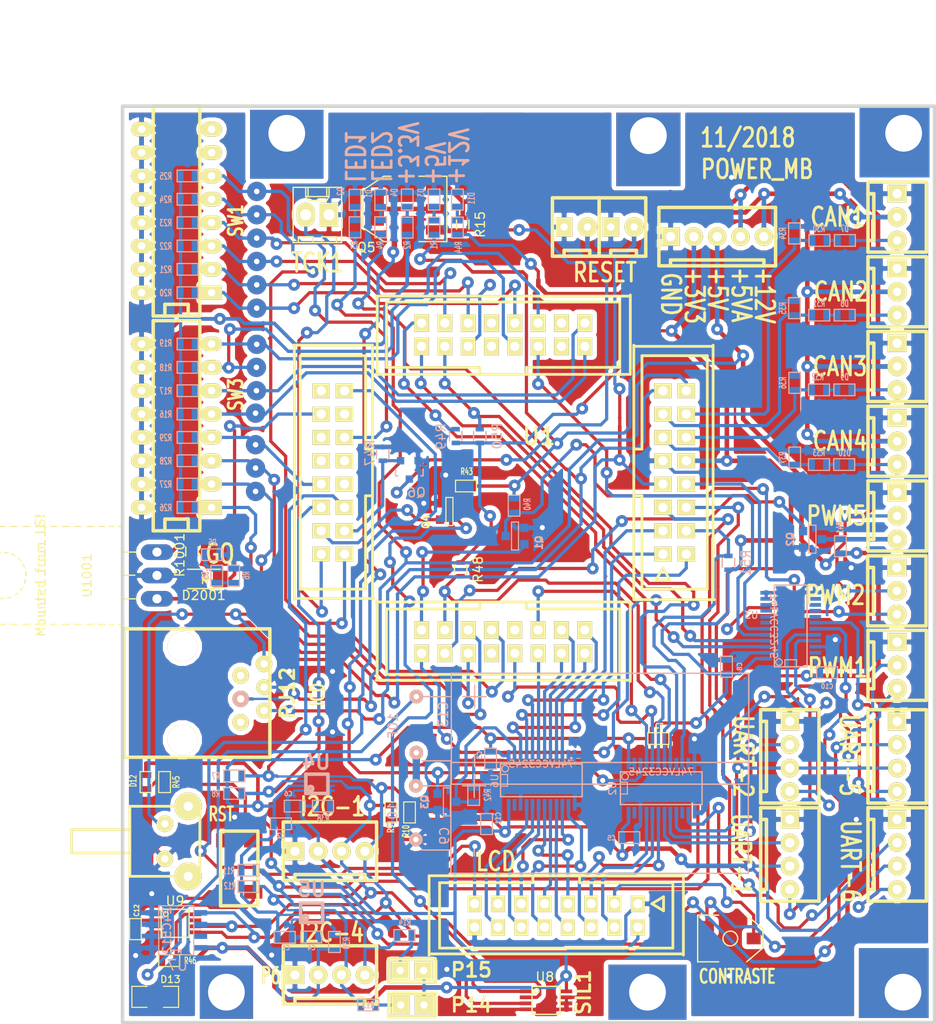
<source format=kicad_pcb>
(kicad_pcb (version 20171130) (host pcbnew 5.0.2+dfsg1-1~bpo9+1)
  (title_block (title ELECTRONICAL_MAIN_BOARD_32) (date 2017-08-09) (rev "V 1-41") (company "CYBERNETIQUE EN NORD") (comment 1 F4DEB))
  (layers (0 Dessus signal hide) (31 Dessous signal hide) (34 B.Paste user) (35 F.Paste user) (36 B.SilkS user) (37 F.SilkS user) (38 B.Mask user hide) (39 F.Mask user hide) (44 Edge.Cuts user))
  (net 0 "")
  (net 1 +12V)
  (net 2 +5V)
  (net 3 /5vto3v3/D0)
  (net 4 /5vto3v3/D1)
  (net 5 /5vto3v3/D2)
  (net 6 /5vto3v3/D3)
  (net 7 /5vto3v3/D4)
  (net 8 /5vto3v3/D5)
  (net 9 /5vto3v3/D6)
  (net 10 /5vto3v3/D7)
  (net 11 /5vto3v3/E)
  (net 12 /5vto3v3/OC1)
  (net 13 /5vto3v3/OC1-5V)
  (net 14 /5vto3v3/OC2)
  (net 15 /5vto3v3/OC2-5V)
  (net 16 /5vto3v3/OC5)
  (net 17 /5vto3v3/OC5-5V)
  (net 18 /5vto3v3/RS)
  (net 19 /5vto3v3/RW)
  (net 20 /5vto3v3/SCL1)
  (net 21 /5vto3v3/SCL4)
  (net 22 /5vto3v3/SCL4-5V)
  (net 23 /5vto3v3/SDA1)
  (net 24 /5vto3v3/SDA4)
  (net 25 /5vto3v3/SDA4-5V)
  (net 26 /5vto3v3/U1RX)
  (net 27 /5vto3v3/U1RX-5V)
  (net 28 /5vto3v3/U1TX)
  (net 29 /5vto3v3/U1TX-5V)
  (net 30 /5vto3v3/U2RX)
  (net 31 /5vto3v3/U2RX-5V)
  (net 32 /5vto3v3/U2TX)
  (net 33 /5vto3v3/U2TX-5V)
  (net 34 /5vto3v3/U5RX)
  (net 35 /5vto3v3/U5RX-5V)
  (net 36 /5vto3v3/U5TX)
  (net 37 /5vto3v3/U5TX-5V)
  (net 38 /5vto3v3/U6RX)
  (net 39 /5vto3v3/U6RX-5V)
  (net 40 /5vto3v3/U6TX)
  (net 41 /5vto3v3/U6TX-5V)
  (net 42 /BD0)
  (net 43 /BD1)
  (net 44 /BD2)
  (net 45 /BD3)
  (net 46 /BD4)
  (net 47 /BD5)
  (net 48 /BD6)
  (net 49 /BD7)
  (net 50 /PIC32/CAN1)
  (net 51 /PIC32/CAN2)
  (net 52 /PIC32/CAN3)
  (net 53 /PIC32/CAN4)
  (net 54 /PIC32/GO)
  (net 55 /PIC32/LED1)
  (net 56 /PIC32/LED2)
  (net 57 /PIC32/PGEC1)
  (net 58 /PIC32/PGED1)
  (net 59 /PIC32/RST)
  (net 60 /PIC32/SW0)
  (net 61 /PIC32/SW1)
  (net 62 /PIC32/SW10)
  (net 63 /PIC32/SW11)
  (net 64 /PIC32/SW12)
  (net 65 /PIC32/SW13)
  (net 66 /PIC32/SW2)
  (net 67 /PIC32/SW3)
  (net 68 /PIC32/SW4)
  (net 69 /PIC32/SW5)
  (net 70 /PIC32/SW6)
  (net 71 /PIC32/SW7)
  (net 72 /PIC32/SW8)
  (net 73 /PIC32/SW9)
  (net 74 GND)
  (net 75 +3V3)
  (net 76 "Net-(C13-Pad2)")
  (net 77 "Net-(C12-Pad1)")
  (net 78 "Net-(C13-Pad1)")
  (net 79 "Net-(D3-Pad1)")
  (net 80 "Net-(D4-Pad1)")
  (net 81 "Net-(D5-Pad2)")
  (net 82 "Net-(D7-Pad2)")
  (net 83 "Net-(D8-Pad2)")
  (net 84 "Net-(D9-Pad2)")
  (net 85 "Net-(D10-Pad2)")
  (net 86 "Net-(D11-Pad1)")
  (net 87 "Net-(D12-Pad2)")
  (net 88 "Net-(D13-Pad2)")
  (net 89 "Net-(J2-Pad1)")
  (net 90 "Net-(J3-Pad1)")
  (net 91 "Net-(J4-Pad1)")
  (net 92 "Net-(J5-Pad6)")
  (net 93 "Net-(J5-Pad8)")
  (net 94 "Net-(J5-Pad7)")
  (net 95 "Net-(J6-Pad1)")
  (net 96 "Net-(J7-Pad1)")
  (net 97 +5VA)
  (net 98 "Net-(P14-Pad1)")
  (net 99 "Net-(P15-Pad1)")
  (net 100 "Net-(Q3-Pad3)")
  (net 101 "Net-(Q6-Pad1)")
  (net 102 "Net-(Q5-Pad1)")
  (net 103 "Net-(R30-Pad2)")
  (net 104 "Net-(R31-Pad2)")
  (net 105 "Net-(R32-Pad2)")
  (net 106 "Net-(R33-Pad2)")
  (net 107 "Net-(R38-Pad2)")
  (net 108 "Net-(R39-Pad2)")
  (net 109 "Net-(R45-Pad2)")
  (net 110 "Net-(SW1-Pad7)")
  (net 111 "Net-(SW1-Pad8)")
  (net 112 "Net-(U1-Pad34)")
  (net 113 "Net-(U1-Pad35)")
  (net 114 "Net-(U1-Pad38)")
  (net 115 "Net-(U1-Pad41)")
  (net 116 /PIC32/T1CK)
  (net 117 "Net-(U1-Pad25)")
  (net 118 "Net-(U1-Pad26)")
  (net 119 "Net-(U1-Pad19)")
  (net 120 "Net-(U1-Pad20)")
  (net 121 "Net-(U1-Pad57)")
  (net 122 "Net-(U1-Pad56)")
  (net 123 "Net-(U2-Pad9)")
  (net 124 "Net-(U2-Pad15)")
  (net 125 "Net-(U2-Pad23)")
  (net 126 "Net-(U3-Pad7)")
  (net 127 "Net-(U3-Pad8)")
  (net 128 "Net-(U3-Pad9)")
  (net 129 "Net-(U3-Pad10)")
  (net 130 "Net-(U3-Pad14)")
  (net 131 "Net-(U3-Pad15)")
  (net 132 "Net-(U3-Pad16)")
  (net 133 "Net-(U3-Pad17)")
  (net 134 "Net-(U3-Pad23)")
  (net 135 "Net-(U6-Pad23)")
  (net 136 "Net-(U7-Pad7)")
  (net 137 "Net-(U9-Pad1)")
  (net 138 "Net-(U9-Pad3)")
  (net 139 "Net-(U9-Pad7)")
  (net 140 /CONT)
  (net 141 /BRS)
  (net 142 /BRW)
  (net 143 /BE)
  (net 144 /RETRO)
  (net 145 /SCL1-5V)
  (net 146 /SDA1-5V)
  (net 147 "Net-(U1-Pad40)")
  (net 148 "Net-(U1-Pad39)")
  (net 149 "Net-(D2001-Pad2)")
  (net 150 +5VD)
  (module RJ12_E (layer Dessus) (at 128.17602 118.20398 270)
    (fp_text reference J5 hide)
    (fp_text value RJ12 (at 0 -2.54 270) (layer F.SilkS) (effects (font (size 1.524 1.524) (thickness 0.3048))))
    (pad 4 thru_hole circle (at 0.635 2.54 270) (size 1.80086 1.80086) (drill 0.8128) (layers *.Cu *.Mask B.SilkS) (net 58 /PIC32/PGED1))
    (pad 2 thru_hole circle (at -1.905 2.54 270) (size 1.80086 1.80086) (drill 0.8128) (layers *.Cu *.Mask F.SilkS) (net 75 +3V3))
    (pad 6 thru_hole circle (at 3.175 2.54 270) (size 1.80086 1.80086) (drill 0.8128) (layers *.Cu *.Mask F.SilkS) (net 92 "Net-(J5-Pad6)"))
    (pad 1 thru_hole circle (at -3.175 0 270) (size 1.80086 1.80086) (drill 0.8128) (layers *.Cu *.Mask F.SilkS) (net 59 /PIC32/RST))
    (pad 3 thru_hole circle (at -0.635 0 270) (size 1.7 1.7) (drill 0.8128) (layers *.Cu *.Mask F.SilkS) (net 74 GND))
    (pad 5 thru_hole circle (at 1.905 0 270) (size 1.7 1.7) (drill 0.8128) (layers *.Cu *.Mask F.SilkS) (net 57 /PIC32/PGEC1))
    (pad 8 thru_hole circle (at 5.08 8.89 270) (size 3.2512 3.2512) (drill 3.2512) (layers *.Cu *.Mask F.SilkS) (net 93 "Net-(J5-Pad8)"))
    (pad 7 thru_hole circle (at -5.08 8.89 270) (size 3.2512 3.2512) (drill 3.2512) (layers *.Cu *.Mask F.SilkS) (net 94 "Net-(J5-Pad7)"))
  )
  (module DIP-16__300_ELL (layer Dessus) (at 118.65102 89.12098 90)
    (fp_text reference SW3 (at 3.39598 6.44398 90) (layer F.SilkS) (effects (font (size 1.524 1.143) (thickness 0.28702))))
    (fp_text value SWITCH_X_8 hide)
    (pad 1 thru_hole rect (at -8.89 3.81 90) (size 1.5748 2.286) (drill 0.8128) (layers *.Cu *.Mask F.SilkS) (net 60 /PIC32/SW0))
    (pad 2 thru_hole oval (at -6.35 3.81 90) (size 1.5748 2.286) (drill 0.8128) (layers *.Cu *.Mask F.SilkS) (net 61 /PIC32/SW1))
    (pad 3 thru_hole oval (at -3.81 3.81 90) (size 1.5748 2.286) (drill 0.8128) (layers *.Cu *.Mask F.SilkS) (net 66 /PIC32/SW2))
    (pad 4 thru_hole oval (at -1.27 3.81 90) (size 1.5748 2.286) (drill 0.8128) (layers *.Cu *.Mask F.SilkS) (net 67 /PIC32/SW3))
    (pad 5 thru_hole oval (at 1.27 3.81 90) (size 1.5748 2.286) (drill 0.8128) (layers *.Cu *.Mask F.SilkS) (net 68 /PIC32/SW4))
    (pad 6 thru_hole oval (at 3.81 3.81 90) (size 1.5748 2.286) (drill 0.8128) (layers *.Cu *.Mask F.SilkS) (net 69 /PIC32/SW5))
    (pad 7 thru_hole oval (at 6.35 3.81 90) (size 1.5748 2.286) (drill 0.8128) (layers *.Cu *.Mask F.SilkS) (net 70 /PIC32/SW6))
    (pad 8 thru_hole oval (at 8.89 3.81 90) (size 1.5748 2.286) (drill 0.8128) (layers *.Cu *.Mask F.SilkS) (net 71 /PIC32/SW7))
    (pad 9 thru_hole oval (at 8.89 -3.81 90) (size 1.5748 2.286) (drill 0.8128) (layers *.Cu *.Mask F.SilkS) (net 74 GND))
    (pad 10 thru_hole oval (at 6.35 -3.81 90) (size 1.5748 2.286) (drill 0.8128) (layers *.Cu *.Mask F.SilkS) (net 74 GND))
    (pad 11 thru_hole oval (at 3.81 -3.81 90) (size 1.5748 2.286) (drill 0.8128) (layers *.Cu *.Mask F.SilkS) (net 74 GND))
    (pad 12 thru_hole oval (at 1.27 -3.81 90) (size 1.5748 2.286) (drill 0.8128) (layers *.Cu *.Mask F.SilkS) (net 74 GND))
    (pad 13 thru_hole oval (at -1.27 -3.81 90) (size 1.5748 2.286) (drill 0.8128) (layers *.Cu *.Mask F.SilkS) (net 74 GND))
    (pad 14 thru_hole oval (at -3.81 -3.81 90) (size 1.5748 2.286) (drill 0.8128) (layers *.Cu *.Mask F.SilkS) (net 74 GND))
    (pad 15 thru_hole oval (at -6.35 -3.81 90) (size 1.5748 2.286) (drill 0.8128) (layers *.Cu *.Mask F.SilkS) (net 74 GND))
    (pad 16 thru_hole oval (at -8.89 -3.81 90) (size 1.5748 2.286) (drill 0.8128) (layers *.Cu *.Mask F.SilkS) (net 74 GND))
  )
  (module TO_SOT_Packages_THT:TO-220_Neutral123_Horizontal_MountedFromLS_LargePads (layer Dessus) (at 116.5225 105.41 90)
    (fp_text reference U1001 (at 0 -7.62 90) (layer F.SilkS))
    (fp_text value HALL-U18)
    (fp_text user "Mounted from LS!" (at 0 -12.7 90) (layer F.SilkS))
    (pad 2 thru_hole oval (at 0 0 180) (size 3.50012 1.69926) (drill 1.00076) (layers *.Cu *.Mask) (net 74 GND))
    (pad 3 thru_hole oval (at -2.54 0 180) (size 3.50012 1.69926) (drill 1.00076) (layers *.Cu *.Mask) (net 54 /PIC32/GO))
    (pad 1 thru_hole oval (at 2.54 0 180) (size 3.50012 1.69926) (drill 1.00076) (layers *.Cu *.Mask) (net 150 +5VD))
  )
  (module TO_SOT_Packages_SMD:SOT-223 (layer Dessus) (at 143.51 65.532 90)
    (fp_text reference Q5 (at -4.191 -4.191 180) (layer F.SilkS))
    (fp_text value IRFL9014TRPBF)
    (pad 4 smd rect (at 0 -3.302 90) (size 3.6576 2.032) (layers Dessus F.Paste F.Mask) (net 144 /RETRO))
    (pad 2 smd rect (at 0 3.302 90) (size 1.016 2.032) (layers Dessus F.Paste F.Mask) (net 144 /RETRO))
    (pad 3 smd rect (at 2.286 3.302 90) (size 1.016 2.032) (layers Dessus F.Paste F.Mask) (net 97 +5VA))
    (pad 1 smd rect (at -2.286 3.302 90) (size 1.016 2.032) (layers Dessus F.Paste F.Mask) (net 102 "Net-(Q5-Pad1)"))
  )
  (module SMD_Packages:POT_SMD (layer Dessus) (at 178.943 144.907 270)
    (fp_text reference RVAR1 hide)
    (fp_text value 4.7K)
    (pad 1 smd rect (at -1.27 2.54 270) (size 1.27 1.524) (layers Dessus F.Paste F.Mask) (net 97 +5VA))
    (pad 2 smd rect (at 0 -2.54 270) (size 1.27 1.524) (layers Dessus F.Paste F.Mask) (net 140 /CONT))
    (pad 3 smd rect (at 1.27 2.54 270) (size 1.27 1.524) (layers Dessus F.Paste F.Mask) (net 74 GND))
  )
  (module Resistors_SMD:R_0603 (layer Dessous) (at 178.7398 104.0384 90)
    (fp_text reference R51 (at 0 1.9 90) (layer B.SilkS) (effects (justify mirror)))
    (fp_text value 10k)
    (pad 1 smd rect (at -0.75 0 90) (size 0.5 0.9) (layers Dessous B.Paste B.Mask) (net 75 +3V3))
    (pad 2 smd rect (at 0.75 0 90) (size 0.5 0.9) (layers Dessous B.Paste B.Mask) (net 40 /5vto3v3/U6TX))
  )
  (module Resistors_SMD:R_0603 (layer Dessous) (at 151.6634 90.2462 90)
    (fp_text reference R50 (at 0 1.9 90) (layer B.SilkS) (effects (justify mirror)))
    (fp_text value 10k)
    (pad 1 smd rect (at -0.75 0 90) (size 0.5 0.9) (layers Dessous B.Paste B.Mask) (net 75 +3V3))
    (pad 2 smd rect (at 0.75 0 90) (size 0.5 0.9) (layers Dessous B.Paste B.Mask) (net 36 /5vto3v3/U5TX))
  )
  (module Resistors_SMD:R_0603 (layer Dessous) (at 149.0472 90.2462 90)
    (fp_text reference R49 (at -0.0508 -1.6002 90) (layer B.SilkS) (effects (justify mirror)))
    (fp_text value 10k)
    (pad 1 smd rect (at -0.75 0 90) (size 0.5 0.9) (layers Dessous B.Paste B.Mask) (net 75 +3V3))
    (pad 2 smd rect (at 0.75 0 90) (size 0.5 0.9) (layers Dessous B.Paste B.Mask) (net 32 /5vto3v3/U2TX))
  )
  (module Resistors_SMD:R_0603 (layer Dessus) (at 149.5806 104.7496 270)
    (fp_text reference R48 (at 0 -1.9 270) (layer F.SilkS))
    (fp_text value 10k)
    (pad 1 smd rect (at -0.75 0 270) (size 0.5 0.9) (layers Dessus F.Paste F.Mask) (net 75 +3V3))
    (pad 2 smd rect (at 0.75 0 270) (size 0.5 0.9) (layers Dessus F.Paste F.Mask) (net 28 /5vto3v3/U1TX))
  )
  (module Resistors_SMD:R_0603 (layer Dessous) (at 141.097 92.1766 90)
    (fp_text reference R47 (at 0.1016 -1.397 90) (layer B.SilkS) (effects (justify mirror)))
    (fp_text value 100k)
    (pad 1 smd rect (at -0.75 0 90) (size 0.5 0.9) (layers Dessous B.Paste B.Mask) (net 101 "Net-(Q6-Pad1)"))
    (pad 2 smd rect (at 0.75 0 90) (size 0.5 0.9) (layers Dessous B.Paste B.Mask) (net 74 GND))
  )
  (module Resistors_SMD:R_0603 (layer Dessus) (at 149.8092 67.2338 270)
    (fp_text reference R15 (at 0 -1.9 270) (layer F.SilkS))
    (fp_text value 10k)
    (pad 1 smd rect (at -0.75 0 270) (size 0.5 0.9) (layers Dessus F.Paste F.Mask) (net 97 +5VA))
    (pad 2 smd rect (at 0.75 0 270) (size 0.5 0.9) (layers Dessus F.Paste F.Mask) (net 102 "Net-(Q5-Pad1)"))
  )
  (module Connectors_Molex:Molex_KK_6410-02 (layer Dessus) (at 135.255 66.167 180)
    (fp_text reference K8 hide)
    (fp_text value CONN_2)
    (pad 1 thru_hole rect (at 0 0 180) (size 2 2.6) (drill 1.2) (layers *.Cu *.Mask F.SilkS) (net 74 GND))
    (pad 2 thru_hole oval (at 2.54 0 180) (size 2 2.6) (drill 1.2) (layers *.Cu *.Mask F.SilkS) (net 116 /PIC32/T1CK))
  )
  (module SOT-23 (layer Dessous) (at 143.9926 93.9292)
    (fp_text reference Q6 (at 0.7874 2.4638) (layer B.SilkS) (effects (justify mirror)))
    (fp_text value 2N7002)
    (pad 1 smd rect (at -0.95 -1.00076) (size 0.8001 0.8001) (layers Dessous B.Paste B.Mask) (net 101 "Net-(Q6-Pad1)"))
    (pad 2 smd rect (at 0.95 -1.00076) (size 0.8001 0.8001) (layers Dessous B.Paste B.Mask) (net 74 GND))
    (pad 3 smd rect (at 0 0.99822) (size 0.8001 0.8001) (layers Dessous B.Paste B.Mask) (net 102 "Net-(Q5-Pad1)"))
  )
  (module COLONETTE (layer Dessus) (at 197.739 150.749 270)
    (fp_text reference J7 hide)
    (fp_text value SIL1 hide)
    (pad 1 thru_hole rect (at 0 0 270) (size 7.6 7.6) (drill 4 (offset -1 1)) (layers *.Cu) (net 96 "Net-(J7-Pad1)"))
  )
  (module COLONETTE (layer Dessus) (at 130.65252 57.30748 270)
    (fp_text reference J6 (at 0 0 270) (layer F.SilkS) (effects (font (size 1.524 1.524) (thickness 0.3048))))
    (fp_text value SIL1 hide)
    (pad 1 thru_hole rect (at 0 0 270) (size 7.5 8) (drill 4.0005 (offset 1.2 0)) (layers *.Cu) (net 95 "Net-(J6-Pad1)"))
  )
  (module COLONETTE (layer Dessus) (at 197.8152 57.3024 270)
    (fp_text reference J4 (at 0 0 270) (layer F.SilkS) (effects (font (size 1.524 1.524) (thickness 0.3048))))
    (fp_text value SIL1 hide)
    (pad 1 thru_hole rect (at 0 0 270) (size 7.6 7.6) (drill 4.0005 (offset 1 1)) (layers *.Cu) (net 91 "Net-(J4-Pad1)"))
  )
  (module COLONETTE (layer Dessus) (at 170.02252 57.56148 90)
    (fp_text reference J1 (at 0 0 90) (layer F.SilkS) (effects (font (size 1.524 1.524) (thickness 0.3048))))
    (fp_text value SIL1 hide)
    (pad -1.5 thru_hole rect (at 0 0 90) (size 8 7) (drill 4.0005 (offset -1.5 0)) (layers *.Cu))
  )
  (module COLONETTE (layer Dessus) (at 169.926 150.749 90)
    (fp_text reference J2 (at 0 0 90) (layer F.SilkS) (effects (font (size 1.524 1.524) (thickness 0.3048))))
    (fp_text value SIL1 (at 0 -6.985 90) (layer F.SilkS) (effects (font (size 1.524 1.524) (thickness 0.3048))))
    (pad 1 thru_hole rect (at 0 0 90) (size 6 8.5) (drill 4) (layers *.Cu) (net 89 "Net-(J2-Pad1)"))
  )
  (module COLONETTE (layer Dessus) (at 124.079 150.749 90)
    (fp_text reference J3 (at 0 0 90) (layer F.SilkS) (effects (font (size 1.524 1.524) (thickness 0.3048))))
    (fp_text value SIL1 hide)
    (pad 1 thru_hole rect (at 0 0 90) (size 5.8 5.8) (drill 4.0005) (layers *.Cu) (net 90 "Net-(J3-Pad1)"))
  )
  (module VSSOP-8 (layer Dessous) (at 133.38302 142.07998)
    (fp_text reference U5 (at -0.03302 -2.50698) (layer B.SilkS) (effects (font (size 1.524 1.524) (thickness 0.3048)) (justify mirror)))
    (fp_text value PCA9306 hide)
    (pad 4 smd rect (at -1.4732 -0.762 270) (size 0.24892 1.00076) (layers Dessous B.Paste B.Mask) (net 24 /5vto3v3/SDA4))
    (pad 3 smd rect (at -1.4732 -0.254 270) (size 0.24892 1.00076) (layers Dessous B.Paste B.Mask) (net 21 /5vto3v3/SCL4))
    (pad 2 smd rect (at -1.4732 0.254 270) (size 0.24892 1.00076) (layers Dessous B.Paste B.Mask) (net 75 +3V3))
    (pad 1 smd rect (at -1.4732 0.762 270) (size 0.24892 1.00076) (layers Dessous B.Paste B.Mask) (net 74 GND))
    (pad 5 smd rect (at 1.4224 -0.762 270) (size 0.24892 1.00076) (layers Dessous B.Paste B.Mask) (net 25 /5vto3v3/SDA4-5V))
    (pad 6 smd rect (at 1.4224 -0.254 270) (size 0.24892 1.00076) (layers Dessous B.Paste B.Mask) (net 22 /5vto3v3/SCL4-5V))
    (pad 7 smd rect (at 1.4224 0.254 270) (size 0.24892 1.00076) (layers Dessous B.Paste B.Mask) (net 108 "Net-(R39-Pad2)"))
    (pad 8 smd rect (at 1.4224 0.762 270) (size 0.24892 1.00076) (layers Dessous B.Paste B.Mask) (net 108 "Net-(R39-Pad2)"))
  )
  (module VSSOP-8 (layer Dessous) (at 133.95452 128.04648)
    (fp_text reference U4 (at -0.09652 -2.31648) (layer B.SilkS) (effects (font (size 1.524 1.524) (thickness 0.3048)) (justify mirror)))
    (fp_text value PCA9306 hide)
    (pad 4 smd rect (at -1.4732 -0.762 270) (size 0.24892 1.00076) (layers Dessous B.Paste B.Mask) (net 23 /5vto3v3/SDA1))
    (pad 3 smd rect (at -1.4732 -0.254 270) (size 0.24892 1.00076) (layers Dessous B.Paste B.Mask) (net 20 /5vto3v3/SCL1))
    (pad 2 smd rect (at -1.4732 0.254 270) (size 0.24892 1.00076) (layers Dessous B.Paste B.Mask) (net 75 +3V3))
    (pad 1 smd rect (at -1.4732 0.762 270) (size 0.24892 1.00076) (layers Dessous B.Paste B.Mask) (net 74 GND))
    (pad 5 smd rect (at 1.4224 -0.762 270) (size 0.24892 1.00076) (layers Dessous B.Paste B.Mask) (net 146 /SDA1-5V))
    (pad 6 smd rect (at 1.4224 -0.254 270) (size 0.24892 1.00076) (layers Dessous B.Paste B.Mask) (net 145 /SCL1-5V))
    (pad 7 smd rect (at 1.4224 0.254 270) (size 0.24892 1.00076) (layers Dessous B.Paste B.Mask) (net 107 "Net-(R38-Pad2)"))
    (pad 8 smd rect (at 1.4224 0.762 270) (size 0.24892 1.00076) (layers Dessous B.Paste B.Mask) (net 107 "Net-(R38-Pad2)"))
  )
  (module CAVALIER (layer Dessus) (at 143.0528 152.146)
    (fp_text reference P14 (at 7.6962 0) (layer F.SilkS) (effects (font (size 1.524 1.524) (thickness 0.3048))))
    (fp_text value CAVALIER hide)
    (pad 1 thru_hole rect (at 0 0) (size 1.99898 1.99898) (drill 0.8001) (layers *.Cu *.Mask F.SilkS) (net 98 "Net-(P14-Pad1)"))
    (pad 2 thru_hole rect (at 2.54 0) (size 1.99898 1.99898) (drill 0.8001) (layers *.Cu *.Mask F.SilkS) (net 2 +5V))
  )
  (module CAVALIER (layer Dessus) (at 143.002 148.3868)
    (fp_text reference P15 (at 7.747 -0.0508) (layer F.SilkS) (effects (font (size 1.524 1.524) (thickness 0.3048))))
    (fp_text value CAVALIER hide)
    (pad 1 thru_hole rect (at 0 0) (size 1.99898 1.99898) (drill 0.8001) (layers *.Cu *.Mask F.SilkS) (net 99 "Net-(P15-Pad1)"))
    (pad 2 thru_hole rect (at 2.54 0) (size 1.99898 1.99898) (drill 0.8001) (layers *.Cu *.Mask F.SilkS) (net 2 +5V))
  )
  (module KK-2 (layer Dessus) (at 163.3855 67.5005 180)
    (fp_text reference P11 hide)
    (fp_text value CONN_2 hide)
    (pad 1 thru_hole rect (at 2.54 0 180) (size 1.80086 2.10058) (drill 0.8001) (layers *.Cu *.Mask F.SilkS) (net 74 GND))
    (pad 2 thru_hole circle (at 0 0 180) (size 2.10058 2.10058) (drill 0.8001) (layers *.Cu *.Mask F.SilkS) (net 59 /PIC32/RST))
  )
  (module KK-2 (layer Dessus) (at 168.4655 67.5005 180)
    (fp_text reference P10 hide)
    (fp_text value CONN_2 hide)
    (pad 1 thru_hole rect (at 2.54 0 180) (size 1.80086 2.10058) (drill 0.8001) (layers *.Cu *.Mask F.SilkS) (net 74 GND))
    (pad 2 thru_hole circle (at 0 0 180) (size 2.10058 2.10058) (drill 0.8001) (layers *.Cu *.Mask F.SilkS) (net 59 /PIC32/RST))
  )
  (module KK-5 (layer Dessus) (at 180.05552 68.54698 180)
    (fp_text reference P9 hide)
    (fp_text value CONN_5 hide)
    (pad 5 thru_hole circle (at -2.54 0 180) (size 1.99898 1.99898) (drill 1.00076) (layers *.Cu *.Mask F.SilkS) (net 1 +12V))
    (pad 1 thru_hole rect (at 7.62 0 180) (size 1.99898 1.99898) (drill 1.00076) (layers *.Cu *.Mask F.SilkS) (net 74 GND))
    (pad 2 thru_hole circle (at 5.08 0 180) (size 1.99898 1.99898) (drill 1.00076) (layers *.Cu *.Mask F.SilkS) (net 75 +3V3))
    (pad 3 thru_hole circle (at 2.54 0 180) (size 1.99898 1.99898) (drill 1.00076) (layers *.Cu *.Mask F.SilkS) (net 2 +5V))
    (pad 4 thru_hole circle (at 0 0 180) (size 1.99898 1.99898) (drill 1.00076) (layers *.Cu *.Mask F.SilkS) (net 97 +5VA))
  )
  (module he10-16d (layer Dessus) (at 159.98952 142.39748 180)
    (fp_text reference P1 hide)
    (fp_text value HE10-16 hide)
    (pad 1 thru_hole rect (at -8.89 1.27 180) (size 1.524 1.80086) (drill 1) (layers *.Cu *.Mask F.SilkS) (net 74 GND))
    (pad 2 thru_hole rect (at -8.89 -1.27 180) (size 1.524 1.80086) (drill 1) (layers *.Cu *.Mask F.SilkS) (net 2 +5V))
    (pad 3 thru_hole rect (at -6.35 1.27 180) (size 1.524 1.80086) (drill 1) (layers *.Cu *.Mask F.SilkS) (net 140 /CONT))
    (pad 4 thru_hole rect (at -6.35 -1.27 180) (size 1.524 1.80086) (drill 1) (layers *.Cu *.Mask F.SilkS) (net 141 /BRS))
    (pad 5 thru_hole rect (at -3.81 1.27 180) (size 1.524 1.80086) (drill 1) (layers *.Cu *.Mask F.SilkS) (net 142 /BRW))
    (pad 6 thru_hole rect (at -3.81 -1.27 180) (size 1.524 1.80086) (drill 1) (layers *.Cu *.Mask F.SilkS) (net 143 /BE))
    (pad 7 thru_hole rect (at -1.27 1.27 180) (size 1.524 1.80086) (drill 1) (layers *.Cu *.Mask F.SilkS) (net 42 /BD0))
    (pad 8 thru_hole rect (at -1.27 -1.27 180) (size 1.524 1.80086) (drill 1) (layers *.Cu *.Mask F.SilkS) (net 43 /BD1))
    (pad 9 thru_hole rect (at 1.27 1.27 180) (size 1.524 1.80086) (drill 1) (layers *.Cu *.Mask F.SilkS) (net 44 /BD2))
    (pad 10 thru_hole rect (at 1.27 -1.27 180) (size 1.524 1.80086) (drill 1) (layers *.Cu *.Mask F.SilkS) (net 45 /BD3))
    (pad 11 thru_hole rect (at 3.81 1.27 180) (size 1.524 1.80086) (drill 1) (layers *.Cu *.Mask F.SilkS) (net 46 /BD4))
    (pad 12 thru_hole rect (at 3.81 -1.27 180) (size 1.524 1.80086) (drill 1) (layers *.Cu *.Mask F.SilkS) (net 47 /BD5))
    (pad 13 thru_hole rect (at 6.35 1.27 180) (size 1.524 1.80086) (drill 1) (layers *.Cu *.Mask F.SilkS) (net 48 /BD6))
    (pad 14 thru_hole rect (at 6.35 -1.27 180) (size 1.524 1.80086) (drill 1) (layers *.Cu *.Mask F.SilkS) (net 49 /BD7))
    (pad 15 thru_hole rect (at 8.89 1.27 180) (size 1.524 1.80086) (drill 1) (layers *.Cu *.Mask F.SilkS) (net 144 /RETRO))
    (pad 16 thru_hole rect (at 8.89 -1.27 180) (size 1.524 1.80086) (drill 1) (layers *.Cu *.Mask F.SilkS) (net 74 GND))
  )
  (module KK-3 (layer Dessus) (at 197.104 77.089 90)
    (fp_text reference K2 hide)
    (fp_text value CONN_3 hide)
    (pad 1 thru_hole rect (at 5.08 0 90) (size 1.89992 2.10058) (drill 1.00076) (layers *.Cu *.Mask F.SilkS) (net 74 GND))
    (pad 2 thru_hole circle (at 2.54 0 90) (size 2.10058 2.10058) (drill 0.89916) (layers *.Cu *.Mask F.SilkS) (net 1 +12V))
    (pad 3 thru_hole circle (at 0 0 90) (size 2.10058 2.10058) (drill 0.89916) (layers *.Cu *.Mask F.SilkS) (net 51 /PIC32/CAN2))
  )
  (module KK-3 (layer Dessus) (at 197.104 93.345 90)
    (fp_text reference K4 hide)
    (fp_text value CONN_3 hide)
    (pad 1 thru_hole rect (at 5.08 0 90) (size 1.89992 2.10058) (drill 1.00076) (layers *.Cu *.Mask F.SilkS) (net 74 GND))
    (pad 2 thru_hole circle (at 2.54 0 90) (size 2.10058 2.10058) (drill 0.89916) (layers *.Cu *.Mask F.SilkS) (net 1 +12V))
    (pad 3 thru_hole circle (at 0 0 90) (size 2.10058 2.10058) (drill 0.89916) (layers *.Cu *.Mask F.SilkS) (net 53 /PIC32/CAN4))
  )
  (module KK-3 (layer Dessus) (at 197.104 85.217 90)
    (fp_text reference K3 hide)
    (fp_text value CONN_3 hide)
    (pad 1 thru_hole rect (at 5.08 0 90) (size 1.89992 2.10058) (drill 1.00076) (layers *.Cu *.Mask F.SilkS) (net 74 GND))
    (pad 2 thru_hole circle (at 2.54 0 90) (size 2.10058 2.10058) (drill 0.89916) (layers *.Cu *.Mask F.SilkS) (net 1 +12V))
    (pad 3 thru_hole circle (at 0 0 90) (size 2.10058 2.10058) (drill 0.89916) (layers *.Cu *.Mask F.SilkS) (net 52 /PIC32/CAN3))
  )
  (module KK-3 (layer Dessus) (at 197.104 68.961 90)
    (fp_text reference K1 hide)
    (fp_text value CONN_3 hide)
    (pad 1 thru_hole rect (at 5.08 0 90) (size 1.89992 2.10058) (drill 1.00076) (layers *.Cu *.Mask F.SilkS) (net 74 GND))
    (pad 2 thru_hole circle (at 2.54 0 90) (size 2.10058 2.10058) (drill 0.89916) (layers *.Cu *.Mask F.SilkS) (net 1 +12V))
    (pad 3 thru_hole circle (at 0 0 90) (size 2.10058 2.10058) (drill 0.89916) (layers *.Cu *.Mask F.SilkS) (net 50 /PIC32/CAN1))
  )
  (module KK-3 (layer Dessus) (at 197.104 117.729 90)
    (fp_text reference K5 hide)
    (fp_text value CONN_3 hide)
    (pad 1 thru_hole rect (at 5.08 0 90) (size 1.89992 2.10058) (drill 1.00076) (layers *.Cu *.Mask F.SilkS) (net 74 GND))
    (pad 2 thru_hole circle (at 2.54 0 90) (size 2.10058 2.10058) (drill 0.89916) (layers *.Cu *.Mask F.SilkS) (net 97 +5VA))
    (pad 3 thru_hole circle (at 0 0 90) (size 2.10058 2.10058) (drill 0.89916) (layers *.Cu *.Mask F.SilkS) (net 13 /5vto3v3/OC1-5V))
  )
  (module KK-3 (layer Dessus) (at 197.07352 109.63148 90)
    (fp_text reference K6 hide)
    (fp_text value CONN_3 hide)
    (pad 1 thru_hole rect (at 5.08 0 90) (size 1.89992 2.10058) (drill 1.00076) (layers *.Cu *.Mask F.SilkS) (net 74 GND))
    (pad 2 thru_hole circle (at 2.54 0 90) (size 2.10058 2.10058) (drill 0.89916) (layers *.Cu *.Mask F.SilkS) (net 97 +5VA))
    (pad 3 thru_hole circle (at 0 0 90) (size 2.10058 2.10058) (drill 0.89916) (layers *.Cu *.Mask F.SilkS) (net 15 /5vto3v3/OC2-5V))
  )
  (module KK-3 (layer Dessus) (at 197.104 101.473 90)
    (fp_text reference K7 hide)
    (fp_text value CONN_3 hide)
    (pad 1 thru_hole rect (at 5.08 0 90) (size 1.89992 2.10058) (drill 1.00076) (layers *.Cu *.Mask F.SilkS) (net 74 GND))
    (pad 2 thru_hole circle (at 2.54 0 90) (size 2.10058 2.10058) (drill 0.89916) (layers *.Cu *.Mask F.SilkS) (net 97 +5VA))
    (pad 3 thru_hole circle (at 0 0 90) (size 2.10058 2.10058) (drill 0.89916) (layers *.Cu *.Mask F.SilkS) (net 17 /5vto3v3/OC5-5V))
  )
  (module KK-4 (layer Dessus) (at 185.42 139.573 90)
    (fp_text reference P2 hide)
    (fp_text value CONN_4 hide)
    (pad 1 thru_hole rect (at 7.62 0 90) (size 1.99898 1.99898) (drill 1.00076) (layers *.Cu *.Mask F.SilkS) (net 74 GND))
    (pad 2 thru_hole circle (at 5.08 0 90) (size 1.99898 1.99898) (drill 1.00076) (layers *.Cu *.Mask F.SilkS) (net 29 /5vto3v3/U1TX-5V))
    (pad 3 thru_hole circle (at 2.54 0 90) (size 1.99898 1.99898) (drill 1.00076) (layers *.Cu *.Mask F.SilkS) (net 2 +5V))
    (pad 4 thru_hole circle (at 0 0 90) (size 1.99898 1.99898) (drill 1.00076) (layers *.Cu *.Mask F.SilkS) (net 27 /5vto3v3/U1RX-5V))
  )
  (module KK-4 (layer Dessus) (at 197.104 139.573 90)
    (fp_text reference P5 hide)
    (fp_text value CONN_4 hide)
    (pad 1 thru_hole rect (at 7.62 0 90) (size 1.99898 1.99898) (drill 1.00076) (layers *.Cu *.Mask F.SilkS) (net 74 GND))
    (pad 2 thru_hole circle (at 5.08 0 90) (size 1.99898 1.99898) (drill 1.00076) (layers *.Cu *.Mask F.SilkS) (net 41 /5vto3v3/U6TX-5V))
    (pad 3 thru_hole circle (at 2.54 0 90) (size 1.99898 1.99898) (drill 1.00076) (layers *.Cu *.Mask F.SilkS) (net 2 +5V))
    (pad 4 thru_hole circle (at 0 0 90) (size 1.99898 1.99898) (drill 1.00076) (layers *.Cu *.Mask F.SilkS) (net 39 /5vto3v3/U6RX-5V))
  )
  (module KK-4 (layer Dessus) (at 139.16152 148.87448 180)
    (fp_text reference P6 (at 10.25652 -0.09652 180) (layer F.SilkS) (effects (font (size 1.73482 1.08712) (thickness 0.27178))))
    (fp_text value CONN_4 hide)
    (pad 1 thru_hole rect (at 7.62 0 180) (size 1.99898 1.99898) (drill 1.00076) (layers *.Cu *.Mask F.SilkS) (net 74 GND))
    (pad 2 thru_hole circle (at 5.08 0 180) (size 1.99898 1.99898) (drill 1.00076) (layers *.Cu *.Mask F.SilkS) (net 2 +5V))
    (pad 3 thru_hole circle (at 2.54 0 180) (size 1.99898 1.99898) (drill 1.00076) (layers *.Cu *.Mask F.SilkS) (net 22 /5vto3v3/SCL4-5V))
    (pad 4 thru_hole circle (at 0 0 180) (size 1.99898 1.99898) (drill 1.00076) (layers *.Cu *.Mask F.SilkS) (net 25 /5vto3v3/SDA4-5V))
  )
  (module KK-4 (layer Dessus) (at 139.16152 135.41248 180)
    (fp_text reference P7 hide)
    (fp_text value CONN_4 hide)
    (pad 1 thru_hole rect (at 7.62 0 180) (size 1.99898 1.99898) (drill 1.00076) (layers *.Cu *.Mask F.SilkS) (net 74 GND))
    (pad 2 thru_hole circle (at 5.08 0 180) (size 1.99898 1.99898) (drill 1.00076) (layers *.Cu *.Mask F.SilkS) (net 2 +5V))
    (pad 3 thru_hole circle (at 2.54 0 180) (size 1.99898 1.99898) (drill 1.00076) (layers *.Cu *.Mask F.SilkS) (net 145 /SCL1-5V))
    (pad 4 thru_hole circle (at 0 0 180) (size 1.99898 1.99898) (drill 1.00076) (layers *.Cu *.Mask F.SilkS) (net 146 /SDA1-5V))
  )
  (module KK-4 (layer Dessus) (at 185.42 128.905 90)
    (fp_text reference P3 hide)
    (fp_text value CONN_4 hide)
    (pad 1 thru_hole rect (at 7.62 0 90) (size 1.99898 1.99898) (drill 1.00076) (layers *.Cu *.Mask F.SilkS) (net 74 GND))
    (pad 2 thru_hole circle (at 5.08 0 90) (size 1.99898 1.99898) (drill 1.00076) (layers *.Cu *.Mask F.SilkS) (net 33 /5vto3v3/U2TX-5V))
    (pad 3 thru_hole circle (at 2.54 0 90) (size 1.99898 1.99898) (drill 1.00076) (layers *.Cu *.Mask F.SilkS) (net 2 +5V))
    (pad 4 thru_hole circle (at 0 0 90) (size 1.99898 1.99898) (drill 1.00076) (layers *.Cu *.Mask F.SilkS) (net 31 /5vto3v3/U2RX-5V))
  )
  (module KK-4 (layer Dessus) (at 197.104 128.905 90)
    (fp_text reference P4 hide)
    (fp_text value CONN_4 hide)
    (pad 1 thru_hole rect (at 7.62 0 90) (size 1.99898 1.99898) (drill 1.00076) (layers *.Cu *.Mask F.SilkS) (net 74 GND))
    (pad 2 thru_hole circle (at 5.08 0 90) (size 1.99898 1.99898) (drill 1.00076) (layers *.Cu *.Mask F.SilkS) (net 37 /5vto3v3/U5TX-5V))
    (pad 3 thru_hole circle (at 2.54 0 90) (size 1.99898 1.99898) (drill 1.00076) (layers *.Cu *.Mask F.SilkS) (net 2 +5V))
    (pad 4 thru_hole circle (at 0 0 90) (size 1.99898 1.99898) (drill 1.00076) (layers *.Cu *.Mask F.SilkS) (net 35 /5vto3v3/U5RX-5V))
  )
  (module SM0603_Resistor (layer Dessous) (at 135.8392 145.288 90)
    (fp_text reference R39 (at -0.127 1.3208 90) (layer B.SilkS) (effects (font (size 0.7112 0.4572) (thickness 0.1143)) (justify mirror)))
    (fp_text value 220k hide)
    (pad 1 smd rect (at -0.762 0 90) (size 0.635 1.143) (layers Dessous B.Paste B.Mask) (net 2 +5V))
    (pad 2 smd rect (at 0.762 0 90) (size 0.635 1.143) (layers Dessous B.Paste B.Mask) (net 108 "Net-(R39-Pad2)"))
  )
  (module SOT23EBC (layer Dessus) (at 148.3614 98.4504 90)
    (fp_text reference Q4 (at -1.1176 -2.5654 90) (layer F.SilkS) (effects (font (size 0.762 0.762) (thickness 0.1905))))
    (fp_text value BSS123 hide)
    (pad 1 smd rect (at -0.889 -1.016 90) (size 0.9144 0.9144) (layers Dessus F.Paste F.Mask) (net 12 /5vto3v3/OC1))
    (pad 2 smd rect (at 0.889 -1.016 90) (size 0.9144 0.9144) (layers Dessus F.Paste F.Mask) (net 74 GND))
    (pad 3 smd rect (at 0 1.016 90) (size 0.9144 0.9144) (layers Dessus F.Paste F.Mask) (net 13 /5vto3v3/OC1-5V))
  )
  (module SOT23EBC (layer Dessous) (at 187.8838 101.473 270)
    (fp_text reference Q2 (at 0 2.413 270) (layer B.SilkS) (effects (font (size 0.762 0.762) (thickness 0.1905)) (justify mirror)))
    (fp_text value BSS123 hide)
    (pad 1 smd rect (at -0.889 1.016 270) (size 0.9144 0.9144) (layers Dessous B.Paste B.Mask) (net 16 /5vto3v3/OC5))
    (pad 2 smd rect (at 0.889 1.016 270) (size 0.9144 0.9144) (layers Dessous B.Paste B.Mask) (net 74 GND))
    (pad 3 smd rect (at 0 -1.016 270) (size 0.9144 0.9144) (layers Dessous B.Paste B.Mask) (net 17 /5vto3v3/OC5-5V))
  )
  (module SOT23EBC (layer Dessous) (at 155.4988 101.1174 90)
    (fp_text reference Q1 (at -0.7366 2.6162 90) (layer B.SilkS) (effects (font (size 0.762 0.762) (thickness 0.1905)) (justify mirror)))
    (fp_text value BSS123 hide)
    (pad 1 smd rect (at -0.889 1.016 90) (size 0.9144 0.9144) (layers Dessous B.Paste B.Mask) (net 14 /5vto3v3/OC2))
    (pad 2 smd rect (at 0.889 1.016 90) (size 0.9144 0.9144) (layers Dessous B.Paste B.Mask) (net 74 GND))
    (pad 3 smd rect (at 0 -1.016 90) (size 0.9144 0.9144) (layers Dessous B.Paste B.Mask) (net 15 /5vto3v3/OC2-5V))
  )
  (module SOT23EBC (layer Dessous) (at 148.082 130.048 270)
    (fp_text reference Q3 (at 0 2.413 270) (layer B.SilkS) (effects (font (size 0.762 0.762) (thickness 0.1905)) (justify mirror)))
    (fp_text value BSS123 hide)
    (pad 1 smd rect (at -0.889 1.016 270) (size 0.9144 0.9144) (layers Dessous B.Paste B.Mask) (net 19 /5vto3v3/RW))
    (pad 2 smd rect (at 0.889 1.016 270) (size 0.9144 0.9144) (layers Dessous B.Paste B.Mask) (net 74 GND))
    (pad 3 smd rect (at 0 -1.016 270) (size 0.9144 0.9144) (layers Dessous B.Paste B.Mask) (net 100 "Net-(Q3-Pad3)"))
  )
  (module C-10F (layer Dessous) (at 148.5646 116.0526 270)
    (fp_text reference C13 (at 4.4704 0.8636 270) (layer B.SilkS) (effects (justify mirror)))
    (fp_text value 10F (at 5.715 6.35 270) (layer B.SilkS) (effects (justify mirror)))
    (pad 1 thru_hole circle (at 2.54 3.81 270) (size 1.5 1.5) (drill 0.6) (layers *.Cu *.Mask B.SilkS) (net 78 "Net-(C13-Pad1)"))
    (pad 2 thru_hole circle (at 8.636 3.81 270) (size 1.5 1.5) (drill 0.6) (layers *.Cu *.Mask B.SilkS) (net 76 "Net-(C13-Pad2)"))
  )
  (module SM0603 (layer Dessus) (at 115.316 127.889 270)
    (fp_text reference D12 (at -0.127 1.397 270) (layer F.SilkS) (effects (font (size 0.7112 0.4572) (thickness 0.127))))
    (fp_text value LED hide)
    (pad 1 smd rect (at -0.762 0 270) (size 0.635 1.143) (layers Dessus F.Paste F.Mask) (net 75 +3V3))
    (pad 2 smd rect (at 0.762 0 270) (size 0.635 1.143) (layers Dessus F.Paste F.Mask) (net 87 "Net-(D12-Pad2)"))
  )
  (module LFXTAL003000 (layer Dessus) (at 127 139.827 180)
    (fp_text reference X1 hide)
    (fp_text value CRYSTAL1 hide)
    (pad 1 smd rect (at 0 0 180) (size 2 1.5) (layers Dessus F.Paste F.Mask) (net 77 "Net-(C12-Pad1)"))
    (pad 2 smd rect (at 3.048 0 180) (size 2 1.5) (layers Dessus F.Paste F.Mask) (net 137 "Net-(U9-Pad1)"))
    (pad 3 smd rect (at 0 5.588 180) (size 2 1.524) (layers Dessus F.Paste F.Mask))
    (pad 4 smd rect (at 3.048 5.588 180) (size 2 1.524) (layers Dessus F.Paste F.Mask))
  )
  (module SM0603_Capa (layer Dessus) (at 114.173 143.891 270)
    (fp_text reference C12 (at -2.032 -0.127 270) (layer F.SilkS) (effects (font (size 0.508 0.4572) (thickness 0.1143))))
    (fp_text value C hide)
    (pad 1 smd rect (at -0.762 0 270) (size 0.635 1.143) (layers Dessus F.Paste F.Mask) (net 77 "Net-(C12-Pad1)"))
    (pad 2 smd rect (at 0.762 0 270) (size 0.635 1.143) (layers Dessus F.Paste F.Mask) (net 74 GND))
  )
  (module SM0603_Resistor (layer Dessus) (at 117.856 147.32)
    (fp_text reference R46 (at 2.286 0) (layer F.SilkS) (effects (font (size 0.7112 0.4572) (thickness 0.1143))))
    (fp_text value 150 hide)
    (pad 1 smd rect (at -0.762 0) (size 0.635 1.143) (layers Dessus F.Paste F.Mask) (net 78 "Net-(C13-Pad1)"))
    (pad 2 smd rect (at 0.762 0) (size 0.635 1.143) (layers Dessus F.Paste F.Mask) (net 88 "Net-(D13-Pad2)"))
  )
  (module SM0603_Resistor (layer Dessus) (at 117.348 127.889 270)
    (fp_text reference R45 (at 0 -1.27 270) (layer F.SilkS) (effects (font (size 0.7112 0.4572) (thickness 0.1143))))
    (fp_text value 330 hide)
    (pad 1 smd rect (at -0.762 0 270) (size 0.635 1.143) (layers Dessus F.Paste F.Mask) (net 87 "Net-(D12-Pad2)"))
    (pad 2 smd rect (at 0.762 0 270) (size 0.635 1.143) (layers Dessus F.Paste F.Mask) (net 109 "Net-(R45-Pad2)"))
  )
  (module SM1206 (layer Dessus) (at 116.332 151.257 180)
    (fp_text reference D13 (at -1.651 1.905 180) (layer F.SilkS) (effects (font (size 0.762 0.762) (thickness 0.127))))
    (fp_text value DIODESCH hide)
    (pad 1 smd rect (at -1.651 0 180) (size 1.524 2.032) (layers Dessus F.Paste F.Mask) (net 2 +5V))
    (pad 2 smd rect (at 1.651 0 180) (size 1.524 2.032) (layers Dessus F.Paste F.Mask) (net 88 "Net-(D13-Pad2)"))
  )
  (module SSOP8 (layer Dessus) (at 158.877 151.638 270)
    (fp_text reference U8 (at -2.54 0.127) (layer F.SilkS) (effects (font (size 1.016 1.016) (thickness 0.1524))))
    (fp_text value LM75A hide)
    (pad 1 smd rect (at -0.9779 2.2225 270) (size 0.4064 1.27) (layers Dessus F.Paste F.Mask) (net 146 /SDA1-5V))
    (pad 2 smd rect (at -0.3302 2.2225 270) (size 0.4064 1.27) (layers Dessus F.Paste F.Mask) (net 145 /SCL1-5V))
    (pad 3 smd rect (at 0.3302 2.2225 270) (size 0.4064 1.27) (layers Dessus F.Paste F.Mask) (net 109 "Net-(R45-Pad2)"))
    (pad 4 smd rect (at 0.9779 2.2225 270) (size 0.4064 1.27) (layers Dessus F.Paste F.Mask) (net 74 GND))
    (pad 5 smd rect (at 0.9779 -2.2225 270) (size 0.4064 1.27) (layers Dessus F.Paste F.Mask) (net 74 GND))
    (pad 6 smd rect (at 0.3302 -2.2225 270) (size 0.4064 1.27) (layers Dessus F.Paste F.Mask) (net 74 GND))
    (pad 7 smd rect (at -0.3302 -2.2225 270) (size 0.4064 1.27) (layers Dessus F.Paste F.Mask) (net 74 GND))
    (pad 8 smd rect (at -0.9779 -2.2225 270) (size 0.4064 1.27) (layers Dessus F.Paste F.Mask) (net 2 +5V))
  )
  (module SSOP8 (layer Dessus) (at 118.491 143.256 270)
    (fp_text reference U9 (at -2.413 0) (layer F.SilkS) (effects (font (size 1.016 1.016) (thickness 0.1524))))
    (fp_text value PCF8563 hide)
    (pad 1 smd rect (at -0.9779 2.2225 270) (size 0.4064 1.27) (layers Dessus F.Paste F.Mask) (net 137 "Net-(U9-Pad1)"))
    (pad 2 smd rect (at -0.3302 2.2225 270) (size 0.4064 1.27) (layers Dessus F.Paste F.Mask) (net 77 "Net-(C12-Pad1)"))
    (pad 3 smd rect (at 0.3302 2.2225 270) (size 0.4064 1.27) (layers Dessus F.Paste F.Mask) (net 138 "Net-(U9-Pad3)"))
    (pad 4 smd rect (at 0.9779 2.2225 270) (size 0.4064 1.27) (layers Dessus F.Paste F.Mask) (net 74 GND))
    (pad 5 smd rect (at 0.9779 -2.2225 270) (size 0.4064 1.27) (layers Dessus F.Paste F.Mask) (net 146 /SDA1-5V))
    (pad 6 smd rect (at 0.3302 -2.2225 270) (size 0.4064 1.27) (layers Dessus F.Paste F.Mask) (net 145 /SCL1-5V))
    (pad 7 smd rect (at -0.3302 -2.2225 270) (size 0.4064 1.27) (layers Dessus F.Paste F.Mask) (net 139 "Net-(U9-Pad7)"))
    (pad 8 smd rect (at -0.9779 -2.2225 270) (size 0.4064 1.27) (layers Dessus F.Paste F.Mask) (net 88 "Net-(D13-Pad2)"))
  )
  (module SM0603 (layer Dessous) (at 149.225 64.516 90)
    (fp_text reference D11 (at 0.127 1.524 90) (layer B.SilkS) (effects (font (size 0.7112 0.4572) (thickness 0.127)) (justify mirror)))
    (fp_text value LED hide)
    (pad 1 smd rect (at -0.762 0 90) (size 0.635 1.143) (layers Dessous B.Paste B.Mask) (net 86 "Net-(D11-Pad1)"))
    (pad 2 smd rect (at 0.762 0 90) (size 0.635 1.143) (layers Dessous B.Paste B.Mask) (net 74 GND))
  )
  (module SM0603_Resistor (layer Dessous) (at 149.225 67.564 90)
    (fp_text reference R44 (at -2.159 0.127 90) (layer B.SilkS) (effects (font (size 0.7112 0.4572) (thickness 0.1143)) (justify mirror)))
    (fp_text value 3..3k hide)
    (pad 1 smd rect (at -0.762 0 90) (size 0.635 1.143) (layers Dessous B.Paste B.Mask) (net 1 +12V))
    (pad 2 smd rect (at 0.762 0 90) (size 0.635 1.143) (layers Dessous B.Paste B.Mask) (net 86 "Net-(D11-Pad1)"))
  )
  (module SO8E (layer Dessous) (at 118.618 144.018 90)
    (fp_text reference U7 (at -3.81 0.127 180) (layer B.SilkS) (effects (font (size 1.143 1.143) (thickness 0.1524)) (justify mirror)))
    (fp_text value 24C512 (at 0 -1.016 90) (layer B.SilkS) (effects (font (size 0.889 0.889) (thickness 0.1524)) (justify mirror)))
    (pad 8 smd rect (at -1.905 2.667 90) (size 0.59944 1.39954) (layers Dessous B.Paste B.Mask) (net 2 +5V))
    (pad 1 smd rect (at -1.905 -2.667 90) (size 0.59944 1.39954) (layers Dessous B.Paste B.Mask) (net 74 GND))
    (pad 7 smd rect (at -0.635 2.667 90) (size 0.59944 1.39954) (layers Dessous B.Paste B.Mask) (net 136 "Net-(U7-Pad7)"))
    (pad 6 smd rect (at 0.635 2.667 90) (size 0.59944 1.39954) (layers Dessous B.Paste B.Mask) (net 145 /SCL1-5V))
    (pad 5 smd rect (at 1.905 2.667 90) (size 0.59944 1.39954) (layers Dessous B.Paste B.Mask) (net 146 /SDA1-5V))
    (pad 2 smd rect (at -0.635 -2.667 90) (size 0.59944 1.39954) (layers Dessous B.Paste B.Mask) (net 74 GND))
    (pad 3 smd rect (at 0.635 -2.667 90) (size 0.59944 1.39954) (layers Dessous B.Paste B.Mask) (net 74 GND))
    (pad 4 smd rect (at 1.905 -2.667 90) (size 0.59944 1.39954) (layers Dessous B.Paste B.Mask) (net 74 GND))
  )
  (module SM0603_Resistor (layer Dessus) (at 150.1648 95.6818 180)
    (fp_text reference R43 (at -0.0762 1.5748 180) (layer F.SilkS) (effects (font (size 0.7112 0.4572) (thickness 0.1143))))
    (fp_text value 4.7k hide)
    (pad 1 smd rect (at -0.762 0 180) (size 0.635 1.143) (layers Dessus F.Paste F.Mask) (net 2 +5V))
    (pad 2 smd rect (at 0.762 0 180) (size 0.635 1.143) (layers Dessus F.Paste F.Mask) (net 13 /5vto3v3/OC1-5V))
  )
  (module SM0603 (layer Dessous) (at 134.5946 130.5052)
    (fp_text reference R38 (at 0.0254 1.3208) (layer B.SilkS) (effects (font (size 0.7112 0.4572) (thickness 0.1143)) (justify mirror)))
    (fp_text value 220k hide)
    (pad 1 smd rect (at -0.762 0) (size 0.635 1.143) (layers Dessous B.Paste B.Mask) (net 2 +5V))
    (pad 2 smd rect (at 0.762 0) (size 0.635 1.143) (layers Dessous B.Paste B.Mask) (net 107 "Net-(R38-Pad2)"))
  )
  (module SM0603_Resistor (layer Dessous) (at 151.003 129.286 270)
    (fp_text reference R42 (at 0 -1.524 270) (layer B.SilkS) (effects (font (size 0.7112 0.4572) (thickness 0.1143)) (justify mirror)))
    (fp_text value 4.7k hide)
    (pad 1 smd rect (at -0.762 0 270) (size 0.635 1.143) (layers Dessous B.Paste B.Mask) (net 75 +3V3))
    (pad 2 smd rect (at 0.762 0 270) (size 0.635 1.143) (layers Dessous B.Paste B.Mask) (net 100 "Net-(Q3-Pad3)"))
  )
  (module SM0603_Resistor (layer Dessous) (at 190.9318 102.235 90)
    (fp_text reference R41 (at 2.032 -0.0508 90) (layer B.SilkS) (effects (font (size 0.7112 0.4572) (thickness 0.1143)) (justify mirror)))
    (fp_text value 4.7k hide)
    (pad 1 smd rect (at -0.762 0 90) (size 0.635 1.143) (layers Dessous B.Paste B.Mask) (net 2 +5V))
    (pad 2 smd rect (at 0.762 0 90) (size 0.635 1.143) (layers Dessous B.Paste B.Mask) (net 17 /5vto3v3/OC5-5V))
  )
  (module SM0603_Resistor (layer Dessous) (at 155.3972 97.8154 270)
    (fp_text reference R40 (at -0.1524 -1.4478 270) (layer B.SilkS) (effects (font (size 0.7112 0.4572) (thickness 0.1143)) (justify mirror)))
    (fp_text value 4.7k hide)
    (pad 1 smd rect (at -0.762 0 270) (size 0.635 1.143) (layers Dessous B.Paste B.Mask) (net 2 +5V))
    (pad 2 smd rect (at 0.762 0 270) (size 0.635 1.143) (layers Dessous B.Paste B.Mask) (net 15 /5vto3v3/OC2-5V))
  )
  (module SM0603 (layer Dessous) (at 191.3382 93.345 180)
    (fp_text reference D10 (at -0.0508 1.27 180) (layer B.SilkS) (effects (font (size 0.7112 0.4572) (thickness 0.1143)) (justify mirror)))
    (fp_text value LED hide)
    (pad 1 smd rect (at -0.762 0 180) (size 0.635 1.143) (layers Dessous B.Paste B.Mask) (net 53 /PIC32/CAN4))
    (pad 2 smd rect (at 0.762 0 180) (size 0.635 1.143) (layers Dessous B.Paste B.Mask) (net 85 "Net-(D10-Pad2)"))
  )
  (module SM0603 (layer Dessous) (at 191.3636 85.217 180)
    (fp_text reference D9 (at -0.0254 1.397 180) (layer B.SilkS) (effects (font (size 0.7112 0.4572) (thickness 0.1143)) (justify mirror)))
    (fp_text value LED hide)
    (pad 1 smd rect (at -0.762 0 180) (size 0.635 1.143) (layers Dessous B.Paste B.Mask) (net 52 /PIC32/CAN3))
    (pad 2 smd rect (at 0.762 0 180) (size 0.635 1.143) (layers Dessous B.Paste B.Mask) (net 84 "Net-(D9-Pad2)"))
  )
  (module SM0603 (layer Dessous) (at 191.389 77.089 180)
    (fp_text reference D8 (at 0 1.27 180) (layer B.SilkS) (effects (font (size 0.7112 0.4572) (thickness 0.1143)) (justify mirror)))
    (fp_text value LED hide)
    (pad 1 smd rect (at -0.762 0 180) (size 0.635 1.143) (layers Dessous B.Paste B.Mask) (net 51 /PIC32/CAN2))
    (pad 2 smd rect (at 0.762 0 180) (size 0.635 1.143) (layers Dessous B.Paste B.Mask) (net 83 "Net-(D8-Pad2)"))
  )
  (module SM0603 (layer Dessous) (at 191.4144 68.961 180)
    (fp_text reference D7 (at 0.0254 1.27 180) (layer B.SilkS) (effects (font (size 0.7112 0.4572) (thickness 0.1143)) (justify mirror)))
    (fp_text value LED hide)
    (pad 1 smd rect (at -0.762 0 180) (size 0.635 1.143) (layers Dessous B.Paste B.Mask) (net 50 /PIC32/CAN1))
    (pad 2 smd rect (at 0.762 0 180) (size 0.635 1.143) (layers Dessous B.Paste B.Mask) (net 82 "Net-(D7-Pad2)"))
  )
  (module SM0603_Resistor (layer Dessous) (at 185.9534 92.583 90)
    (fp_text reference R37 (at 0 -1.2954 90) (layer B.SilkS) (effects (font (size 0.7112 0.4572) (thickness 0.1143)) (justify mirror)))
    (fp_text value 1.5k hide)
    (pad 1 smd rect (at -0.762 0 90) (size 0.635 1.143) (layers Dessous B.Paste B.Mask) (net 106 "Net-(R33-Pad2)"))
    (pad 2 smd rect (at 0.762 0 90) (size 0.635 1.143) (layers Dessous B.Paste B.Mask) (net 74 GND))
  )
  (module SM0603_Resistor (layer Dessous) (at 185.9534 84.455 90)
    (fp_text reference R36 (at 0 -1.2954 90) (layer B.SilkS) (effects (font (size 0.7112 0.4572) (thickness 0.1143)) (justify mirror)))
    (fp_text value 1.5k hide)
    (pad 1 smd rect (at -0.762 0 90) (size 0.635 1.143) (layers Dessous B.Paste B.Mask) (net 105 "Net-(R32-Pad2)"))
    (pad 2 smd rect (at 0.762 0 90) (size 0.635 1.143) (layers Dessous B.Paste B.Mask) (net 74 GND))
  )
  (module SM0603_Resistor (layer Dessous) (at 185.928 76.327 90)
    (fp_text reference R35 (at 0 -1.27 90) (layer B.SilkS) (effects (font (size 0.7112 0.4572) (thickness 0.1143)) (justify mirror)))
    (fp_text value 1.5k hide)
    (pad 1 smd rect (at -0.762 0 90) (size 0.635 1.143) (layers Dessous B.Paste B.Mask) (net 104 "Net-(R31-Pad2)"))
    (pad 2 smd rect (at 0.762 0 90) (size 0.635 1.143) (layers Dessous B.Paste B.Mask) (net 74 GND))
  )
  (module SM0603_Resistor (layer Dessous) (at 185.928 68.199 90)
    (fp_text reference R34 (at 0 -1.27 90) (layer B.SilkS) (effects (font (size 0.7112 0.4572) (thickness 0.1143)) (justify mirror)))
    (fp_text value 1.5k hide)
    (pad 1 smd rect (at -0.762 0 90) (size 0.635 1.143) (layers Dessous B.Paste B.Mask) (net 103 "Net-(R30-Pad2)"))
    (pad 2 smd rect (at 0.762 0 90) (size 0.635 1.143) (layers Dessous B.Paste B.Mask) (net 74 GND))
  )
  (module SM0603_Resistor (layer Dessous) (at 188.595 93.345 180)
    (fp_text reference R33 (at 0 1.27 180) (layer B.SilkS) (effects (font (size 0.7112 0.4572) (thickness 0.1143)) (justify mirror)))
    (fp_text value 3.2k hide)
    (pad 1 smd rect (at -0.762 0 180) (size 0.635 1.143) (layers Dessous B.Paste B.Mask) (net 85 "Net-(D10-Pad2)"))
    (pad 2 smd rect (at 0.762 0 180) (size 0.635 1.143) (layers Dessous B.Paste B.Mask) (net 106 "Net-(R33-Pad2)"))
  )
  (module SM0603_Resistor (layer Dessous) (at 188.595 85.217 180)
    (fp_text reference R32 (at 0.127 1.397 180) (layer B.SilkS) (effects (font (size 0.7112 0.4572) (thickness 0.1143)) (justify mirror)))
    (fp_text value 3.2k hide)
    (pad 1 smd rect (at -0.762 0 180) (size 0.635 1.143) (layers Dessous B.Paste B.Mask) (net 84 "Net-(D9-Pad2)"))
    (pad 2 smd rect (at 0.762 0 180) (size 0.635 1.143) (layers Dessous B.Paste B.Mask) (net 105 "Net-(R32-Pad2)"))
  )
  (module SM0603_Resistor (layer Dessous) (at 188.6204 77.089 180)
    (fp_text reference R31 (at 0.0254 1.27 180) (layer B.SilkS) (effects (font (size 0.7112 0.4572) (thickness 0.1143)) (justify mirror)))
    (fp_text value 3.2k hide)
    (pad 1 smd rect (at -0.762 0 180) (size 0.635 1.143) (layers Dessous B.Paste B.Mask) (net 83 "Net-(D8-Pad2)"))
    (pad 2 smd rect (at 0.762 0 180) (size 0.635 1.143) (layers Dessous B.Paste B.Mask) (net 104 "Net-(R31-Pad2)"))
  )
  (module SM0603_Resistor (layer Dessous) (at 188.6458 68.961 180)
    (fp_text reference R30 (at 0.0508 1.27 180) (layer B.SilkS) (effects (font (size 0.7112 0.4572) (thickness 0.1143)) (justify mirror)))
    (fp_text value 3.2k hide)
    (pad 1 smd rect (at -0.762 0 180) (size 0.635 1.143) (layers Dessous B.Paste B.Mask) (net 82 "Net-(D7-Pad2)"))
    (pad 2 smd rect (at 0.762 0 180) (size 0.635 1.143) (layers Dessous B.Paste B.Mask) (net 103 "Net-(R30-Pad2)"))
  )
  (module DIP-16__300_ELL (layer Dessus) (at 118.65102 65.75298 90)
    (fp_text reference SW1 (at -1.04902 6.44398 90) (layer F.SilkS) (effects (font (size 1.524 1.143) (thickness 0.28702))))
    (fp_text value SWITCH_X_8 hide)
    (pad 1 thru_hole rect (at -8.89 3.81 90) (size 1.5748 2.286) (drill 0.8128) (layers *.Cu *.Mask F.SilkS) (net 72 /PIC32/SW8))
    (pad 2 thru_hole oval (at -6.35 3.81 90) (size 1.5748 2.286) (drill 0.8128) (layers *.Cu *.Mask F.SilkS) (net 73 /PIC32/SW9))
    (pad 3 thru_hole oval (at -3.81 3.81 90) (size 1.5748 2.286) (drill 0.8128) (layers *.Cu *.Mask F.SilkS) (net 62 /PIC32/SW10))
    (pad 4 thru_hole oval (at -1.27 3.81 90) (size 1.5748 2.286) (drill 0.8128) (layers *.Cu *.Mask F.SilkS) (net 63 /PIC32/SW11))
    (pad 5 thru_hole oval (at 1.27 3.81 90) (size 1.5748 2.286) (drill 0.8128) (layers *.Cu *.Mask F.SilkS) (net 64 /PIC32/SW12))
    (pad 6 thru_hole oval (at 3.81 3.81 90) (size 1.5748 2.286) (drill 0.8128) (layers *.Cu *.Mask F.SilkS) (net 65 /PIC32/SW13))
    (pad 7 thru_hole oval (at 6.35 3.81 90) (size 1.5748 2.286) (drill 0.8128) (layers *.Cu *.Mask F.SilkS) (net 110 "Net-(SW1-Pad7)"))
    (pad 8 thru_hole oval (at 8.89 3.81 90) (size 1.5748 2.286) (drill 0.8128) (layers *.Cu *.Mask F.SilkS) (net 111 "Net-(SW1-Pad8)"))
    (pad 9 thru_hole oval (at 8.89 -3.81 90) (size 1.5748 2.286) (drill 0.8128) (layers *.Cu *.Mask F.SilkS) (net 74 GND))
    (pad 10 thru_hole oval (at 6.35 -3.81 90) (size 1.5748 2.286) (drill 0.8128) (layers *.Cu *.Mask F.SilkS) (net 74 GND))
    (pad 11 thru_hole oval (at 3.81 -3.81 90) (size 1.5748 2.286) (drill 0.8128) (layers *.Cu *.Mask F.SilkS) (net 74 GND))
    (pad 12 thru_hole oval (at 1.27 -3.81 90) (size 1.5748 2.286) (drill 0.8128) (layers *.Cu *.Mask F.SilkS) (net 74 GND))
    (pad 13 thru_hole oval (at -1.27 -3.81 90) (size 1.5748 2.286) (drill 0.8128) (layers *.Cu *.Mask F.SilkS) (net 74 GND))
    (pad 14 thru_hole oval (at -3.81 -3.81 90) (size 1.5748 2.286) (drill 0.8128) (layers *.Cu *.Mask F.SilkS) (net 74 GND))
    (pad 15 thru_hole oval (at -6.35 -3.81 90) (size 1.5748 2.286) (drill 0.8128) (layers *.Cu *.Mask F.SilkS) (net 74 GND))
    (pad 16 thru_hole oval (at -8.89 -3.81 90) (size 1.5748 2.286) (drill 0.8128) (layers *.Cu *.Mask F.SilkS) (net 74 GND))
  )
  (module SW (layer Dessus) (at 117.38102 138.14298 90)
    (fp_text reference SW2 hide)
    (fp_text value SW_PUSH_SMALL hide)
    (pad 1 thru_hole circle (at 1.905 0 90) (size 1.80086 1.80086) (drill 0.8001) (layers *.Cu *.Mask F.SilkS) (net 74 GND))
    (pad 2 thru_hole circle (at 5.715 0 90) (size 1.80086 1.80086) (drill 0.8001) (layers *.Cu *.Mask F.SilkS) (net 59 /PIC32/RST))
    (pad 3 thru_hole circle (at 0 2.54 90) (size 2.99974 2.99974) (drill 1.00076) (layers *.Cu *.Mask F.SilkS))
    (pad 4 thru_hole oval (at 7.62 2.54 90) (size 2.99974 2.99974) (drill 1.00076) (layers *.Cu *.Mask F.SilkS))
  )
  (module SSOP24 (layer Dessous) (at 171.41952 128.55448)
    (fp_text reference U2 (at -5.30352 0.03302 90) (layer B.SilkS) (effects (font (size 0.762 0.762) (thickness 0.127)) (justify mirror)))
    (fp_text value 74LVCC3245 (at 0 -1.778) (layer B.SilkS) (effects (font (size 0.762 0.762) (thickness 0.127)) (justify mirror)))
    (pad 1 smd rect (at -3.556 -2.667) (size 0.4064 1.27) (layers Dessous B.Paste B.Mask) (net 75 +3V3))
    (pad 2 smd rect (at -2.921 -2.667) (size 0.4064 1.27) (layers Dessous B.Paste B.Mask) (net 75 +3V3))
    (pad 3 smd rect (at -2.2606 -2.667) (size 0.4064 1.27) (layers Dessous B.Paste B.Mask) (net 19 /5vto3v3/RW))
    (pad 4 smd rect (at -1.6002 -2.667) (size 0.4064 1.27) (layers Dessous B.Paste B.Mask) (net 18 /5vto3v3/RS))
    (pad 5 smd rect (at -0.9652 -2.667) (size 0.4064 1.27) (layers Dessous B.Paste B.Mask) (net 11 /5vto3v3/E))
    (pad 6 smd rect (at -0.3048 -2.667) (size 0.4064 1.27) (layers Dessous B.Paste B.Mask) (net 28 /5vto3v3/U1TX))
    (pad 7 smd rect (at 0.3556 -2.667) (size 0.4064 1.27) (layers Dessous B.Paste B.Mask) (net 32 /5vto3v3/U2TX))
    (pad 8 smd rect (at 0.9906 -2.667) (size 0.4064 1.27) (layers Dessous B.Paste B.Mask) (net 36 /5vto3v3/U5TX))
    (pad 9 smd rect (at 1.651 -2.667) (size 0.4064 1.27) (layers Dessous B.Paste B.Mask) (net 123 "Net-(U2-Pad9)"))
    (pad 10 smd rect (at 2.286 -2.667) (size 0.4064 1.27) (layers Dessous B.Paste B.Mask) (net 40 /5vto3v3/U6TX))
    (pad 11 smd rect (at 2.9464 -2.667) (size 0.4064 1.27) (layers Dessous B.Paste B.Mask) (net 74 GND))
    (pad 12 smd rect (at 3.6068 -2.667) (size 0.4064 1.27) (layers Dessous B.Paste B.Mask) (net 74 GND))
    (pad 13 smd rect (at 3.6322 2.667) (size 0.4064 1.27) (layers Dessous B.Paste B.Mask) (net 74 GND))
    (pad 14 smd rect (at 2.9464 2.667) (size 0.4064 1.27) (layers Dessous B.Paste B.Mask) (net 41 /5vto3v3/U6TX-5V))
    (pad 15 smd rect (at 2.286 2.667) (size 0.4064 1.27) (layers Dessous B.Paste B.Mask) (net 124 "Net-(U2-Pad15)"))
    (pad 16 smd rect (at 1.651 2.667) (size 0.4064 1.27) (layers Dessous B.Paste B.Mask) (net 37 /5vto3v3/U5TX-5V))
    (pad 17 smd rect (at 0.9906 2.667) (size 0.4064 1.27) (layers Dessous B.Paste B.Mask) (net 33 /5vto3v3/U2TX-5V))
    (pad 18 smd rect (at 0.3556 2.667) (size 0.4064 1.27) (layers Dessous B.Paste B.Mask) (net 29 /5vto3v3/U1TX-5V))
    (pad 19 smd rect (at -0.3048 2.667) (size 0.4064 1.27) (layers Dessous B.Paste B.Mask) (net 143 /BE))
    (pad 20 smd rect (at -0.9652 2.667) (size 0.4064 1.27) (layers Dessous B.Paste B.Mask) (net 141 /BRS))
    (pad 21 smd rect (at -1.6002 2.667) (size 0.4064 1.27) (layers Dessous B.Paste B.Mask) (net 142 /BRW))
    (pad 22 smd rect (at -2.2606 2.667) (size 0.4064 1.27) (layers Dessous B.Paste B.Mask) (net 74 GND))
    (pad 23 smd rect (at -2.921 2.667) (size 0.4064 1.27) (layers Dessous B.Paste B.Mask) (net 125 "Net-(U2-Pad23)"))
    (pad 24 smd rect (at -3.556 2.667) (size 0.4064 1.27) (layers Dessous B.Paste B.Mask) (net 2 +5V))
  )
  (module SSOP24 (layer Dessous) (at 185.51652 110.90148 90)
    (fp_text reference U3 (at 1.17348 -4.28752 180) (layer B.SilkS) (effects (font (size 0.762 0.762) (thickness 0.127)) (justify mirror)))
    (fp_text value 74LVCC3245 (at 0 -1.778 90) (layer B.SilkS) (effects (font (size 0.762 0.762) (thickness 0.127)) (justify mirror)))
    (pad 1 smd rect (at -3.556 -2.667 90) (size 0.4064 1.27) (layers Dessous B.Paste B.Mask) (net 75 +3V3))
    (pad 2 smd rect (at -2.921 -2.667 90) (size 0.4064 1.27) (layers Dessous B.Paste B.Mask) (net 74 GND))
    (pad 3 smd rect (at -2.2606 -2.667 90) (size 0.4064 1.27) (layers Dessous B.Paste B.Mask) (net 26 /5vto3v3/U1RX))
    (pad 4 smd rect (at -1.6002 -2.667 90) (size 0.4064 1.27) (layers Dessous B.Paste B.Mask) (net 30 /5vto3v3/U2RX))
    (pad 5 smd rect (at -0.9652 -2.667 90) (size 0.4064 1.27) (layers Dessous B.Paste B.Mask) (net 34 /5vto3v3/U5RX))
    (pad 6 smd rect (at -0.3048 -2.667 90) (size 0.4064 1.27) (layers Dessous B.Paste B.Mask) (net 38 /5vto3v3/U6RX))
    (pad 7 smd rect (at 0.3556 -2.667 90) (size 0.4064 1.27) (layers Dessous B.Paste B.Mask) (net 126 "Net-(U3-Pad7)"))
    (pad 8 smd rect (at 0.9906 -2.667 90) (size 0.4064 1.27) (layers Dessous B.Paste B.Mask) (net 127 "Net-(U3-Pad8)"))
    (pad 9 smd rect (at 1.651 -2.667 90) (size 0.4064 1.27) (layers Dessous B.Paste B.Mask) (net 128 "Net-(U3-Pad9)"))
    (pad 10 smd rect (at 2.286 -2.667 90) (size 0.4064 1.27) (layers Dessous B.Paste B.Mask) (net 129 "Net-(U3-Pad10)"))
    (pad 11 smd rect (at 2.9464 -2.667 90) (size 0.4064 1.27) (layers Dessous B.Paste B.Mask) (net 74 GND))
    (pad 12 smd rect (at 3.6068 -2.667 90) (size 0.4064 1.27) (layers Dessous B.Paste B.Mask) (net 74 GND))
    (pad 13 smd rect (at 3.6322 2.667 90) (size 0.4064 1.27) (layers Dessous B.Paste B.Mask) (net 74 GND))
    (pad 14 smd rect (at 2.9464 2.667 90) (size 0.4064 1.27) (layers Dessous B.Paste B.Mask) (net 130 "Net-(U3-Pad14)"))
    (pad 15 smd rect (at 2.286 2.667 90) (size 0.4064 1.27) (layers Dessous B.Paste B.Mask) (net 131 "Net-(U3-Pad15)"))
    (pad 16 smd rect (at 1.651 2.667 90) (size 0.4064 1.27) (layers Dessous B.Paste B.Mask) (net 132 "Net-(U3-Pad16)"))
    (pad 17 smd rect (at 0.9906 2.667 90) (size 0.4064 1.27) (layers Dessous B.Paste B.Mask) (net 133 "Net-(U3-Pad17)"))
    (pad 18 smd rect (at 0.3556 2.667 90) (size 0.4064 1.27) (layers Dessous B.Paste B.Mask) (net 39 /5vto3v3/U6RX-5V))
    (pad 19 smd rect (at -0.3048 2.667 90) (size 0.4064 1.27) (layers Dessous B.Paste B.Mask) (net 35 /5vto3v3/U5RX-5V))
    (pad 20 smd rect (at -0.9652 2.667 90) (size 0.4064 1.27) (layers Dessous B.Paste B.Mask) (net 31 /5vto3v3/U2RX-5V))
    (pad 21 smd rect (at -1.6002 2.667 90) (size 0.4064 1.27) (layers Dessous B.Paste B.Mask) (net 27 /5vto3v3/U1RX-5V))
    (pad 22 smd rect (at -2.2606 2.667 90) (size 0.4064 1.27) (layers Dessous B.Paste B.Mask) (net 74 GND))
    (pad 23 smd rect (at -2.921 2.667 90) (size 0.4064 1.27) (layers Dessous B.Paste B.Mask) (net 134 "Net-(U3-Pad23)"))
    (pad 24 smd rect (at -3.556 2.667 90) (size 0.4064 1.27) (layers Dessous B.Paste B.Mask) (net 2 +5V))
  )
  (module SSOP24 (layer Dessous) (at 158.369 127.6985)
    (fp_text reference U6 (at -5.08 0.0635 90) (layer B.SilkS) (effects (font (size 0.762 0.762) (thickness 0.127)) (justify mirror)))
    (fp_text value 74LVCC3245 (at 0 -1.778) (layer B.SilkS) (effects (font (size 0.762 0.762) (thickness 0.127)) (justify mirror)))
    (pad 1 smd rect (at -3.556 -2.667) (size 0.4064 1.27) (layers Dessous B.Paste B.Mask) (net 75 +3V3))
    (pad 2 smd rect (at -2.921 -2.667) (size 0.4064 1.27) (layers Dessous B.Paste B.Mask) (net 100 "Net-(Q3-Pad3)"))
    (pad 3 smd rect (at -2.2606 -2.667) (size 0.4064 1.27) (layers Dessous B.Paste B.Mask) (net 10 /5vto3v3/D7))
    (pad 4 smd rect (at -1.6002 -2.667) (size 0.4064 1.27) (layers Dessous B.Paste B.Mask) (net 9 /5vto3v3/D6))
    (pad 5 smd rect (at -0.9652 -2.667) (size 0.4064 1.27) (layers Dessous B.Paste B.Mask) (net 8 /5vto3v3/D5))
    (pad 6 smd rect (at -0.3048 -2.667) (size 0.4064 1.27) (layers Dessous B.Paste B.Mask) (net 3 /5vto3v3/D0))
    (pad 7 smd rect (at 0.3556 -2.667) (size 0.4064 1.27) (layers Dessous B.Paste B.Mask) (net 5 /5vto3v3/D2))
    (pad 8 smd rect (at 0.9906 -2.667) (size 0.4064 1.27) (layers Dessous B.Paste B.Mask) (net 4 /5vto3v3/D1))
    (pad 9 smd rect (at 1.651 -2.667) (size 0.4064 1.27) (layers Dessous B.Paste B.Mask) (net 7 /5vto3v3/D4))
    (pad 10 smd rect (at 2.286 -2.667) (size 0.4064 1.27) (layers Dessous B.Paste B.Mask) (net 6 /5vto3v3/D3))
    (pad 11 smd rect (at 2.9464 -2.667) (size 0.4064 1.27) (layers Dessous B.Paste B.Mask) (net 74 GND))
    (pad 12 smd rect (at 3.6068 -2.667) (size 0.4064 1.27) (layers Dessous B.Paste B.Mask) (net 74 GND))
    (pad 13 smd rect (at 3.6322 2.667) (size 0.4064 1.27) (layers Dessous B.Paste B.Mask) (net 74 GND))
    (pad 14 smd rect (at 2.9464 2.667) (size 0.4064 1.27) (layers Dessous B.Paste B.Mask) (net 45 /BD3))
    (pad 15 smd rect (at 2.286 2.667) (size 0.4064 1.27) (layers Dessous B.Paste B.Mask) (net 46 /BD4))
    (pad 16 smd rect (at 1.651 2.667) (size 0.4064 1.27) (layers Dessous B.Paste B.Mask) (net 43 /BD1))
    (pad 17 smd rect (at 0.9906 2.667) (size 0.4064 1.27) (layers Dessous B.Paste B.Mask) (net 44 /BD2))
    (pad 18 smd rect (at 0.3556 2.667) (size 0.4064 1.27) (layers Dessous B.Paste B.Mask) (net 42 /BD0))
    (pad 19 smd rect (at -0.3048 2.667) (size 0.4064 1.27) (layers Dessous B.Paste B.Mask) (net 47 /BD5))
    (pad 20 smd rect (at -0.9652 2.667) (size 0.4064 1.27) (layers Dessous B.Paste B.Mask) (net 48 /BD6))
    (pad 21 smd rect (at -1.6002 2.667) (size 0.4064 1.27) (layers Dessous B.Paste B.Mask) (net 49 /BD7))
    (pad 22 smd rect (at -2.2606 2.667) (size 0.4064 1.27) (layers Dessous B.Paste B.Mask) (net 74 GND))
    (pad 23 smd rect (at -2.921 2.667) (size 0.4064 1.27) (layers Dessous B.Paste B.Mask) (net 135 "Net-(U6-Pad23)"))
    (pad 24 smd rect (at -3.556 2.667) (size 0.4064 1.27) (layers Dessous B.Paste B.Mask) (net 2 +5V))
  )
  (module SM0603_Resistor (layer Dessous) (at 119.85752 72.10298)
    (fp_text reference R21 (at -2.38252 0.03302) (layer B.SilkS) (effects (font (size 0.7112 0.4572) (thickness 0.1143)) (justify mirror)))
    (fp_text value 10K hide)
    (pad 1 smd rect (at -0.762 0) (size 0.635 1.143) (layers Dessous B.Paste B.Mask) (net 75 +3V3))
    (pad 2 smd rect (at 0.762 0) (size 0.635 1.143) (layers Dessous B.Paste B.Mask) (net 73 /PIC32/SW9))
  )
  (module SM0603_Resistor (layer Dessous) (at 140.87602 67.53098 90)
    (fp_text reference R4 (at -1.93802 -0.03302 90) (layer B.SilkS) (effects (font (size 0.7112 0.4572) (thickness 0.1143)) (justify mirror)))
    (fp_text value 330 hide)
    (pad 1 smd rect (at -0.762 0 90) (size 0.635 1.143) (layers Dessous B.Paste B.Mask) (net 57 /PIC32/PGEC1))
    (pad 2 smd rect (at 0.762 0 90) (size 0.635 1.143) (layers Dessous B.Paste B.Mask) (net 56 /PIC32/LED2))
  )
  (module SM0603_Resistor (layer Dessous) (at 119.85752 90.39098)
    (fp_text reference R29 (at -2.38252 0.03302) (layer B.SilkS) (effects (font (size 0.7112 0.4572) (thickness 0.1143)) (justify mirror)))
    (fp_text value 10K hide)
    (pad 1 smd rect (at -0.762 0) (size 0.635 1.143) (layers Dessous B.Paste B.Mask) (net 75 +3V3))
    (pad 2 smd rect (at 0.762 0) (size 0.635 1.143) (layers Dessous B.Paste B.Mask) (net 67 /PIC32/SW3))
  )
  (module SM0603_Resistor (layer Dessous) (at 119.85752 92.93098)
    (fp_text reference R28 (at -2.38252 0.03302) (layer B.SilkS) (effects (font (size 0.7112 0.4572) (thickness 0.1143)) (justify mirror)))
    (fp_text value 10K hide)
    (pad 1 smd rect (at -0.762 0) (size 0.635 1.143) (layers Dessous B.Paste B.Mask) (net 75 +3V3))
    (pad 2 smd rect (at 0.762 0) (size 0.635 1.143) (layers Dessous B.Paste B.Mask) (net 66 /PIC32/SW2))
  )
  (module SM0603_Resistor (layer Dessous) (at 119.85752 95.47098)
    (fp_text reference R27 (at -2.38252 0.03302) (layer B.SilkS) (effects (font (size 0.7112 0.4572) (thickness 0.1143)) (justify mirror)))
    (fp_text value 10K hide)
    (pad 1 smd rect (at -0.762 0) (size 0.635 1.143) (layers Dessous B.Paste B.Mask) (net 75 +3V3))
    (pad 2 smd rect (at 0.762 0) (size 0.635 1.143) (layers Dessous B.Paste B.Mask) (net 61 /PIC32/SW1))
  )
  (module SM0603_Resistor (layer Dessous) (at 119.85752 98.01098)
    (fp_text reference R26 (at -2.38252 0.03302) (layer B.SilkS) (effects (font (size 0.7112 0.4572) (thickness 0.1143)) (justify mirror)))
    (fp_text value 10K hide)
    (pad 1 smd rect (at -0.762 0) (size 0.635 1.143) (layers Dessous B.Paste B.Mask) (net 75 +3V3))
    (pad 2 smd rect (at 0.762 0) (size 0.635 1.143) (layers Dessous B.Paste B.Mask) (net 60 /PIC32/SW0))
  )
  (module SM0603_Resistor (layer Dessous) (at 119.85752 61.94298)
    (fp_text reference R25 (at -2.38252 0.03302) (layer B.SilkS) (effects (font (size 0.7112 0.4572) (thickness 0.1143)) (justify mirror)))
    (fp_text value 10K hide)
    (pad 1 smd rect (at -0.762 0) (size 0.635 1.143) (layers Dessous B.Paste B.Mask) (net 75 +3V3))
    (pad 2 smd rect (at 0.762 0) (size 0.635 1.143) (layers Dessous B.Paste B.Mask) (net 65 /PIC32/SW13))
  )
  (module SM0603_Resistor (layer Dessous) (at 119.85752 64.48298)
    (fp_text reference R24 (at -2.38252 0.03302) (layer B.SilkS) (effects (font (size 0.7112 0.4572) (thickness 0.1143)) (justify mirror)))
    (fp_text value 10K hide)
    (pad 1 smd rect (at -0.762 0) (size 0.635 1.143) (layers Dessous B.Paste B.Mask) (net 75 +3V3))
    (pad 2 smd rect (at 0.762 0) (size 0.635 1.143) (layers Dessous B.Paste B.Mask) (net 64 /PIC32/SW12))
  )
  (module SM0603_Resistor (layer Dessous) (at 119.85752 67.02298)
    (fp_text reference R23 (at -2.38252 0.03302) (layer B.SilkS) (effects (font (size 0.7112 0.4572) (thickness 0.1143)) (justify mirror)))
    (fp_text value 10K hide)
    (pad 1 smd rect (at -0.762 0) (size 0.635 1.143) (layers Dessous B.Paste B.Mask) (net 75 +3V3))
    (pad 2 smd rect (at 0.762 0) (size 0.635 1.143) (layers Dessous B.Paste B.Mask) (net 63 /PIC32/SW11))
  )
  (module SM0603_Resistor (layer Dessous) (at 119.85752 69.56298)
    (fp_text reference R22 (at -2.38252 0.03302) (layer B.SilkS) (effects (font (size 0.7112 0.4572) (thickness 0.1143)) (justify mirror)))
    (fp_text value 10K hide)
    (pad 1 smd rect (at -0.762 0) (size 0.635 1.143) (layers Dessous B.Paste B.Mask) (net 75 +3V3))
    (pad 2 smd rect (at 0.762 0) (size 0.635 1.143) (layers Dessous B.Paste B.Mask) (net 62 /PIC32/SW10))
  )
  (module SM0603_Resistor (layer Dessous) (at 122.52452 103.15448)
    (fp_text reference R5 (at 0.03048 -1.30048) (layer B.SilkS) (effects (font (size 0.7112 0.4572) (thickness 0.1143)) (justify mirror)))
    (fp_text value 10K hide)
    (pad 1 smd rect (at -0.762 0) (size 0.635 1.143) (layers Dessous B.Paste B.Mask) (net 149 "Net-(D2001-Pad2)"))
    (pad 2 smd rect (at 0.762 0) (size 0.635 1.143) (layers Dessous B.Paste B.Mask) (net 74 GND))
  )
  (module SM0603_Resistor (layer Dessous) (at 119.85752 74.64298)
    (fp_text reference R20 (at -2.38252 0.03302) (layer B.SilkS) (effects (font (size 0.7112 0.4572) (thickness 0.1143)) (justify mirror)))
    (fp_text value 10K hide)
    (pad 1 smd rect (at -0.762 0) (size 0.635 1.143) (layers Dessous B.Paste B.Mask) (net 75 +3V3))
    (pad 2 smd rect (at 0.762 0) (size 0.635 1.143) (layers Dessous B.Paste B.Mask) (net 72 /PIC32/SW8))
  )
  (module SM0603_Resistor (layer Dessous) (at 119.85752 80.23098)
    (fp_text reference R19 (at -2.38252 -0.09398) (layer B.SilkS) (effects (font (size 0.7112 0.4572) (thickness 0.1143)) (justify mirror)))
    (fp_text value 10K hide)
    (pad 1 smd rect (at -0.762 0) (size 0.635 1.143) (layers Dessous B.Paste B.Mask) (net 75 +3V3))
    (pad 2 smd rect (at 0.762 0) (size 0.635 1.143) (layers Dessous B.Paste B.Mask) (net 71 /PIC32/SW7))
  )
  (module SM0603_Resistor (layer Dessous) (at 119.85752 82.77098)
    (fp_text reference R18 (at -2.38252 0.03302) (layer B.SilkS) (effects (font (size 0.7112 0.4572) (thickness 0.1143)) (justify mirror)))
    (fp_text value 10K hide)
    (pad 1 smd rect (at -0.762 0) (size 0.635 1.143) (layers Dessous B.Paste B.Mask) (net 75 +3V3))
    (pad 2 smd rect (at 0.762 0) (size 0.635 1.143) (layers Dessous B.Paste B.Mask) (net 70 /PIC32/SW6))
  )
  (module SM0603_Resistor (layer Dessous) (at 119.85752 85.31098)
    (fp_text reference R17 (at -2.38252 0.03302) (layer B.SilkS) (effects (font (size 0.7112 0.4572) (thickness 0.1143)) (justify mirror)))
    (fp_text value 10K hide)
    (pad 1 smd rect (at -0.762 0) (size 0.635 1.143) (layers Dessous B.Paste B.Mask) (net 75 +3V3))
    (pad 2 smd rect (at 0.762 0) (size 0.635 1.143) (layers Dessous B.Paste B.Mask) (net 69 /PIC32/SW5))
  )
  (module SM0603_Resistor (layer Dessous) (at 119.85752 87.85098)
    (fp_text reference R16 (at -2.38252 0.03302) (layer B.SilkS) (effects (font (size 0.7112 0.4572) (thickness 0.1143)) (justify mirror)))
    (fp_text value 10K hide)
    (pad 1 smd rect (at -0.762 0) (size 0.635 1.143) (layers Dessous B.Paste B.Mask) (net 75 +3V3))
    (pad 2 smd rect (at 0.762 0) (size 0.635 1.143) (layers Dessous B.Paste B.Mask) (net 68 /PIC32/SW4))
  )
  (module SM0603_Resistor (layer Dessous) (at 138.08202 67.53098 90)
    (fp_text reference R3 (at -1.93802 -0.03302 90) (layer B.SilkS) (effects (font (size 0.7112 0.4572) (thickness 0.1143)) (justify mirror)))
    (fp_text value 330 hide)
    (pad 1 smd rect (at -0.762 0 90) (size 0.635 1.143) (layers Dessous B.Paste B.Mask) (net 58 /PIC32/PGED1))
    (pad 2 smd rect (at 0.762 0 90) (size 0.635 1.143) (layers Dessous B.Paste B.Mask) (net 55 /PIC32/LED1))
  )
  (module SM0603_Resistor (layer Dessous) (at 124.87402 105.44048 90)
    (fp_text reference R6 (at 0.03048 1.36398 90) (layer B.SilkS) (effects (font (size 0.7112 0.4572) (thickness 0.1143)) (justify mirror)))
    (fp_text value 330 hide)
    (pad 1 smd rect (at -0.762 0 90) (size 0.635 1.143) (layers Dessous B.Paste B.Mask) (net 81 "Net-(D5-Pad2)"))
    (pad 2 smd rect (at 0.762 0 90) (size 0.635 1.143) (layers Dessous B.Paste B.Mask) (net 74 GND))
  )
  (module SM0603_Resistor (layer Dessous) (at 139.5222 152.146 180)
    (fp_text reference R13 (at 0 0 180) (layer B.SilkS) (effects (font (size 0.7112 0.4572) (thickness 0.1143)) (justify mirror)))
    (fp_text value 1k hide)
    (pad 1 smd rect (at -0.762 0 180) (size 0.635 1.143) (layers Dessous B.Paste B.Mask) (net 98 "Net-(P14-Pad1)"))
    (pad 2 smd rect (at 0.762 0 180) (size 0.635 1.143) (layers Dessous B.Paste B.Mask) (net 22 /5vto3v3/SCL4-5V))
  )
  (module SM0603_Resistor (layer Dessous) (at 143.4592 144.5768 180)
    (fp_text reference R14 (at -0.0508 1.4478 180) (layer B.SilkS) (effects (font (size 0.7112 0.4572) (thickness 0.1143)) (justify mirror)))
    (fp_text value 1k hide)
    (pad 1 smd rect (at -0.762 0 180) (size 0.635 1.143) (layers Dessous B.Paste B.Mask) (net 99 "Net-(P15-Pad1)"))
    (pad 2 smd rect (at 0.762 0 180) (size 0.635 1.143) (layers Dessous B.Paste B.Mask) (net 25 /5vto3v3/SDA4-5V))
  )
  (module SM0603_Resistor (layer Dessus) (at 144.018 131.191 90)
    (fp_text reference R10 (at -2.032 -0.381 90) (layer F.SilkS) (effects (font (size 0.7112 0.4572) (thickness 0.1143))))
    (fp_text value 1k hide)
    (pad 1 smd rect (at -0.762 0 90) (size 0.635 1.143) (layers Dessus F.Paste F.Mask) (net 2 +5V))
    (pad 2 smd rect (at 0.762 0 90) (size 0.635 1.143) (layers Dessus F.Paste F.Mask) (net 146 /SDA1-5V))
  )
  (module SM0603_Resistor (layer Dessus) (at 141.986 131.191 90)
    (fp_text reference R9 (at -1.778 0 90) (layer F.SilkS) (effects (font (size 0.7112 0.4572) (thickness 0.1143))))
    (fp_text value 1k hide)
    (pad 1 smd rect (at -0.762 0 90) (size 0.635 1.143) (layers Dessus F.Paste F.Mask) (net 2 +5V))
    (pad 2 smd rect (at 0.762 0 90) (size 0.635 1.143) (layers Dessus F.Paste F.Mask) (net 145 /SCL1-5V))
  )
  (module SM0603_Resistor (layer Dessous) (at 126.492 137.4775)
    (fp_text reference R11 (at -2.159 0.0635) (layer B.SilkS) (effects (font (size 0.7112 0.4572) (thickness 0.1143)) (justify mirror)))
    (fp_text value 2.1k hide)
    (pad 1 smd rect (at -0.762 0) (size 0.635 1.143) (layers Dessous B.Paste B.Mask) (net 75 +3V3))
    (pad 2 smd rect (at 0.762 0) (size 0.635 1.143) (layers Dessous B.Paste B.Mask) (net 24 /5vto3v3/SDA4))
  )
  (module SM0603_Resistor (layer Dessous) (at 126.492 139.2555)
    (fp_text reference R12 (at -2.032 -0.0635) (layer B.SilkS) (effects (font (size 0.7112 0.4572) (thickness 0.1143)) (justify mirror)))
    (fp_text value 2.1k hide)
    (pad 1 smd rect (at -0.762 0) (size 0.635 1.143) (layers Dessous B.Paste B.Mask) (net 75 +3V3))
    (pad 2 smd rect (at 0.762 0) (size 0.635 1.143) (layers Dessous B.Paste B.Mask) (net 21 /5vto3v3/SCL4))
  )
  (module SM0603_Resistor (layer Dessous) (at 146.685 67.564 90)
    (fp_text reference R1 (at -1.905 0 90) (layer B.SilkS) (effects (font (size 0.7112 0.4572) (thickness 0.1143)) (justify mirror)))
    (fp_text value 1k hide)
    (pad 1 smd rect (at -0.762 0 90) (size 0.635 1.143) (layers Dessous B.Paste B.Mask) (net 2 +5V))
    (pad 2 smd rect (at 0.762 0 90) (size 0.635 1.143) (layers Dessous B.Paste B.Mask) (net 79 "Net-(D3-Pad1)"))
  )
  (module SM0603_Resistor (layer Dessous) (at 143.764 67.564 90)
    (fp_text reference R2 (at -1.905 0 90) (layer B.SilkS) (effects (font (size 0.7112 0.4572) (thickness 0.1143)) (justify mirror)))
    (fp_text value 330 hide)
    (pad 1 smd rect (at -0.762 0 90) (size 0.635 1.143) (layers Dessous B.Paste B.Mask) (net 75 +3V3))
    (pad 2 smd rect (at 0.762 0 90) (size 0.635 1.143) (layers Dessous B.Paste B.Mask) (net 80 "Net-(D4-Pad1)"))
  )
  (module SM0603_Resistor (layer Dessous) (at 124.93752 129.12598)
    (fp_text reference R8 (at -2.00152 0.03302) (layer B.SilkS) (effects (font (size 0.7112 0.4572) (thickness 0.1143)) (justify mirror)))
    (fp_text value 2.1k hide)
    (pad 1 smd rect (at -0.762 0) (size 0.635 1.143) (layers Dessous B.Paste B.Mask) (net 75 +3V3))
    (pad 2 smd rect (at 0.762 0) (size 0.635 1.143) (layers Dessous B.Paste B.Mask) (net 20 /5vto3v3/SCL1))
  )
  (module SM0603_Resistor (layer Dessous) (at 124.93752 127.22098)
    (fp_text reference R7 (at -2.00152 0.03302) (layer B.SilkS) (effects (font (size 0.7112 0.4572) (thickness 0.1143)) (justify mirror)))
    (fp_text value 2.1k hide)
    (pad 1 smd rect (at -0.762 0) (size 0.635 1.143) (layers Dessous B.Paste B.Mask) (net 75 +3V3))
    (pad 2 smd rect (at 0.762 0) (size 0.635 1.143) (layers Dessous B.Paste B.Mask) (net 23 /5vto3v3/SDA1))
  )
  (module SM0603_Capa (layer Dessous) (at 131.5212 130.5052 180)
    (fp_text reference C6 (at 0.7112 1.3462 180) (layer B.SilkS) (effects (font (size 0.508 0.4572) (thickness 0.1143)) (justify mirror)))
    (fp_text value 100n hide)
    (pad 1 smd rect (at -0.762 0 180) (size 0.635 1.143) (layers Dessous B.Paste B.Mask) (net 2 +5V))
    (pad 2 smd rect (at 0.762 0 180) (size 0.635 1.143) (layers Dessous B.Paste B.Mask) (net 74 GND))
  )
  (module SM0603_Capa (layer Dessous) (at 152.8445 125.349 270)
    (fp_text reference C3 (at -0.381 1.2065 270) (layer B.SilkS) (effects (font (size 0.508 0.4572) (thickness 0.1143)) (justify mirror)))
    (fp_text value 100n hide)
    (pad 1 smd rect (at -0.762 0 270) (size 0.635 1.143) (layers Dessous B.Paste B.Mask) (net 75 +3V3))
    (pad 2 smd rect (at 0.762 0 270) (size 0.635 1.143) (layers Dessous B.Paste B.Mask) (net 74 GND))
  )
  (module SM0603_Capa (layer Dessous) (at 167.9448 133.9342)
    (fp_text reference C5 (at -1.9558 0.0508) (layer B.SilkS) (effects (font (size 0.508 0.4572) (thickness 0.1143)) (justify mirror)))
    (fp_text value 100n hide)
    (pad 1 smd rect (at -0.762 0) (size 0.635 1.143) (layers Dessous B.Paste B.Mask) (net 2 +5V))
    (pad 2 smd rect (at 0.762 0) (size 0.635 1.143) (layers Dessous B.Paste B.Mask) (net 74 GND))
  )
  (module SM0603_Capa (layer Dessous) (at 133.31952 144.74698 180)
    (fp_text reference C4 (at -0.03048 -1.17602 180) (layer B.SilkS) (effects (font (size 0.508 0.4572) (thickness 0.1143)) (justify mirror)))
    (fp_text value 100n hide)
    (pad 1 smd rect (at -0.762 0 180) (size 0.635 1.143) (layers Dessous B.Paste B.Mask) (net 2 +5V))
    (pad 2 smd rect (at 0.762 0 180) (size 0.635 1.143) (layers Dessous B.Paste B.Mask) (net 74 GND))
  )
  (module SM0603_Capa (layer Dessous) (at 130.01752 132.42798)
    (fp_text reference C2 (at 0.03048 1.30302) (layer B.SilkS) (effects (font (size 0.508 0.4572) (thickness 0.1143)) (justify mirror)))
    (fp_text value 100n hide)
    (pad 1 smd rect (at -0.762 0) (size 0.635 1.143) (layers Dessous B.Paste B.Mask) (net 75 +3V3))
    (pad 2 smd rect (at 0.762 0) (size 0.635 1.143) (layers Dessous B.Paste B.Mask) (net 74 GND))
  )
  (module SM0603_Capa (layer Dessous) (at 130.429 144.78)
    (fp_text reference C1 (at 0.127 1.143) (layer B.SilkS) (effects (font (size 0.508 0.4572) (thickness 0.1143)) (justify mirror)))
    (fp_text value 100n hide)
    (pad 1 smd rect (at -0.762 0) (size 0.635 1.143) (layers Dessous B.Paste B.Mask) (net 75 +3V3))
    (pad 2 smd rect (at 0.762 0) (size 0.635 1.143) (layers Dessous B.Paste B.Mask) (net 74 GND))
  )
  (module SM0603 (layer Dessous) (at 123.03252 105.44048 270)
    (fp_text reference D5 (at -0.03048 1.23952 270) (layer B.SilkS) (effects (font (size 0.7112 0.4572) (thickness 0.1143)) (justify mirror)))
    (fp_text value LED hide)
    (pad 1 smd rect (at -0.762 0 270) (size 0.635 1.143) (layers Dessous B.Paste B.Mask) (net 149 "Net-(D2001-Pad2)"))
    (pad 2 smd rect (at 0.762 0 270) (size 0.635 1.143) (layers Dessous B.Paste B.Mask) (net 81 "Net-(D5-Pad2)"))
  )
  (module SM0603 (layer Dessous) (at 143.764 64.516 90)
    (fp_text reference D4 (at 0.762 -1.397 90) (layer B.SilkS) (effects (font (size 0.7112 0.4572) (thickness 0.1143)) (justify mirror)))
    (fp_text value LED hide)
    (pad 1 smd rect (at -0.762 0 90) (size 0.635 1.143) (layers Dessous B.Paste B.Mask) (net 80 "Net-(D4-Pad1)"))
    (pad 2 smd rect (at 0.762 0 90) (size 0.635 1.143) (layers Dessous B.Paste B.Mask) (net 74 GND))
  )
  (module SM0603 (layer Dessous) (at 146.685 64.516 90)
    (fp_text reference D3 (at 0.762 -1.397 90) (layer B.SilkS) (effects (font (size 0.7112 0.4572) (thickness 0.1143)) (justify mirror)))
    (fp_text value LED hide)
    (pad 1 smd rect (at -0.762 0 90) (size 0.635 1.143) (layers Dessous B.Paste B.Mask) (net 79 "Net-(D3-Pad1)"))
    (pad 2 smd rect (at 0.762 0 90) (size 0.635 1.143) (layers Dessous B.Paste B.Mask) (net 74 GND))
  )
  (module SM0603 (layer Dessous) (at 138.08202 64.54648 90)
    (fp_text reference D2 (at 0.91948 -1.55702 90) (layer B.SilkS) (effects (font (size 0.7112 0.4572) (thickness 0.1143)) (justify mirror)))
    (fp_text value LED hide)
    (pad 1 smd rect (at -0.762 0 90) (size 0.635 1.143) (layers Dessous B.Paste B.Mask) (net 55 /PIC32/LED1))
    (pad 2 smd rect (at 0.762 0 90) (size 0.635 1.143) (layers Dessous B.Paste B.Mask) (net 74 GND))
  )
  (module SM0603 (layer Dessous) (at 140.87602 64.54648 90)
    (fp_text reference D1 (at 0.66548 -1.30302 90) (layer B.SilkS) (effects (font (size 0.7112 0.4572) (thickness 0.1143)) (justify mirror)))
    (fp_text value LED hide)
    (pad 1 smd rect (at -0.762 0 90) (size 0.635 1.143) (layers Dessous B.Paste B.Mask) (net 56 /PIC32/LED2))
    (pad 2 smd rect (at 0.762 0 90) (size 0.635 1.143) (layers Dessous B.Paste B.Mask) (net 74 GND))
  )
  (module SM0603_Capa (layer Dessus) (at 171.10202 123.15698)
    (fp_text reference C7 (at 0.09398 -1.36398) (layer F.SilkS) (effects (font (size 0.508 0.4572) (thickness 0.1143))))
    (fp_text value 100n hide)
    (pad 1 smd rect (at -0.762 0) (size 0.635 1.143) (layers Dessus F.Paste F.Mask) (net 75 +3V3))
    (pad 2 smd rect (at 0.762 0) (size 0.635 1.143) (layers Dessus F.Paste F.Mask) (net 74 GND))
  )
  (module SM0603_Capa (layer Dessous) (at 178.53152 115.34648 90)
    (fp_text reference C8 (at 0.03048 1.42748 90) (layer B.SilkS) (effects (font (size 0.508 0.4572) (thickness 0.1143)) (justify mirror)))
    (fp_text value 100n hide)
    (pad 1 smd rect (at -0.762 0 90) (size 0.635 1.143) (layers Dessous B.Paste B.Mask) (net 75 +3V3))
    (pad 2 smd rect (at 0.762 0 90) (size 0.635 1.143) (layers Dessous B.Paste B.Mask) (net 74 GND))
  )
  (module SM0603_Capa (layer Dessous) (at 189.484 115.9764)
    (fp_text reference C10 (at 0 1.4986) (layer B.SilkS) (effects (font (size 0.508 0.4572) (thickness 0.1143)) (justify mirror)))
    (fp_text value 100n hide)
    (pad 1 smd rect (at -0.762 0) (size 0.635 1.143) (layers Dessous B.Paste B.Mask) (net 2 +5V))
    (pad 2 smd rect (at 0.762 0) (size 0.635 1.143) (layers Dessous B.Paste B.Mask) (net 74 GND))
  )
  (module SM0603_Capa (layer Dessous) (at 152.4 132.461 90)
    (fp_text reference C11 (at 0.635 1.27 90) (layer B.SilkS) (effects (font (size 0.508 0.4572) (thickness 0.1143)) (justify mirror)))
    (fp_text value 100n hide)
    (pad 1 smd rect (at -0.762 0 90) (size 0.635 1.143) (layers Dessous B.Paste B.Mask) (net 2 +5V))
    (pad 2 smd rect (at 0.762 0 90) (size 0.635 1.143) (layers Dessous B.Paste B.Mask) (net 74 GND))
  )
  (module PIC32½64 (layer Dessus) (at 174.15002 103.09098 90)
    (fp_text reference U1 (at 12.79398 -16.03502 180) (layer F.SilkS) (effects (font (size 1.778 1.778) (thickness 0.3048))))
    (fp_text value PIC32MX795F512H hide)
    (pad 15 thru_hole rect (at 17.78 -2.54254) (size 1.9 1.6) (drill 1) (layers *.Cu *.Mask F.SilkS) (net 57 /PIC32/PGEC1))
    (pad 16 thru_hole rect (at 17.78 -0.00254) (size 1.9 1.6) (drill 1) (layers *.Cu *.Mask F.SilkS) (net 58 /PIC32/PGED1))
    (pad 13 thru_hole rect (at 15.24 -2.54254) (size 1.9 1.6) (drill 1) (layers *.Cu *.Mask F.SilkS) (net 104 "Net-(R31-Pad2)"))
    (pad 14 thru_hole rect (at 15.24 -0.00254) (size 1.9 1.6) (drill 1) (layers *.Cu *.Mask F.SilkS) (net 103 "Net-(R30-Pad2)"))
    (pad 11 thru_hole rect (at 12.7 -2.54254) (size 1.9 1.6) (drill 1) (layers *.Cu *.Mask F.SilkS) (net 106 "Net-(R33-Pad2)"))
    (pad 12 thru_hole rect (at 12.7 -0.00254) (size 1.9 1.6) (drill 1) (layers *.Cu *.Mask F.SilkS) (net 105 "Net-(R32-Pad2)"))
    (pad 9 thru_hole rect (at 10.16 -2.54254) (size 1.9 1.6) (drill 1) (layers *.Cu *.Mask F.SilkS) (net 74 GND))
    (pad 10 thru_hole rect (at 10.16 -0.00254) (size 1.9 1.6) (drill 1) (layers *.Cu *.Mask F.SilkS) (net 75 +3V3))
    (pad 7 thru_hole rect (at 7.62 -2.54254) (size 1.9 1.6) (drill 1) (layers *.Cu *.Mask F.SilkS) (net 59 /PIC32/RST))
    (pad 8 thru_hole rect (at 7.62 -0.00254) (size 1.9 1.6) (drill 1) (layers *.Cu *.Mask F.SilkS) (net 38 /5vto3v3/U6RX))
    (pad 5 thru_hole rect (at 5.08 -2.54254) (size 1.9 1.6) (drill 1) (layers *.Cu *.Mask F.SilkS) (net 24 /5vto3v3/SDA4))
    (pad 6 thru_hole rect (at 5.08 -0.00254) (size 1.9 1.6) (drill 1) (layers *.Cu *.Mask F.SilkS) (net 21 /5vto3v3/SCL4))
    (pad 3 thru_hole rect (at 2.54 -2.54254) (size 1.9 1.6) (drill 1) (layers *.Cu *.Mask F.SilkS) (net 10 /5vto3v3/D7))
    (pad 4 thru_hole rect (at 2.54 -0.00254) (size 1.9 1.6) (drill 1) (layers *.Cu *.Mask F.SilkS) (net 40 /5vto3v3/U6TX))
    (pad 1 thru_hole rect (at 0 -2.54254) (size 1.9 1.6) (drill 1) (layers *.Cu *.Mask F.SilkS) (net 8 /5vto3v3/D5))
    (pad 2 thru_hole rect (at 0 -0.00254) (size 1.9 1.6) (drill 1) (layers *.Cu *.Mask F.SilkS) (net 9 /5vto3v3/D6))
    (pad 34 thru_hole rect (at 17.78 -39.751) (size 1.9 1.6002) (drill 1) (layers *.Cu *.Mask F.SilkS) (net 112 "Net-(U1-Pad34)"))
    (pad 33 thru_hole rect (at 17.78 -37.211) (size 1.9 1.6002) (drill 1) (layers *.Cu *.Mask F.SilkS) (net 19 /5vto3v3/RW))
    (pad 36 thru_hole rect (at 15.24 -39.751) (size 1.9 1.6002) (drill 1) (layers *.Cu *.Mask F.SilkS) (net 149 "Net-(D2001-Pad2)"))
    (pad 35 thru_hole rect (at 15.24 -37.211) (size 1.9 1.6002) (drill 1) (layers *.Cu *.Mask F.SilkS) (net 113 "Net-(U1-Pad35)"))
    (pad 38 thru_hole rect (at 12.7 -39.751) (size 1.9 1.6002) (drill 1) (layers *.Cu *.Mask F.SilkS) (net 114 "Net-(U1-Pad38)"))
    (pad 37 thru_hole rect (at 12.7 -37.211) (size 1.9 1.6002) (drill 1) (layers *.Cu *.Mask F.SilkS) (net 65 /PIC32/SW13))
    (pad 40 thru_hole rect (at 10.16 -39.751) (size 1.9 1.6002) (drill 1) (layers *.Cu *.Mask F.SilkS) (net 147 "Net-(U1-Pad40)"))
    (pad 39 thru_hole rect (at 10.16 -37.211) (size 1.9 1.6002) (drill 1) (layers *.Cu *.Mask F.SilkS) (net 148 "Net-(U1-Pad39)"))
    (pad 42 thru_hole rect (at 7.62 -39.751) (size 1.9 1.6002) (drill 1) (layers *.Cu *.Mask F.SilkS) (net 67 /PIC32/SW3))
    (pad 41 thru_hole rect (at 7.62 -37.211) (size 1.9 1.6002) (drill 1) (layers *.Cu *.Mask F.SilkS) (net 115 "Net-(U1-Pad41)"))
    (pad 44 thru_hole rect (at 5.08 -39.751) (size 1.9 1.6002) (drill 1) (layers *.Cu *.Mask F.SilkS) (net 20 /5vto3v3/SCL1))
    (pad 43 thru_hole rect (at 5.08 -37.211) (size 1.9 1.6002) (drill 1) (layers *.Cu *.Mask F.SilkS) (net 23 /5vto3v3/SDA1))
    (pad 46 thru_hole rect (at 2.54 -39.751) (size 1.9 1.6002) (drill 1) (layers *.Cu *.Mask F.SilkS) (net 12 /5vto3v3/OC1))
    (pad 45 thru_hole rect (at 2.54 -37.211) (size 1.9 1.6002) (drill 1) (layers *.Cu *.Mask F.SilkS) (net 101 "Net-(Q6-Pad1)"))
    (pad 48 thru_hole rect (at 0 -39.751) (size 1.9 1.6002) (drill 1) (layers *.Cu *.Mask F.SilkS) (net 116 /PIC32/T1CK))
    (pad 47 thru_hole rect (at 0 -37.211) (size 1.9 1.6002) (drill 1) (layers *.Cu *.Mask F.SilkS) (net 64 /PIC32/SW12))
    (pad 31 thru_hole rect (at 22.606 -28.829) (size 1.6002 1.89992) (drill 1) (layers *.Cu *.Mask F.SilkS) (net 30 /5vto3v3/U2RX))
    (pad 32 thru_hole rect (at 25.146 -28.829) (size 1.6002 1.89992) (drill 1) (layers *.Cu *.Mask F.SilkS) (net 32 /5vto3v3/U2TX))
    (pad 29 thru_hole rect (at 22.606 -26.289) (size 1.6002 1.89992) (drill 1) (layers *.Cu *.Mask F.SilkS) (net 36 /5vto3v3/U5TX))
    (pad 30 thru_hole rect (at 25.146 -26.289) (size 1.6002 1.89992) (drill 1) (layers *.Cu *.Mask F.SilkS) (net 63 /PIC32/SW11))
    (pad 27 thru_hole rect (at 22.606 -23.749) (size 1.6002 1.89992) (drill 1) (layers *.Cu *.Mask F.SilkS) (net 73 /PIC32/SW9))
    (pad 28 thru_hole rect (at 25.146 -23.749) (size 1.6002 1.89992) (drill 1) (layers *.Cu *.Mask F.SilkS) (net 62 /PIC32/SW10))
    (pad 25 thru_hole rect (at 22.606 -21.209) (size 1.6002 1.89992) (drill 1) (layers *.Cu *.Mask F.SilkS) (net 117 "Net-(U1-Pad25)"))
    (pad 26 thru_hole rect (at 25.146 -21.209) (size 1.6002 1.89992) (drill 1) (layers *.Cu *.Mask F.SilkS) (net 118 "Net-(U1-Pad26)"))
    (pad 23 thru_hole rect (at 22.606 -18.669) (size 1.6002 1.89992) (drill 1) (layers *.Cu *.Mask F.SilkS) (net 71 /PIC32/SW7))
    (pad 24 thru_hole rect (at 25.146 -18.669) (size 1.6002 1.89992) (drill 1) (layers *.Cu *.Mask F.SilkS) (net 72 /PIC32/SW8))
    (pad 21 thru_hole rect (at 22.606 -16.129) (size 1.6002 1.89992) (drill 1) (layers *.Cu *.Mask F.SilkS) (net 34 /5vto3v3/U5RX))
    (pad 22 thru_hole rect (at 25.146 -16.129) (size 1.6002 1.89992) (drill 1) (layers *.Cu *.Mask F.SilkS) (net 70 /PIC32/SW6))
    (pad 19 thru_hole rect (at 22.606 -13.589) (size 1.6002 1.89992) (drill 1) (layers *.Cu *.Mask F.SilkS) (net 119 "Net-(U1-Pad19)"))
    (pad 20 thru_hole rect (at 25.146 -13.589) (size 1.6002 1.89992) (drill 1) (layers *.Cu *.Mask F.SilkS) (net 120 "Net-(U1-Pad20)"))
    (pad 17 thru_hole rect (at 22.606 -11.049) (size 1.6002 1.89992) (drill 1) (layers *.Cu *.Mask F.SilkS) (net 68 /PIC32/SW4))
    (pad 18 thru_hole rect (at 25.146 -11.049) (size 1.6002 1.89992) (drill 1) (layers *.Cu *.Mask F.SilkS) (net 69 /PIC32/SW5))
    (pad 64 thru_hole rect (at -10.795 -11.049) (size 1.6002 1.89992) (drill 1) (layers *.Cu *.Mask F.SilkS) (net 7 /5vto3v3/D4))
    (pad 63 thru_hole rect (at -8.255 -11.049) (size 1.6002 1.89992) (drill 1) (layers *.Cu *.Mask F.SilkS) (net 6 /5vto3v3/D3))
    (pad 62 thru_hole rect (at -10.795 -13.589) (size 1.6002 1.89992) (drill 1) (layers *.Cu *.Mask F.SilkS) (net 5 /5vto3v3/D2))
    (pad 61 thru_hole rect (at -8.255 -13.589) (size 1.6002 1.89992) (drill 1) (layers *.Cu *.Mask F.SilkS) (net 4 /5vto3v3/D1))
    (pad 60 thru_hole rect (at -10.795 -16.129) (size 1.6002 1.89992) (drill 1) (layers *.Cu *.Mask F.SilkS) (net 3 /5vto3v3/D0))
    (pad 59 thru_hole rect (at -8.255 -16.129) (size 1.6002 1.89992) (drill 1) (layers *.Cu *.Mask F.SilkS) (net 18 /5vto3v3/RS))
    (pad 58 thru_hole rect (at -10.795 -18.669) (size 1.6002 1.89992) (drill 1) (layers *.Cu *.Mask F.SilkS) (net 11 /5vto3v3/E))
    (pad 57 thru_hole rect (at -8.255 -18.669) (size 1.6002 1.89992) (drill 1) (layers *.Cu *.Mask F.SilkS) (net 121 "Net-(U1-Pad57)"))
    (pad 56 thru_hole rect (at -10.795 -21.209) (size 1.6002 1.89992) (drill 1) (layers *.Cu *.Mask F.SilkS) (net 122 "Net-(U1-Pad56)"))
    (pad 55 thru_hole rect (at -8.255 -21.209) (size 1.6002 1.89992) (drill 1) (layers *.Cu *.Mask F.SilkS) (net 66 /PIC32/SW2))
    (pad 54 thru_hole rect (at -10.795 -23.749) (size 1.6002 1.89992) (drill 1) (layers *.Cu *.Mask F.SilkS) (net 61 /PIC32/SW1))
    (pad 53 thru_hole rect (at -8.255 -23.749) (size 1.6002 1.89992) (drill 1) (layers *.Cu *.Mask F.SilkS) (net 60 /PIC32/SW0))
    (pad 52 thru_hole rect (at -10.795 -26.289) (size 1.6002 1.89992) (drill 1) (layers *.Cu *.Mask F.SilkS) (net 16 /5vto3v3/OC5))
    (pad 51 thru_hole rect (at -8.255 -26.289) (size 1.6002 1.89992) (drill 1) (layers *.Cu *.Mask F.SilkS) (net 28 /5vto3v3/U1TX))
    (pad 50 thru_hole rect (at -10.795 -28.829) (size 1.6002 1.89992) (drill 1) (layers *.Cu *.Mask F.SilkS) (net 26 /5vto3v3/U1RX))
    (pad 49 thru_hole rect (at -8.255 -28.829) (size 1.6002 1.89992) (drill 1) (layers *.Cu *.Mask F.SilkS) (net 14 /5vto3v3/OC2))
  )
  (module C-10F (layer Dessous) (at 148.5138 125.7554 270)
    (fp_text reference C9 (at 7.9756 0.6858 270) (layer B.SilkS) (effects (justify mirror)))
    (fp_text value 10F (at 5.715 6.35 270) (layer B.SilkS) (effects (justify mirror)))
    (pad 1 thru_hole circle (at 2.54 3.81 270) (size 1.5 1.5) (drill 0.6) (layers *.Cu *.Mask B.SilkS) (net 76 "Net-(C13-Pad2)"))
    (pad 2 thru_hole circle (at 8.382 3.81 270) (size 1.5 1.5) (drill 0.6) (layers *.Cu *.Mask B.SilkS) (net 74 GND))
  )
  (module Resistors_SMD:R_0603 (layer Dessus) (at 120.3325 102.8065 270)
    (fp_text reference R1001 (at 0.381 1.3335 270) (layer F.SilkS))
    (fp_text value 1k)
    (pad 1 smd rect (at -0.75 0 270) (size 0.5 0.9) (layers Dessus F.Paste F.Mask) (net 150 +5VD))
    (pad 2 smd rect (at 0.75 0 270) (size 0.5 0.9) (layers Dessus F.Paste F.Mask) (net 54 /PIC32/GO))
  )
  (module LEDs:LED_1206 (layer Dessus) (at 121.9835 105.791)
    (fp_text reference D2001 (at -0.381 1.778) (layer F.SilkS))
    (fp_text value LED)
    (pad 2 smd rect (at 1.41986 0 180) (size 1.59766 1.80086) (layers Dessus F.Paste F.Mask) (net 149 "Net-(D2001-Pad2)"))
    (pad 1 smd rect (at -1.41986 0 180) (size 1.59766 1.80086) (layers Dessus F.Paste F.Mask) (net 54 /PIC32/GO))
  )
  (gr_text I2C-1 (at 135.636 130.556) (layer F.SilkS) (effects (font (size 2.032 1.524) (thickness 0.3048))))
  (gr_text RST (at 123.5075 131.3815) (layer F.SilkS) (effects (font (size 1.5 1) (thickness 0.25))))
  (gr_text ICD (at 133.985 118.364 90) (layer F.SilkS) (effects (font (size 1.5 1) (thickness 0.25))))
  (gr_text CONTRASTE (at 179.705 149.0345) (layer F.SilkS) (effects (font (size 1.5 1) (thickness 0.25))))
  (gr_text POWER_MB (at 181.864 61.214) (layer F.SilkS) (effects (font (size 2.032 1.524) (thickness 0.3048))))
  (gr_text 11/2018 (at 180.848 57.785) (layer F.SilkS) (effects (font (size 2.032 1.524) (thickness 0.3048))))
  (gr_text GO (at 123.3805 103.0605) (layer F.SilkS) (effects (font (size 2.032 1.524) (thickness 0.3048))))
  (gr_text I2C-4 (at 135.509 144.272) (layer F.SilkS) (effects (font (size 2.032 1.524) (thickness 0.3048))))
  (gr_text UART-1 (at 180.086 135.763 270) (layer F.SilkS) (effects (font (size 2.032 1.524) (thickness 0.3048))))
  (gr_text UART-6 (at 192.024 136.525 270) (layer F.SilkS) (effects (font (size 2.032 1.524) (thickness 0.3048))))
  (gr_text UART-5 (at 191.897 124.968 270) (layer F.SilkS) (effects (font (size 2.032 1.524) (thickness 0.3048))))
  (gr_text UART-2 (at 180.34 125.095 270) (layer F.SilkS) (effects (font (size 2.032 1.524) (thickness 0.3048))))
  (gr_text RESET (at 165.2905 72.4535) (layer F.SilkS) (effects (font (size 2.032 1.524) (thickness 0.3048))))
  (gr_line (start 112.776 154.051) (end 112.776 54.356) (angle 90) (layer Edge.Cuts) (width 0.381))
  (gr_line (start 201.168 154.051) (end 112.776 154.051) (angle 90) (layer Edge.Cuts) (width 0.381))
  (gr_line (start 201.168 54.356) (end 201.168 154.051) (angle 90) (layer Edge.Cuts) (width 0.381))
  (gr_line (start 112.776 54.356) (end 201.168 54.356) (angle 90) (layer Edge.Cuts) (width 0.381))
  (gr_text LED1 (at 138.049 59.817 270) (layer B.SilkS) (effects (font (size 2.032 1.524) (thickness 0.3048)) (justify mirror)))
  (gr_text LED2 (at 140.9065 59.817 270) (layer B.SilkS) (effects (font (size 2.032 1.524) (thickness 0.3048)) (justify mirror)))
  (gr_text +3.3V (at 143.8275 59.4995 270) (layer B.SilkS) (effects (font (size 2.032 1.524) (thickness 0.3048)) (justify mirror)))
  (gr_text +5V (at 146.7485 60.579 270) (layer B.SilkS) (effects (font (size 2.032 1.524) (thickness 0.3048)) (justify mirror)))
  (gr_text +12V (at 149.2885 59.817 270) (layer B.SilkS) (effects (font (size 2.032 1.524) (thickness 0.3048)) (justify mirror)))
  (gr_text +12V (at 182.6768 74.9554 270) (layer F.SilkS) (effects (font (size 2.032 1.524) (thickness 0.3048))))
  (gr_text +5VA (at 180.1368 74.8792 270) (layer F.SilkS) (effects (font (size 2.032 1.524) (thickness 0.3048))))
  (gr_text +5V (at 177.546 74.2696 270) (layer F.SilkS) (effects (font (size 2.032 1.524) (thickness 0.3048))))
  (gr_text +3V3 (at 175.0314 74.9808 270) (layer F.SilkS) (effects (font (size 2.032 1.524) (thickness 0.3048))))
  (gr_text GND (at 172.466 74.803 270) (layer F.SilkS) (effects (font (size 2.032 1.524) (thickness 0.3048))))
  (gr_text TCK1 (at 133.985 71.374) (layer F.SilkS) (effects (font (size 2.032 1.524) (thickness 0.3048))))
  (gr_text CAN1 (at 190.627 66.421) (layer F.SilkS) (effects (font (size 2.032 1.524) (thickness 0.3048))))
  (gr_text CAN2 (at 191.008 74.549) (layer F.SilkS) (effects (font (size 2.032 1.524) (thickness 0.3048))))
  (gr_text CAN3 (at 190.881 82.677) (layer F.SilkS) (effects (font (size 2.032 1.524) (thickness 0.3048))))
  (gr_text CAN4 (at 190.881 90.805) (layer F.SilkS) (effects (font (size 2.032 1.524) (thickness 0.3048))))
  (gr_text PWM5 (at 190.5 98.933) (layer F.SilkS) (effects (font (size 2.032 1.524) (thickness 0.3048))))
  (gr_text LCD (at 153.416 136.525) (layer F.SilkS) (effects (font (size 2.032 1.524) (thickness 0.3048))))
  (gr_text PWM1 (at 190.627 115.443) (layer F.SilkS) (effects (font (size 2.032 1.524) (thickness 0.3048))))
  (gr_text PWM2 (at 190.373 107.569) (layer F.SilkS) (effects (font (size 2.032 1.524) (thickness 0.3048))))
  (gr_text "V1-50\nF4DEB" (at 160.782 58.674) (layer Dessus) (effects (font (size 2.032 1.524) (thickness 0.3048))))
  (gr_text "ELECTRONICAL\nMAIN BOARD" (at 143.256 58.293) (layer Dessus) (effects (font (size 2.032 1.524) (thickness 0.3048))))
  (segment (start 192.5574 74.5744) (end 192.6082 74.5236) (width 0.50038) (layer Dessus) (net 0))
  (segment (start 192.5828 74.549) (end 192.5574 74.5744) (width 0.50038) (layer Dessus) (net 0))
  (segment (start 165.3794 105.5116) (end 165.3286 105.5116) (width 0.35052) (layer Dessus) (net 0))
  (segment (start 158.115 73.279) (end 158.0388 73.279) (width 0.35052) (layer Dessus) (net 1))
  (segment (start 158.0388 73.2028) (end 158.115 73.279) (width 0.35052) (layer Dessus) (net 1))
  (segment (start 158.0388 72.3138) (end 158.0388 73.2028) (width 0.35052) (layer Dessus) (net 1))
  (segment (start 157.226 71.501) (end 158.0388 72.3138) (width 0.35052) (layer Dessus) (net 1))
  (segment (start 158.9532 74.803) (end 158.0388 73.8886) (width 0.50038) (layer Dessus) (net 1))
  (segment (start 166.878 74.803) (end 158.9532 74.803) (width 0.50038) (layer Dessus) (net 1))
  (segment (start 170.561 71.12) (end 166.878 74.803) (width 0.50038) (layer Dessus) (net 1))
  (segment (start 170.561 67.183) (end 170.561 71.12) (width 0.50038) (layer Dessus) (net 1))
  (segment (start 171.831 65.913) (end 170.561 67.183) (width 0.50038) (layer Dessus) (net 1))
  (segment (start 158.0388 73.8886) (end 158.0388 73.279) (width 0.50038) (layer Dessus) (net 1))
  (segment (start 179.832 65.913) (end 171.831 65.913) (width 0.50038) (layer Dessus) (net 1))
  (segment (start 192.5828 74.549) (end 192.5574 74.5744) (width 0.50038) (layer Dessous) (net 1))
  (segment (start 197.104 74.549) (end 192.5828 74.549) (width 0.50038) (layer Dessous) (net 1))
  (segment (start 192.5828 66.5226) (end 192.6082 66.4972) (width 0.50038) (layer Dessus) (net 1))
  (segment (start 192.6082 66.4972) (end 192.6082 66.3448) (width 0.50038) (layer Dessus) (net 1))
  (via (at 192.5828 66.5226) (size 1.30048) (drill 0.55118) (layers Dessus Dessous) (net 1))
  (segment (start 192.6844 66.421) (end 192.5828 66.5226) (width 0.50038) (layer Dessous) (net 1))
  (segment (start 197.104 66.421) (end 192.6844 66.421) (width 0.50038) (layer Dessous) (net 1))
  (segment (start 192.659 90.805) (end 192.6082 90.7542) (width 0.50038) (layer Dessous) (net 1))
  (segment (start 197.104 90.805) (end 192.659 90.805) (width 0.50038) (layer Dessous) (net 1))
  (segment (start 182.59552 66.93408) (end 182.59552 68.54698) (width 0.50038) (layer Dessous) (net 1))
  (segment (start 197.104 82.677) (end 192.5828 82.677) (width 0.50038) (layer Dessous) (net 1))
  (segment (start 192.5828 82.677) (end 192.5574 82.6516) (width 0.50038) (layer Dessous) (net 1))
  (segment (start 150.4696 68.326) (end 149.225 68.326) (width 0.35052) (layer Dessous) (net 1))
  (segment (start 151.617678 69.474078) (end 150.4696 68.326) (width 0.35052) (layer Dessous) (net 1))
  (segment (start 152.908 69.474078) (end 151.617678 69.474078) (width 0.35052) (layer Dessous) (net 1))
  (segment (start 154.056078 69.474078) (end 152.908 69.474078) (width 0.35052) (layer Dessous) (net 1))
  (via (at 157.226 71.501) (size 1.30048) (drill 0.55118) (layers Dessus Dessous) (net 1))
  (segment (start 155.199078 69.474078) (end 157.226 71.501) (width 0.35052) (layer Dessous) (net 1))
  (segment (start 152.908 69.474078) (end 155.199078 69.474078) (width 0.35052) (layer Dessous) (net 1))
  (segment (start 182.626 63.881) (end 180.594 65.913) (width 0.50038) (layer Dessus) (net 1))
  (segment (start 180.594 65.913) (end 179.959 65.913) (width 0.50038) (layer Dessus) (net 1))
  (via (at 182.626 63.881) (size 1.30048) (drill 0.55118) (layers Dessus Dessous) (net 1))
  (segment (start 182.59552 63.91148) (end 182.626 63.881) (width 0.50038) (layer Dessous) (net 1))
  (segment (start 182.59552 68.54698) (end 182.59552 63.91148) (width 0.50038) (layer Dessous) (net 1))
  (segment (start 193.421 66.421) (end 190.881 63.881) (width 0.50038) (layer Dessous) (net 1))
  (via (at 190.881 63.881) (size 1.30048) (drill 0.55118) (layers Dessus Dessous) (net 1))
  (segment (start 187.325 63.881) (end 182.626 63.881) (width 0.50038) (layer Dessus) (net 1))
  (segment (start 190.881 63.881) (end 187.325 63.881) (width 0.50038) (layer Dessus) (net 1))
  (segment (start 197.104 66.421) (end 193.421 66.421) (width 0.50038) (layer Dessous) (net 1))
  (segment (start 187.325 82.677) (end 187.325 85.471) (width 0.50038) (layer Dessus) (net 1))
  (segment (start 187.325 74.549) (end 187.325 82.677) (width 0.50038) (layer Dessus) (net 1))
  (segment (start 187.325 63.881) (end 187.325 74.549) (width 0.50038) (layer Dessus) (net 1))
  (via (at 187.325 82.677) (size 1.30048) (drill 0.55118) (layers Dessus Dessous) (net 1))
  (segment (start 197.104 82.677) (end 187.325 82.677) (width 0.50038) (layer Dessous) (net 1))
  (via (at 187.325 74.549) (size 1.30048) (drill 0.55118) (layers Dessus Dessous) (net 1))
  (segment (start 197.104 74.549) (end 187.325 74.549) (width 0.50038) (layer Dessous) (net 1))
  (segment (start 188.087 90.805) (end 187.325 90.043) (width 0.50038) (layer Dessous) (net 1))
  (via (at 187.325 90.043) (size 1.30048) (drill 0.55118) (layers Dessus Dessous) (net 1))
  (segment (start 187.325 90.043) (end 187.325 85.471) (width 0.50038) (layer Dessus) (net 1))
  (segment (start 197.104 90.805) (end 188.087 90.805) (width 0.50038) (layer Dessous) (net 1))
  (segment (start 150.9268 95.6818) (end 155.3972 95.6818) (width 0.35052) (layer Dessus) (net 2))
  (segment (start 155.3972 95.6818) (end 155.448 95.631) (width 0.35052) (layer Dessus) (net 2))
  (segment (start 146.685 68.326) (end 146.685 69.342) (width 0.35052) (layer Dessous) (net 2))
  (segment (start 149.606 71.12) (end 150.876 72.39) (width 0.35052) (layer Dessus) (net 2))
  (segment (start 145.288 71.12) (end 149.606 71.12) (width 0.35052) (layer Dessus) (net 2))
  (segment (start 145.161 70.993) (end 145.288 71.12) (width 0.35052) (layer Dessus) (net 2))
  (via (at 145.161 70.993) (size 1.30048) (drill 0.55118) (layers Dessus Dessous) (net 2))
  (segment (start 145.161 70.866) (end 145.161 70.993) (width 0.35052) (layer Dessous) (net 2))
  (segment (start 146.685 69.342) (end 145.161 70.866) (width 0.35052) (layer Dessous) (net 2))
  (segment (start 129.3114 149.1234) (end 129.3114 150.1394) (width 0.50038) (layer Dessus) (net 2))
  (segment (start 129.3114 150.1394) (end 130.8354 151.6634) (width 0.50038) (layer Dessus) (net 2))
  (segment (start 130.8354 151.6634) (end 139.954 151.6634) (width 0.50038) (layer Dessus) (net 2))
  (segment (start 139.954 151.6634) (end 141.3764 150.241) (width 0.50038) (layer Dessus) (net 2))
  (segment (start 141.3764 150.241) (end 148.0566 150.241) (width 0.50038) (layer Dessus) (net 2))
  (segment (start 123.6472 145.923) (end 126.365 145.923) (width 0.50038) (layer Dessus) (net 2))
  (segment (start 129.3114 148.8694) (end 129.3114 149.1234) (width 0.50038) (layer Dessus) (net 2))
  (segment (start 126.365 145.923) (end 129.3114 148.8694) (width 0.50038) (layer Dessus) (net 2))
  (segment (start 123.6472 145.923) (end 122.047 145.923) (width 0.50038) (layer Dessus) (net 2))
  (segment (start 117.983 149.987) (end 117.983 151.257) (width 0.50038) (layer Dessus) (net 2))
  (segment (start 122.047 145.923) (end 117.983 149.987) (width 0.50038) (layer Dessus) (net 2))
  (segment (start 161.0614 148.971) (end 161.0995 149.0091) (width 0.35052) (layer Dessus) (net 2))
  (segment (start 161.0995 149.0091) (end 161.0995 150.6601) (width 0.35052) (layer Dessus) (net 2))
  (via (at 123.6472 145.923) (size 1.30048) (drill 0.55118) (layers Dessus Dessous) (net 2))
  (segment (start 131.5212 151.4348) (end 133.4262 151.4348) (width 0.35052) (layer Dessous) (net 2))
  (segment (start 126.3904 145.923) (end 129.5908 149.1234) (width 0.35052) (layer Dessous) (net 2))
  (segment (start 129.5908 149.1234) (end 129.5908 150.4696) (width 0.35052) (layer Dessous) (net 2))
  (segment (start 129.5908 150.4696) (end 130.556 151.4348) (width 0.35052) (layer Dessous) (net 2))
  (segment (start 130.556 151.4348) (end 131.5212 151.4348) (width 0.35052) (layer Dessous) (net 2))
  (segment (start 123.6472 145.923) (end 126.3904 145.923) (width 0.35052) (layer Dessous) (net 2))
  (segment (start 130.8354 151.6634) (end 129.3114 150.1394) (width 0.35052) (layer Dessus) (net 2))
  (segment (start 139.954 151.6634) (end 130.8354 151.6634) (width 0.35052) (layer Dessus) (net 2))
  (segment (start 141.3256 150.2918) (end 139.954 151.6634) (width 0.35052) (layer Dessus) (net 2))
  (segment (start 141.7574 150.2918) (end 141.3256 150.2918) (width 0.35052) (layer Dessus) (net 2))
  (segment (start 180.34 88.392) (end 186.69 94.742) (width 0.50038) (layer Dessus) (net 2))
  (segment (start 186.69 94.742) (end 186.69 101.5746) (width 0.50038) (layer Dessus) (net 2))
  (segment (start 172.4406 135.128) (end 167.894 135.128) (width 0.50038) (layer Dessus) (net 2))
  (segment (start 167.86352 132.33908) (end 167.1828 133.0198) (width 0.35052) (layer Dessous) (net 2))
  (segment (start 167.1828 133.0198) (end 167.1828 133.9342) (width 0.35052) (layer Dessous) (net 2))
  (segment (start 167.86352 131.22148) (end 167.86352 132.33908) (width 0.35052) (layer Dessous) (net 2))
  (via (at 161.0614 148.971) (size 1.30048) (drill 0.55118) (layers Dessus Dessous) (net 2))
  (segment (start 161.0614 146.4818) (end 161.0614 148.971) (width 0.35052) (layer Dessous) (net 2))
  (via (at 154.4066 133.2992) (size 1.30048) (drill 0.55118) (layers Dessus Dessous) (net 2))
  (segment (start 154.4066 133.2992) (end 154.3304 133.223) (width 0.35052) (layer Dessous) (net 2))
  (segment (start 154.3304 133.223) (end 152.4 133.223) (width 0.35052) (layer Dessous) (net 2))
  (segment (start 164.1094 132.7658) (end 154.94 132.7658) (width 0.35052) (layer Dessus) (net 2))
  (segment (start 154.94 132.7658) (end 154.4066 133.2992) (width 0.35052) (layer Dessus) (net 2))
  (segment (start 167.1828 135.8392) (end 164.1094 132.7658) (width 0.35052) (layer Dessus) (net 2))
  (via (at 167.1828 135.8392) (size 1.30048) (drill 0.55118) (layers Dessus Dessous) (net 2))
  (segment (start 167.1828 133.9342) (end 167.1828 135.8392) (width 0.35052) (layer Dessous) (net 2))
  (segment (start 154.813 132.8928) (end 154.4066 133.2992) (width 0.35052) (layer Dessous) (net 2))
  (segment (start 154.813 130.3655) (end 154.813 132.8928) (width 0.35052) (layer Dessous) (net 2))
  (segment (start 179.6288 134.5184) (end 179.6288 134.5438) (width 0.35052) (layer Dessus) (net 2))
  (segment (start 179.7812 126.3396) (end 179.6288 126.492) (width 0.35052) (layer Dessus) (net 2))
  (segment (start 179.6288 133.6294) (end 179.6288 134.5184) (width 0.35052) (layer Dessus) (net 2))
  (segment (start 179.6288 126.492) (end 179.6288 133.6294) (width 0.35052) (layer Dessus) (net 2))
  (via (at 179.7812 126.3396) (size 1.30048) (drill 0.55118) (layers Dessus Dessous) (net 2))
  (segment (start 179.8066 126.365) (end 179.7812 126.3396) (width 0.35052) (layer Dessous) (net 2))
  (segment (start 185.42 126.365) (end 179.8066 126.365) (width 0.35052) (layer Dessous) (net 2))
  (segment (start 181.0512 137.033) (end 185.42 137.033) (width 0.35052) (layer Dessous) (net 2))
  (segment (start 188.722 115.4938) (end 188.722 115.9764) (width 0.35052) (layer Dessous) (net 2))
  (segment (start 188.18352 114.95532) (end 188.722 115.4938) (width 0.35052) (layer Dessous) (net 2))
  (segment (start 188.18352 114.45748) (end 188.18352 114.95532) (width 0.35052) (layer Dessous) (net 2))
  (via (at 187.2488 116.332) (size 1.30048) (drill 0.55118) (layers Dessus Dessous) (net 2))
  (segment (start 179.7812 118.5418) (end 179.7812 126.3396) (width 0.35052) (layer Dessus) (net 2))
  (segment (start 134.08152 146.05) (end 134.08152 144.74698) (width 0.35052) (layer Dessous) (net 2))
  (segment (start 134.08152 148.87448) (end 134.08152 146.05) (width 0.35052) (layer Dessous) (net 2))
  (segment (start 134.112 146.05) (end 134.08152 146.05) (width 0.35052) (layer Dessous) (net 2))
  (segment (start 134.08152 146.05) (end 134.112 146.05) (width 0.35052) (layer Dessous) (net 2))
  (segment (start 135.8392 146.05) (end 134.08152 146.05) (width 0.35052) (layer Dessous) (net 2))
  (segment (start 123.6472 145.923) (end 121.285 145.923) (width 0.35052) (layer Dessous) (net 2))
  (segment (start 117.983 152.146) (end 117.983 150.241) (width 0.35052) (layer Dessus) (net 2))
  (segment (start 133.4262 151.4348) (end 134.08152 150.77948) (width 0.35052) (layer Dessous) (net 2))
  (segment (start 134.08152 150.77948) (end 134.08152 148.87448) (width 0.35052) (layer Dessous) (net 2))
  (segment (start 141.8336 131.8006) (end 141.986 131.953) (width 0.35052) (layer Dessus) (net 2))
  (segment (start 141.986 131.953) (end 144.018 131.953) (width 0.35052) (layer Dessus) (net 2))
  (segment (start 142.8242 131.953) (end 153.0604 131.953) (width 0.35052) (layer Dessus) (net 2))
  (segment (start 141.986 131.953) (end 142.8242 131.953) (width 0.35052) (layer Dessus) (net 2))
  (segment (start 134.08152 133.49732) (end 132.2832 131.699) (width 0.35052) (layer Dessous) (net 2))
  (segment (start 132.2832 131.699) (end 132.2832 130.5052) (width 0.35052) (layer Dessous) (net 2))
  (segment (start 134.08152 135.41248) (end 134.08152 133.49732) (width 0.35052) (layer Dessous) (net 2))
  (segment (start 132.2832 130.5052) (end 133.8326 130.5052) (width 0.35052) (layer Dessous) (net 2))
  (segment (start 145.5928 148.4376) (end 145.542 148.3868) (width 0.35052) (layer Dessous) (net 2))
  (segment (start 145.5928 150.2664) (end 145.5928 148.4376) (width 0.35052) (layer Dessous) (net 2))
  (segment (start 145.5928 152.146) (end 145.5928 150.2664) (width 0.35052) (layer Dessous) (net 2))
  (segment (start 148.0312 150.2664) (end 148.0566 150.241) (width 0.35052) (layer Dessous) (net 2))
  (segment (start 145.5928 150.2664) (end 148.0312 150.2664) (width 0.35052) (layer Dessous) (net 2))
  (segment (start 148.0058 150.2918) (end 141.7574 150.2918) (width 0.35052) (layer Dessus) (net 2))
  (segment (start 148.0566 150.241) (end 148.0058 150.2918) (width 0.35052) (layer Dessus) (net 2))
  (segment (start 134.08152 135.41248) (end 134.08152 136.06272) (width 0.35052) (layer Dessous) (net 2))
  (segment (start 134.08152 135.41248) (end 134.08152 135.91032) (width 0.35052) (layer Dessous) (net 2))
  (segment (start 159.7914 150.241) (end 161.0614 148.971) (width 0.35052) (layer Dessous) (net 2))
  (segment (start 148.0566 150.241) (end 159.7914 150.241) (width 0.35052) (layer Dessous) (net 2))
  (segment (start 134.08152 135.91032) (end 140.3604 142.1892) (width 0.35052) (layer Dessous) (net 2))
  (segment (start 140.3604 142.1892) (end 142.7988 142.1892) (width 0.35052) (layer Dessous) (net 2))
  (segment (start 142.7988 142.1892) (end 148.7678 142.1892) (width 0.35052) (layer Dessous) (net 2))
  (segment (start 148.7678 142.1892) (end 148.971 141.986) (width 0.35052) (layer Dessous) (net 2))
  (segment (start 148.971 142.24) (end 148.971 141.986) (width 0.35052) (layer Dessous) (net 2))
  (segment (start 148.971 142.7988) (end 148.971 142.24) (width 0.35052) (layer Dessous) (net 2))
  (segment (start 148.971 144.7292) (end 148.971 142.7988) (width 0.35052) (layer Dessous) (net 2))
  (segment (start 153.1874 146.4818) (end 161.0614 146.4818) (width 0.35052) (layer Dessous) (net 2))
  (segment (start 150.7236 146.4818) (end 148.971 144.7292) (width 0.35052) (layer Dessous) (net 2))
  (segment (start 153.1874 146.4818) (end 150.7236 146.4818) (width 0.35052) (layer Dessous) (net 2))
  (via (at 148.0566 150.241) (size 1.30048) (drill 0.55118) (layers Dessus Dessous) (net 2))
  (segment (start 181.0512 137.0076) (end 181.0512 137.033) (width 0.35052) (layer Dessous) (net 2))
  (segment (start 181.0512 137.033) (end 181.0512 137.0076) (width 0.35052) (layer Dessous) (net 2))
  (segment (start 181.0512 137.0076) (end 181.0512 137.033) (width 0.35052) (layer Dessous) (net 2))
  (via (at 181.0512 137.0076) (size 1.30048) (drill 0.55118) (layers Dessus Dessous) (net 2))
  (segment (start 179.6288 135.5852) (end 181.0512 137.0076) (width 0.35052) (layer Dessus) (net 2))
  (segment (start 179.6288 133.6294) (end 179.6288 135.5852) (width 0.35052) (layer Dessus) (net 2))
  (segment (start 181.0512 137.0076) (end 174.3202 137.0076) (width 0.50038) (layer Dessous) (net 2))
  (segment (start 174.3202 137.0076) (end 173.5836 136.271) (width 0.50038) (layer Dessous) (net 2))
  (segment (start 167.894 135.128) (end 167.1828 135.8392) (width 0.50038) (layer Dessus) (net 2))
  (segment (start 173.5836 136.271) (end 172.4406 135.128) (width 0.50038) (layer Dessus) (net 2))
  (via (at 173.5836 136.271) (size 1.30048) (drill 0.55118) (layers Dessus Dessous) (net 2))
  (segment (start 179.7812 117.0178) (end 179.7812 118.5418) (width 0.35052) (layer Dessus) (net 2))
  (segment (start 188.3664 116.332) (end 188.722 115.9764) (width 0.35052) (layer Dessous) (net 2))
  (segment (start 187.2488 116.332) (end 188.3664 116.332) (width 0.35052) (layer Dessous) (net 2))
  (segment (start 180.467 116.332) (end 179.7812 117.0178) (width 0.35052) (layer Dessus) (net 2))
  (segment (start 187.2488 116.332) (end 180.467 116.332) (width 0.35052) (layer Dessus) (net 2))
  (segment (start 177.51552 68.54698) (end 177.51552 78.613) (width 0.50038) (layer Dessous) (net 2))
  (segment (start 192.659 102.997) (end 192.6844 102.9716) (width 0.50038) (layer Dessous) (net 2))
  (via (at 192.6844 102.9716) (size 1.30048) (drill 0.55118) (layers Dessus Dessous) (net 2))
  (segment (start 190.9318 102.997) (end 192.659 102.997) (width 0.50038) (layer Dessous) (net 2))
  (segment (start 190.9318 102.997) (end 190.5508 102.997) (width 0.50038) (layer Dessous) (net 2))
  (via (at 189.3316 104.2162) (size 1.30048) (drill 0.55118) (layers Dessus Dessous) (net 2))
  (segment (start 190.5508 102.997) (end 189.3316 104.2162) (width 0.50038) (layer Dessous) (net 2))
  (segment (start 160.0962 91.059) (end 155.6004 95.5548) (width 0.35052) (layer Dessous) (net 2))
  (segment (start 156.7434 87.7062) (end 160.0962 91.059) (width 0.35052) (layer Dessus) (net 2))
  (segment (start 156.7434 72.7964) (end 156.7434 87.7062) (width 0.35052) (layer Dessus) (net 2))
  (via (at 160.0962 91.059) (size 1.30048) (drill 0.55118) (layers Dessus Dessous) (net 2))
  (segment (start 150.9268 95.6818) (end 153.289 95.6818) (width 0.35052) (layer Dessus) (net 2))
  (segment (start 180.34 81.43748) (end 177.51552 78.613) (width 0.50038) (layer Dessus) (net 2))
  (via (at 177.51552 78.613) (size 1.30048) (drill 0.55118) (layers Dessus Dessous) (net 2))
  (segment (start 180.34 81.4832) (end 180.34 81.43748) (width 0.35052) (layer Dessus) (net 2))
  (segment (start 180.36286 81.46034) (end 180.34 81.4832) (width 0.35052) (layer Dessus) (net 2))
  (segment (start 180.34 81.4832) (end 180.36286 81.46034) (width 0.35052) (layer Dessus) (net 2))
  (segment (start 161.2392 89.916) (end 160.0962 91.059) (width 0.35052) (layer Dessous) (net 2))
  (segment (start 167.386 89.916) (end 161.2392 89.916) (width 0.35052) (layer Dessous) (net 2))
  (segment (start 168.021 89.281) (end 167.386 89.916) (width 0.35052) (layer Dessous) (net 2))
  (segment (start 168.021 84.201) (end 168.021 89.281) (width 0.35052) (layer Dessous) (net 2))
  (segment (start 169.9006 82.3214) (end 168.021 84.201) (width 0.35052) (layer Dessous) (net 2))
  (segment (start 172.2374 82.3214) (end 179.5018 82.3214) (width 0.35052) (layer Dessous) (net 2))
  (via (at 180.34 81.4832) (size 1.30048) (drill 0.55118) (layers Dessus Dessous) (net 2))
  (segment (start 179.5018 82.3214) (end 180.34 81.4832) (width 0.35052) (layer Dessous) (net 2))
  (segment (start 171.704 82.3214) (end 172.2374 82.3214) (width 0.35052) (layer Dessous) (net 2))
  (segment (start 171.704 82.3214) (end 169.9006 82.3214) (width 0.35052) (layer Dessous) (net 2))
  (segment (start 186.69 101.5746) (end 189.3316 104.2162) (width 0.50038) (layer Dessus) (net 2))
  (segment (start 180.34 81.4832) (end 180.34 88.392) (width 0.50038) (layer Dessus) (net 2))
  (segment (start 195.707 137.033) (end 188.722 144.018) (width 0.35052) (layer Dessous) (net 2))
  (segment (start 188.722 144.018) (end 184.404 144.018) (width 0.35052) (layer Dessous) (net 2))
  (segment (start 184.404 144.018) (end 183.007 142.621) (width 0.35052) (layer Dessous) (net 2))
  (segment (start 183.007 142.621) (end 183.007 138.9634) (width 0.35052) (layer Dessous) (net 2))
  (segment (start 183.007 138.9634) (end 181.0512 137.0076) (width 0.35052) (layer Dessous) (net 2))
  (segment (start 197.104 137.033) (end 195.707 137.033) (width 0.35052) (layer Dessous) (net 2))
  (segment (start 185.42 126.365) (end 189.7126 126.365) (width 0.35052) (layer Dessous) (net 2))
  (segment (start 189.7126 126.365) (end 189.7126 126.3904) (width 0.35052) (layer Dessous) (net 2))
  (segment (start 189.7126 126.3904) (end 189.7126 126.365) (width 0.35052) (layer Dessous) (net 2))
  (segment (start 189.7126 126.3904) (end 189.7126 126.365) (width 0.35052) (layer Dessous) (net 2))
  (segment (start 189.7126 126.365) (end 197.104 126.365) (width 0.35052) (layer Dessous) (net 2))
  (segment (start 155.3972 95.6818) (end 155.3972 97.0534) (width 0.35052) (layer Dessous) (net 2))
  (segment (start 155.448 95.631) (end 155.3972 95.6818) (width 0.35052) (layer Dessous) (net 2))
  (via (at 155.448 95.631) (size 1.30048) (drill 0.55118) (layers Dessus Dessous) (net 2))
  (segment (start 155.3972 95.6818) (end 155.448 95.631) (width 0.35052) (layer Dessus) (net 2))
  (segment (start 153.289 95.6818) (end 155.3972 95.6818) (width 0.35052) (layer Dessus) (net 2))
  (segment (start 194.1576 102.9716) (end 195.072 103.886) (width 0.50038) (layer Dessus) (net 2))
  (segment (start 195.072 103.886) (end 195.072 115.316) (width 0.50038) (layer Dessus) (net 2))
  (segment (start 195.072 115.316) (end 194.056 116.332) (width 0.50038) (layer Dessus) (net 2))
  (segment (start 194.056 116.332) (end 187.2488 116.332) (width 0.50038) (layer Dessus) (net 2))
  (segment (start 192.6844 102.9716) (end 194.1576 102.9716) (width 0.50038) (layer Dessus) (net 2))
  (segment (start 168.87952 144.93748) (end 167.513 146.304) (width 0.35052) (layer Dessous) (net 2))
  (segment (start 167.513 146.304) (end 161.2392 146.304) (width 0.35052) (layer Dessous) (net 2))
  (segment (start 161.2392 146.304) (end 161.0614 146.4818) (width 0.35052) (layer Dessous) (net 2))
  (segment (start 168.87952 143.66748) (end 168.87952 144.93748) (width 0.35052) (layer Dessous) (net 2))
  (segment (start 149.86 133.223) (end 148.971 134.112) (width 0.35052) (layer Dessous) (net 2))
  (segment (start 148.971 134.112) (end 148.971 142.24) (width 0.35052) (layer Dessous) (net 2))
  (segment (start 152.4 133.223) (end 149.86 133.223) (width 0.35052) (layer Dessous) (net 2))
  (segment (start 153.0604 131.953) (end 154.4066 133.2992) (width 0.35052) (layer Dessus) (net 2))
  (segment (start 150.876 72.39) (end 156.337 72.39) (width 0.39878) (layer Dessus) (net 2))
  (segment (start 156.337 72.39) (end 156.7434 72.7964) (width 0.39878) (layer Dessus) (net 2))
  (segment (start 158.0642 113.92916) (end 158.02102 113.88598) (width 0.35052) (layer Dessous) (net 3))
  (segment (start 158.0642 125.0315) (end 158.0642 113.92916) (width 0.35052) (layer Dessous) (net 3))
  (segment (start 159.3596 118.4148) (end 159.3596 125.0315) (width 0.35052) (layer Dessous) (net 4))
  (segment (start 160.56102 111.36122) (end 161.8234 112.6236) (width 0.35052) (layer Dessous) (net 4))
  (segment (start 160.56102 111.34598) (end 160.56102 111.36122) (width 0.35052) (layer Dessous) (net 4))
  (segment (start 161.8234 112.6236) (end 161.8234 115.951) (width 0.35052) (layer Dessous) (net 4))
  (segment (start 161.8234 115.951) (end 159.3596 118.4148) (width 0.35052) (layer Dessous) (net 4))
  (segment (start 160.56102 116.19738) (end 158.7246 118.0338) (width 0.35052) (layer Dessous) (net 5))
  (segment (start 158.7246 118.0338) (end 158.7246 125.0315) (width 0.35052) (layer Dessous) (net 5))
  (segment (start 160.56102 113.88598) (end 160.56102 116.19738) (width 0.35052) (layer Dessous) (net 5))
  (segment (start 160.655 119.2784) (end 160.655 125.0315) (width 0.35052) (layer Dessous) (net 6))
  (segment (start 163.10102 111.46282) (end 164.338 112.6998) (width 0.35052) (layer Dessous) (net 6))
  (segment (start 163.10102 111.34598) (end 163.10102 111.46282) (width 0.35052) (layer Dessous) (net 6))
  (segment (start 164.338 115.5954) (end 160.655 119.2784) (width 0.35052) (layer Dessous) (net 6))
  (segment (start 164.338 112.6998) (end 164.338 115.5954) (width 0.35052) (layer Dessous) (net 6))
  (segment (start 160.02 118.8466) (end 163.10102 115.76558) (width 0.35052) (layer Dessous) (net 7))
  (segment (start 163.10102 115.76558) (end 163.10102 113.88598) (width 0.35052) (layer Dessous) (net 7))
  (segment (start 160.02 125.0315) (end 160.02 118.8466) (width 0.35052) (layer Dessous) (net 7))
  (segment (start 157.4038 119.4562) (end 156.9212 118.9736) (width 0.35052) (layer Dessous) (net 8))
  (via (at 156.9212 118.9736) (size 1.30048) (drill 0.55118) (layers Dessus Dessous) (net 8))
  (segment (start 157.4038 125.0315) (end 157.4038 119.4562) (width 0.35052) (layer Dessous) (net 8))
  (segment (start 165.1 118.9736) (end 165.1254 118.9482) (width 0.35052) (layer Dessus) (net 8))
  (via (at 165.1254 118.9482) (size 1.30048) (drill 0.55118) (layers Dessus Dessous) (net 8))
  (segment (start 156.9212 118.9736) (end 165.1 118.9736) (width 0.35052) (layer Dessus) (net 8))
  (segment (start 165.1254 117.1194) (end 166.0144 116.2304) (width 0.35052) (layer Dessous) (net 8))
  (segment (start 166.0144 116.2304) (end 166.0144 104.0892) (width 0.35052) (layer Dessous) (net 8))
  (segment (start 166.0144 104.0892) (end 167.01262 103.09098) (width 0.35052) (layer Dessous) (net 8))
  (segment (start 167.01262 103.09098) (end 171.60748 103.09098) (width 0.35052) (layer Dessous) (net 8))
  (segment (start 165.1254 118.9482) (end 165.1254 117.1194) (width 0.35052) (layer Dessous) (net 8))
  (via (at 165.1254 120.5992) (size 1.30048) (drill 0.55118) (layers Dessus Dessous) (net 9))
  (segment (start 165.1 120.5738) (end 165.1254 120.5992) (width 0.35052) (layer Dessus) (net 9))
  (segment (start 156.7688 125.0315) (end 156.7688 121.0818) (width 0.35052) (layer Dessous) (net 9))
  (via (at 156.2608 120.5738) (size 1.30048) (drill 0.55118) (layers Dessus Dessous) (net 9))
  (segment (start 156.7688 121.0818) (end 156.2608 120.5738) (width 0.35052) (layer Dessous) (net 9))
  (segment (start 156.2608 120.5738) (end 165.1 120.5738) (width 0.35052) (layer Dessus) (net 9))
  (segment (start 166.8018 116.1542) (end 166.8018 116.332) (width 0.35052) (layer Dessous) (net 9))
  (segment (start 166.8018 106.1974) (end 166.8018 116.1542) (width 0.35052) (layer Dessous) (net 9))
  (segment (start 166.8018 118.9228) (end 165.1254 120.5992) (width 0.35052) (layer Dessous) (net 9))
  (segment (start 166.8018 116.1542) (end 166.8018 118.9228) (width 0.35052) (layer Dessous) (net 9))
  (segment (start 174.14748 104.61752) (end 173.3804 105.3846) (width 0.35052) (layer Dessous) (net 9))
  (segment (start 173.3804 105.3846) (end 167.6146 105.3846) (width 0.35052) (layer Dessous) (net 9))
  (segment (start 167.6146 105.3846) (end 166.8018 106.1974) (width 0.35052) (layer Dessous) (net 9))
  (segment (start 174.14748 103.09098) (end 174.14748 104.61752) (width 0.35052) (layer Dessous) (net 9))
  (segment (start 162.052 118.999) (end 162.052 121.92) (width 0.35052) (layer Dessous) (net 10))
  (via (at 162.052 121.92) (size 1.30048) (drill 0.55118) (layers Dessus Dessous) (net 10))
  (segment (start 162.052 121.92) (end 162.0266 121.9454) (width 0.35052) (layer Dessus) (net 10))
  (segment (start 162.0266 121.9454) (end 155.2702 121.9454) (width 0.35052) (layer Dessus) (net 10))
  (via (at 155.2702 121.9454) (size 1.30048) (drill 0.55118) (layers Dessus Dessous) (net 10))
  (segment (start 155.2702 121.9454) (end 156.1084 122.7836) (width 0.35052) (layer Dessous) (net 10))
  (segment (start 156.1084 122.7836) (end 156.1084 125.0315) (width 0.35052) (layer Dessous) (net 10))
  (segment (start 165.3032 115.7478) (end 164.7444 116.3066) (width 0.35052) (layer Dessous) (net 10))
  (segment (start 164.7444 116.3066) (end 162.052 118.999) (width 0.35052) (layer Dessous) (net 10))
  (segment (start 167.64762 100.55098) (end 165.3032 102.8954) (width 0.35052) (layer Dessous) (net 10))
  (segment (start 165.3032 102.8954) (end 165.3032 115.7478) (width 0.35052) (layer Dessous) (net 10))
  (segment (start 171.60748 100.55098) (end 167.64762 100.55098) (width 0.35052) (layer Dessous) (net 10))
  (segment (start 155.48102 117.84838) (end 154.7368 118.5926) (width 0.35052) (layer Dessous) (net 11))
  (via (at 154.7368 118.5926) (size 1.30048) (drill 0.55118) (layers Dessus Dessous) (net 11))
  (segment (start 154.7368 118.5926) (end 155.7782 117.5512) (width 0.35052) (layer Dessus) (net 11))
  (segment (start 155.7782 117.5512) (end 166.3446 117.5512) (width 0.35052) (layer Dessus) (net 11))
  (segment (start 166.3446 117.5512) (end 166.6748 117.8814) (width 0.35052) (layer Dessus) (net 11))
  (segment (start 166.6748 117.8814) (end 166.6748 121.0564) (width 0.35052) (layer Dessus) (net 11))
  (segment (start 166.6748 121.0564) (end 167.005 121.3866) (width 0.35052) (layer Dessus) (net 11))
  (segment (start 167.005 121.3866) (end 169.0878 121.3866) (width 0.35052) (layer Dessus) (net 11))
  (segment (start 169.0878 121.3866) (end 170.3324 120.142) (width 0.35052) (layer Dessus) (net 11))
  (via (at 170.3324 120.142) (size 1.30048) (drill 0.55118) (layers Dessus Dessous) (net 11))
  (segment (start 170.3324 120.142) (end 170.45432 120.26392) (width 0.35052) (layer Dessous) (net 11))
  (segment (start 170.45432 120.26392) (end 170.45432 125.88748) (width 0.35052) (layer Dessous) (net 11))
  (segment (start 155.48102 113.88598) (end 155.48102 117.84838) (width 0.35052) (layer Dessous) (net 11))
  (segment (start 134.39902 100.55098) (end 134.39902 100.61702) (width 0.35052) (layer Dessous) (net 12))
  (segment (start 134.39902 100.61702) (end 135.636 101.854) (width 0.35052) (layer Dessous) (net 12))
  (segment (start 141.986 98.298) (end 143.764 98.298) (width 0.35052) (layer Dessous) (net 12))
  (segment (start 138.43 101.854) (end 141.986 98.298) (width 0.35052) (layer Dessous) (net 12))
  (segment (start 135.636 101.854) (end 138.43 101.854) (width 0.35052) (layer Dessous) (net 12))
  (segment (start 147.3454 99.3394) (end 144.8054 99.3394) (width 0.35052) (layer Dessus) (net 12))
  (via (at 143.764 98.298) (size 1.30048) (drill 0.55118) (layers Dessus Dessous) (net 12))
  (segment (start 144.8054 99.3394) (end 143.764 98.298) (width 0.35052) (layer Dessus) (net 12))
  (segment (start 150.1648 100.2792) (end 146.2278 100.2792) (width 0.35052) (layer Dessous) (net 13))
  (segment (start 141.8844 101.9556) (end 141.8844 103.9622) (width 0.35052) (layer Dessous) (net 13))
  (segment (start 142.494 101.346) (end 141.8844 101.9556) (width 0.35052) (layer Dessous) (net 13))
  (segment (start 145.161 101.346) (end 142.494 101.346) (width 0.35052) (layer Dessous) (net 13))
  (segment (start 146.2278 100.2792) (end 145.161 101.346) (width 0.35052) (layer Dessous) (net 13))
  (segment (start 142.1638 135.128) (end 142.1638 127.254) (width 0.35052) (layer Dessous) (net 13))
  (segment (start 145.796 120.904) (end 146.4056 120.2944) (width 0.35052) (layer Dessous) (net 13))
  (segment (start 146.4056 120.2944) (end 146.4056 118.0084) (width 0.35052) (layer Dessous) (net 13))
  (segment (start 146.4056 118.0084) (end 143.5354 115.1382) (width 0.35052) (layer Dessous) (net 13))
  (segment (start 143.5354 115.1382) (end 143.5354 108.712) (width 0.35052) (layer Dessous) (net 13))
  (segment (start 143.5354 108.712) (end 144.018 108.2294) (width 0.35052) (layer Dessous) (net 13))
  (segment (start 171.9834 145.5166) (end 173.99 143.51) (width 0.35052) (layer Dessus) (net 13))
  (segment (start 173.99 143.51) (end 173.99 142.113) (width 0.35052) (layer Dessus) (net 13))
  (segment (start 150.5458 145.5166) (end 147.9296 142.9004) (width 0.35052) (layer Dessus) (net 13))
  (segment (start 150.5458 145.5166) (end 171.9834 145.5166) (width 0.35052) (layer Dessus) (net 13))
  (segment (start 188.087 147.447) (end 189.23 146.304) (width 0.35052) (layer Dessous) (net 13))
  (segment (start 181.356 147.447) (end 188.087 147.447) (width 0.35052) (layer Dessous) (net 13))
  (segment (start 174.879 140.97) (end 181.356 147.447) (width 0.35052) (layer Dessous) (net 13))
  (via (at 174.879 140.97) (size 1.30048) (drill 0.55118) (layers Dessus Dessous) (net 13))
  (segment (start 173.99 141.859) (end 174.879 140.97) (width 0.35052) (layer Dessus) (net 13))
  (segment (start 173.99 142.113) (end 173.99 141.859) (width 0.35052) (layer Dessus) (net 13))
  (segment (start 142.1638 122.6312) (end 143.891 120.904) (width 0.35052) (layer Dessous) (net 13))
  (segment (start 143.891 120.904) (end 145.796 120.904) (width 0.35052) (layer Dessous) (net 13))
  (segment (start 142.1638 127.254) (end 142.1638 122.6312) (width 0.35052) (layer Dessous) (net 13))
  (segment (start 142.1638 137.8458) (end 145.161 140.843) (width 0.35052) (layer Dessous) (net 13))
  (via (at 145.161 140.843) (size 1.30048) (drill 0.55118) (layers Dessus Dessous) (net 13))
  (segment (start 145.161 140.843) (end 147.2184 142.9004) (width 0.35052) (layer Dessus) (net 13))
  (segment (start 147.2184 142.9004) (end 147.9296 142.9004) (width 0.35052) (layer Dessus) (net 13))
  (segment (start 142.1638 135.128) (end 142.1638 137.8458) (width 0.35052) (layer Dessous) (net 13))
  (segment (start 149.3774 95.7072) (end 149.4028 95.6818) (width 0.35052) (layer Dessus) (net 13))
  (segment (start 149.3774 98.4504) (end 149.3774 95.7072) (width 0.35052) (layer Dessus) (net 13))
  (segment (start 192.4304 122.1994) (end 190.5127 124.1171) (width 0.35052) (layer Dessous) (net 13))
  (segment (start 197.104 117.729) (end 195.6054 119.2276) (width 0.35052) (layer Dessous) (net 13))
  (segment (start 193.7258 122.1994) (end 192.6082 122.1994) (width 0.35052) (layer Dessous) (net 13))
  (segment (start 195.199 120.7262) (end 193.7258 122.1994) (width 0.35052) (layer Dessous) (net 13))
  (segment (start 195.199 119.578122) (end 195.199 120.7262) (width 0.35052) (layer Dessous) (net 13))
  (segment (start 195.549522 119.2276) (end 195.199 119.578122) (width 0.35052) (layer Dessous) (net 13))
  (segment (start 195.6054 119.2276) (end 195.549522 119.2276) (width 0.35052) (layer Dessous) (net 13))
  (segment (start 192.6082 122.1994) (end 192.4304 122.1994) (width 0.35052) (layer Dessous) (net 13))
  (segment (start 142.1892 104.1654) (end 142.1892 104.14) (width 0.35052) (layer Dessus) (net 13))
  (segment (start 142.0876 104.1654) (end 141.8844 103.9622) (width 0.35052) (layer Dessus) (net 13))
  (segment (start 142.1892 104.1654) (end 142.0876 104.1654) (width 0.35052) (layer Dessus) (net 13))
  (via (at 141.8844 103.9622) (size 1.30048) (drill 0.55118) (layers Dessus Dessous) (net 13))
  (via (at 150.1648 100.2792) (size 1.30048) (drill 0.55118) (layers Dessus Dessous) (net 13))
  (segment (start 150.1648 100.2792) (end 149.3774 99.4918) (width 0.35052) (layer Dessus) (net 13))
  (segment (start 149.3774 99.4918) (end 149.3774 98.4504) (width 0.35052) (layer Dessus) (net 13))
  (segment (start 190.5127 124.1171) (end 190.4492 124.1806) (width 0.35052) (layer Dessous) (net 13))
  (via (at 144.018 108.2294) (size 1.30048) (drill 0.55118) (layers Dessus Dessous) (net 13))
  (segment (start 144.018 108.2294) (end 142.1892 106.4006) (width 0.35052) (layer Dessus) (net 13))
  (segment (start 142.1892 104.1654) (end 142.1892 106.4006) (width 0.35052) (layer Dessus) (net 13))
  (segment (start 190.7794 144.7546) (end 190.7794 143.4084) (width 0.35052) (layer Dessus) (net 13))
  (segment (start 189.23 146.304) (end 190.7794 144.7546) (width 0.35052) (layer Dessus) (net 13))
  (via (at 189.23 146.304) (size 1.30048) (drill 0.55118) (layers Dessus Dessous) (net 13))
  (segment (start 191.5414 135.509) (end 191.5414 138.6078) (width 0.35052) (layer Dessus) (net 13))
  (segment (start 191.2112 138.938) (end 190.7794 139.3698) (width 0.35052) (layer Dessus) (net 13))
  (segment (start 190.7794 139.3698) (end 190.7794 143.4084) (width 0.35052) (layer Dessus) (net 13))
  (segment (start 191.5414 133.096) (end 191.5414 135.509) (width 0.35052) (layer Dessus) (net 13))
  (via (at 190.5127 124.1171) (size 1.30048) (drill 0.55118) (layers Dessus Dessous) (net 13))
  (segment (start 190.3984 124.2314) (end 190.3984 125.984) (width 0.35052) (layer Dessus) (net 13))
  (segment (start 190.5127 124.1171) (end 190.3984 124.2314) (width 0.35052) (layer Dessus) (net 13))
  (segment (start 190.3984 127.9144) (end 191.510922 129.026922) (width 0.35052) (layer Dessus) (net 13))
  (segment (start 191.510922 129.026922) (end 191.510922 133.096) (width 0.35052) (layer Dessus) (net 13))
  (segment (start 191.510922 133.096) (end 191.5414 133.096) (width 0.35052) (layer Dessus) (net 13))
  (segment (start 190.3984 125.984) (end 190.3984 127.9144) (width 0.35052) (layer Dessus) (net 13))
  (segment (start 191.5414 138.6078) (end 191.2112 138.938) (width 0.35052) (layer Dessus) (net 13))
  (via (at 145.3896 102.87) (size 1.30048) (drill 0.55118) (layers Dessus Dessous) (net 14))
  (segment (start 145.3896 102.87) (end 145.4912 102.9716) (width 0.35052) (layer Dessus) (net 14))
  (segment (start 145.4912 102.9716) (end 145.4912 107.1372) (width 0.35052) (layer Dessus) (net 14))
  (via (at 145.4912 107.1372) (size 1.30048) (drill 0.55118) (layers Dessus Dessous) (net 14))
  (segment (start 145.4912 107.1372) (end 145.32102 107.30738) (width 0.35052) (layer Dessous) (net 14))
  (segment (start 145.32102 107.30738) (end 145.32102 111.34598) (width 0.35052) (layer Dessous) (net 14))
  (segment (start 155.8544 102.87) (end 145.3896 102.87) (width 0.35052) (layer Dessous) (net 14))
  (segment (start 156.5148 102.2096) (end 155.8544 102.87) (width 0.35052) (layer Dessous) (net 14))
  (segment (start 156.5148 102.0064) (end 156.5148 102.2096) (width 0.35052) (layer Dessous) (net 14))
  (segment (start 162.179 91.186) (end 163.195 91.186) (width 0.35052) (layer Dessus) (net 15))
  (segment (start 164.211 95.377) (end 165.5826 96.7486) (width 0.35052) (layer Dessus) (net 15))
  (segment (start 164.211 92.202) (end 164.211 95.377) (width 0.35052) (layer Dessus) (net 15))
  (segment (start 163.195 91.186) (end 164.211 92.202) (width 0.35052) (layer Dessus) (net 15))
  (segment (start 158.4452 96.901) (end 158.4452 94.9198) (width 0.35052) (layer Dessous) (net 15))
  (segment (start 158.4452 94.9198) (end 162.179 91.186) (width 0.35052) (layer Dessous) (net 15))
  (segment (start 158.4452 97.282) (end 158.4452 96.901) (width 0.35052) (layer Dessous) (net 15))
  (segment (start 165.735 96.7486) (end 165.5826 96.7486) (width 0.35052) (layer Dessus) (net 15))
  (segment (start 169.418 96.7486) (end 165.735 96.7486) (width 0.35052) (layer Dessus) (net 15))
  (segment (start 175.1838 96.7486) (end 176.4538 96.7486) (width 0.35052) (layer Dessus) (net 15))
  (segment (start 177.2666 95.9358) (end 177.927 95.9358) (width 0.35052) (layer Dessus) (net 15))
  (segment (start 176.4538 96.7486) (end 177.2666 95.9358) (width 0.35052) (layer Dessus) (net 15))
  (segment (start 175.1838 96.7486) (end 169.418 96.7486) (width 0.35052) (layer Dessus) (net 15))
  (via (at 162.179 91.186) (size 1.30048) (drill 0.55118) (layers Dessus Dessous) (net 15))
  (segment (start 158.4452 97.282) (end 158.4452 97.663) (width 0.35052) (layer Dessous) (net 15))
  (segment (start 157.5308 98.5774) (end 155.3972 98.5774) (width 0.35052) (layer Dessous) (net 15))
  (segment (start 158.4452 97.663) (end 157.5308 98.5774) (width 0.35052) (layer Dessous) (net 15))
  (segment (start 182.4228 95.9358) (end 182.499 96.012) (width 0.35052) (layer Dessus) (net 15))
  (via (at 182.499 96.012) (size 1.30048) (drill 0.55118) (layers Dessus Dessous) (net 15))
  (segment (start 182.499 96.012) (end 182.88 96.393) (width 0.35052) (layer Dessous) (net 15))
  (segment (start 182.88 96.393) (end 182.88 105.537) (width 0.35052) (layer Dessous) (net 15))
  (segment (start 177.927 95.9358) (end 182.4228 95.9358) (width 0.35052) (layer Dessus) (net 15))
  (segment (start 178.5874 111.252) (end 180.9242 108.9152) (width 0.35052) (layer Dessus) (net 15))
  (via (at 178.5874 111.252) (size 1.30048) (drill 0.55118) (layers Dessus Dessous) (net 15))
  (segment (start 177.927 95.9358) (end 181.0258 95.9358) (width 0.35052) (layer Dessus) (net 15))
  (via (at 185.9026 105.8926) (size 1.30048) (drill 0.55118) (layers Dessus Dessous) (net 15))
  (segment (start 180.9242 108.9152) (end 185.928 108.9152) (width 0.35052) (layer Dessus) (net 15))
  (segment (start 154.4828 99.4918) (end 155.3972 98.5774) (width 0.35052) (layer Dessous) (net 15))
  (segment (start 154.4828 101.1174) (end 154.4828 99.4918) (width 0.35052) (layer Dessous) (net 15))
  (segment (start 182.88 105.537) (end 183.2356 105.8926) (width 0.35052) (layer Dessous) (net 15))
  (segment (start 183.2356 105.8926) (end 185.9026 105.8926) (width 0.35052) (layer Dessous) (net 15))
  (segment (start 185.9026 108.9152) (end 185.928 108.8898) (width 0.35052) (layer Dessus) (net 15))
  (segment (start 185.928 108.8898) (end 185.928 108.839) (width 0.35052) (layer Dessus) (net 15))
  (segment (start 185.928 108.839) (end 185.928 108.9152) (width 0.35052) (layer Dessus) (net 15))
  (segment (start 185.9026 105.8926) (end 185.9026 108.9152) (width 0.35052) (layer Dessus) (net 15))
  (via (at 190.754 109.347) (size 1.30048) (drill 0.55118) (layers Dessus Dessous) (net 15))
  (segment (start 190.754 109.347) (end 191.03848 109.63148) (width 0.35052) (layer Dessous) (net 15))
  (segment (start 191.03848 109.63148) (end 197.07352 109.63148) (width 0.35052) (layer Dessous) (net 15))
  (segment (start 186.3344 109.347) (end 185.9026 108.9152) (width 0.35052) (layer Dessus) (net 15))
  (segment (start 190.754 109.347) (end 186.3344 109.347) (width 0.35052) (layer Dessus) (net 15))
  (segment (start 155.956 104.648) (end 159.639 104.648) (width 0.35052) (layer Dessus) (net 16))
  (segment (start 159.639 104.648) (end 163.957 104.648) (width 0.35052) (layer Dessus) (net 16))
  (segment (start 149.1488 112.5982) (end 149.1488 108.458) (width 0.35052) (layer Dessous) (net 16))
  (segment (start 149.1488 108.458) (end 150.5712 107.0356) (width 0.35052) (layer Dessous) (net 16))
  (via (at 150.5712 107.0356) (size 1.30048) (drill 0.55118) (layers Dessus Dessous) (net 16))
  (segment (start 153.5684 107.0356) (end 155.956 104.648) (width 0.35052) (layer Dessus) (net 16))
  (segment (start 150.5712 107.0356) (end 153.5684 107.0356) (width 0.35052) (layer Dessus) (net 16))
  (segment (start 147.86102 113.88598) (end 149.1488 112.5982) (width 0.35052) (layer Dessous) (net 16))
  (segment (start 180.8734 96.7232) (end 181.61 97.4598) (width 0.35052) (layer Dessus) (net 16))
  (segment (start 181.61 97.4598) (end 182.1942 97.4598) (width 0.35052) (layer Dessus) (net 16))
  (segment (start 181.5592 97.409) (end 184.277 97.409) (width 0.35052) (layer Dessus) (net 16))
  (via (at 184.277 97.409) (size 1.30048) (drill 0.55118) (layers Dessus Dessous) (net 16))
  (segment (start 184.277 97.409) (end 186.8678 99.9998) (width 0.35052) (layer Dessous) (net 16))
  (segment (start 186.8678 99.9998) (end 186.8678 100.584) (width 0.35052) (layer Dessous) (net 16))
  (segment (start 180.8734 96.7232) (end 181.5592 97.409) (width 0.35052) (layer Dessus) (net 16))
  (via (at 167.132 99.4918) (size 1.30048) (drill 0.55118) (layers Dessus Dessous) (net 16))
  (segment (start 167.132 99.4918) (end 167.3606 99.2632) (width 0.35052) (layer Dessus) (net 16))
  (segment (start 176.2506 99.2632) (end 176.3268 99.2632) (width 0.35052) (layer Dessus) (net 16))
  (segment (start 167.3606 99.2632) (end 176.2506 99.2632) (width 0.35052) (layer Dessus) (net 16))
  (segment (start 176.2506 99.2632) (end 176.6316 99.2632) (width 0.35052) (layer Dessus) (net 16))
  (segment (start 179.1716 96.7232) (end 179.832 96.7232) (width 0.35052) (layer Dessus) (net 16))
  (segment (start 176.6316 99.2632) (end 179.1716 96.7232) (width 0.35052) (layer Dessus) (net 16))
  (segment (start 179.832 96.7232) (end 180.8734 96.7232) (width 0.35052) (layer Dessus) (net 16))
  (via (at 163.957 104.648) (size 1.30048) (drill 0.55118) (layers Dessus Dessous) (net 16))
  (segment (start 163.957 102.6668) (end 167.132 99.4918) (width 0.35052) (layer Dessous) (net 16))
  (segment (start 163.957 104.648) (end 163.957 102.6668) (width 0.35052) (layer Dessous) (net 16))
  (segment (start 190.9318 101.473) (end 197.104 101.473) (width 0.50038) (layer Dessous) (net 17))
  (segment (start 188.8998 101.473) (end 190.9318 101.473) (width 0.50038) (layer Dessous) (net 17))
  (segment (start 169.81932 121.73712) (end 168.1734 120.0912) (width 0.35052) (layer Dessous) (net 18))
  (via (at 168.1734 120.0912) (size 1.30048) (drill 0.55118) (layers Dessus Dessous) (net 18))
  (segment (start 169.81932 125.88748) (end 169.81932 121.73712) (width 0.35052) (layer Dessous) (net 18))
  (segment (start 158.02102 107.15498) (end 158.0388 107.1372) (width 0.35052) (layer Dessous) (net 18))
  (via (at 158.0388 107.1372) (size 1.30048) (drill 0.55118) (layers Dessus Dessous) (net 18))
  (segment (start 158.02102 111.34598) (end 158.02102 107.15498) (width 0.35052) (layer Dessous) (net 18))
  (segment (start 168.1734 109.093) (end 166.2176 107.1372) (width 0.35052) (layer Dessus) (net 18))
  (segment (start 166.2176 107.1372) (end 158.0388 107.1372) (width 0.35052) (layer Dessus) (net 18))
  (segment (start 168.1734 120.0912) (end 168.1734 109.093) (width 0.35052) (layer Dessus) (net 18))
  (segment (start 143.764 100.584) (end 142.113 100.584) (width 0.35052) (layer Dessous) (net 19))
  (segment (start 139.7254 102.9716) (end 139.7254 105.1306) (width 0.35052) (layer Dessous) (net 19))
  (segment (start 142.113 100.584) (end 139.7254 102.9716) (width 0.35052) (layer Dessous) (net 19))
  (segment (start 136.93902 85.31098) (end 139.92098 85.31098) (width 0.35052) (layer Dessous) (net 19))
  (segment (start 146.812 92.202) (end 146.812 92.964) (width 0.35052) (layer Dessous) (net 19))
  (segment (start 139.92098 85.31098) (end 146.812 92.202) (width 0.35052) (layer Dessous) (net 19))
  (segment (start 146.8374 97.282) (end 146.8374 98.3996) (width 0.35052) (layer Dessous) (net 19))
  (segment (start 144.653 100.584) (end 143.764 100.584) (width 0.35052) (layer Dessous) (net 19))
  (segment (start 146.8374 98.3996) (end 144.653 100.584) (width 0.35052) (layer Dessous) (net 19))
  (via (at 137.5156 117.5512) (size 1.30048) (drill 0.55118) (layers Dessus Dessous) (net 19))
  (segment (start 137.5156 117.5512) (end 137.4394 117.6274) (width 0.35052) (layer Dessus) (net 19))
  (segment (start 137.287 121.539) (end 137.4394 121.6914) (width 0.35052) (layer Dessus) (net 19))
  (via (at 137.287 121.539) (size 1.30048) (drill 0.55118) (layers Dessus Dessous) (net 19))
  (segment (start 137.5156 121.3104) (end 137.287 121.539) (width 0.35052) (layer Dessous) (net 19))
  (segment (start 137.5156 117.5512) (end 137.5156 121.3104) (width 0.35052) (layer Dessous) (net 19))
  (segment (start 139.7254 105.1306) (end 138.684 106.172) (width 0.35052) (layer Dessous) (net 19))
  (segment (start 137.5156 115.0874) (end 137.5156 117.5512) (width 0.35052) (layer Dessous) (net 19))
  (segment (start 138.684 113.919) (end 137.5156 115.0874) (width 0.35052) (layer Dessous) (net 19))
  (segment (start 138.684 106.172) (end 138.684 113.919) (width 0.35052) (layer Dessous) (net 19))
  (segment (start 147.066 126.8984) (end 147.0914 126.873) (width 0.35052) (layer Dessous) (net 19))
  (via (at 147.0914 126.873) (size 1.30048) (drill 0.55118) (layers Dessus Dessous) (net 19))
  (segment (start 147.066 129.159) (end 147.066 126.8984) (width 0.35052) (layer Dessous) (net 19))
  (segment (start 169.15892 127.18288) (end 168.6306 127.7112) (width 0.35052) (layer Dessous) (net 19))
  (segment (start 168.6306 127.7112) (end 165.0492 127.7112) (width 0.35052) (layer Dessous) (net 19))
  (via (at 165.0492 127.7112) (size 1.30048) (drill 0.55118) (layers Dessus Dessous) (net 19))
  (segment (start 165.0492 127.7112) (end 164.211 126.873) (width 0.35052) (layer Dessus) (net 19))
  (segment (start 164.211 126.873) (end 147.0914 126.873) (width 0.35052) (layer Dessus) (net 19))
  (segment (start 169.15892 125.88748) (end 169.15892 127.18288) (width 0.35052) (layer Dessous) (net 19))
  (segment (start 137.4394 125.7046) (end 138.6078 126.873) (width 0.35052) (layer Dessus) (net 19))
  (segment (start 138.6078 126.873) (end 147.0914 126.873) (width 0.35052) (layer Dessus) (net 19))
  (segment (start 137.4394 121.6914) (end 137.4394 125.7046) (width 0.35052) (layer Dessus) (net 19))
  (segment (start 146.8374 92.964) (end 146.8374 97.282) (width 0.35052) (layer Dessous) (net 19))
  (segment (start 146.812 92.964) (end 146.8374 92.964) (width 0.35052) (layer Dessous) (net 19))
  (segment (start 134.39902 98.01098) (end 133.25602 98.01098) (width 0.35052) (layer Dessous) (net 20))
  (segment (start 131.953 108.712) (end 134.1374 110.8964) (width 0.35052) (layer Dessous) (net 20))
  (segment (start 131.953 99.314) (end 131.953 108.712) (width 0.35052) (layer Dessous) (net 20))
  (segment (start 133.25602 98.01098) (end 131.953 99.314) (width 0.35052) (layer Dessous) (net 20))
  (segment (start 134.1374 110.8964) (end 134.1374 117.094) (width 0.35052) (layer Dessous) (net 20))
  (segment (start 130.24612 127.79248) (end 129.3622 128.6764) (width 0.24892) (layer Dessous) (net 20))
  (segment (start 130.24612 127.79248) (end 132.48132 127.79248) (width 0.24892) (layer Dessous) (net 20))
  (segment (start 128.91262 129.12598) (end 129.3622 128.6764) (width 0.35052) (layer Dessous) (net 20))
  (segment (start 125.69952 129.12598) (end 128.91262 129.12598) (width 0.35052) (layer Dessous) (net 20))
  (segment (start 134.1374 115.316) (end 134.1374 117.094) (width 0.35052) (layer Dessous) (net 20))
  (segment (start 134.1374 117.094) (end 134.1628 117.1194) (width 0.35052) (layer Dessus) (net 20))
  (via (at 134.1374 117.094) (size 1.30048) (drill 0.55118) (layers Dessus Dessous) (net 20))
  (segment (start 134.39902 98.01098) (end 133.51002 98.01098) (width 0.35052) (layer Dessous) (net 20))
  (segment (start 134.1374 121.2596) (end 134.112 121.285) (width 0.35052) (layer Dessous) (net 20))
  (via (at 134.112 121.285) (size 1.30048) (drill 0.55118) (layers Dessus Dessous) (net 20))
  (segment (start 134.112 121.285) (end 134.1628 121.3358) (width 0.35052) (layer Dessus) (net 20))
  (segment (start 134.1628 121.3358) (end 134.1628 124.206) (width 0.35052) (layer Dessus) (net 20))
  (segment (start 128.50622 129.12598) (end 125.69952 129.12598) (width 0.35052) (layer Dessous) (net 20))
  (segment (start 134.1628 124.206) (end 129.4384 128.9304) (width 0.35052) (layer Dessus) (net 20))
  (segment (start 129.4384 128.9304) (end 128.7018 128.9304) (width 0.35052) (layer Dessus) (net 20))
  (via (at 128.7018 128.9304) (size 1.30048) (drill 0.55118) (layers Dessus Dessous) (net 20))
  (segment (start 128.50622 129.12598) (end 128.7018 128.9304) (width 0.35052) (layer Dessous) (net 20))
  (segment (start 134.1374 115.316) (end 134.1374 121.2596) (width 0.35052) (layer Dessous) (net 20))
  (segment (start 175.4632 139.4968) (end 176.5046 138.4554) (width 0.35052) (layer Dessus) (net 21))
  (segment (start 148.971 139.4968) (end 175.4632 139.4968) (width 0.35052) (layer Dessus) (net 21))
  (segment (start 143.8148 139.4968) (end 143.002 138.684) (width 0.35052) (layer Dessus) (net 21))
  (segment (start 143.002 138.684) (end 139.192 138.684) (width 0.35052) (layer Dessus) (net 21))
  (segment (start 139.192 138.684) (end 137.541 140.335) (width 0.35052) (layer Dessus) (net 21))
  (segment (start 148.971 139.4968) (end 143.8148 139.4968) (width 0.35052) (layer Dessus) (net 21))
  (segment (start 129.2606 140.335) (end 130.4036 141.478) (width 0.35052) (layer Dessous) (net 21))
  (segment (start 128.1811 139.2555) (end 129.2606 140.335) (width 0.35052) (layer Dessous) (net 21))
  (via (at 129.2098 140.6906) (size 1.30048) (drill 0.55118) (layers Dessus Dessous) (net 21))
  (segment (start 129.2606 140.335) (end 129.2606 140.6398) (width 0.35052) (layer Dessous) (net 21))
  (segment (start 129.2606 140.6398) (end 129.2098 140.6906) (width 0.35052) (layer Dessous) (net 21))
  (segment (start 137.541 140.335) (end 129.5654 140.335) (width 0.35052) (layer Dessus) (net 21))
  (segment (start 129.5654 140.335) (end 129.2098 140.6906) (width 0.35052) (layer Dessus) (net 21))
  (segment (start 130.75158 141.82598) (end 131.90982 141.82598) (width 0.24892) (layer Dessous) (net 21))
  (segment (start 130.75158 141.82598) (end 130.4036 141.478) (width 0.24892) (layer Dessous) (net 21))
  (segment (start 127.254 139.2555) (end 128.1811 139.2555) (width 0.35052) (layer Dessous) (net 21))
  (segment (start 179.79898 98.01098) (end 174.14748 98.01098) (width 0.35052) (layer Dessous) (net 21))
  (segment (start 179.8066 98.0186) (end 179.79898 98.01098) (width 0.35052) (layer Dessous) (net 21))
  (via (at 179.8066 98.0186) (size 1.30048) (drill 0.55118) (layers Dessus Dessous) (net 21))
  (segment (start 176.5046 138.4554) (end 176.5046 136.2456) (width 0.35052) (layer Dessus) (net 21))
  (segment (start 176.5046 136.2456) (end 176.5046 129.3622) (width 0.35052) (layer Dessus) (net 21))
  (segment (start 176.5046 128.4732) (end 177.292 127.6858) (width 0.35052) (layer Dessus) (net 21))
  (segment (start 177.292 127.6858) (end 177.292 120.142) (width 0.35052) (layer Dessus) (net 21))
  (segment (start 176.5046 129.3622) (end 176.5046 128.4732) (width 0.35052) (layer Dessus) (net 21))
  (segment (start 179.8066 99.9236) (end 177.5968 102.1334) (width 0.35052) (layer Dessus) (net 21))
  (segment (start 177.5968 102.1334) (end 177.5968 106.6038) (width 0.35052) (layer Dessus) (net 21))
  (segment (start 179.8066 98.0186) (end 179.8066 99.9236) (width 0.35052) (layer Dessus) (net 21))
  (segment (start 177.5968 109.3978) (end 176.7078 110.2868) (width 0.35052) (layer Dessus) (net 21))
  (segment (start 176.7078 110.2868) (end 176.7078 119.5578) (width 0.35052) (layer Dessus) (net 21))
  (segment (start 176.7078 119.5578) (end 177.292 120.142) (width 0.35052) (layer Dessus) (net 21))
  (segment (start 177.5968 106.6038) (end 177.5968 109.3978) (width 0.35052) (layer Dessus) (net 21))
  (segment (start 137.1092 148.3868) (end 136.62152 148.87448) (width 0.35052) (layer Dessous) (net 22))
  (segment (start 136.9568 142.9258) (end 137.1092 143.0782) (width 0.35052) (layer Dessous) (net 22))
  (segment (start 137.1092 143.0782) (end 137.1092 148.3868) (width 0.35052) (layer Dessous) (net 22))
  (segment (start 134.80542 141.82598) (end 135.85698 141.82598) (width 0.24892) (layer Dessous) (net 22))
  (segment (start 135.85698 141.82598) (end 136.1186 142.0876) (width 0.24892) (layer Dessous) (net 22))
  (segment (start 136.1186 142.0876) (end 136.9568 142.9258) (width 0.35052) (layer Dessous) (net 22))
  (segment (start 136.62152 150.00732) (end 138.7602 152.146) (width 0.35052) (layer Dessous) (net 22))
  (segment (start 138.7602 152.146) (end 138.7602 152.146) (width 0.35052) (layer Dessous) (net 22))
  (segment (start 136.62152 148.87448) (end 136.62152 150.00732) (width 0.35052) (layer Dessous) (net 22))
  (segment (start 134.747 96.7486) (end 132.4864 96.7486) (width 0.35052) (layer Dessous) (net 23))
  (segment (start 130.937 108.839) (end 132.715 110.617) (width 0.35052) (layer Dessous) (net 23))
  (segment (start 130.937 98.298) (end 130.937 108.839) (width 0.35052) (layer Dessous) (net 23))
  (segment (start 132.4864 96.7486) (end 130.937 98.298) (width 0.35052) (layer Dessous) (net 23))
  (segment (start 132.715 110.617) (end 132.715 117.348) (width 0.35052) (layer Dessous) (net 23))
  (segment (start 132.715 117.348) (end 132.715 122.174) (width 0.35052) (layer Dessous) (net 23))
  (via (at 132.715 122.174) (size 1.30048) (drill 0.55118) (layers Dessus Dessous) (net 23))
  (via (at 128.6764 127.2286) (size 1.30048) (drill 0.55118) (layers Dessus Dessous) (net 23))
  (segment (start 128.397 127.22098) (end 128.66878 127.22098) (width 0.35052) (layer Dessous) (net 23))
  (segment (start 128.66878 127.22098) (end 128.6764 127.2286) (width 0.35052) (layer Dessous) (net 23))
  (segment (start 132.715 122.174) (end 128.6764 126.2126) (width 0.35052) (layer Dessus) (net 23))
  (segment (start 128.6764 126.2126) (end 128.6764 127.2286) (width 0.35052) (layer Dessus) (net 23))
  (segment (start 129.62128 127.28448) (end 129.6162 127.2794) (width 0.24892) (layer Dessous) (net 23))
  (segment (start 132.48132 127.28448) (end 129.62128 127.28448) (width 0.24892) (layer Dessous) (net 23))
  (segment (start 129.55778 127.22098) (end 129.62128 127.28448) (width 0.35052) (layer Dessous) (net 23))
  (segment (start 128.397 127.22098) (end 129.55778 127.22098) (width 0.35052) (layer Dessous) (net 23))
  (segment (start 125.69952 127.22098) (end 128.397 127.22098) (width 0.35052) (layer Dessous) (net 23))
  (segment (start 134.747 96.7486) (end 135.67664 96.7486) (width 0.35052) (layer Dessous) (net 23))
  (segment (start 135.67664 96.7486) (end 136.93902 98.01098) (width 0.35052) (layer Dessous) (net 23))
  (segment (start 129.5019 139.2047) (end 131.2164 140.9192) (width 0.35052) (layer Dessous) (net 24))
  (segment (start 127.7747 137.4775) (end 129.5019 139.2047) (width 0.35052) (layer Dessous) (net 24))
  (segment (start 131.2164 140.9192) (end 131.2164 141.0716) (width 0.35052) (layer Dessous) (net 24))
  (via (at 129.794 139.192) (size 1.30048) (drill 0.55118) (layers Dessus Dessous) (net 24))
  (segment (start 129.794 139.192) (end 129.921 139.319) (width 0.35052) (layer Dessus) (net 24))
  (segment (start 129.921 139.319) (end 137.16 139.319) (width 0.35052) (layer Dessus) (net 24))
  (segment (start 137.16 139.319) (end 138.557 137.922) (width 0.35052) (layer Dessus) (net 24))
  (segment (start 138.557 137.922) (end 144.018 137.922) (width 0.35052) (layer Dessus) (net 24))
  (segment (start 144.018 137.922) (end 144.526 138.43) (width 0.35052) (layer Dessus) (net 24))
  (segment (start 144.526 138.43) (end 174.2694 138.43) (width 0.35052) (layer Dessus) (net 24))
  (segment (start 175.8696 120.2944) (end 176.4538 120.8786) (width 0.35052) (layer Dessus) (net 24))
  (segment (start 175.8696 109.982) (end 175.8696 120.2944) (width 0.35052) (layer Dessus) (net 24))
  (segment (start 176.6824 109.1692) (end 175.8696 109.982) (width 0.35052) (layer Dessus) (net 24))
  (segment (start 176.6824 101.2952) (end 178.689 99.2886) (width 0.35052) (layer Dessus) (net 24))
  (segment (start 176.6824 106.9086) (end 176.6824 101.2952) (width 0.35052) (layer Dessus) (net 24))
  (segment (start 176.4538 127.1524) (end 175.4124 128.1938) (width 0.35052) (layer Dessus) (net 24))
  (segment (start 175.4124 137.287) (end 175.4124 128.1938) (width 0.35052) (layer Dessus) (net 24))
  (segment (start 176.4538 120.8786) (end 176.4538 127.1524) (width 0.35052) (layer Dessus) (net 24))
  (via (at 178.689 99.2886) (size 1.30048) (drill 0.55118) (layers Dessus Dessous) (net 24))
  (segment (start 176.6824 106.9086) (end 176.6824 109.1692) (width 0.35052) (layer Dessus) (net 24))
  (segment (start 174.2694 138.43) (end 175.4124 137.287) (width 0.35052) (layer Dessus) (net 24))
  (segment (start 131.90982 141.31798) (end 131.46278 141.31798) (width 0.24892) (layer Dessous) (net 24))
  (segment (start 131.46278 141.31798) (end 131.2164 141.0716) (width 0.24892) (layer Dessous) (net 24))
  (segment (start 127.254 137.4775) (end 127.7747 137.4775) (width 0.35052) (layer Dessous) (net 24))
  (segment (start 172.8851 99.2886) (end 171.60748 98.01098) (width 0.35052) (layer Dessous) (net 24))
  (segment (start 128.0795 137.4775) (end 129.794 139.192) (width 0.35052) (layer Dessous) (net 24))
  (segment (start 127.254 137.4775) (end 128.0795 137.4775) (width 0.35052) (layer Dessous) (net 24))
  (segment (start 175.6664 99.2886) (end 172.8851 99.2886) (width 0.35052) (layer Dessous) (net 24))
  (segment (start 178.689 99.2886) (end 175.6664 99.2886) (width 0.35052) (layer Dessous) (net 24))
  (segment (start 139.16152 143.86052) (end 136.9822 141.6812) (width 0.35052) (layer Dessous) (net 25))
  (segment (start 136.61898 141.31798) (end 134.80542 141.31798) (width 0.24892) (layer Dessous) (net 25))
  (segment (start 136.61898 141.31798) (end 136.9822 141.6812) (width 0.24892) (layer Dessous) (net 25))
  (segment (start 139.16152 145.923) (end 139.16152 143.86052) (width 0.35052) (layer Dessous) (net 25))
  (segment (start 139.16152 148.87448) (end 139.16152 145.923) (width 0.35052) (layer Dessous) (net 25))
  (segment (start 141.732 145.923) (end 139.16152 145.923) (width 0.35052) (layer Dessous) (net 25))
  (segment (start 142.6972 144.9578) (end 141.732 145.923) (width 0.35052) (layer Dessous) (net 25))
  (segment (start 142.6972 144.5768) (end 142.6972 144.9578) (width 0.35052) (layer Dessous) (net 25))
  (segment (start 147.2438 117.4242) (end 147.2438 120.396) (width 0.35052) (layer Dessous) (net 26))
  (segment (start 170.8658 110.2106) (end 170.8658 108.1024) (width 0.35052) (layer Dessus) (net 26))
  (via (at 170.8658 108.1024) (size 1.30048) (drill 0.55118) (layers Dessus Dessous) (net 26))
  (segment (start 169.0624 108.1024) (end 170.8658 108.1024) (width 0.35052) (layer Dessous) (net 26))
  (segment (start 167.7416 109.4232) (end 169.0624 108.1024) (width 0.35052) (layer Dessous) (net 26))
  (segment (start 167.7416 118.8974) (end 167.7416 109.4232) (width 0.35052) (layer Dessous) (net 26))
  (segment (start 166.2176 120.4214) (end 167.7416 118.8974) (width 0.35052) (layer Dessous) (net 26))
  (segment (start 166.2176 123.6472) (end 166.2176 120.4214) (width 0.35052) (layer Dessous) (net 26))
  (segment (start 165.2016 124.6632) (end 166.2176 123.6472) (width 0.35052) (layer Dessous) (net 26))
  (via (at 165.2016 124.6632) (size 1.30048) (drill 0.55118) (layers Dessus Dessous) (net 26))
  (segment (start 154.432 124.6632) (end 165.2016 124.6632) (width 0.35052) (layer Dessus) (net 26))
  (segment (start 147.2438 120.396) (end 147.2438 120.523) (width 0.35052) (layer Dessous) (net 26))
  (segment (start 147.2438 122.3518) (end 148.082 123.19) (width 0.35052) (layer Dessous) (net 26))
  (via (at 148.082 123.19) (size 1.30048) (drill 0.55118) (layers Dessus Dessous) (net 26))
  (segment (start 148.082 123.19) (end 149.5552 124.6632) (width 0.35052) (layer Dessus) (net 26))
  (segment (start 149.5552 124.6632) (end 154.3812 124.6632) (width 0.35052) (layer Dessus) (net 26))
  (segment (start 154.3812 124.6632) (end 154.432 124.714) (width 0.35052) (layer Dessus) (net 26))
  (segment (start 154.432 124.714) (end 154.432 124.6632) (width 0.35052) (layer Dessus) (net 26))
  (segment (start 147.2438 120.523) (end 147.2438 122.3518) (width 0.35052) (layer Dessous) (net 26))
  (segment (start 172.7708 112.1156) (end 170.8658 110.2106) (width 0.35052) (layer Dessus) (net 26))
  (via (at 172.7708 112.1156) (size 1.30048) (drill 0.55118) (layers Dessus Dessous) (net 26))
  (segment (start 173.81728 113.16208) (end 172.7708 112.1156) (width 0.35052) (layer Dessous) (net 26))
  (segment (start 182.84952 113.16208) (end 176.9618 113.16208) (width 0.35052) (layer Dessous) (net 26))
  (segment (start 176.9618 113.16208) (end 173.81728 113.16208) (width 0.35052) (layer Dessous) (net 26))
  (segment (start 145.32102 113.88598) (end 145.34642 113.88598) (width 0.35052) (layer Dessous) (net 26))
  (segment (start 145.32102 115.50142) (end 147.2438 117.4242) (width 0.35052) (layer Dessous) (net 26))
  (segment (start 145.32102 113.88598) (end 145.32102 115.50142) (width 0.35052) (layer Dessous) (net 26))
  (segment (start 187.6044 135.5344) (end 187.6044 118.8974) (width 0.35052) (layer Dessus) (net 27))
  (segment (start 186.055 112.8522) (end 186.40552 112.50168) (width 0.35052) (layer Dessous) (net 27))
  (segment (start 186.40552 112.50168) (end 188.18352 112.50168) (width 0.35052) (layer Dessous) (net 27))
  (segment (start 187.6044 118.8974) (end 186.055 117.348) (width 0.35052) (layer Dessous) (net 27))
  (via (at 187.6044 118.8974) (size 1.30048) (drill 0.55118) (layers Dessus Dessous) (net 27))
  (segment (start 186.055 117.348) (end 186.055 112.8522) (width 0.35052) (layer Dessous) (net 27))
  (via (at 185.42 142.24) (size 1.30048) (drill 0.55118) (layers Dessus Dessous) (net 27))
  (segment (start 185.42 142.24) (end 187.6044 140.0556) (width 0.35052) (layer Dessus) (net 27))
  (segment (start 185.42 139.573) (end 185.42 142.24) (width 0.35052) (layer Dessous) (net 27))
  (segment (start 187.6044 140.0556) (end 185.42 142.24) (width 0.35052) (layer Dessus) (net 27))
  (segment (start 187.6044 135.5344) (end 187.6044 140.0556) (width 0.35052) (layer Dessus) (net 27))
  (segment (start 171.11472 125.88748) (end 171.11472 121.41708) (width 0.35052) (layer Dessous) (net 28))
  (segment (start 147.86102 111.34598) (end 147.86102 107.17022) (width 0.35052) (layer Dessous) (net 28))
  (segment (start 149.5806 105.4996) (end 149.5164 105.4996) (width 0.35052) (layer Dessus) (net 28))
  (segment (start 149.5806 105.4996) (end 149.11 105.4996) (width 0.35052) (layer Dessus) (net 28))
  (segment (start 171.11472 121.41708) (end 171.6024 120.9294) (width 0.35052) (layer Dessous) (net 28))
  (via (at 170.18 118.11) (size 1.30048) (drill 0.55118) (layers Dessus Dessous) (net 28))
  (segment (start 170.9674 118.11) (end 170.18 118.11) (width 0.35052) (layer Dessous) (net 28))
  (segment (start 171.6024 118.745) (end 170.9674 118.11) (width 0.35052) (layer Dessous) (net 28))
  (segment (start 171.6024 120.9294) (end 171.6024 118.745) (width 0.35052) (layer Dessous) (net 28))
  (segment (start 168.91 116.84) (end 170.18 118.11) (width 0.35052) (layer Dessus) (net 28))
  (segment (start 166.4462 106.2482) (end 168.91 108.712) (width 0.35052) (layer Dessus) (net 28))
  (segment (start 168.91 108.712) (end 168.91 116.84) (width 0.35052) (layer Dessus) (net 28))
  (segment (start 147.8534 106.7562) (end 147.8534 107.1626) (width 0.35052) (layer Dessus) (net 28))
  (via (at 147.8534 107.1626) (size 1.30048) (drill 0.55118) (layers Dessus Dessous) (net 28))
  (segment (start 147.8534 107.1626) (end 147.86102 107.17022) (width 0.35052) (layer Dessous) (net 28))
  (segment (start 158.8516 105.918) (end 159.1818 106.2482) (width 0.35052) (layer Dessus) (net 28))
  (segment (start 159.1818 106.2482) (end 166.4462 106.2482) (width 0.35052) (layer Dessus) (net 28))
  (segment (start 147.86102 107.17022) (end 147.8534 107.1626) (width 0.35052) (layer Dessous) (net 28))
  (segment (start 147.8534 106.7562) (end 147.8534 107.1626) (width 0.35052) (layer Dessus) (net 28))
  (segment (start 149.11 105.4996) (end 147.8534 106.7562) (width 0.35052) (layer Dessus) (net 28))
  (segment (start 148.844 108.204) (end 153.543 108.204) (width 0.35052) (layer Dessus) (net 28))
  (segment (start 153.543 108.204) (end 155.829 105.918) (width 0.35052) (layer Dessus) (net 28))
  (segment (start 155.829 105.918) (end 158.8516 105.918) (width 0.35052) (layer Dessus) (net 28))
  (segment (start 147.8534 107.2134) (end 148.844 108.204) (width 0.35052) (layer Dessus) (net 28))
  (segment (start 147.8534 107.1626) (end 147.8534 107.2134) (width 0.35052) (layer Dessus) (net 28))
  (segment (start 171.77512 133.75132) (end 172.5168 134.493) (width 0.35052) (layer Dessous) (net 29))
  (segment (start 172.5168 134.493) (end 185.42 134.493) (width 0.35052) (layer Dessous) (net 29))
  (segment (start 171.77512 131.22148) (end 171.77512 133.75132) (width 0.35052) (layer Dessous) (net 29))
  (segment (start 149.7838 89.1286) (end 153.8478 89.1286) (width 0.35052) (layer Dessus) (net 30))
  (segment (start 145.2372 84.582) (end 149.7838 89.1286) (width 0.35052) (layer Dessus) (net 30))
  (segment (start 165.1508 100.4316) (end 153.8478 89.1286) (width 0.35052) (layer Dessus) (net 30))
  (segment (start 145.32102 84.42198) (end 145.32102 80.48498) (width 0.35052) (layer Dessous) (net 30))
  (segment (start 145.2372 84.5058) (end 145.32102 84.42198) (width 0.35052) (layer Dessous) (net 30))
  (via (at 145.2372 84.5058) (size 1.30048) (drill 0.55118) (layers Dessus Dessous) (net 30))
  (segment (start 145.2372 84.5058) (end 145.2372 84.582) (width 0.35052) (layer Dessus) (net 30))
  (segment (start 182.84952 112.50168) (end 176.5046 112.50168) (width 0.35052) (layer Dessous) (net 30))
  (segment (start 173.7614 108.458) (end 173.7614 111.1758) (width 0.35052) (layer Dessus) (net 30))
  (segment (start 173.7614 111.1758) (end 174.5742 111.9886) (width 0.35052) (layer Dessus) (net 30))
  (via (at 174.5742 111.9886) (size 1.30048) (drill 0.55118) (layers Dessus Dessous) (net 30))
  (segment (start 174.5742 111.9886) (end 175.08728 112.50168) (width 0.35052) (layer Dessous) (net 30))
  (segment (start 175.08728 112.50168) (end 176.47412 112.50168) (width 0.35052) (layer Dessous) (net 30))
  (segment (start 176.47412 112.50168) (end 176.5046 112.4712) (width 0.35052) (layer Dessous) (net 30))
  (segment (start 176.5046 112.4712) (end 176.5046 112.50168) (width 0.35052) (layer Dessous) (net 30))
  (segment (start 173.7614 108.204) (end 172.4406 106.8832) (width 0.35052) (layer Dessus) (net 30))
  (segment (start 172.4406 106.8832) (end 169.7228 106.8832) (width 0.35052) (layer Dessus) (net 30))
  (segment (start 169.7228 106.8832) (end 165.1508 102.3112) (width 0.35052) (layer Dessus) (net 30))
  (segment (start 165.1508 102.3112) (end 165.1508 100.4316) (width 0.35052) (layer Dessus) (net 30))
  (segment (start 173.7614 108.458) (end 173.7614 108.204) (width 0.35052) (layer Dessus) (net 30))
  (segment (start 188.4172 120.1166) (end 188.3664 120.0658) (width 0.35052) (layer Dessous) (net 31))
  (segment (start 188.5442 120.1166) (end 188.4172 120.1166) (width 0.35052) (layer Dessous) (net 31))
  (segment (start 189.4078 119.253) (end 188.5442 120.1166) (width 0.35052) (layer Dessous) (net 31))
  (via (at 189.4078 119.253) (size 1.30048) (drill 0.55118) (layers Dessus Dessous) (net 31))
  (segment (start 187.2234 120.1166) (end 188.3664 120.1166) (width 0.35052) (layer Dessous) (net 31))
  (segment (start 188.3664 120.0658) (end 188.3664 120.1166) (width 0.35052) (layer Dessous) (net 31))
  (segment (start 188.468 125.1458) (end 188.468 120.1928) (width 0.35052) (layer Dessus) (net 31))
  (segment (start 188.468 120.1928) (end 189.4078 119.253) (width 0.35052) (layer Dessus) (net 31))
  (segment (start 188.468 129.2098) (end 189.6872 130.429) (width 0.35052) (layer Dessus) (net 31))
  (via (at 189.6872 130.429) (size 1.30048) (drill 0.55118) (layers Dessus Dessous) (net 31))
  (segment (start 189.6872 130.429) (end 188.1632 128.905) (width 0.35052) (layer Dessous) (net 31))
  (segment (start 188.18352 111.86668) (end 185.99912 111.86668) (width 0.35052) (layer Dessous) (net 31))
  (segment (start 185.1406 118.0338) (end 187.2234 120.1166) (width 0.35052) (layer Dessous) (net 31))
  (segment (start 185.1406 112.7252) (end 185.1406 118.0338) (width 0.35052) (layer Dessous) (net 31))
  (segment (start 185.99912 111.86668) (end 185.1406 112.7252) (width 0.35052) (layer Dessous) (net 31))
  (segment (start 188.1632 128.905) (end 185.42 128.905) (width 0.35052) (layer Dessous) (net 31))
  (segment (start 188.468 125.1458) (end 188.468 129.2098) (width 0.35052) (layer Dessus) (net 31))
  (segment (start 167.4622 105.7148) (end 167.4368 105.7148) (width 0.35052) (layer Dessus) (net 32))
  (segment (start 167.4368 105.7148) (end 167.2336 105.5116) (width 0.35052) (layer Dessus) (net 32))
  (segment (start 171.3484 116.713) (end 170.307 116.713) (width 0.35052) (layer Dessus) (net 32))
  (segment (start 171.77512 122.22988) (end 172.2882 121.7168) (width 0.35052) (layer Dessous) (net 32))
  (segment (start 172.2882 121.7168) (end 172.2882 117.8052) (width 0.35052) (layer Dessous) (net 32))
  (segment (start 172.2882 117.8052) (end 171.3484 116.8654) (width 0.35052) (layer Dessous) (net 32))
  (segment (start 171.3484 116.8654) (end 171.3484 116.713) (width 0.35052) (layer Dessous) (net 32))
  (via (at 171.3484 116.713) (size 1.30048) (drill 0.55118) (layers Dessus Dessous) (net 32))
  (segment (start 171.77512 125.88748) (end 171.77512 122.22988) (width 0.35052) (layer Dessous) (net 32))
  (segment (start 169.6466 107.8992) (end 167.9448 106.1974) (width 0.35052) (layer Dessus) (net 32))
  (segment (start 169.6466 108.1278) (end 169.6466 107.8992) (width 0.35052) (layer Dessus) (net 32))
  (segment (start 169.6466 116.0526) (end 169.6466 108.1278) (width 0.35052) (layer Dessus) (net 32))
  (segment (start 170.307 116.713) (end 169.6466 116.0526) (width 0.35052) (layer Dessus) (net 32))
  (segment (start 167.9448 106.1974) (end 167.4622 105.7148) (width 0.35052) (layer Dessus) (net 32))
  (segment (start 144.33042 77.94498) (end 143.4592 78.8162) (width 0.35052) (layer Dessous) (net 32))
  (segment (start 143.4592 78.8162) (end 143.4592 84.5058) (width 0.35052) (layer Dessous) (net 32))
  (segment (start 143.4592 84.5058) (end 143.4084 84.5566) (width 0.35052) (layer Dessous) (net 32))
  (via (at 143.4084 84.5566) (size 1.30048) (drill 0.55118) (layers Dessus Dessous) (net 32))
  (segment (start 146.8374 87.9856) (end 149.1742 90.3224) (width 0.35052) (layer Dessus) (net 32))
  (segment (start 143.4084 84.5566) (end 146.8374 87.9856) (width 0.35052) (layer Dessus) (net 32))
  (segment (start 145.32102 77.94498) (end 144.33042 77.94498) (width 0.35052) (layer Dessous) (net 32))
  (segment (start 148.348 89.4962) (end 146.8374 87.9856) (width 0.35052) (layer Dessous) (net 32))
  (via (at 146.8374 87.9856) (size 1.30048) (drill 0.55118) (layers Dessus Dessous) (net 32))
  (segment (start 149.0472 89.4962) (end 148.348 89.4962) (width 0.35052) (layer Dessous) (net 32))
  (segment (start 169.6466 107.9246) (end 164.2872 102.5652) (width 0.35052) (layer Dessus) (net 32))
  (segment (start 164.2872 102.5652) (end 164.2872 100.7618) (width 0.35052) (layer Dessus) (net 32))
  (segment (start 164.2872 100.7618) (end 153.8478 90.3224) (width 0.35052) (layer Dessus) (net 32))
  (segment (start 153.8478 90.3224) (end 149.1742 90.3224) (width 0.35052) (layer Dessus) (net 32))
  (segment (start 169.6466 108.1278) (end 169.6466 107.9246) (width 0.35052) (layer Dessus) (net 32))
  (segment (start 172.41012 133.400798) (end 172.867322 133.858) (width 0.35052) (layer Dessous) (net 33))
  (segment (start 172.867322 133.858) (end 180.4162 133.858) (width 0.35052) (layer Dessous) (net 33))
  (segment (start 180.4162 133.858) (end 181.0766 133.1976) (width 0.35052) (layer Dessous) (net 33))
  (via (at 181.0766 133.1976) (size 1.30048) (drill 0.55118) (layers Dessus Dessous) (net 33))
  (segment (start 181.0766 133.1976) (end 181.1782 133.096) (width 0.35052) (layer Dessus) (net 33))
  (segment (start 181.1782 133.096) (end 181.1782 123.825) (width 0.35052) (layer Dessus) (net 33))
  (via (at 181.1782 123.825) (size 1.30048) (drill 0.55118) (layers Dessus Dessous) (net 33))
  (segment (start 181.1782 123.825) (end 185.42 123.825) (width 0.35052) (layer Dessous) (net 33))
  (segment (start 172.41012 131.22148) (end 172.41012 133.400798) (width 0.35052) (layer Dessous) (net 33))
  (segment (start 165.481 94.234) (end 165.481 96.1136) (width 0.35052) (layer Dessous) (net 34))
  (segment (start 165.481 96.1136) (end 166.116 96.7486) (width 0.35052) (layer Dessous) (net 34))
  (segment (start 158.0134 84.582) (end 158.242 84.582) (width 0.35052) (layer Dessus) (net 34))
  (via (at 165.481 94.234) (size 1.30048) (drill 0.55118) (layers Dessus Dessous) (net 34))
  (segment (start 165.481 91.821) (end 165.481 94.234) (width 0.35052) (layer Dessus) (net 34))
  (segment (start 158.242 84.582) (end 165.481 91.821) (width 0.35052) (layer Dessus) (net 34))
  (via (at 158.0134 84.582) (size 1.30048) (drill 0.55118) (layers Dessus Dessous) (net 34))
  (segment (start 158.02102 80.48498) (end 158.02102 84.57438) (width 0.35052) (layer Dessous) (net 34))
  (segment (start 158.02102 84.57438) (end 158.0134 84.582) (width 0.35052) (layer Dessous) (net 34))
  (segment (start 180.42128 111.86668) (end 182.84952 111.86668) (width 0.35052) (layer Dessous) (net 34))
  (segment (start 178.562 96.7486) (end 167.132 96.7486) (width 0.35052) (layer Dessous) (net 34))
  (segment (start 179.7812 105.7148) (end 179.7812 105.6894) (width 0.35052) (layer Dessous) (net 34))
  (segment (start 179.7812 111.2266) (end 180.42128 111.86668) (width 0.35052) (layer Dessous) (net 34))
  (segment (start 179.7812 105.9942) (end 179.7812 106.2482) (width 0.35052) (layer Dessous) (net 34))
  (segment (start 179.7812 106.2482) (end 179.7812 111.2266) (width 0.35052) (layer Dessous) (net 34))
  (segment (start 179.7812 105.9942) (end 179.7812 105.7148) (width 0.35052) (layer Dessous) (net 34))
  (segment (start 167.132 96.7486) (end 166.116 96.7486) (width 0.35052) (layer Dessous) (net 34))
  (segment (start 180.4416 96.7486) (end 181.356 97.663) (width 0.35052) (layer Dessous) (net 34))
  (segment (start 181.356 97.663) (end 181.356 104.14) (width 0.35052) (layer Dessous) (net 34))
  (segment (start 181.356 104.14) (end 179.7812 105.7148) (width 0.35052) (layer Dessous) (net 34))
  (segment (start 178.562 96.7486) (end 180.4416 96.7486) (width 0.35052) (layer Dessous) (net 34))
  (segment (start 191.4906 117.6274) (end 191.4906 111.8362) (width 0.35052) (layer Dessous) (net 35))
  (segment (start 191.4906 111.8362) (end 190.86068 111.20628) (width 0.35052) (layer Dessous) (net 35))
  (segment (start 191.5414 117.6782) (end 191.4906 117.6274) (width 0.35052) (layer Dessus) (net 35))
  (via (at 191.4906 117.6274) (size 1.30048) (drill 0.55118) (layers Dessus Dessous) (net 35))
  (segment (start 191.5414 119.4816) (end 191.5414 117.6782) (width 0.35052) (layer Dessus) (net 35))
  (segment (start 191.5414 119.4816) (end 191.5414 120.0912) (width 0.35052) (layer Dessus) (net 35))
  (segment (start 190.86068 111.20628) (end 188.18352 111.20628) (width 0.35052) (layer Dessous) (net 35))
  (segment (start 191.5414 120.0912) (end 192.9892 121.539) (width 0.35052) (layer Dessus) (net 35))
  (segment (start 192.9892 121.539) (end 192.9892 125.0188) (width 0.35052) (layer Dessus) (net 35))
  (segment (start 192.9892 127.8636) (end 192.8876 127.9652) (width 0.35052) (layer Dessus) (net 35))
  (via (at 192.8876 127.9652) (size 1.30048) (drill 0.55118) (layers Dessus Dessous) (net 35))
  (segment (start 192.8876 127.9652) (end 193.8274 128.905) (width 0.35052) (layer Dessous) (net 35))
  (segment (start 193.8274 128.905) (end 197.104 128.905) (width 0.35052) (layer Dessous) (net 35))
  (segment (start 192.9892 125.0188) (end 192.9892 127.8636) (width 0.35052) (layer Dessus) (net 35))
  (segment (start 172.41012 122.68708) (end 173.101 121.9962) (width 0.35052) (layer Dessous) (net 36))
  (segment (start 173.101 121.9962) (end 173.101 116.205) (width 0.35052) (layer Dessous) (net 36))
  (segment (start 173.101 116.205) (end 172.2628 115.3668) (width 0.35052) (layer Dessous) (net 36))
  (segment (start 172.2628 115.3668) (end 169.7482 115.3668) (width 0.35052) (layer Dessous) (net 36))
  (segment (start 169.7482 115.3668) (end 169.291 114.9096) (width 0.35052) (layer Dessous) (net 36))
  (segment (start 169.291 114.9096) (end 169.291 109.9566) (width 0.35052) (layer Dessous) (net 36))
  (segment (start 169.291 109.9566) (end 169.926 109.3216) (width 0.35052) (layer Dessous) (net 36))
  (segment (start 165.9382 100.2792) (end 153.7716 88.1126) (width 0.35052) (layer Dessus) (net 36))
  (segment (start 153.7716 88.1126) (end 151.4348 88.1126) (width 0.35052) (layer Dessus) (net 36))
  (segment (start 151.0284 87.7062) (end 147.8534 84.5312) (width 0.35052) (layer Dessus) (net 36))
  (segment (start 151.4348 88.1126) (end 151.0284 87.7062) (width 0.35052) (layer Dessus) (net 36))
  (via (at 147.8534 84.5312) (size 1.30048) (drill 0.55118) (layers Dessus Dessous) (net 36))
  (segment (start 147.8534 84.5312) (end 147.86102 84.52358) (width 0.35052) (layer Dessous) (net 36))
  (segment (start 147.86102 84.52358) (end 147.86102 80.48498) (width 0.35052) (layer Dessous) (net 36))
  (segment (start 172.41012 125.88748) (end 172.41012 122.68708) (width 0.35052) (layer Dessous) (net 36))
  (segment (start 151.0284 87.7316) (end 151.0284 87.7062) (width 0.35052) (layer Dessus) (net 36))
  (segment (start 151.0411 87.7189) (end 151.0284 87.7316) (width 0.35052) (layer Dessus) (net 36))
  (segment (start 151.0284 87.7316) (end 151.0411 87.7189) (width 0.35052) (layer Dessus) (net 36))
  (segment (start 151.6634 88.3666) (end 151.0284 87.7316) (width 0.35052) (layer Dessous) (net 36))
  (via (at 151.0284 87.7316) (size 1.30048) (drill 0.55118) (layers Dessus Dessous) (net 36))
  (segment (start 151.6634 89.4962) (end 151.6634 88.3666) (width 0.35052) (layer Dessous) (net 36))
  (segment (start 170.9674 109.3216) (end 169.9514 109.3216) (width 0.35052) (layer Dessous) (net 36))
  (segment (start 169.9514 109.3216) (end 169.926 109.3216) (width 0.35052) (layer Dessous) (net 36))
  (segment (start 171.2976 106.278678) (end 170.083478 106.278678) (width 0.35052) (layer Dessus) (net 36))
  (segment (start 170.083478 106.278678) (end 165.9382 102.1334) (width 0.35052) (layer Dessus) (net 36))
  (segment (start 165.9382 102.1334) (end 165.9382 100.2792) (width 0.35052) (layer Dessus) (net 36))
  (segment (start 174.045878 106.278678) (end 174.9552 107.188) (width 0.35052) (layer Dessus) (net 36))
  (segment (start 174.9552 107.188) (end 174.9552 108.6104) (width 0.35052) (layer Dessus) (net 36))
  (via (at 174.9552 108.6104) (size 1.30048) (drill 0.55118) (layers Dessus Dessous) (net 36))
  (segment (start 174.9552 108.6104) (end 172.4152 108.6104) (width 0.35052) (layer Dessous) (net 36))
  (segment (start 172.4152 108.6104) (end 171.704 109.3216) (width 0.35052) (layer Dessous) (net 36))
  (segment (start 171.704 109.3216) (end 170.9674 109.3216) (width 0.35052) (layer Dessous) (net 36))
  (segment (start 171.2976 106.278678) (end 174.045878 106.278678) (width 0.35052) (layer Dessus) (net 36))
  (segment (start 185.3438 118.5926) (end 186.4868 117.4496) (width 0.35052) (layer Dessus) (net 37))
  (segment (start 186.5376 117.4496) (end 187.4266 117.4496) (width 0.35052) (layer Dessus) (net 37))
  (segment (start 186.4868 117.4496) (end 186.5376 117.4496) (width 0.35052) (layer Dessus) (net 37))
  (segment (start 182.6514 118.5926) (end 185.293 118.5926) (width 0.35052) (layer Dessus) (net 37))
  (via (at 182.6514 118.5926) (size 1.30048) (drill 0.55118) (layers Dessus Dessous) (net 37))
  (segment (start 178.2064 123.0376) (end 182.6514 118.5926) (width 0.35052) (layer Dessous) (net 37))
  (segment (start 185.293 118.5926) (end 185.3438 118.5926) (width 0.35052) (layer Dessus) (net 37))
  (segment (start 187.4266 117.4496) (end 189.23 117.4496) (width 0.35052) (layer Dessus) (net 37))
  (segment (start 189.23 117.4496) (end 190.936878 119.156478) (width 0.35052) (layer Dessus) (net 37))
  (segment (start 186.5376 117.4496) (end 189.23 117.4496) (width 0.35052) (layer Dessus) (net 37))
  (segment (start 196.7738 123.825) (end 197.104 123.825) (width 0.35052) (layer Dessous) (net 37))
  (segment (start 197.104 123.825) (end 196.3166 123.825) (width 0.35052) (layer Dessous) (net 37))
  (segment (start 176.5554 133.1976) (end 178.4096 133.1976) (width 0.35052) (layer Dessous) (net 37))
  (segment (start 173.07052 132.78612) (end 173.482 133.1976) (width 0.35052) (layer Dessous) (net 37))
  (segment (start 173.482 133.1976) (end 176.5554 133.1976) (width 0.35052) (layer Dessous) (net 37))
  (segment (start 173.07052 131.22148) (end 173.07052 132.78612) (width 0.35052) (layer Dessous) (net 37))
  (segment (start 178.2064 127.4826) (end 178.2064 123.0376) (width 0.35052) (layer Dessous) (net 37))
  (segment (start 179.3494 128.6256) (end 178.2064 127.4826) (width 0.35052) (layer Dessous) (net 37))
  (segment (start 179.3494 132.2578) (end 179.3494 128.6256) (width 0.35052) (layer Dessous) (net 37))
  (segment (start 178.4096 133.1976) (end 179.3494 132.2578) (width 0.35052) (layer Dessous) (net 37))
  (segment (start 190.936878 119.156478) (end 190.936878 121.2088) (width 0.35052) (layer Dessus) (net 37))
  (segment (start 190.936878 121.315478) (end 191.7954 122.174) (width 0.35052) (layer Dessus) (net 37))
  (segment (start 191.7954 122.174) (end 191.7954 125.0696) (width 0.35052) (layer Dessus) (net 37))
  (via (at 191.7954 125.0696) (size 1.30048) (drill 0.55118) (layers Dessus Dessous) (net 37))
  (segment (start 191.7954 125.0696) (end 193.04 123.825) (width 0.35052) (layer Dessous) (net 37))
  (segment (start 193.04 123.825) (end 197.104 123.825) (width 0.35052) (layer Dessous) (net 37))
  (segment (start 190.936878 121.2088) (end 190.936878 121.315478) (width 0.35052) (layer Dessus) (net 37))
  (segment (start 180.92928 111.20628) (end 180.5178 110.7948) (width 0.35052) (layer Dessous) (net 38))
  (segment (start 180.5178 110.7948) (end 180.5178 106.2482) (width 0.35052) (layer Dessous) (net 38))
  (segment (start 182.84952 111.20628) (end 180.92928 111.20628) (width 0.35052) (layer Dessous) (net 38))
  (segment (start 180.17998 95.47098) (end 182.118 97.409) (width 0.35052) (layer Dessous) (net 38))
  (segment (start 182.118 97.409) (end 182.118 104.648) (width 0.35052) (layer Dessous) (net 38))
  (segment (start 182.118 104.648) (end 180.5178 106.2482) (width 0.35052) (layer Dessous) (net 38))
  (segment (start 174.14748 95.47098) (end 180.17998 95.47098) (width 0.35052) (layer Dessous) (net 38))
  (segment (start 192.8368 111.3282) (end 192.8368 119.4816) (width 0.35052) (layer Dessous) (net 39))
  (via (at 192.8368 119.4816) (size 1.30048) (drill 0.55118) (layers Dessus Dessous) (net 39))
  (segment (start 194.0306 119.4816) (end 194.945 120.396) (width 0.35052) (layer Dessus) (net 39))
  (segment (start 194.945 120.396) (end 194.945 137.414) (width 0.35052) (layer Dessus) (net 39))
  (segment (start 194.945 137.414) (end 194.9196 137.4394) (width 0.35052) (layer Dessus) (net 39))
  (segment (start 192.8368 119.4816) (end 194.0306 119.4816) (width 0.35052) (layer Dessus) (net 39))
  (segment (start 194.0306 119.4816) (end 192.8368 119.4816) (width 0.35052) (layer Dessus) (net 39))
  (segment (start 194.9704 137.668) (end 194.9704 120.4214) (width 0.35052) (layer Dessus) (net 39))
  (segment (start 194.9704 120.4214) (end 194.0306 119.4816) (width 0.35052) (layer Dessus) (net 39))
  (segment (start 194.9704 139.9032) (end 192.913 141.478) (width 0.35052) (layer Dessus) (net 39))
  (segment (start 194.9704 137.668) (end 194.9704 139.9032) (width 0.35052) (layer Dessus) (net 39))
  (segment (start 188.18352 110.54588) (end 192.05448 110.54588) (width 0.35052) (layer Dessous) (net 39))
  (segment (start 196.6468 140.0302) (end 197.104 139.573) (width 0.35052) (layer Dessous) (net 39))
  (via (at 192.913 141.478) (size 1.30048) (drill 0.55118) (layers Dessus Dessous) (net 39))
  (segment (start 195.3006 139.573) (end 192.913 141.478) (width 0.35052) (layer Dessous) (net 39))
  (segment (start 197.104 139.573) (end 195.3006 139.573) (width 0.35052) (layer Dessous) (net 39))
  (segment (start 192.05448 110.54588) (end 192.8368 111.3282) (width 0.35052) (layer Dessous) (net 39))
  (segment (start 174.14748 100.55098) (end 177.74158 100.55098) (width 0.35052) (layer Dessous) (net 40))
  (segment (start 173.70552 122.96648) (end 173.9138 122.7582) (width 0.35052) (layer Dessous) (net 40))
  (segment (start 173.9138 122.7582) (end 173.9138 115.57) (width 0.35052) (layer Dessous) (net 40))
  (segment (start 173.9138 115.57) (end 172.9994 114.6556) (width 0.35052) (layer Dessous) (net 40))
  (segment (start 172.9994 114.6556) (end 172.212 114.6556) (width 0.35052) (layer Dessous) (net 40))
  (segment (start 172.212 114.6556) (end 170.6372 113.0808) (width 0.35052) (layer Dessous) (net 40))
  (segment (start 170.6372 113.0808) (end 170.6372 111.0742) (width 0.35052) (layer Dessous) (net 40))
  (segment (start 170.6372 111.0742) (end 171.7548 109.9566) (width 0.35052) (layer Dessous) (net 40))
  (segment (start 171.7548 109.9566) (end 175.7426 109.9566) (width 0.35052) (layer Dessous) (net 40))
  (segment (start 175.7426 109.9566) (end 177.1904 108.5088) (width 0.35052) (layer Dessous) (net 40))
  (segment (start 177.1904 108.5088) (end 177.1904 103.8098) (width 0.35052) (layer Dessous) (net 40))
  (segment (start 177.1904 103.8098) (end 177.7118 103.2884) (width 0.35052) (layer Dessous) (net 40))
  (segment (start 177.7118 103.2884) (end 178.7398 103.2884) (width 0.35052) (layer Dessous) (net 40))
  (segment (start 173.70552 125.88748) (end 173.70552 122.96648) (width 0.35052) (layer Dessous) (net 40))
  (segment (start 177.74158 100.55098) (end 178.7398 101.5492) (width 0.35052) (layer Dessous) (net 40))
  (segment (start 178.7398 101.5492) (end 178.7398 103.2884) (width 0.35052) (layer Dessous) (net 40))
  (segment (start 174.655478 132.466078) (end 176.022 132.466078) (width 0.35052) (layer Dessous) (net 41))
  (segment (start 176.022 132.334) (end 177.673 130.683) (width 0.35052) (layer Dessous) (net 41))
  (via (at 177.673 130.683) (size 1.30048) (drill 0.55118) (layers Dessus Dessous) (net 41))
  (segment (start 177.673 130.683) (end 177.673 132.207) (width 0.35052) (layer Dessus) (net 41))
  (segment (start 176.022 132.466078) (end 176.022 132.334) (width 0.35052) (layer Dessous) (net 41))
  (segment (start 174.655478 132.466078) (end 174.36592 132.17652) (width 0.35052) (layer Dessous) (net 41))
  (segment (start 174.36592 132.17652) (end 174.36592 131.22148) (width 0.35052) (layer Dessous) (net 41))
  (via (at 187.833 142.367) (size 1.30048) (drill 0.55118) (layers Dessus Dessous) (net 41))
  (segment (start 188.468 142.367) (end 187.833 142.367) (width 0.35052) (layer Dessous) (net 41))
  (segment (start 196.342 134.493) (end 188.468 142.367) (width 0.35052) (layer Dessous) (net 41))
  (segment (start 197.104 134.493) (end 196.342 134.493) (width 0.35052) (layer Dessous) (net 41))
  (segment (start 187.833 142.367) (end 186.436 143.764) (width 0.35052) (layer Dessus) (net 41))
  (segment (start 186.436 143.764) (end 184.785 143.764) (width 0.35052) (layer Dessus) (net 41))
  (segment (start 177.673 137.668) (end 180.213 140.208) (width 0.35052) (layer Dessus) (net 41))
  (segment (start 180.213 140.208) (end 183.007 140.208) (width 0.35052) (layer Dessus) (net 41))
  (segment (start 183.007 140.208) (end 184.15 141.351) (width 0.35052) (layer Dessus) (net 41))
  (segment (start 184.15 141.351) (end 184.15 143.129) (width 0.35052) (layer Dessus) (net 41))
  (segment (start 184.15 143.129) (end 184.785 143.764) (width 0.35052) (layer Dessus) (net 41))
  (segment (start 177.673 132.207) (end 177.673 137.668) (width 0.35052) (layer Dessus) (net 41))
  (segment (start 158.7246 134.6708) (end 158.0388 135.3566) (width 0.35052) (layer Dessous) (net 42))
  (via (at 158.0388 135.3566) (size 1.30048) (drill 0.55118) (layers Dessus Dessous) (net 42))
  (segment (start 158.0388 135.3566) (end 158.5214 135.8392) (width 0.35052) (layer Dessus) (net 42))
  (segment (start 158.5214 135.8392) (end 161.2392 135.8392) (width 0.35052) (layer Dessus) (net 42))
  (via (at 161.2392 135.8392) (size 1.30048) (drill 0.55118) (layers Dessus Dessous) (net 42))
  (segment (start 161.2392 135.8392) (end 161.25952 135.85952) (width 0.35052) (layer Dessous) (net 42))
  (segment (start 161.25952 135.85952) (end 161.25952 141.12748) (width 0.35052) (layer Dessous) (net 42))
  (segment (start 158.7246 130.3655) (end 158.7246 134.6708) (width 0.35052) (layer Dessous) (net 42))
  (segment (start 159.9946 134.3152) (end 160.02 134.2898) (width 0.35052) (layer Dessous) (net 43))
  (segment (start 159.9946 142.3924) (end 159.9946 134.3152) (width 0.35052) (layer Dessous) (net 43))
  (segment (start 161.25952 143.65732) (end 159.9946 142.3924) (width 0.35052) (layer Dessous) (net 43))
  (segment (start 160.02 134.2898) (end 160.02 130.3655) (width 0.35052) (layer Dessous) (net 43))
  (segment (start 161.25952 143.66748) (end 161.25952 143.65732) (width 0.35052) (layer Dessous) (net 43))
  (segment (start 159.3596 139.065) (end 158.71952 139.70508) (width 0.35052) (layer Dessous) (net 44))
  (segment (start 158.71952 139.70508) (end 158.71952 141.12748) (width 0.35052) (layer Dessous) (net 44))
  (segment (start 159.3596 130.3655) (end 159.3596 139.065) (width 0.35052) (layer Dessous) (net 44))
  (segment (start 158.70428 143.66748) (end 157.4292 142.3924) (width 0.35052) (layer Dessous) (net 45))
  (segment (start 157.4292 142.3924) (end 157.4292 137.6934) (width 0.35052) (layer Dessous) (net 45))
  (segment (start 157.4292 137.6934) (end 158.0896 137.033) (width 0.35052) (layer Dessous) (net 45))
  (via (at 158.0896 137.033) (size 1.30048) (drill 0.55118) (layers Dessus Dessous) (net 45))
  (via (at 162.6108 137.033) (size 1.30048) (drill 0.55118) (layers Dessus Dessous) (net 45))
  (segment (start 158.0896 137.033) (end 162.6108 137.033) (width 0.35052) (layer Dessus) (net 45))
  (segment (start 158.71952 143.66748) (end 158.70428 143.66748) (width 0.35052) (layer Dessous) (net 45))
  (segment (start 162.7378 133.0452) (end 161.3154 131.6228) (width 0.35052) (layer Dessous) (net 45))
  (segment (start 161.3154 131.6228) (end 161.3154 130.3655) (width 0.35052) (layer Dessous) (net 45))
  (segment (start 162.6108 137.033) (end 162.7378 136.906) (width 0.35052) (layer Dessous) (net 45))
  (segment (start 162.7378 136.906) (end 162.7378 133.0452) (width 0.35052) (layer Dessous) (net 45))
  (segment (start 156.3624 137.033) (end 156.17952 137.21588) (width 0.35052) (layer Dessous) (net 46))
  (segment (start 156.17952 137.21588) (end 156.17952 141.12748) (width 0.35052) (layer Dessous) (net 46))
  (segment (start 160.655 130.3655) (end 160.655 133.5278) (width 0.35052) (layer Dessous) (net 46))
  (segment (start 160.655 133.5278) (end 161.29 134.1628) (width 0.35052) (layer Dessous) (net 46))
  (via (at 161.29 134.1628) (size 1.30048) (drill 0.55118) (layers Dessus Dessous) (net 46))
  (via (at 156.3624 137.033) (size 1.30048) (drill 0.55118) (layers Dessus Dessous) (net 46))
  (segment (start 157.1752 134.1628) (end 156.3624 134.9756) (width 0.35052) (layer Dessus) (net 46))
  (segment (start 156.3624 134.9756) (end 156.3624 137.033) (width 0.35052) (layer Dessus) (net 46))
  (segment (start 161.29 134.1628) (end 157.1752 134.1628) (width 0.35052) (layer Dessus) (net 46))
  (segment (start 154.9146 142.3924) (end 154.9146 139.4968) (width 0.35052) (layer Dessous) (net 47))
  (segment (start 154.9146 136.7282) (end 158.0642 133.5786) (width 0.35052) (layer Dessous) (net 47))
  (segment (start 154.9146 139.4968) (end 154.9146 136.7282) (width 0.35052) (layer Dessous) (net 47))
  (segment (start 156.17952 143.65732) (end 154.9146 142.3924) (width 0.35052) (layer Dessous) (net 47))
  (segment (start 156.17952 143.66748) (end 156.17952 143.65732) (width 0.35052) (layer Dessous) (net 47))
  (segment (start 158.0642 133.5786) (end 158.0642 130.3655) (width 0.35052) (layer Dessous) (net 47))
  (segment (start 157.4038 133.223) (end 153.63952 136.98728) (width 0.35052) (layer Dessous) (net 48))
  (segment (start 153.63952 136.98728) (end 153.63952 141.12748) (width 0.35052) (layer Dessous) (net 48))
  (segment (start 157.4038 130.3655) (end 157.4038 133.223) (width 0.35052) (layer Dessous) (net 48))
  (segment (start 156.7688 132.6896) (end 156.7688 130.3655) (width 0.35052) (layer Dessous) (net 49))
  (segment (start 152.3746 137.0838) (end 156.7688 132.6896) (width 0.35052) (layer Dessous) (net 49))
  (segment (start 152.3746 142.3924) (end 152.3746 137.0838) (width 0.35052) (layer Dessous) (net 49))
  (segment (start 153.63952 143.65732) (end 152.3746 142.3924) (width 0.35052) (layer Dessous) (net 49))
  (segment (start 153.63952 143.66748) (end 153.63952 143.65732) (width 0.35052) (layer Dessous) (net 49))
  (segment (start 192.1764 68.961) (end 197.104 68.961) (width 0.35052) (layer Dessous) (net 50))
  (segment (start 196.94652 77.24648) (end 197.104 77.089) (width 0.35052) (layer Dessous) (net 51))
  (segment (start 192.151 77.089) (end 197.104 77.089) (width 0.35052) (layer Dessous) (net 51))
  (segment (start 192.1256 85.217) (end 197.104 85.217) (width 0.35052) (layer Dessous) (net 52))
  (segment (start 192.1002 93.345) (end 197.104 93.345) (width 0.35052) (layer Dessous) (net 53))
  (segment (start 120.3325 105.55986) (end 120.56364 105.791) (width 0.39878) (layer Dessus) (net 54))
  (segment (start 120.3325 103.5565) (end 120.3325 105.55986) (width 0.39878) (layer Dessus) (net 54))
  (segment (start 120.56364 107.27436) (end 120.56364 105.791) (width 0.39878) (layer Dessus) (net 54))
  (segment (start 119.888 107.95) (end 120.56364 107.27436) (width 0.39878) (layer Dessus) (net 54))
  (segment (start 116.5225 107.95) (end 119.888 107.95) (width 0.39878) (layer Dessus) (net 54))
  (segment (start 138.08202 65.30848) (end 138.08202 66.76898) (width 0.35052) (layer Dessous) (net 55))
  (segment (start 140.87602 65.30848) (end 140.87602 66.76898) (width 0.35052) (layer Dessous) (net 56))
  (segment (start 162.687 94.869) (end 162.687 93.726) (width 0.35052) (layer Dessous) (net 57))
  (segment (start 162.687 93.726) (end 164.846 91.567) (width 0.35052) (layer Dessous) (net 57))
  (segment (start 162.687 94.869) (end 162.687 99.822) (width 0.35052) (layer Dessous) (net 57))
  (segment (start 162.687 99.822) (end 160.655 101.854) (width 0.35052) (layer Dessous) (net 57))
  (segment (start 162.179 94.869) (end 162.687 94.869) (width 0.35052) (layer Dessus) (net 57))
  (segment (start 161.163 93.853) (end 162.179 94.869) (width 0.35052) (layer Dessus) (net 57))
  (segment (start 161.036 93.853) (end 158.75 91.567) (width 0.35052) (layer Dessus) (net 57))
  (segment (start 138.43 75.819) (end 139.034522 76.423522) (width 0.35052) (layer Dessus) (net 57))
  (segment (start 139.034522 76.423522) (end 141.447522 76.423522) (width 0.35052) (layer Dessus) (net 57))
  (segment (start 141.447522 76.423522) (end 143.51 78.486) (width 0.35052) (layer Dessus) (net 57))
  (segment (start 143.51 78.486) (end 143.51 82.296) (width 0.35052) (layer Dessus) (net 57))
  (segment (start 143.51 82.296) (end 144.145 82.931) (width 0.35052) (layer Dessus) (net 57))
  (segment (start 144.145 82.931) (end 150.114 82.931) (width 0.35052) (layer Dessus) (net 57))
  (segment (start 150.114 82.931) (end 158.75 91.567) (width 0.35052) (layer Dessus) (net 57))
  (segment (start 139.573 71.628) (end 139.573 74.676) (width 0.35052) (layer Dessous) (net 57))
  (segment (start 140.87602 70.32498) (end 139.573 71.628) (width 0.35052) (layer Dessous) (net 57))
  (segment (start 140.87602 68.29298) (end 140.87602 70.32498) (width 0.35052) (layer Dessous) (net 57))
  (segment (start 139.573 74.676) (end 138.43 75.819) (width 0.35052) (layer Dessous) (net 57))
  (via (at 138.43 75.819) (size 1.30048) (drill 0.55118) (layers Dessus Dessous) (net 57))
  (segment (start 161.036 93.853) (end 161.163 93.853) (width 0.35052) (layer Dessus) (net 57))
  (via (at 162.687 94.869) (size 1.30048) (drill 0.55118) (layers Dessus Dessous) (net 57))
  (segment (start 165.735 91.567) (end 164.846 91.567) (width 0.35052) (layer Dessous) (net 57))
  (segment (start 170.407544 85.31098) (end 169.545 86.173524) (width 0.35052) (layer Dessous) (net 57))
  (segment (start 171.60748 85.31098) (end 170.407544 85.31098) (width 0.35052) (layer Dessous) (net 57))
  (segment (start 169.545 86.173524) (end 169.545 90.805) (width 0.35052) (layer Dessous) (net 57))
  (segment (start 169.545 90.805) (end 168.783 91.567) (width 0.35052) (layer Dessous) (net 57))
  (segment (start 168.783 91.567) (end 167.132 91.567) (width 0.35052) (layer Dessous) (net 57))
  (segment (start 167.132 91.567) (end 165.735 91.567) (width 0.35052) (layer Dessous) (net 57))
  (segment (start 160.655 101.854) (end 160.02 102.489) (width 0.35052) (layer Dessous) (net 57))
  (segment (start 157.734 104.775) (end 156.464 104.775) (width 0.35052) (layer Dessous) (net 57))
  (segment (start 160.02 102.489) (end 157.734 104.775) (width 0.35052) (layer Dessous) (net 57))
  (segment (start 144.0434 104.775) (end 156.464 104.775) (width 0.35052) (layer Dessous) (net 57))
  (segment (start 140.716 121.031) (end 139.192 121.031) (width 0.35052) (layer Dessus) (net 57))
  (segment (start 141.6304 115.57) (end 141.6304 117.8306) (width 0.35052) (layer Dessous) (net 57))
  (via (at 140.716 121.031) (size 1.30048) (drill 0.55118) (layers Dessus Dessous) (net 57))
  (segment (start 141.097 120.65) (end 140.716 121.031) (width 0.35052) (layer Dessous) (net 57))
  (segment (start 141.097 118.364) (end 141.097 120.65) (width 0.35052) (layer Dessous) (net 57))
  (segment (start 141.6304 117.8306) (end 141.097 118.364) (width 0.35052) (layer Dessous) (net 57))
  (segment (start 141.6304 113.411) (end 141.6304 112.2934) (width 0.35052) (layer Dessous) (net 57))
  (segment (start 141.6304 107.188) (end 144.0434 104.775) (width 0.35052) (layer Dessous) (net 57))
  (segment (start 141.6304 112.2934) (end 141.6304 107.188) (width 0.35052) (layer Dessous) (net 57))
  (segment (start 141.6304 115.57) (end 141.6304 113.411) (width 0.35052) (layer Dessous) (net 57))
  (segment (start 139.192 121.031) (end 138.303 120.142) (width 0.35052) (layer Dessus) (net 57))
  (segment (start 130.90398 120.10898) (end 128.17602 120.10898) (width 0.35052) (layer Dessous) (net 57))
  (segment (start 130.937 120.142) (end 130.90398 120.10898) (width 0.35052) (layer Dessous) (net 57))
  (via (at 130.937 120.142) (size 1.30048) (drill 0.55118) (layers Dessus Dessous) (net 57))
  (segment (start 138.303 120.142) (end 130.937 120.142) (width 0.35052) (layer Dessus) (net 57))
  (segment (start 170.69562 85.31098) (end 171.60748 85.31098) (width 0.35052) (layer Dessous) (net 57))
  (segment (start 166.116 90.678) (end 164.592 90.678) (width 0.35052) (layer Dessous) (net 58))
  (segment (start 164.592 90.678) (end 161.417 93.853) (width 0.35052) (layer Dessous) (net 58))
  (segment (start 161.417 99.949) (end 159.512 101.854) (width 0.35052) (layer Dessous) (net 58))
  (segment (start 161.417 93.853) (end 161.417 99.949) (width 0.35052) (layer Dessous) (net 58))
  (segment (start 136.144 75.946) (end 136.144 76.2) (width 0.35052) (layer Dessus) (net 58))
  (segment (start 137.033 77.089) (end 140.843 77.089) (width 0.35052) (layer Dessus) (net 58))
  (segment (start 136.144 76.2) (end 137.033 77.089) (width 0.35052) (layer Dessus) (net 58))
  (segment (start 138.08202 72.009) (end 138.08202 74.00798) (width 0.35052) (layer Dessous) (net 58))
  (via (at 136.144 75.946) (size 1.30048) (drill 0.55118) (layers Dessus Dessous) (net 58))
  (segment (start 138.08202 74.00798) (end 136.144 75.946) (width 0.35052) (layer Dessous) (net 58))
  (segment (start 138.08202 68.29298) (end 138.08202 72.009) (width 0.35052) (layer Dessous) (net 58))
  (segment (start 142.24 78.486) (end 142.24 86.868) (width 0.35052) (layer Dessus) (net 58))
  (segment (start 140.843 77.089) (end 142.24 78.486) (width 0.35052) (layer Dessus) (net 58))
  (segment (start 143.637 102.87) (end 143.637 104.0384) (width 0.35052) (layer Dessous) (net 58))
  (segment (start 140.716 97.536) (end 140.716 99.949) (width 0.35052) (layer Dessus) (net 58))
  (via (at 143.637 102.87) (size 1.30048) (drill 0.55118) (layers Dessus Dessous) (net 58))
  (segment (start 140.716 99.949) (end 143.637 102.87) (width 0.35052) (layer Dessus) (net 58))
  (segment (start 140.716 95.377) (end 140.716 97.536) (width 0.35052) (layer Dessus) (net 58))
  (segment (start 143.002 93.091) (end 140.716 95.377) (width 0.35052) (layer Dessus) (net 58))
  (segment (start 143.002 87.63) (end 143.002 93.091) (width 0.35052) (layer Dessus) (net 58))
  (segment (start 142.24 86.868) (end 143.002 87.63) (width 0.35052) (layer Dessus) (net 58))
  (segment (start 126.89078 118.83898) (end 126.9238 118.872) (width 0.35052) (layer Dessous) (net 58))
  (segment (start 125.63602 118.83898) (end 126.89078 118.83898) (width 0.35052) (layer Dessous) (net 58))
  (segment (start 129.59842 118.83898) (end 129.5908 118.8466) (width 0.24892) (layer Dessous) (net 58))
  (segment (start 129.5908 118.83898) (end 129.59842 118.83898) (width 0.24892) (layer Dessous) (net 58))
  (segment (start 129.3114 118.83898) (end 129.5908 118.83898) (width 0.24892) (layer Dessous) (net 58))
  (segment (start 126.89078 118.83898) (end 129.3114 118.83898) (width 0.24892) (layer Dessous) (net 58))
  (segment (start 173.355 83.6168) (end 174.14748 84.40928) (width 0.35052) (layer Dessous) (net 58))
  (segment (start 169.8752 83.6168) (end 173.355 83.6168) (width 0.35052) (layer Dessous) (net 58))
  (segment (start 174.14748 84.40928) (end 174.14748 85.31098) (width 0.35052) (layer Dessous) (net 58))
  (segment (start 168.783 84.709) (end 169.8752 83.6168) (width 0.35052) (layer Dessous) (net 58))
  (segment (start 130.84302 118.83898) (end 129.3114 118.83898) (width 0.35052) (layer Dessous) (net 58))
  (segment (start 137.795 118.872) (end 132.08 118.872) (width 0.35052) (layer Dessus) (net 58))
  (segment (start 139.065 118.872) (end 137.795 118.872) (width 0.35052) (layer Dessus) (net 58))
  (segment (start 132.08 118.872) (end 131.445 118.237) (width 0.35052) (layer Dessus) (net 58))
  (via (at 131.445 118.237) (size 1.30048) (drill 0.55118) (layers Dessus Dessous) (net 58))
  (segment (start 131.445 118.237) (end 130.84302 118.83898) (width 0.35052) (layer Dessous) (net 58))
  (segment (start 139.065 118.872) (end 137.795 118.872) (width 0.35052) (layer Dessus) (net 58))
  (segment (start 139.827 119.634) (end 139.065 118.872) (width 0.35052) (layer Dessus) (net 58))
  (segment (start 139.8016 116.967) (end 139.8016 119.6086) (width 0.35052) (layer Dessous) (net 58))
  (via (at 139.827 119.634) (size 1.30048) (drill 0.55118) (layers Dessus Dessous) (net 58))
  (segment (start 139.8016 119.6086) (end 139.827 119.634) (width 0.35052) (layer Dessous) (net 58))
  (segment (start 140.8176 106.8578) (end 143.637 104.0384) (width 0.35052) (layer Dessous) (net 58))
  (segment (start 140.8176 112.014) (end 140.8176 106.8578) (width 0.35052) (layer Dessous) (net 58))
  (segment (start 140.8176 115.4176) (end 139.8016 116.4336) (width 0.35052) (layer Dessous) (net 58))
  (segment (start 139.8016 116.4336) (end 139.8016 116.967) (width 0.35052) (layer Dessous) (net 58))
  (segment (start 140.8176 112.014) (end 140.8176 115.4176) (width 0.35052) (layer Dessous) (net 58))
  (segment (start 143.637 104.0384) (end 143.891 104.0384) (width 0.35052) (layer Dessous) (net 58))
  (segment (start 143.891 104.0384) (end 156.9212 104.0384) (width 0.35052) (layer Dessous) (net 58))
  (segment (start 156.9212 104.0384) (end 157.3276 104.0384) (width 0.35052) (layer Dessous) (net 58))
  (segment (start 159.512 101.854) (end 157.3276 104.0384) (width 0.35052) (layer Dessous) (net 58))
  (segment (start 167.767 90.678) (end 168.148 90.678) (width 0.35052) (layer Dessous) (net 58))
  (segment (start 168.148 90.678) (end 168.783 90.043) (width 0.35052) (layer Dessous) (net 58))
  (segment (start 168.783 90.043) (end 168.783 84.709) (width 0.35052) (layer Dessous) (net 58))
  (segment (start 167.767 90.678) (end 166.116 90.678) (width 0.35052) (layer Dessous) (net 58))
  (segment (start 125.095 109.6264) (end 126.8984 109.6264) (width 0.35052) (layer Dessus) (net 59))
  (segment (start 136.525 114.554) (end 136.525 114.6302) (width 0.35052) (layer Dessus) (net 59))
  (segment (start 136.4488 114.554) (end 136.525 114.554) (width 0.35052) (layer Dessus) (net 59))
  (segment (start 131.826 114.554) (end 136.4488 114.554) (width 0.35052) (layer Dessus) (net 59))
  (segment (start 126.8984 109.6264) (end 131.826 114.554) (width 0.35052) (layer Dessus) (net 59))
  (segment (start 166.878 92.837) (end 164.973 92.837) (width 0.35052) (layer Dessous) (net 59))
  (segment (start 164.211 99.441) (end 161.036 102.616) (width 0.35052) (layer Dessous) (net 59))
  (segment (start 164.211 93.599) (end 164.211 99.441) (width 0.35052) (layer Dessous) (net 59))
  (segment (start 164.973 92.837) (end 164.211 93.599) (width 0.35052) (layer Dessous) (net 59))
  (segment (start 142.7099 111.8616) (end 142.7099 107.4293) (width 0.35052) (layer Dessous) (net 59))
  (segment (start 140.589 118.4656) (end 140.3604 118.4656) (width 0.35052) (layer Dessus) (net 59))
  (segment (start 140.3604 118.4656) (end 136.525 114.6302) (width 0.35052) (layer Dessus) (net 59))
  (segment (start 142.7099 111.8616) (end 142.7099 116.84) (width 0.35052) (layer Dessous) (net 59))
  (segment (start 142.7099 118.9101) (end 142.367 119.253) (width 0.35052) (layer Dessous) (net 59))
  (via (at 142.367 119.253) (size 1.30048) (drill 0.55118) (layers Dessus Dessous) (net 59))
  (segment (start 142.367 119.253) (end 141.5796 118.4656) (width 0.35052) (layer Dessus) (net 59))
  (segment (start 141.5796 118.4656) (end 140.6144 118.4656) (width 0.35052) (layer Dessus) (net 59))
  (segment (start 140.6144 118.4656) (end 140.589 118.491) (width 0.35052) (layer Dessus) (net 59))
  (segment (start 140.589 118.491) (end 140.589 118.4656) (width 0.35052) (layer Dessus) (net 59))
  (segment (start 142.7099 116.84) (end 142.7099 118.9101) (width 0.35052) (layer Dessous) (net 59))
  (segment (start 142.7099 107.4293) (end 144.5768 105.5624) (width 0.35052) (layer Dessous) (net 59))
  (segment (start 161.036 102.616) (end 158.0896 105.5624) (width 0.35052) (layer Dessous) (net 59))
  (segment (start 158.0896 105.5624) (end 144.5768 105.5624) (width 0.35052) (layer Dessous) (net 59))
  (segment (start 128.17602 112.70742) (end 128.17602 115.02898) (width 0.35052) (layer Dessous) (net 59))
  (segment (start 125.095 109.6264) (end 128.17602 112.70742) (width 0.35052) (layer Dessous) (net 59))
  (via (at 125.095 109.6264) (size 1.30048) (drill 0.55118) (layers Dessus Dessous) (net 59))
  (segment (start 119.253 109.6264) (end 125.095 109.6264) (width 0.35052) (layer Dessus) (net 59))
  (via (at 119.253 109.6264) (size 1.30048) (drill 0.55118) (layers Dessus Dessous) (net 59))
  (segment (start 116.6876 109.6264) (end 119.253 109.6264) (width 0.35052) (layer Dessous) (net 59))
  (segment (start 115.6462 110.6678) (end 116.6876 109.6264) (width 0.35052) (layer Dessous) (net 59))
  (segment (start 115.6462 131.3942) (end 115.6462 110.6678) (width 0.35052) (layer Dessous) (net 59))
  (segment (start 116.67998 132.42798) (end 115.6462 131.3942) (width 0.35052) (layer Dessous) (net 59))
  (segment (start 117.38102 132.42798) (end 116.67998 132.42798) (width 0.35052) (layer Dessous) (net 59))
  (segment (start 167.4114 70.485) (end 168.4655 69.4309) (width 0.50038) (layer Dessous) (net 59))
  (segment (start 166.37 70.485) (end 167.4114 70.485) (width 0.50038) (layer Dessous) (net 59))
  (segment (start 168.4655 69.4309) (end 168.4655 67.5005) (width 0.50038) (layer Dessous) (net 59))
  (segment (start 164.0332 70.485) (end 166.37 70.485) (width 0.50038) (layer Dessous) (net 59))
  (segment (start 163.3855 69.8373) (end 164.0332 70.485) (width 0.50038) (layer Dessous) (net 59))
  (segment (start 163.3855 67.5005) (end 163.3855 69.8373) (width 0.50038) (layer Dessous) (net 59))
  (segment (start 166.9034 89.1794) (end 166.9034 92.837) (width 0.39878) (layer Dessus) (net 59))
  (segment (start 166.9034 89.1794) (end 166.9034 88.265) (width 0.35052) (layer Dessus) (net 59))
  (segment (start 166.37 83.312) (end 166.37 70.485) (width 0.35052) (layer Dessous) (net 59))
  (segment (start 166.878 92.837) (end 166.9034 92.837) (width 0.35052) (layer Dessus) (net 59))
  (segment (start 166.9034 92.837) (end 166.878 92.837) (width 0.35052) (layer Dessus) (net 59))
  (segment (start 166.878 92.837) (end 166.9034 92.837) (width 0.35052) (layer Dessus) (net 59))
  (segment (start 169.51198 95.47098) (end 166.878 92.837) (width 0.35052) (layer Dessous) (net 59))
  (via (at 166.878 92.837) (size 1.30048) (drill 0.55118) (layers Dessus Dessous) (net 59))
  (segment (start 171.60748 95.47098) (end 169.51198 95.47098) (width 0.35052) (layer Dessous) (net 59))
  (segment (start 166.37 84.582) (end 166.878 85.09) (width 0.35052) (layer Dessous) (net 59))
  (via (at 166.878 85.09) (size 1.30048) (drill 0.55118) (layers Dessus Dessous) (net 59))
  (segment (start 166.878 85.09) (end 166.9034 85.1154) (width 0.35052) (layer Dessus) (net 59))
  (segment (start 166.9034 85.1154) (end 166.9034 88.2396) (width 0.35052) (layer Dessus) (net 59))
  (segment (start 166.9034 88.2396) (end 166.878 88.265) (width 0.35052) (layer Dessus) (net 59))
  (segment (start 166.878 88.265) (end 166.9034 88.265) (width 0.35052) (layer Dessus) (net 59))
  (segment (start 166.37 83.312) (end 166.37 84.582) (width 0.35052) (layer Dessous) (net 59))
  (segment (start 126.746 103.759) (end 126.746 108.331) (width 0.35052) (layer Dessus) (net 60))
  (segment (start 126.746 108.331) (end 127.254 108.839) (width 0.35052) (layer Dessus) (net 60))
  (segment (start 126.746 101.346) (end 126.746 102.362) (width 0.35052) (layer Dessous) (net 60))
  (segment (start 127.254 100.838) (end 126.746 101.346) (width 0.35052) (layer Dessous) (net 60))
  (segment (start 127.254 98.806) (end 127.254 100.838) (width 0.35052) (layer Dessous) (net 60))
  (segment (start 126.746 102.362) (end 126.746 103.759) (width 0.35052) (layer Dessus) (net 60))
  (via (at 126.746 102.362) (size 1.30048) (drill 0.55118) (layers Dessus Dessous) (net 60))
  (segment (start 132.207 113.792) (end 137.3378 113.792) (width 0.35052) (layer Dessus) (net 60))
  (segment (start 126.746 108.331) (end 127.254 108.839) (width 0.35052) (layer Dessus) (net 60))
  (segment (start 127.254 108.839) (end 132.207 113.792) (width 0.35052) (layer Dessus) (net 60))
  (segment (start 120.61952 98.01098) (end 122.46102 98.01098) (width 0.35052) (layer Dessous) (net 60))
  (segment (start 150.40102 111.34598) (end 151.6634 112.60836) (width 0.35052) (layer Dessous) (net 60))
  (segment (start 140.710922 117.165122) (end 137.3378 113.792) (width 0.35052) (layer Dessus) (net 60))
  (segment (start 151.7396 120.523) (end 149.606 120.523) (width 0.35052) (layer Dessus) (net 60))
  (segment (start 151.6634 120.4468) (end 151.6634 112.60836) (width 0.35052) (layer Dessous) (net 60))
  (segment (start 151.7396 120.523) (end 151.6634 120.4468) (width 0.35052) (layer Dessous) (net 60))
  (via (at 151.7396 120.523) (size 1.30048) (drill 0.55118) (layers Dessus Dessous) (net 60))
  (segment (start 149.606 120.523) (end 148.6662 119.5832) (width 0.35052) (layer Dessus) (net 60))
  (segment (start 148.6662 119.5832) (end 148.6662 118.4656) (width 0.35052) (layer Dessus) (net 60))
  (segment (start 148.6662 118.4656) (end 147.365722 117.165122) (width 0.35052) (layer Dessus) (net 60))
  (segment (start 147.365722 117.165122) (end 140.710922 117.165122) (width 0.35052) (layer Dessus) (net 60))
  (segment (start 122.46102 98.01098) (end 126.45898 98.01098) (width 0.35052) (layer Dessous) (net 60))
  (segment (start 126.45898 98.01098) (end 127.254 98.806) (width 0.35052) (layer Dessous) (net 60))
  (segment (start 126.45898 98.01098) (end 127.254 98.806) (width 0.35052) (layer Dessous) (net 60))
  (segment (start 127.889 106.68) (end 127.889 108.204) (width 0.35052) (layer Dessus) (net 61))
  (segment (start 127.889 108.204) (end 128.651 108.966) (width 0.35052) (layer Dessus) (net 61))
  (segment (start 129.032 98.171) (end 129.032 102.616) (width 0.35052) (layer Dessous) (net 61))
  (segment (start 127.889 103.759) (end 127.889 106.68) (width 0.35052) (layer Dessus) (net 61))
  (via (at 127.889 103.759) (size 1.30048) (drill 0.55118) (layers Dessus Dessous) (net 61))
  (segment (start 129.032 102.616) (end 127.889 103.759) (width 0.35052) (layer Dessous) (net 61))
  (segment (start 132.588 112.903) (end 137.5918 112.903) (width 0.35052) (layer Dessus) (net 61))
  (segment (start 128.651 108.966) (end 132.588 112.903) (width 0.35052) (layer Dessus) (net 61))
  (segment (start 120.61952 95.47098) (end 122.46102 95.47098) (width 0.35052) (layer Dessous) (net 61))
  (segment (start 150.40102 113.88598) (end 150.40102 119.29618) (width 0.35052) (layer Dessous) (net 61))
  (segment (start 150.40102 119.29618) (end 150.3934 119.3038) (width 0.35052) (layer Dessous) (net 61))
  (segment (start 122.46102 95.47098) (end 126.45898 95.47098) (width 0.35052) (layer Dessous) (net 61))
  (segment (start 129.032 97.282) (end 129.032 97.663) (width 0.35052) (layer Dessous) (net 61))
  (segment (start 129.032 97.663) (end 129.032 98.171) (width 0.35052) (layer Dessous) (net 61))
  (segment (start 128.016 96.266) (end 129.032 97.282) (width 0.35052) (layer Dessous) (net 61))
  (segment (start 127.254 96.266) (end 128.016 96.266) (width 0.35052) (layer Dessous) (net 61))
  (segment (start 126.45898 95.47098) (end 127.254 96.266) (width 0.35052) (layer Dessous) (net 61))
  (via (at 127.254 96.266) (size 2.1) (drill 0.6) (layers Dessus Dessous) (net 61))
  (segment (start 126.45898 95.47098) (end 127.254 96.266) (width 0.35052) (layer Dessous) (net 61))
  (segment (start 141.2494 116.5606) (end 148.971 116.5606) (width 0.35052) (layer Dessus) (net 61))
  (via (at 150.3934 119.3038) (size 1.30048) (drill 0.55118) (layers Dessus Dessous) (net 61))
  (segment (start 150.3934 117.983) (end 150.3934 119.3038) (width 0.35052) (layer Dessus) (net 61))
  (segment (start 148.971 116.5606) (end 150.3934 117.983) (width 0.35052) (layer Dessus) (net 61))
  (segment (start 137.5918 112.903) (end 141.2494 116.5606) (width 0.35052) (layer Dessus) (net 61))
  (segment (start 141.254478 74.452478) (end 141.478 74.452478) (width 0.35052) (layer Dessus) (net 62))
  (segment (start 138.049 71.247) (end 141.254478 74.452478) (width 0.35052) (layer Dessus) (net 62))
  (segment (start 132.461 71.247) (end 138.049 71.247) (width 0.35052) (layer Dessus) (net 62))
  (segment (start 132.461 71.247) (end 129.54 71.247) (width 0.35052) (layer Dessus) (net 62))
  (via (at 129.54 71.247) (size 1.30048) (drill 0.55118) (layers Dessus Dessous) (net 62))
  (segment (start 149.448522 74.452478) (end 150.368 73.533) (width 0.35052) (layer Dessus) (net 62))
  (segment (start 141.478 74.452478) (end 149.448522 74.452478) (width 0.35052) (layer Dessus) (net 62))
  (segment (start 125.476 71.247) (end 125.603 71.247) (width 0.35052) (layer Dessous) (net 62))
  (segment (start 123.79198 69.56298) (end 125.476 71.247) (width 0.35052) (layer Dessous) (net 62))
  (segment (start 125.603 71.247) (end 127.381 71.247) (width 0.35052) (layer Dessous) (net 62))
  (via (at 127.381 71.247) (size 2.1) (drill 0.6) (layers Dessus Dessous) (net 62))
  (segment (start 127.381 71.247) (end 128.143 71.247) (width 0.35052) (layer Dessus) (net 62))
  (segment (start 127.381 71.247) (end 129.54 71.247) (width 0.35052) (layer Dessous) (net 62))
  (segment (start 129.54 71.247) (end 130.048 71.247) (width 0.35052) (layer Dessous) (net 62))
  (segment (start 120.61952 69.56298) (end 122.46102 69.56298) (width 0.35052) (layer Dessous) (net 62))
  (segment (start 150.40102 77.94498) (end 150.40102 73.533) (width 0.35052) (layer Dessous) (net 62))
  (segment (start 122.46102 69.56298) (end 123.79198 69.56298) (width 0.35052) (layer Dessous) (net 62))
  (segment (start 150.368 73.533) (end 150.40102 73.533) (width 0.35052) (layer Dessous) (net 62))
  (segment (start 150.40102 73.533) (end 150.368 73.533) (width 0.35052) (layer Dessous) (net 62))
  (segment (start 150.368 73.533) (end 150.40102 73.533) (width 0.35052) (layer Dessous) (net 62))
  (via (at 150.368 73.533) (size 1.30048) (drill 0.55118) (layers Dessus Dessous) (net 62))
  (segment (start 128.905 68.707) (end 129.54 69.342) (width 0.35052) (layer Dessous) (net 63))
  (segment (start 137.033 69.215) (end 141.478 73.66) (width 0.35052) (layer Dessus) (net 63))
  (segment (start 129.667 69.215) (end 137.033 69.215) (width 0.35052) (layer Dessus) (net 63))
  (segment (start 129.54 69.342) (end 129.667 69.215) (width 0.35052) (layer Dessus) (net 63))
  (via (at 129.54 69.342) (size 1.30048) (drill 0.55118) (layers Dessus Dessous) (net 63))
  (via (at 127.381 68.707) (size 2.1) (drill 0.6) (layers Dessus Dessous) (net 63))
  (segment (start 127.381 68.707) (end 128.905 68.707) (width 0.35052) (layer Dessous) (net 63))
  (segment (start 141.478 73.66) (end 147.32 73.66) (width 0.35052) (layer Dessus) (net 63))
  (segment (start 129.159 68.707) (end 127.381 68.707) (width 0.35052) (layer Dessous) (net 63))
  (segment (start 123.79198 67.02298) (end 125.476 68.707) (width 0.35052) (layer Dessous) (net 63))
  (segment (start 125.476 68.707) (end 125.603 68.707) (width 0.35052) (layer Dessous) (net 63))
  (segment (start 125.603 68.707) (end 127.381 68.707) (width 0.35052) (layer Dessous) (net 63))
  (segment (start 122.46102 67.02298) (end 123.79198 67.02298) (width 0.35052) (layer Dessous) (net 63))
  (segment (start 127.381 68.707) (end 128.27 68.707) (width 0.35052) (layer Dessous) (net 63))
  (segment (start 147.32 73.66) (end 148.463 72.517) (width 0.35052) (layer Dessus) (net 63))
  (segment (start 120.61952 67.02298) (end 122.46102 67.02298) (width 0.35052) (layer Dessous) (net 63))
  (via (at 148.463 72.517) (size 1.30048) (drill 0.55118) (layers Dessus Dessous) (net 63))
  (segment (start 147.86102 76.962) (end 147.86102 73.11898) (width 0.35052) (layer Dessous) (net 63))
  (segment (start 147.86102 77.94498) (end 147.86102 76.962) (width 0.35052) (layer Dessous) (net 63))
  (segment (start 147.86102 73.11898) (end 148.463 72.517) (width 0.35052) (layer Dessous) (net 63))
  (segment (start 148.463 72.517) (end 148.209 72.263) (width 0.35052) (layer Dessus) (net 63))
  (segment (start 148.209 72.263) (end 148.463 72.517) (width 0.35052) (layer Dessus) (net 63))
  (segment (start 148.463 72.517) (end 148.209 72.517) (width 0.35052) (layer Dessus) (net 63))
  (segment (start 136.93902 103.09098) (end 136.93902 110.32998) (width 0.35052) (layer Dessous) (net 64))
  (segment (start 130.5306 108.0516) (end 130.5306 92.4306) (width 0.35052) (layer Dessus) (net 64))
  (segment (start 133.096 110.617) (end 130.5306 108.0516) (width 0.35052) (layer Dessus) (net 64))
  (segment (start 136.652 110.617) (end 133.096 110.617) (width 0.35052) (layer Dessus) (net 64))
  (via (at 136.652 110.617) (size 1.30048) (drill 0.55118) (layers Dessus Dessous) (net 64))
  (segment (start 136.93902 110.32998) (end 136.652 110.617) (width 0.35052) (layer Dessous) (net 64))
  (segment (start 133.477 72.39) (end 130.175 72.39) (width 0.35052) (layer Dessus) (net 64))
  (segment (start 128.905 73.66) (end 128.905 74.676) (width 0.35052) (layer Dessus) (net 64))
  (segment (start 130.175 72.39) (end 128.905 73.66) (width 0.35052) (layer Dessus) (net 64))
  (segment (start 131.318 69.723) (end 131.318 70.231) (width 0.35052) (layer Dessous) (net 64))
  (segment (start 128.905 74.676) (end 128.905 75.692) (width 0.35052) (layer Dessus) (net 64))
  (via (at 133.477 72.39) (size 1.30048) (drill 0.55118) (layers Dessus Dessous) (net 64))
  (segment (start 131.318 70.231) (end 133.477 72.39) (width 0.35052) (layer Dessous) (net 64))
  (segment (start 128.778 79.629) (end 128.905 79.629) (width 0.35052) (layer Dessus) (net 64))
  (segment (start 128.905 79.502) (end 128.778 79.629) (width 0.35052) (layer Dessus) (net 64))
  (segment (start 128.905 75.692) (end 128.905 79.502) (width 0.35052) (layer Dessus) (net 64))
  (segment (start 131.318 69.342) (end 131.318 69.723) (width 0.35052) (layer Dessous) (net 64))
  (segment (start 130.048 68.072) (end 131.318 69.342) (width 0.35052) (layer Dessous) (net 64))
  (segment (start 130.048 67.056) (end 130.048 68.072) (width 0.35052) (layer Dessous) (net 64))
  (segment (start 128.905 90.805) (end 130.5306 92.4306) (width 0.35052) (layer Dessus) (net 64))
  (segment (start 128.905 87.63) (end 128.905 90.805) (width 0.35052) (layer Dessus) (net 64))
  (segment (start 128.905 87.63) (end 128.905 79.629) (width 0.35052) (layer Dessus) (net 64))
  (segment (start 122.46102 64.48298) (end 123.79198 64.48298) (width 0.35052) (layer Dessous) (net 64))
  (segment (start 123.79198 64.48298) (end 125.476 66.167) (width 0.35052) (layer Dessous) (net 64))
  (segment (start 127.381 66.167) (end 129.286 66.167) (width 0.35052) (layer Dessous) (net 64))
  (segment (start 130.048 66.929) (end 130.048 67.056) (width 0.35052) (layer Dessous) (net 64))
  (segment (start 129.286 66.167) (end 130.048 66.929) (width 0.35052) (layer Dessous) (net 64))
  (via (at 127.381 66.167) (size 2.1) (drill 0.6) (layers Dessus Dessous) (net 64))
  (segment (start 125.476 66.167) (end 127.381 66.167) (width 0.35052) (layer Dessous) (net 64))
  (segment (start 120.61952 64.48298) (end 122.46102 64.48298) (width 0.35052) (layer Dessous) (net 64))
  (segment (start 136.93902 103.09098) (end 136.93902 103.08082) (width 0.35052) (layer Dessous) (net 64))
  (segment (start 133.731 76.581) (end 133.731 74.168) (width 0.35052) (layer Dessous) (net 65))
  (segment (start 133.731 74.168) (end 134.747 73.152) (width 0.35052) (layer Dessous) (net 65))
  (segment (start 141.5034 82.931) (end 141.5034 79.5274) (width 0.35052) (layer Dessus) (net 65))
  (segment (start 139.827 77.851) (end 141.5034 79.5274) (width 0.35052) (layer Dessus) (net 65))
  (segment (start 132.588 69.215) (end 133.985 69.215) (width 0.35052) (layer Dessous) (net 65))
  (segment (start 134.747 69.977) (end 134.747 73.152) (width 0.35052) (layer Dessous) (net 65))
  (segment (start 133.985 69.215) (end 134.747 69.977) (width 0.35052) (layer Dessous) (net 65))
  (segment (start 130.81 65.913) (end 130.81 67.818) (width 0.35052) (layer Dessous) (net 65))
  (segment (start 130.81 67.818) (end 132.207 69.215) (width 0.35052) (layer Dessous) (net 65))
  (segment (start 132.207 69.215) (end 132.588 69.215) (width 0.35052) (layer Dessous) (net 65))
  (via (at 127.381 63.627) (size 2.1) (drill 0.6) (layers Dessus Dessous) (net 65))
  (segment (start 127.381 63.627) (end 130.048 63.627) (width 0.35052) (layer Dessous) (net 65))
  (segment (start 125.603 63.627) (end 127.381 63.627) (width 0.35052) (layer Dessous) (net 65))
  (segment (start 125.476 63.627) (end 125.603 63.627) (width 0.35052) (layer Dessous) (net 65))
  (segment (start 123.79198 61.94298) (end 125.476 63.627) (width 0.35052) (layer Dessous) (net 65))
  (segment (start 123.79198 61.94298) (end 122.46102 61.94298) (width 0.35052) (layer Dessous) (net 65))
  (segment (start 130.81 64.389) (end 130.81 65.913) (width 0.35052) (layer Dessous) (net 65))
  (segment (start 130.048 63.627) (end 130.81 64.389) (width 0.35052) (layer Dessous) (net 65))
  (segment (start 135.001 77.851) (end 139.827 77.851) (width 0.35052) (layer Dessus) (net 65))
  (segment (start 133.731 76.581) (end 135.001 77.851) (width 0.35052) (layer Dessus) (net 65))
  (via (at 133.731 76.581) (size 1.30048) (drill 0.55118) (layers Dessus Dessous) (net 65))
  (segment (start 120.61952 61.94298) (end 122.46102 61.94298) (width 0.35052) (layer Dessous) (net 65))
  (segment (start 122.46102 61.94298) (end 123.48718 61.94298) (width 0.35052) (layer Dessous) (net 65))
  (segment (start 140.31722 90.39098) (end 136.93902 90.39098) (width 0.35052) (layer Dessous) (net 65))
  (segment (start 141.5034 89.2048) (end 140.31722 90.39098) (width 0.35052) (layer Dessous) (net 65))
  (via (at 141.5034 89.2048) (size 1.30048) (drill 0.55118) (layers Dessus Dessous) (net 65))
  (segment (start 141.5034 83.5406) (end 141.5034 89.2048) (width 0.35052) (layer Dessus) (net 65))
  (segment (start 141.5034 83.312) (end 141.5034 83.5406) (width 0.35052) (layer Dessus) (net 65))
  (segment (start 141.5034 82.931) (end 141.5034 83.1596) (width 0.35052) (layer Dessus) (net 65))
  (segment (start 141.5034 82.931) (end 141.5034 83.5406) (width 0.35052) (layer Dessus) (net 65))
  (segment (start 129.286 94.996) (end 129.286 108.204) (width 0.35052) (layer Dessus) (net 66))
  (segment (start 129.286 108.204) (end 133.096 112.014) (width 0.35052) (layer Dessus) (net 66))
  (segment (start 133.096 112.014) (end 137.8712 112.014) (width 0.35052) (layer Dessus) (net 66))
  (segment (start 154.2034 114.6556) (end 154.2034 112.60836) (width 0.35052) (layer Dessous) (net 66))
  (segment (start 154.2034 112.60836) (end 152.94102 111.34598) (width 0.35052) (layer Dessous) (net 66))
  (segment (start 150.7744 115.8494) (end 148.463 115.8494) (width 0.35052) (layer Dessus) (net 66))
  (segment (start 152.9842 118.0592) (end 150.7744 115.8494) (width 0.35052) (layer Dessus) (net 66))
  (via (at 152.9842 118.0592) (size 1.30048) (drill 0.55118) (layers Dessus Dessous) (net 66))
  (segment (start 154.2034 116.84) (end 152.9842 118.0592) (width 0.35052) (layer Dessous) (net 66))
  (segment (start 141.7066 115.8494) (end 137.8712 112.014) (width 0.35052) (layer Dessus) (net 66))
  (segment (start 148.463 115.8494) (end 141.7066 115.8494) (width 0.35052) (layer Dessus) (net 66))
  (segment (start 154.2034 114.6556) (end 154.2034 116.84) (width 0.35052) (layer Dessous) (net 66))
  (segment (start 120.61952 92.93098) (end 122.46102 92.93098) (width 0.35052) (layer Dessous) (net 66))
  (segment (start 122.49404 92.964) (end 122.46102 92.93098) (width 0.35052) (layer Dessous) (net 66))
  (segment (start 122.46102 92.93098) (end 126.45898 92.93098) (width 0.35052) (layer Dessous) (net 66))
  (segment (start 126.45898 92.93098) (end 127.254 93.726) (width 0.35052) (layer Dessous) (net 66))
  (via (at 127.254 93.726) (size 2.1) (drill 0.6) (layers Dessus Dessous) (net 66))
  (segment (start 128.016 93.726) (end 129.286 94.996) (width 0.35052) (layer Dessous) (net 66))
  (via (at 129.286 94.996) (size 1.30048) (drill 0.55118) (layers Dessus Dessous) (net 66))
  (segment (start 127.254 93.726) (end 128.016 93.726) (width 0.35052) (layer Dessous) (net 66))
  (segment (start 120.61952 90.39098) (end 122.46102 90.39098) (width 0.35052) (layer Dessous) (net 67))
  (segment (start 134.10438 95.47098) (end 134.39902 95.47098) (width 0.35052) (layer Dessous) (net 67))
  (segment (start 127.34798 90.39098) (end 127.381 90.424) (width 0.35052) (layer Dessous) (net 67))
  (segment (start 127.34798 90.39098) (end 127.381 90.424) (width 0.35052) (layer Dessus) (net 67))
  (segment (start 134.366 95.504) (end 134.39902 95.47098) (width 0.35052) (layer Dessous) (net 67))
  (segment (start 132.461 95.504) (end 134.366 95.504) (width 0.35052) (layer Dessous) (net 67))
  (segment (start 130.048 93.091) (end 132.461 95.504) (width 0.35052) (layer Dessous) (net 67))
  (segment (start 128.651 91.694) (end 130.048 93.091) (width 0.35052) (layer Dessous) (net 67))
  (segment (start 128.143 91.186) (end 128.651 91.694) (width 0.35052) (layer Dessous) (net 67))
  (segment (start 122.46102 90.39098) (end 126.45898 90.39098) (width 0.35052) (layer Dessous) (net 67))
  (via (at 127.254 91.186) (size 2.1) (drill 0.6) (layers Dessus Dessous) (net 67))
  (segment (start 126.45898 90.39098) (end 127.254 91.186) (width 0.35052) (layer Dessous) (net 67))
  (segment (start 127.254 91.186) (end 128.143 91.186) (width 0.35052) (layer Dessous) (net 67))
  (segment (start 120.61952 87.85098) (end 122.46102 87.85098) (width 0.35052) (layer Dessous) (net 68))
  (segment (start 122.46102 87.85098) (end 123.07062 87.85098) (width 0.35052) (layer Dessous) (net 68))
  (segment (start 142.5702 86.4616) (end 160.528 86.4616) (width 0.35052) (layer Dessous) (net 68))
  (segment (start 160.528 86.4616) (end 163.10102 83.88858) (width 0.35052) (layer Dessous) (net 68))
  (segment (start 163.10102 83.88858) (end 163.10102 80.48498) (width 0.35052) (layer Dessous) (net 68))
  (segment (start 142.5702 86.4616) (end 160.528 86.4616) (width 0.35052) (layer Dessous) (net 68))
  (segment (start 132.7912 83.3628) (end 139.4714 83.3628) (width 0.35052) (layer Dessous) (net 68))
  (segment (start 139.4714 83.3628) (end 142.5702 86.4616) (width 0.35052) (layer Dessous) (net 68))
  (segment (start 129.667 86.487) (end 132.7912 83.3628) (width 0.35052) (layer Dessous) (net 68))
  (segment (start 128.30302 87.85098) (end 129.667 86.487) (width 0.35052) (layer Dessous) (net 68))
  (segment (start 122.46102 87.85098) (end 128.30302 87.85098) (width 0.35052) (layer Dessous) (net 68))
  (segment (start 127.22098 87.85098) (end 127.254 87.81796) (width 0.35052) (layer Dessous) (net 68))
  (segment (start 127.254 87.81796) (end 127.254 87.757) (width 0.35052) (layer Dessous) (net 68))
  (via (at 127.254 87.757) (size 2.1) (drill 0.6) (layers Dessus Dessous) (net 68))
  (segment (start 122.46102 87.85098) (end 127.22098 87.85098) (width 0.35052) (layer Dessous) (net 68))
  (segment (start 120.61952 85.31098) (end 122.46102 85.31098) (width 0.35052) (layer Dessous) (net 69))
  (segment (start 123.22302 85.31098) (end 122.46102 85.31098) (width 0.35052) (layer Dessous) (net 69))
  (segment (start 159.9946 85.7758) (end 142.7988 85.7758) (width 0.35052) (layer Dessous) (net 69))
  (segment (start 139.7 82.677) (end 142.7988 85.7758) (width 0.35052) (layer Dessous) (net 69))
  (segment (start 129.70002 85.31098) (end 132.334 82.677) (width 0.35052) (layer Dessous) (net 69))
  (segment (start 132.334 82.677) (end 139.7 82.677) (width 0.35052) (layer Dessous) (net 69))
  (segment (start 122.46102 85.31098) (end 129.70002 85.31098) (width 0.35052) (layer Dessous) (net 69))
  (segment (start 127.34798 85.31098) (end 127.381 85.344) (width 0.35052) (layer Dessous) (net 69))
  (segment (start 127.34798 85.31098) (end 127.381 85.344) (width 0.35052) (layer Dessus) (net 69))
  (via (at 127.34798 85.31098) (size 2.1) (drill 0.6) (layers Dessus Dessous) (net 69))
  (segment (start 122.46102 85.31098) (end 127.34798 85.31098) (width 0.35052) (layer Dessous) (net 69))
  (segment (start 161.8234 80.3148) (end 161.8234 83.947) (width 0.35052) (layer Dessous) (net 69))
  (segment (start 161.8234 79.2226) (end 161.8234 80.3148) (width 0.35052) (layer Dessous) (net 69))
  (segment (start 163.10102 77.94498) (end 161.8234 79.2226) (width 0.35052) (layer Dessous) (net 69))
  (segment (start 161.8234 83.947) (end 159.9946 85.7758) (width 0.35052) (layer Dessous) (net 69))
  (segment (start 152.273 70.358) (end 153.67 70.358) (width 0.35052) (layer Dessous) (net 70))
  (segment (start 153.67 70.358) (end 158.02102 74.70902) (width 0.35052) (layer Dessous) (net 70))
  (segment (start 124.333 82.77098) (end 127.34798 82.77098) (width 0.35052) (layer Dessous) (net 70))
  (via (at 127.34798 82.77098) (size 2.1) (drill 0.6) (layers Dessus Dessous) (net 70))
  (segment (start 124.333 82.804) (end 124.333 82.77098) (width 0.35052) (layer Dessous) (net 70))
  (segment (start 124.333 82.77098) (end 124.333 82.804) (width 0.35052) (layer Dessous) (net 70))
  (segment (start 124.333 82.804) (end 124.333 82.77098) (width 0.35052) (layer Dessous) (net 70))
  (via (at 124.333 82.804) (size 1.30048) (drill 0.55118) (layers Dessus Dessous) (net 70))
  (segment (start 124.333 78.74) (end 124.333 82.804) (width 0.35052) (layer Dessus) (net 70))
  (segment (start 124.46 78.613) (end 124.333 78.74) (width 0.35052) (layer Dessus) (net 70))
  (via (at 124.46 78.613) (size 1.30048) (drill 0.55118) (layers Dessus Dessous) (net 70))
  (segment (start 128.397 78.613) (end 124.46 78.613) (width 0.35052) (layer Dessous) (net 70))
  (segment (start 120.61952 82.77098) (end 122.46102 82.77098) (width 0.35052) (layer Dessous) (net 70))
  (segment (start 158.02102 77.94498) (end 158.02102 75.3364) (width 0.35052) (layer Dessous) (net 70))
  (segment (start 158.02102 75.3364) (end 158.02102 74.70902) (width 0.35052) (layer Dessous) (net 70))
  (segment (start 122.46102 82.77098) (end 124.333 82.77098) (width 0.35052) (layer Dessous) (net 70))
  (segment (start 130.81 81.026) (end 128.397 78.613) (width 0.35052) (layer Dessous) (net 70))
  (segment (start 131.445 81.026) (end 141.605 81.026) (width 0.35052) (layer Dessous) (net 70))
  (segment (start 142.113 76.962) (end 142.113 80.518) (width 0.35052) (layer Dessous) (net 70))
  (segment (start 142.113 80.518) (end 141.605 81.026) (width 0.35052) (layer Dessous) (net 70))
  (segment (start 142.113 76.962) (end 142.113 76.581) (width 0.35052) (layer Dessous) (net 70))
  (segment (start 131.445 81.026) (end 130.81 81.026) (width 0.35052) (layer Dessous) (net 70))
  (segment (start 146.05 73.152) (end 146.05 74.549) (width 0.35052) (layer Dessous) (net 70))
  (segment (start 146.05 74.549) (end 145.415 75.184) (width 0.35052) (layer Dessous) (net 70))
  (segment (start 145.415 75.184) (end 143.51 75.184) (width 0.35052) (layer Dessous) (net 70))
  (segment (start 143.51 75.184) (end 142.113 76.581) (width 0.35052) (layer Dessous) (net 70))
  (segment (start 147.574 70.358) (end 152.273 70.358) (width 0.35052) (layer Dessous) (net 70))
  (segment (start 153.67 70.358) (end 158.02102 74.70902) (width 0.35052) (layer Dessous) (net 70))
  (segment (start 146.05 71.882) (end 147.574 70.358) (width 0.35052) (layer Dessous) (net 70))
  (segment (start 146.05 73.152) (end 146.05 71.882) (width 0.35052) (layer Dessous) (net 70))
  (segment (start 154.2288 74.9808) (end 154.2288 79.23276) (width 0.35052) (layer Dessous) (net 71))
  (segment (start 154.2288 79.23276) (end 155.48102 80.48498) (width 0.35052) (layer Dessous) (net 71))
  (segment (start 122.46102 80.23098) (end 120.61952 80.23098) (width 0.35052) (layer Dessous) (net 71))
  (segment (start 122.46102 80.23098) (end 123.79198 80.23098) (width 0.35052) (layer Dessous) (net 71))
  (segment (start 127.34798 80.23098) (end 127.381 80.264) (width 0.35052) (layer Dessous) (net 71))
  (segment (start 127.34798 80.23098) (end 127.381 80.264) (width 0.35052) (layer Dessous) (net 71))
  (segment (start 122.46102 80.23098) (end 127.34798 80.23098) (width 0.35052) (layer Dessous) (net 71))
  (segment (start 127.381 80.264) (end 127.381 80.645) (width 0.35052) (layer Dessous) (net 71))
  (segment (start 128.27 80.264) (end 128.651 80.645) (width 0.35052) (layer Dessous) (net 71))
  (via (at 127.381 80.264) (size 2.1) (drill 0.6) (layers Dessus Dessous) (net 71))
  (segment (start 127.381 80.264) (end 128.27 80.264) (width 0.35052) (layer Dessous) (net 71))
  (segment (start 129.8448 81.8388) (end 128.651 80.645) (width 0.35052) (layer Dessous) (net 71))
  (segment (start 154.2288 74.9808) (end 154.2288 73.1012) (width 0.35052) (layer Dessous) (net 71))
  (segment (start 147.955 71.247) (end 152.3746 71.247) (width 0.35052) (layer Dessous) (net 71))
  (segment (start 152.3746 71.247) (end 154.2288 73.1012) (width 0.35052) (layer Dessous) (net 71))
  (segment (start 146.812 72.39) (end 147.955 71.247) (width 0.35052) (layer Dessous) (net 71))
  (segment (start 135.636 81.8388) (end 142.0622 81.8388) (width 0.35052) (layer Dessous) (net 71))
  (segment (start 142.748 81.153) (end 142.748 78.613) (width 0.35052) (layer Dessous) (net 71))
  (segment (start 142.0622 81.8388) (end 142.748 81.153) (width 0.35052) (layer Dessous) (net 71))
  (segment (start 133.477 81.8388) (end 135.636 81.8388) (width 0.35052) (layer Dessous) (net 71))
  (segment (start 142.748 78.613) (end 142.748 77.216) (width 0.35052) (layer Dessous) (net 71))
  (segment (start 146.812 73.406) (end 146.812 75.057) (width 0.35052) (layer Dessous) (net 71))
  (segment (start 146.812 75.057) (end 145.923 75.946) (width 0.35052) (layer Dessous) (net 71))
  (segment (start 145.923 75.946) (end 144.018 75.946) (width 0.35052) (layer Dessous) (net 71))
  (segment (start 144.018 75.946) (end 142.748 77.216) (width 0.35052) (layer Dessous) (net 71))
  (segment (start 146.812 73.406) (end 146.812 72.39) (width 0.35052) (layer Dessous) (net 71))
  (segment (start 133.477 81.8388) (end 129.8448 81.8388) (width 0.35052) (layer Dessous) (net 71))
  (segment (start 129.032 76.327) (end 131.445 76.327) (width 0.35052) (layer Dessous) (net 72))
  (segment (start 135.9154 74.6506) (end 133.1214 74.6506) (width 0.35052) (layer Dessus) (net 72))
  (segment (start 142.113 75.819) (end 140.335 75.819) (width 0.35052) (layer Dessus) (net 72))
  (segment (start 140.335 75.819) (end 139.1666 74.6506) (width 0.35052) (layer Dessus) (net 72))
  (segment (start 144.145 75.819) (end 142.113 75.819) (width 0.35052) (layer Dessus) (net 72))
  (segment (start 153.543 75.819) (end 155.4988 73.8632) (width 0.35052) (layer Dessus) (net 72))
  (segment (start 144.145 75.819) (end 153.543 75.819) (width 0.35052) (layer Dessus) (net 72))
  (segment (start 135.9154 74.6506) (end 138.303 74.6506) (width 0.35052) (layer Dessus) (net 72))
  (segment (start 138.303 74.6506) (end 139.1666 74.6506) (width 0.35052) (layer Dessus) (net 72))
  (segment (start 133.1214 74.6506) (end 131.445 76.327) (width 0.35052) (layer Dessus) (net 72))
  (via (at 131.445 76.327) (size 1.30048) (drill 0.55118) (layers Dessus Dessous) (net 72))
  (segment (start 131.445 76.327) (end 129.413 76.327) (width 0.35052) (layer Dessous) (net 72))
  (via (at 127.381 76.327) (size 2.1) (drill 0.6) (layers Dessus Dessous) (net 72))
  (segment (start 127.381 76.327) (end 129.032 76.327) (width 0.35052) (layer Dessous) (net 72))
  (segment (start 129.032 76.327) (end 129.413 76.327) (width 0.35052) (layer Dessous) (net 72))
  (segment (start 127.381 76.327) (end 129.159 76.327) (width 0.35052) (layer Dessous) (net 72))
  (segment (start 125.476 76.327) (end 127.381 76.327) (width 0.35052) (layer Dessous) (net 72))
  (segment (start 123.79198 74.64298) (end 125.476 76.327) (width 0.35052) (layer Dessous) (net 72))
  (segment (start 122.46102 74.64298) (end 123.79198 74.64298) (width 0.35052) (layer Dessous) (net 72))
  (segment (start 120.61952 74.64298) (end 122.46102 74.64298) (width 0.35052) (layer Dessous) (net 72))
  (segment (start 155.4988 73.8632) (end 154.7114 74.6506) (width 0.35052) (layer Dessus) (net 72))
  (segment (start 155.48102 73.88098) (end 155.4988 73.8632) (width 0.35052) (layer Dessous) (net 72))
  (segment (start 155.48102 77.94498) (end 155.48102 73.88098) (width 0.35052) (layer Dessous) (net 72))
  (via (at 155.4988 73.8632) (size 1.30048) (drill 0.55118) (layers Dessus Dessous) (net 72))
  (segment (start 154.7114 74.6506) (end 155.4988 73.8632) (width 0.35052) (layer Dessus) (net 72))
  (segment (start 154.7114 74.6506) (end 155.4988 73.8632) (width 0.35052) (layer Dessus) (net 72))
  (segment (start 133.985 73.66) (end 131.572 73.66) (width 0.35052) (layer Dessus) (net 73))
  (segment (start 131.445 73.787) (end 129.667 73.787) (width 0.35052) (layer Dessous) (net 73))
  (via (at 131.445 73.787) (size 1.30048) (drill 0.55118) (layers Dessus Dessous) (net 73))
  (segment (start 131.572 73.66) (end 131.445 73.787) (width 0.35052) (layer Dessus) (net 73))
  (segment (start 137.668 73.66) (end 133.985 73.66) (width 0.35052) (layer Dessus) (net 73))
  (segment (start 129.667 73.787) (end 129.032 73.787) (width 0.35052) (layer Dessous) (net 73))
  (via (at 127.381 73.787) (size 2.1) (drill 0.6) (layers Dessus Dessous) (net 73))
  (segment (start 137.668 73.66) (end 137.922 73.66) (width 0.35052) (layer Dessus) (net 73))
  (segment (start 137.922 73.66) (end 138.303 73.66) (width 0.35052) (layer Dessus) (net 73))
  (segment (start 129.032 73.787) (end 127.381 73.787) (width 0.35052) (layer Dessous) (net 73))
  (segment (start 139.446 73.66) (end 140.843 75.057) (width 0.35052) (layer Dessus) (net 73))
  (segment (start 140.843 75.057) (end 151.511 75.057) (width 0.35052) (layer Dessus) (net 73))
  (segment (start 138.303 73.66) (end 139.446 73.66) (width 0.35052) (layer Dessus) (net 73))
  (segment (start 151.511 75.057) (end 152.781 73.787) (width 0.35052) (layer Dessus) (net 73))
  (segment (start 120.61952 72.10298) (end 122.46102 72.10298) (width 0.35052) (layer Dessous) (net 73))
  (segment (start 151.6634 79.2226) (end 150.40102 80.48498) (width 0.35052) (layer Dessous) (net 73))
  (segment (start 151.6634 77.216) (end 151.6634 79.2226) (width 0.35052) (layer Dessous) (net 73))
  (segment (start 151.6634 74.9046) (end 152.781 73.787) (width 0.35052) (layer Dessous) (net 73))
  (via (at 152.781 73.787) (size 1.30048) (drill 0.55118) (layers Dessus Dessous) (net 73))
  (segment (start 151.6634 77.216) (end 151.6634 74.9046) (width 0.35052) (layer Dessous) (net 73))
  (segment (start 122.46102 72.10298) (end 123.79198 72.10298) (width 0.35052) (layer Dessous) (net 73))
  (segment (start 123.79198 72.10298) (end 125.476 73.787) (width 0.35052) (layer Dessous) (net 73))
  (segment (start 125.476 73.787) (end 127.381 73.787) (width 0.35052) (layer Dessous) (net 73))
  (segment (start 119.8245 104.648) (end 119.8245 101.2444) (width 0.50038) (layer Dessous) (net 74))
  (segment (start 119.0625 105.41) (end 119.8245 104.648) (width 0.50038) (layer Dessous) (net 74))
  (segment (start 116.5225 105.41) (end 119.0625 105.41) (width 0.50038) (layer Dessous) (net 74))
  (segment (start 119.8245 101.2444) (end 122.3518 101.2444) (width 0.35052) (layer Dessous) (net 74))
  (segment (start 124.87402 104.67848) (end 125.76048 104.67848) (width 0.35052) (layer Dessous) (net 74))
  (segment (start 130.937 109.855) (end 130.937 115.824) (width 0.35052) (layer Dessous) (net 74))
  (segment (start 125.76048 104.67848) (end 130.937 109.855) (width 0.35052) (layer Dessous) (net 74))
  (segment (start 135.636 115.8494) (end 130.9624 115.8494) (width 0.35052) (layer Dessus) (net 74))
  (via (at 135.636 115.8494) (size 1.30048) (drill 0.55118) (layers Dessus Dessous) (net 74))
  (segment (start 130.9624 115.8494) (end 130.937 115.824) (width 0.35052) (layer Dessus) (net 74))
  (via (at 130.937 115.824) (size 1.30048) (drill 0.55118) (layers Dessus Dessous) (net 74))
  (segment (start 130.937 115.824) (end 130.8862 115.824) (width 0.35052) (layer Dessous) (net 74))
  (segment (start 130.8862 115.824) (end 130.937 115.824) (width 0.35052) (layer Dessous) (net 74))
  (segment (start 130.937 115.824) (end 130.8862 115.824) (width 0.35052) (layer Dessous) (net 74))
  (segment (start 144.018 99.822) (end 141.732 99.822) (width 0.35052) (layer Dessous) (net 74))
  (segment (start 138.938 102.616) (end 138.938 103.632) (width 0.35052) (layer Dessous) (net 74))
  (segment (start 141.732 99.822) (end 138.938 102.616) (width 0.35052) (layer Dessous) (net 74))
  (segment (start 145.5674 97.5614) (end 145.5674 98.3996) (width 0.35052) (layer Dessous) (net 74))
  (segment (start 138.938 103.632) (end 138.938 104.775) (width 0.35052) (layer Dessous) (net 74))
  (segment (start 144.145 99.822) (end 144.018 99.822) (width 0.35052) (layer Dessous) (net 74))
  (segment (start 145.5674 98.3996) (end 144.145 99.822) (width 0.35052) (layer Dessous) (net 74))
  (segment (start 187.579 62.0776) (end 191.3636 62.0776) (width 0.50038) (layer Dessous) (net 74))
  (segment (start 193.167 63.881) (end 197.104 63.881) (width 0.50038) (layer Dessous) (net 74))
  (segment (start 191.3636 62.0776) (end 193.167 63.881) (width 0.50038) (layer Dessous) (net 74))
  (segment (start 179.07 62.103) (end 185.9026 62.103) (width 0.50038) (layer Dessous) (net 74))
  (segment (start 185.9026 62.103) (end 185.928 62.0776) (width 0.50038) (layer Dessous) (net 74))
  (segment (start 172.43552 63.754) (end 177.419 63.754) (width 0.50038) (layer Dessous) (net 74))
  (segment (start 177.419 63.754) (end 179.07 62.103) (width 0.50038) (layer Dessous) (net 74))
  (segment (start 166.116 146.558) (end 164.338 146.558) (width 0.50038) (layer Dessus) (net 74))
  (segment (start 163.83 147.066) (end 163.83 148.209) (width 0.50038) (layer Dessus) (net 74))
  (segment (start 164.338 146.558) (end 163.83 147.066) (width 0.50038) (layer Dessus) (net 74))
  (segment (start 178.816 148.971) (end 181.61 148.971) (width 0.50038) (layer Dessus) (net 74))
  (segment (start 191.77 143.891) (end 191.77 146.177) (width 0.35052) (layer Dessus) (net 74))
  (segment (start 188.976 148.971) (end 181.61 148.971) (width 0.35052) (layer Dessus) (net 74))
  (segment (start 191.77 146.177) (end 188.976 148.971) (width 0.35052) (layer Dessus) (net 74))
  (segment (start 178.816 148.971) (end 178.816 148.463) (width 0.50038) (layer Dessous) (net 74))
  (via (at 178.816 148.971) (size 1.30048) (drill 0.55118) (layers Dessus Dessous) (net 74))
  (segment (start 176.403 146.558) (end 178.816 148.971) (width 0.50038) (layer Dessus) (net 74))
  (segment (start 171.48048 141.12748) (end 168.87952 141.12748) (width 0.50038) (layer Dessous) (net 74))
  (segment (start 178.816 148.463) (end 171.48048 141.12748) (width 0.50038) (layer Dessous) (net 74))
  (segment (start 176.403 146.177) (end 176.403 146.558) (width 0.50038) (layer Dessus) (net 74))
  (segment (start 169.164 146.558) (end 176.022 146.558) (width 0.50038) (layer Dessus) (net 74))
  (segment (start 176.022 146.558) (end 176.403 146.177) (width 0.50038) (layer Dessus) (net 74))
  (segment (start 169.164 146.558) (end 166.116 146.558) (width 0.50038) (layer Dessus) (net 74))
  (segment (start 163.83 148.209) (end 163.83 150.114) (width 0.50038) (layer Dessus) (net 74))
  (segment (start 162.6362 151.3078) (end 161.0995 151.3078) (width 0.35052) (layer Dessus) (net 74))
  (segment (start 163.83 150.114) (end 162.6362 151.3078) (width 0.35052) (layer Dessus) (net 74))
  (segment (start 160.909 63.754) (end 154.8765 63.754) (width 0.50038) (layer Dessous) (net 74))
  (segment (start 154.8765 63.754) (end 149.225 63.754) (width 0.50038) (layer Dessous) (net 74))
  (segment (start 130.8862 116.9924) (end 130.8862 115.824) (width 0.35052) (layer Dessous) (net 74))
  (segment (start 137.922 113.5634) (end 135.636 115.8494) (width 0.35052) (layer Dessous) (net 74))
  (segment (start 131.191 128.397) (end 131.191 132.588) (width 0.35052) (layer Dessus) (net 74))
  (segment (start 135.509 124.079) (end 131.191 128.397) (width 0.35052) (layer Dessus) (net 74))
  (segment (start 135.6614 124.079) (end 135.509 124.079) (width 0.35052) (layer Dessus) (net 74))
  (via (at 135.636 122.428) (size 1.30048) (drill 0.55118) (layers Dessus Dessous) (net 74))
  (segment (start 135.636 122.428) (end 135.6614 122.4534) (width 0.35052) (layer Dessus) (net 74))
  (segment (start 135.6614 122.4534) (end 135.6614 123.9266) (width 0.35052) (layer Dessus) (net 74))
  (segment (start 135.6614 123.9266) (end 131.191 128.397) (width 0.35052) (layer Dessus) (net 74))
  (segment (start 135.636 115.8494) (end 135.636 122.428) (width 0.35052) (layer Dessous) (net 74))
  (segment (start 138.938 104.775) (end 137.922 105.791) (width 0.35052) (layer Dessous) (net 74))
  (segment (start 137.922 105.791) (end 137.922 113.5634) (width 0.35052) (layer Dessous) (net 74))
  (segment (start 147.3454 94.4626) (end 148.0058 93.8022) (width 0.35052) (layer Dessus) (net 74))
  (segment (start 147.828 94.361) (end 147.955 94.488) (width 0.35052) (layer Dessus) (net 74))
  (via (at 147.955 94.488) (size 1.30048) (drill 0.55118) (layers Dessus Dessous) (net 74))
  (segment (start 147.955 94.488) (end 148.59 93.853) (width 0.35052) (layer Dessous) (net 74))
  (segment (start 148.59 93.853) (end 148.59 93.345) (width 0.35052) (layer Dessous) (net 74))
  (segment (start 147.701 94.361) (end 147.828 94.361) (width 0.35052) (layer Dessus) (net 74))
  (segment (start 144.4618 91.4266) (end 144.9426 91.9074) (width 0.35052) (layer Dessous) (net 74))
  (segment (start 144.9426 91.9074) (end 144.9426 92.92844) (width 0.35052) (layer Dessous) (net 74))
  (segment (start 141.097 91.4266) (end 144.4618 91.4266) (width 0.35052) (layer Dessous) (net 74))
  (segment (start 147.1168 146.5072) (end 149.4536 148.844) (width 0.35052) (layer Dessus) (net 74))
  (segment (start 145.161 146.5072) (end 147.1168 146.5072) (width 0.35052) (layer Dessus) (net 74))
  (segment (start 142.8242 146.5072) (end 145.161 146.5072) (width 0.35052) (layer Dessus) (net 74))
  (segment (start 148.082 148.2598) (end 149.4536 149.6314) (width 0.35052) (layer Dessus) (net 74))
  (via (at 148.082 148.2598) (size 1.30048) (drill 0.55118) (layers Dessus Dessous) (net 74))
  (segment (start 146.9898 146.5072) (end 148.082 147.5994) (width 0.35052) (layer Dessus) (net 74))
  (segment (start 148.082 147.5994) (end 148.082 148.2598) (width 0.35052) (layer Dessus) (net 74))
  (segment (start 145.161 146.5072) (end 146.9898 146.5072) (width 0.35052) (layer Dessus) (net 74))
  (segment (start 148.082 145.5928) (end 145.5674 143.0782) (width 0.35052) (layer Dessous) (net 74))
  (segment (start 145.5674 143.0782) (end 140.326324 143.0782) (width 0.35052) (layer Dessous) (net 74))
  (segment (start 140.326324 143.0782) (end 139.886162 142.638038) (width 0.35052) (layer Dessous) (net 74))
  (segment (start 148.082 148.2598) (end 148.082 145.5928) (width 0.35052) (layer Dessous) (net 74))
  (segment (start 131.54152 148.87448) (end 131.54152 145.13052) (width 0.35052) (layer Dessous) (net 74))
  (segment (start 141.2748 146.5072) (end 142.8242 146.5072) (width 0.35052) (layer Dessus) (net 74))
  (via (at 129.0066 146.7104) (size 1.30048) (drill 0.55118) (layers Dessus Dessous) (net 74))
  (segment (start 131.43484 146.7104) (end 129.0066 146.7104) (width 0.35052) (layer Dessous) (net 74))
  (segment (start 131.54152 146.60372) (end 131.43484 146.7104) (width 0.35052) (layer Dessous) (net 74))
  (segment (start 131.54152 148.87448) (end 131.54152 146.60372) (width 0.35052) (layer Dessous) (net 74))
  (segment (start 129.0066 146.558) (end 128.4224 145.9738) (width 0.35052) (layer Dessous) (net 74))
  (segment (start 128.4224 145.9738) (end 128.4224 144.2212) (width 0.35052) (layer Dessous) (net 74))
  (segment (start 128.4224 144.2212) (end 124.1044 139.9032) (width 0.35052) (layer Dessous) (net 74))
  (segment (start 129.0066 146.7104) (end 129.0066 146.558) (width 0.35052) (layer Dessous) (net 74))
  (segment (start 141.0716 146.7104) (end 141.2748 146.5072) (width 0.35052) (layer Dessus) (net 74))
  (segment (start 129.0066 146.7104) (end 141.0716 146.7104) (width 0.35052) (layer Dessus) (net 74))
  (segment (start 148.0058 93.8022) (end 152.019 93.8022) (width 0.35052) (layer Dessus) (net 74))
  (segment (start 152.019 93.8022) (end 152.654 94.4372) (width 0.35052) (layer Dessus) (net 74))
  (segment (start 161.3154 125.0315) (end 161.9758 125.0315) (width 0.35052) (layer Dessous) (net 74))
  (segment (start 114.84102 95.47098) (end 114.84102 92.93098) (width 0.35052) (layer Dessous) (net 74))
  (segment (start 114.84102 92.93098) (end 114.84102 90.39098) (width 0.35052) (layer Dessous) (net 74))
  (segment (start 114.84102 90.39098) (end 114.84102 87.85098) (width 0.35052) (layer Dessous) (net 74))
  (segment (start 114.84102 87.85098) (end 114.84102 85.31098) (width 0.35052) (layer Dessous) (net 74))
  (segment (start 114.84102 85.31098) (end 114.84102 82.77098) (width 0.35052) (layer Dessous) (net 74))
  (segment (start 114.84102 82.77098) (end 114.84102 74.64298) (width 0.35052) (layer Dessous) (net 74))
  (segment (start 114.84102 74.64298) (end 114.84102 72.10298) (width 0.35052) (layer Dessous) (net 74))
  (segment (start 114.84102 72.10298) (end 114.84102 69.56298) (width 0.35052) (layer Dessous) (net 74))
  (segment (start 114.84102 69.56298) (end 114.84102 67.02298) (width 0.35052) (layer Dessous) (net 74))
  (segment (start 114.84102 67.02298) (end 114.84102 64.48298) (width 0.35052) (layer Dessous) (net 74))
  (segment (start 114.84102 64.48298) (end 114.84102 61.94298) (width 0.35052) (layer Dessous) (net 74))
  (segment (start 114.84102 61.94298) (end 114.84102 59.40298) (width 0.35052) (layer Dessous) (net 74))
  (segment (start 114.84102 59.40298) (end 114.84102 56.86298) (width 0.35052) (layer Dessous) (net 74))
  (segment (start 138.08202 63.78448) (end 140.87602 63.78448) (width 0.35052) (layer Dessous) (net 74))
  (segment (start 143.73352 63.78448) (end 143.764 63.754) (width 0.35052) (layer Dessous) (net 74))
  (segment (start 140.87602 63.78448) (end 143.73352 63.78448) (width 0.35052) (layer Dessous) (net 74))
  (segment (start 143.764 63.754) (end 146.685 63.754) (width 0.35052) (layer Dessous) (net 74))
  (segment (start 146.685 63.754) (end 149.225 63.754) (width 0.35052) (layer Dessous) (net 74))
  (segment (start 174.36592 125.88748) (end 175.02632 125.88748) (width 0.35052) (layer Dessous) (net 74))
  (segment (start 169.15892 132.64388) (end 168.7068 133.096) (width 0.35052) (layer Dessous) (net 74))
  (segment (start 168.7068 133.096) (end 168.7068 133.9342) (width 0.35052) (layer Dessous) (net 74))
  (segment (start 169.15892 131.22148) (end 169.15892 132.64388) (width 0.35052) (layer Dessous) (net 74))
  (segment (start 179.29352 113.82248) (end 178.53152 114.58448) (width 0.35052) (layer Dessous) (net 74))
  (segment (start 182.84952 113.82248) (end 179.29352 113.82248) (width 0.35052) (layer Dessous) (net 74))
  (segment (start 151.09952 145.18132) (end 151.4602 145.542) (width 0.35052) (layer Dessous) (net 74))
  (segment (start 151.09952 143.66748) (end 151.09952 145.18132) (width 0.35052) (layer Dessous) (net 74))
  (segment (start 161.0995 151.3078) (end 161.0995 151.9682) (width 0.35052) (layer Dessus) (net 74))
  (segment (start 161.0995 151.9682) (end 161.0995 152.6159) (width 0.35052) (layer Dessus) (net 74))
  (segment (start 156.6545 152.6159) (end 161.0995 152.6159) (width 0.35052) (layer Dessus) (net 74))
  (segment (start 168.87952 141.12748) (end 172.49648 141.12748) (width 0.35052) (layer Dessous) (net 74))
  (segment (start 115.189 144.653) (end 114.173 144.653) (width 0.35052) (layer Dessus) (net 74))
  (segment (start 115.6081 144.2339) (end 115.189 144.653) (width 0.35052) (layer Dessus) (net 74))
  (segment (start 116.2685 144.2339) (end 115.6081 144.2339) (width 0.35052) (layer Dessus) (net 74))
  (segment (start 115.951 144.653) (end 115.951 145.923) (width 0.35052) (layer Dessous) (net 74))
  (segment (start 115.951 143.383) (end 115.951 144.653) (width 0.35052) (layer Dessous) (net 74))
  (segment (start 115.951 142.113) (end 115.951 143.383) (width 0.35052) (layer Dessous) (net 74))
  (segment (start 115.0366 145.923) (end 114.1984 146.7612) (width 0.35052) (layer Dessous) (net 74))
  (via (at 114.1984 146.7612) (size 1.30048) (drill 0.55118) (layers Dessus Dessous) (net 74))
  (segment (start 114.1984 146.7612) (end 114.173 146.7358) (width 0.35052) (layer Dessus) (net 74))
  (segment (start 114.173 146.7358) (end 114.173 144.653) (width 0.35052) (layer Dessus) (net 74))
  (segment (start 115.951 145.923) (end 115.0366 145.923) (width 0.35052) (layer Dessous) (net 74))
  (segment (start 153.6954 131.1148) (end 153.1112 131.699) (width 0.35052) (layer Dessous) (net 74))
  (segment (start 153.6954 129.5146) (end 153.6954 131.1148) (width 0.35052) (layer Dessous) (net 74))
  (segment (start 154.2288 128.9812) (end 153.6954 129.5146) (width 0.35052) (layer Dessous) (net 74))
  (segment (start 155.7782 128.9812) (end 154.2288 128.9812) (width 0.35052) (layer Dessous) (net 74))
  (segment (start 153.1112 131.699) (end 152.4 131.699) (width 0.35052) (layer Dessous) (net 74))
  (segment (start 156.0576 128.9812) (end 155.7782 128.9812) (width 0.35052) (layer Dessous) (net 74))
  (segment (start 156.1084 128.9812) (end 156.0576 129.032) (width 0.35052) (layer Dessous) (net 74))
  (segment (start 156.0576 129.032) (end 156.0576 129.0574) (width 0.35052) (layer Dessous) (net 74))
  (segment (start 156.0576 129.0574) (end 156.0576 128.9812) (width 0.35052) (layer Dessous) (net 74))
  (segment (start 156.1084 130.3655) (end 156.1084 128.9812) (width 0.35052) (layer Dessous) (net 74))
  (segment (start 175.05172 125.91288) (end 175.02632 125.88748) (width 0.35052) (layer Dessous) (net 74))
  (segment (start 175.05172 128.9812) (end 175.05172 125.91288) (width 0.35052) (layer Dessous) (net 74))
  (segment (start 175.05172 131.22148) (end 175.05172 128.9812) (width 0.35052) (layer Dessous) (net 74))
  (segment (start 174.9806 128.9812) (end 175.05172 128.9812) (width 0.35052) (layer Dessous) (net 74))
  (segment (start 175.05172 128.9812) (end 174.9806 128.9812) (width 0.35052) (layer Dessous) (net 74))
  (segment (start 169.1132 128.9812) (end 175.05172 128.9812) (width 0.35052) (layer Dessous) (net 74))
  (segment (start 167.1828 128.9812) (end 169.1132 128.9812) (width 0.35052) (layer Dessous) (net 74))
  (segment (start 169.15892 128.9812) (end 169.1132 129.02692) (width 0.35052) (layer Dessous) (net 74))
  (segment (start 169.1132 129.02692) (end 169.1132 129.1082) (width 0.35052) (layer Dessous) (net 74))
  (segment (start 169.1132 129.1082) (end 169.1132 128.9812) (width 0.35052) (layer Dessous) (net 74))
  (segment (start 169.15892 131.22148) (end 169.15892 128.9812) (width 0.35052) (layer Dessous) (net 74))
  (segment (start 162.0012 125.0569) (end 161.9758 125.0315) (width 0.35052) (layer Dessous) (net 74))
  (segment (start 152.8445 127.5969) (end 154.2288 128.9812) (width 0.35052) (layer Dessous) (net 74))
  (segment (start 152.8445 126.111) (end 152.8445 127.5969) (width 0.35052) (layer Dessous) (net 74))
  (segment (start 147.9296 131.699) (end 152.4 131.699) (width 0.35052) (layer Dessous) (net 74))
  (segment (start 147.1676 130.937) (end 147.9296 131.699) (width 0.35052) (layer Dessous) (net 74))
  (segment (start 147.066 130.937) (end 147.1676 130.937) (width 0.35052) (layer Dessous) (net 74))
  (segment (start 199.39 64.2366) (end 199.0344 63.881) (width 0.35052) (layer Dessous) (net 74))
  (segment (start 199.0344 63.881) (end 197.104 63.881) (width 0.35052) (layer Dessous) (net 74))
  (segment (start 199.39 72.0344) (end 199.39 64.2366) (width 0.35052) (layer Dessous) (net 74))
  (segment (start 199.39 80.137) (end 199.39 72.0344) (width 0.35052) (layer Dessous) (net 74))
  (segment (start 199.39 88.265) (end 199.39 80.137) (width 0.35052) (layer Dessous) (net 74))
  (segment (start 199.39 96.393) (end 199.39 88.265) (width 0.35052) (layer Dessous) (net 74))
  (segment (start 199.39 104.5464) (end 199.39 96.393) (width 0.35052) (layer Dessous) (net 74))
  (segment (start 199.39 112.6744) (end 199.39 104.5464) (width 0.35052) (layer Dessous) (net 74))
  (segment (start 199.39 121.3104) (end 199.39 112.6744) (width 0.35052) (layer Dessous) (net 74))
  (segment (start 197.104 131.953) (end 199.0344 131.953) (width 0.35052) (layer Dessous) (net 74))
  (segment (start 199.39 131.5974) (end 199.39 122.9614) (width 0.35052) (layer Dessous) (net 74))
  (segment (start 199.0344 131.953) (end 199.39 131.5974) (width 0.35052) (layer Dessous) (net 74))
  (segment (start 199.39 122.9614) (end 199.39 121.3104) (width 0.35052) (layer Dessous) (net 74))
  (segment (start 199.39 72.009) (end 199.3646 72.0344) (width 0.35052) (layer Dessous) (net 74))
  (segment (start 199.3646 72.0344) (end 199.2884 72.0344) (width 0.35052) (layer Dessous) (net 74))
  (segment (start 199.2884 72.0344) (end 199.39 72.0344) (width 0.35052) (layer Dessous) (net 74))
  (segment (start 199.2884 80.137) (end 199.39 80.137) (width 0.35052) (layer Dessous) (net 74))
  (segment (start 199.39 80.137) (end 199.2884 80.137) (width 0.35052) (layer Dessous) (net 74))
  (segment (start 199.263 88.265) (end 199.39 88.265) (width 0.35052) (layer Dessous) (net 74))
  (segment (start 199.39 88.265) (end 199.263 88.265) (width 0.35052) (layer Dessous) (net 74))
  (segment (start 199.2884 96.393) (end 199.39 96.393) (width 0.35052) (layer Dessous) (net 74))
  (segment (start 199.39 96.393) (end 199.2884 96.393) (width 0.35052) (layer Dessous) (net 74))
  (segment (start 199.39 104.55148) (end 199.38492 104.5464) (width 0.35052) (layer Dessous) (net 74))
  (segment (start 199.38492 104.5464) (end 199.263 104.5464) (width 0.35052) (layer Dessous) (net 74))
  (segment (start 199.263 104.5464) (end 199.39 104.5464) (width 0.35052) (layer Dessous) (net 74))
  (segment (start 197.07352 104.55148) (end 199.39 104.55148) (width 0.35052) (layer Dessous) (net 74))
  (segment (start 199.39 112.649) (end 199.3646 112.6744) (width 0.35052) (layer Dessous) (net 74))
  (segment (start 199.3646 112.6744) (end 199.3138 112.6744) (width 0.35052) (layer Dessous) (net 74))
  (segment (start 199.3138 112.6744) (end 199.39 112.6744) (width 0.35052) (layer Dessous) (net 74))
  (segment (start 197.104 112.649) (end 199.39 112.649) (width 0.35052) (layer Dessous) (net 74))
  (segment (start 199.39 121.285) (end 199.39 121.3104) (width 0.35052) (layer Dessous) (net 74))
  (segment (start 197.104 121.285) (end 199.39 121.285) (width 0.35052) (layer Dessous) (net 74))
  (segment (start 190.01232 113.16208) (end 190.0174 113.157) (width 0.35052) (layer Dessous) (net 74))
  (segment (start 190.246 114.046) (end 190.246 113.3856) (width 0.35052) (layer Dessous) (net 74))
  (segment (start 190.246 115.9764) (end 190.246 114.046) (width 0.35052) (layer Dessous) (net 74))
  (segment (start 132.5245 144.78) (end 132.55752 144.74698) (width 0.35052) (layer Dessous) (net 74))
  (segment (start 131.191 144.78) (end 132.5245 144.78) (width 0.35052) (layer Dessous) (net 74))
  (segment (start 131.54152 145.13052) (end 131.191 144.78) (width 0.35052) (layer Dessous) (net 74))
  (segment (start 131.32562 142.84198) (end 131.191 142.9766) (width 0.24892) (layer Dessous) (net 74))
  (segment (start 131.191 142.9766) (end 131.191 144.78) (width 0.24892) (layer Dessous) (net 74))
  (segment (start 131.90982 142.84198) (end 131.32562 142.84198) (width 0.24892) (layer Dessous) (net 74))
  (segment (start 184.3532 107.29468) (end 184.3532 107.2896) (width 0.35052) (layer Dessous) (net 74))
  (segment (start 183.99252 113.82248) (end 182.84952 113.82248) (width 0.35052) (layer Dessous) (net 74))
  (segment (start 184.3532 113.4618) (end 184.3532 107.2896) (width 0.35052) (layer Dessous) (net 74))
  (segment (start 183.99252 113.82248) (end 184.3532 113.4618) (width 0.35052) (layer Dessous) (net 74))
  (segment (start 184.3278 107.29468) (end 184.3532 107.29468) (width 0.35052) (layer Dessous) (net 74))
  (segment (start 182.84952 107.29468) (end 184.3278 107.29468) (width 0.35052) (layer Dessous) (net 74))
  (segment (start 182.84952 107.95508) (end 182.84952 107.29468) (width 0.35052) (layer Dessous) (net 74))
  (segment (start 188.15812 107.29468) (end 188.18352 107.26928) (width 0.35052) (layer Dessous) (net 74))
  (segment (start 184.3278 107.29468) (end 188.15812 107.29468) (width 0.35052) (layer Dessous) (net 74))
  (segment (start 188.18352 107.26928) (end 188.71692 107.26928) (width 0.35052) (layer Dessous) (net 74))
  (segment (start 189.611 106.3752) (end 191.43472 104.55148) (width 0.35052) (layer Dessous) (net 74))
  (segment (start 188.71692 107.26928) (end 189.611 106.3752) (width 0.35052) (layer Dessous) (net 74))
  (segment (start 192.1002 104.55148) (end 197.07352 104.55148) (width 0.35052) (layer Dessous) (net 74))
  (segment (start 191.43472 104.55148) (end 192.1002 104.55148) (width 0.35052) (layer Dessous) (net 74))
  (segment (start 131.54152 133.18998) (end 130.77952 132.42798) (width 0.35052) (layer Dessous) (net 74))
  (segment (start 131.54152 135.41248) (end 131.54152 133.18998) (width 0.35052) (layer Dessous) (net 74))
  (segment (start 124.87402 103.94442) (end 124.08408 103.15448) (width 0.35052) (layer Dessous) (net 74))
  (segment (start 124.08408 103.15448) (end 123.28652 103.15448) (width 0.35052) (layer Dessous) (net 74))
  (segment (start 124.87402 104.67848) (end 124.87402 103.94442) (width 0.35052) (layer Dessous) (net 74))
  (segment (start 130.7338 130.4798) (end 130.7592 130.5052) (width 0.35052) (layer Dessous) (net 74))
  (segment (start 130.7338 129.5654) (end 130.7338 130.4798) (width 0.35052) (layer Dessous) (net 74))
  (segment (start 132.48132 128.80848) (end 131.49072 128.80848) (width 0.24892) (layer Dessous) (net 74))
  (segment (start 131.49072 128.80848) (end 131.1402 129.159) (width 0.24892) (layer Dessous) (net 74))
  (segment (start 131.1402 129.159) (end 130.7338 129.5654) (width 0.35052) (layer Dessous) (net 74))
  (segment (start 130.7592 132.40766) (end 130.77952 132.42798) (width 0.35052) (layer Dessous) (net 74))
  (segment (start 130.7592 130.5052) (end 130.7592 132.40766) (width 0.35052) (layer Dessous) (net 74))
  (segment (start 150.3299 152.6159) (end 156.6545 152.6159) (width 0.35052) (layer Dessus) (net 74))
  (segment (start 131.54152 136.67232) (end 134.0358 139.1666) (width 0.35052) (layer Dessous) (net 74))
  (segment (start 134.0358 139.1666) (end 135.255 139.1666) (width 0.35052) (layer Dessous) (net 74))
  (segment (start 131.54152 135.41248) (end 131.54152 136.67232) (width 0.35052) (layer Dessous) (net 74))
  (segment (start 136.414724 139.1666) (end 139.886162 142.638038) (width 0.35052) (layer Dessous) (net 74))
  (segment (start 135.255 139.1666) (end 136.414724 139.1666) (width 0.35052) (layer Dessous) (net 74))
  (segment (start 146.4056 134.1374) (end 147.066 133.477) (width 0.35052) (layer Dessous) (net 74))
  (segment (start 147.066 133.477) (end 147.066 130.937) (width 0.35052) (layer Dessous) (net 74))
  (segment (start 146.4056 134.1374) (end 147.066 133.477) (width 0.8001) (layer Dessous) (net 74))
  (segment (start 144.7038 134.1374) (end 146.4056 134.1374) (width 0.8001) (layer Dessous) (net 74))
  (segment (start 185.9534 89.7636) (end 187.452 88.265) (width 0.35052) (layer Dessous) (net 74))
  (segment (start 187.452 88.265) (end 197.104 88.265) (width 0.35052) (layer Dessous) (net 74))
  (segment (start 185.9534 91.821) (end 185.9534 89.7636) (width 0.35052) (layer Dessous) (net 74))
  (segment (start 185.9534 81.534) (end 187.3504 80.137) (width 0.35052) (layer Dessous) (net 74))
  (segment (start 187.3504 80.137) (end 197.104 80.137) (width 0.35052) (layer Dessous) (net 74))
  (segment (start 185.9534 83.693) (end 185.9534 81.534) (width 0.35052) (layer Dessous) (net 74))
  (segment (start 185.928 67.437) (end 185.928 65.913) (width 0.35052) (layer Dessous) (net 74))
  (segment (start 185.928 74.0664) (end 187.9854 72.009) (width 0.35052) (layer Dessous) (net 74))
  (segment (start 187.9854 72.009) (end 197.104 72.009) (width 0.35052) (layer Dessous) (net 74))
  (segment (start 185.928 75.565) (end 185.928 74.0664) (width 0.35052) (layer Dessous) (net 74))
  (segment (start 171.60748 92.93098) (end 171.62018 92.93098) (width 0.35052) (layer Dessous) (net 74))
  (segment (start 193.8782 96.393) (end 197.104 96.393) (width 0.50038) (layer Dessous) (net 74))
  (segment (start 171.62018 92.93098) (end 172.8724 94.1832) (width 0.35052) (layer Dessous) (net 74))
  (segment (start 199.0344 63.881) (end 197.104 63.881) (width 0.50038) (layer Dessous) (net 74))
  (segment (start 199.39 64.2366) (end 199.0344 63.881) (width 0.50038) (layer Dessous) (net 74))
  (segment (start 199.39 96.393) (end 199.39 64.2366) (width 0.50038) (layer Dessous) (net 74))
  (segment (start 172.43552 63.7032) (end 172.43552 68.54698) (width 0.50038) (layer Dessous) (net 74))
  (segment (start 197.104 80.137) (end 199.39 80.137) (width 0.50038) (layer Dessous) (net 74))
  (segment (start 197.104 72.009) (end 199.39 72.009) (width 0.50038) (layer Dessous) (net 74))
  (segment (start 197.104 88.265) (end 199.39 88.265) (width 0.50038) (layer Dessous) (net 74))
  (segment (start 197.104 96.393) (end 199.39 96.393) (width 0.50038) (layer Dessous) (net 74))
  (segment (start 199.39 131.4704) (end 198.9074 131.953) (width 0.50038) (layer Dessous) (net 74))
  (segment (start 198.9074 131.953) (end 197.104 131.953) (width 0.50038) (layer Dessous) (net 74))
  (segment (start 199.39 96.393) (end 199.39 131.4704) (width 0.50038) (layer Dessous) (net 74))
  (segment (start 197.104 131.953) (end 192.659 131.953) (width 0.50038) (layer Dessous) (net 74))
  (segment (start 172.43552 63.754) (end 172.38472 63.7032) (width 0.50038) (layer Dessous) (net 74))
  (segment (start 172.38472 63.7032) (end 172.3644 63.7032) (width 0.50038) (layer Dessous) (net 74))
  (segment (start 172.3644 63.7032) (end 172.43552 63.7032) (width 0.50038) (layer Dessous) (net 74))
  (segment (start 165.9128 63.754) (end 172.43552 63.754) (width 0.50038) (layer Dessous) (net 74))
  (segment (start 160.8836 63.754) (end 160.909 63.754) (width 0.50038) (layer Dessous) (net 74))
  (segment (start 160.909 63.754) (end 165.9128 63.754) (width 0.50038) (layer Dessous) (net 74))
  (segment (start 165.9255 63.754) (end 165.9128 63.7667) (width 0.50038) (layer Dessous) (net 74))
  (segment (start 165.9128 63.7667) (end 165.9128 63.9318) (width 0.50038) (layer Dessous) (net 74))
  (segment (start 165.9128 63.9318) (end 165.9128 63.754) (width 0.50038) (layer Dessous) (net 74))
  (segment (start 165.9255 67.5005) (end 165.9255 63.754) (width 0.50038) (layer Dessous) (net 74))
  (segment (start 160.8455 63.754) (end 160.8836 63.7921) (width 0.50038) (layer Dessous) (net 74))
  (segment (start 160.8836 63.7921) (end 160.8836 63.9064) (width 0.50038) (layer Dessous) (net 74))
  (segment (start 160.8836 63.9064) (end 160.8836 63.754) (width 0.50038) (layer Dessous) (net 74))
  (segment (start 160.8455 67.5005) (end 160.8455 63.754) (width 0.50038) (layer Dessous) (net 74))
  (segment (start 124.1044 139.9032) (end 124.1044 136.398) (width 0.35052) (layer Dessous) (net 74))
  (segment (start 115.951 142.113) (end 115.951 140.0302) (width 0.35052) (layer Dessous) (net 74))
  (segment (start 115.951 135.6614) (end 115.951 140.0302) (width 0.35052) (layer Dessus) (net 74))
  (segment (start 116.9416 134.6708) (end 115.951 135.6614) (width 0.35052) (layer Dessus) (net 74))
  (via (at 115.951 140.0302) (size 1.30048) (drill 0.55118) (layers Dessus Dessous) (net 74))
  (segment (start 120.0404 134.6708) (end 118.9482 134.6708) (width 0.35052) (layer Dessus) (net 74))
  (segment (start 122.9614 131.7498) (end 120.0404 134.6708) (width 0.35052) (layer Dessus) (net 74))
  (segment (start 118.9482 134.6708) (end 116.9416 134.6708) (width 0.35052) (layer Dessus) (net 74))
  (segment (start 115.951 137.668) (end 117.38102 136.23798) (width 0.35052) (layer Dessous) (net 74))
  (segment (start 115.951 140.0302) (end 115.951 137.668) (width 0.35052) (layer Dessous) (net 74))
  (segment (start 128.17602 117.56898) (end 130.30962 117.56898) (width 0.35052) (layer Dessous) (net 74))
  (segment (start 175.02632 125.88748) (end 175.02632 123.19) (width 0.35052) (layer Dessous) (net 74))
  (segment (start 190.246 118.491) (end 190.5762 118.8212) (width 0.35052) (layer Dessous) (net 74))
  (segment (start 190.246 115.9764) (end 190.246 118.491) (width 0.35052) (layer Dessous) (net 74))
  (via (at 192.659 131.953) (size 1.30048) (drill 0.55118) (layers Dessus Dessous) (net 74))
  (segment (start 114.84102 99.67722) (end 116.4082 101.2444) (width 0.35052) (layer Dessous) (net 74))
  (segment (start 116.4082 101.2444) (end 119.8245 101.2444) (width 0.35052) (layer Dessous) (net 74))
  (segment (start 122.3518 101.2444) (end 123.28652 102.17912) (width 0.35052) (layer Dessous) (net 74))
  (segment (start 123.28652 102.17912) (end 123.28652 103.15448) (width 0.35052) (layer Dessous) (net 74))
  (segment (start 114.84102 98.01098) (end 114.84102 99.67722) (width 0.35052) (layer Dessous) (net 74))
  (segment (start 175.0314 123.19) (end 175.02632 123.19) (width 0.35052) (layer Dessous) (net 74))
  (segment (start 175.02632 123.19) (end 175.0314 123.19) (width 0.35052) (layer Dessous) (net 74))
  (segment (start 175.0314 123.19) (end 175.02632 123.19) (width 0.35052) (layer Dessous) (net 74))
  (segment (start 174.99838 123.15698) (end 175.0314 123.19) (width 0.35052) (layer Dessus) (net 74))
  (via (at 175.0314 123.19) (size 1.30048) (drill 0.55118) (layers Dessus Dessous) (net 74))
  (segment (start 171.86402 123.15698) (end 174.99838 123.15698) (width 0.35052) (layer Dessus) (net 74))
  (via (at 145.5674 97.5614) (size 1.30048) (drill 0.55118) (layers Dessus Dessous) (net 74))
  (segment (start 145.5674 97.5614) (end 145.8468 97.282) (width 0.35052) (layer Dessous) (net 74))
  (segment (start 145.8468 97.282) (end 145.8468 93.83264) (width 0.35052) (layer Dessous) (net 74))
  (segment (start 145.8468 93.83264) (end 144.9426 92.92844) (width 0.35052) (layer Dessous) (net 74))
  (segment (start 147.3454 97.5614) (end 145.5674 97.5614) (width 0.35052) (layer Dessus) (net 74))
  (segment (start 160.8328 67.5132) (end 160.8455 67.5005) (width 0.50038) (layer Dessous) (net 74))
  (segment (start 186.8678 103.632) (end 189.611 106.3752) (width 0.50038) (layer Dessous) (net 74))
  (segment (start 186.8678 102.362) (end 186.8678 103.632) (width 0.50038) (layer Dessous) (net 74))
  (segment (start 192.1002 104.5718) (end 192.1002 104.55148) (width 0.35052) (layer Dessous) (net 74))
  (segment (start 192.1002 104.55148) (end 192.1002 104.5718) (width 0.35052) (layer Dessous) (net 74))
  (segment (start 192.1002 104.5718) (end 192.1002 104.55148) (width 0.35052) (layer Dessous) (net 74))
  (via (at 192.1002 104.5718) (size 1.30048) (drill 0.55118) (layers Dessus Dessous) (net 74))
  (segment (start 175.6918 123.19) (end 181.8894 116.9924) (width 0.35052) (layer Dessous) (net 74))
  (segment (start 181.8894 116.9924) (end 183.515 116.9924) (width 0.35052) (layer Dessous) (net 74))
  (segment (start 183.515 116.9924) (end 184.15 117.6274) (width 0.35052) (layer Dessous) (net 74))
  (segment (start 184.15 117.6274) (end 184.15 118.745) (width 0.35052) (layer Dessous) (net 74))
  (segment (start 184.15 118.745) (end 185.42 120.015) (width 0.35052) (layer Dessous) (net 74))
  (segment (start 185.42 120.015) (end 185.42 121.285) (width 0.35052) (layer Dessous) (net 74))
  (segment (start 175.0314 123.19) (end 175.6918 123.19) (width 0.35052) (layer Dessous) (net 74))
  (segment (start 147.3454 97.5614) (end 147.3454 94.4626) (width 0.35052) (layer Dessus) (net 74))
  (segment (start 189.5602 121.285) (end 190.5762 120.269) (width 0.35052) (layer Dessous) (net 74))
  (segment (start 190.5762 120.269) (end 190.5762 118.8212) (width 0.35052) (layer Dessous) (net 74))
  (segment (start 185.42 121.285) (end 189.5602 121.285) (width 0.35052) (layer Dessous) (net 74))
  (segment (start 114.84102 98.01098) (end 114.84102 95.47098) (width 0.35052) (layer Dessous) (net 74))
  (segment (start 114.84102 80.23098) (end 114.84102 82.77098) (width 0.35052) (layer Dessous) (net 74))
  (segment (start 184.4548 94.9706) (end 192.4558 94.9706) (width 0.50038) (layer Dessous) (net 74))
  (segment (start 192.4558 94.9706) (end 193.8782 96.393) (width 0.50038) (layer Dessous) (net 74))
  (segment (start 156.5148 100.2284) (end 158.4452 100.2284) (width 0.35052) (layer Dessous) (net 74))
  (segment (start 137.51052 63.78448) (end 138.08202 63.78448) (width 0.35052) (layer Dessous) (net 74))
  (segment (start 135.255 66.04) (end 137.51052 63.78448) (width 0.35052) (layer Dessous) (net 74))
  (segment (start 135.255 66.167) (end 135.255 66.04) (width 0.35052) (layer Dessous) (net 74))
  (segment (start 185.928 64.77) (end 185.928 64.643) (width 0.50038) (layer Dessous) (net 74))
  (segment (start 185.928 67.437) (end 185.928 64.77) (width 0.50038) (layer Dessous) (net 74))
  (segment (start 187.579 62.0776) (end 185.928 62.0776) (width 0.50038) (layer Dessous) (net 74))
  (segment (start 185.928 62.23) (end 185.928 62.0776) (width 0.50038) (layer Dessous) (net 74))
  (segment (start 185.928 62.0776) (end 185.928 62.23) (width 0.50038) (layer Dessous) (net 74))
  (segment (start 185.928 67.437) (end 185.928 62.0776) (width 0.50038) (layer Dessous) (net 74))
  (segment (start 192.659 131.953) (end 185.42 131.953) (width 0.50038) (layer Dessous) (net 74))
  (segment (start 190.01232 113.16208) (end 190.373 112.8014) (width 0.35052) (layer Dessous) (net 74))
  (segment (start 190.246 112.9284) (end 190.246 114.046) (width 0.35052) (layer Dessous) (net 74))
  (segment (start 190.373 112.8014) (end 190.246 112.9284) (width 0.35052) (layer Dessous) (net 74))
  (via (at 190.373 112.395) (size 1.30048) (drill 0.55118) (layers Dessus Dessous) (net 74))
  (segment (start 190.373 112.395) (end 190.373 112.8014) (width 0.35052) (layer Dessous) (net 74))
  (segment (start 188.18352 113.16208) (end 190.01232 113.16208) (width 0.35052) (layer Dessous) (net 74))
  (segment (start 193.3448 104.5718) (end 194.183 105.41) (width 0.35052) (layer Dessus) (net 74))
  (segment (start 194.183 105.41) (end 194.183 110.617) (width 0.35052) (layer Dessus) (net 74))
  (segment (start 194.183 110.617) (end 192.405 112.395) (width 0.35052) (layer Dessus) (net 74))
  (segment (start 192.405 112.395) (end 190.373 112.395) (width 0.35052) (layer Dessus) (net 74))
  (segment (start 192.1002 104.5718) (end 193.3448 104.5718) (width 0.35052) (layer Dessus) (net 74))
  (segment (start 124.1044 134.8486) (end 124.968 133.985) (width 0.35052) (layer Dessous) (net 74))
  (segment (start 124.968 133.985) (end 124.968 131.699) (width 0.35052) (layer Dessous) (net 74))
  (via (at 124.968 131.699) (size 1.30048) (drill 0.55118) (layers Dessus Dessous) (net 74))
  (segment (start 124.968 131.699) (end 124.9172 131.7498) (width 0.35052) (layer Dessus) (net 74))
  (segment (start 124.9172 131.7498) (end 122.9614 131.7498) (width 0.35052) (layer Dessus) (net 74))
  (segment (start 124.1044 136.398) (end 124.1044 134.8486) (width 0.35052) (layer Dessous) (net 74))
  (via (at 179.07 62.103) (size 1.30048) (drill 0.55118) (layers Dessus Dessous) (net 74))
  (segment (start 179.07 62.103) (end 175.768 62.865) (width 0.50038) (layer Dessus) (net 74))
  (segment (start 172.8724 94.1832) (end 175.9712 94.1832) (width 0.35052) (layer Dessous) (net 74))
  (segment (start 175.9712 94.1832) (end 180.721 94.1832) (width 0.50038) (layer Dessous) (net 74))
  (segment (start 183.6674 94.1832) (end 184.4548 94.9706) (width 0.50038) (layer Dessous) (net 74))
  (segment (start 180.721 94.1832) (end 183.6674 94.1832) (width 0.50038) (layer Dessous) (net 74))
  (segment (start 130.30962 117.56898) (end 130.8862 116.9924) (width 0.35052) (layer Dessous) (net 74))
  (segment (start 162.0012 128.9812) (end 156.0576 128.9812) (width 0.35052) (layer Dessous) (net 74))
  (segment (start 167.1828 128.9812) (end 162.0012 128.9812) (width 0.35052) (layer Dessous) (net 74))
  (segment (start 162.0012 129.032) (end 162.0012 128.9812) (width 0.35052) (layer Dessous) (net 74))
  (segment (start 162.0012 128.9812) (end 162.0012 129.032) (width 0.35052) (layer Dessous) (net 74))
  (segment (start 162.0012 129.0066) (end 162.0012 128.9812) (width 0.35052) (layer Dessous) (net 74))
  (segment (start 162.0012 130.3655) (end 162.0012 129.0066) (width 0.35052) (layer Dessous) (net 74))
  (segment (start 162.0012 129.0066) (end 162.0012 125.0569) (width 0.35052) (layer Dessous) (net 74))
  (segment (start 161.9758 128.9812) (end 162.0012 129.0066) (width 0.35052) (layer Dessous) (net 74))
  (segment (start 161.9758 125.0315) (end 161.9758 128.9812) (width 0.35052) (layer Dessous) (net 74))
  (segment (start 191.77 143.891) (end 191.77 144.0434) (width 0.35052) (layer Dessus) (net 74))
  (segment (start 191.77 140.7922) (end 191.77 143.891) (width 0.35052) (layer Dessus) (net 74))
  (segment (start 192.659 136.144) (end 192.659 131.953) (width 0.35052) (layer Dessus) (net 74))
  (segment (start 192.659 139.9032) (end 191.77 140.7922) (width 0.35052) (layer Dessus) (net 74))
  (segment (start 192.659 136.144) (end 192.659 139.9032) (width 0.35052) (layer Dessus) (net 74))
  (segment (start 131.191 132.588) (end 131.9276 133.3246) (width 0.35052) (layer Dessus) (net 74))
  (segment (start 141.2494 133.3246) (end 142.0622 134.1374) (width 0.35052) (layer Dessus) (net 74))
  (segment (start 142.0622 134.1374) (end 144.7038 134.1374) (width 0.35052) (layer Dessus) (net 74))
  (segment (start 131.9276 133.3246) (end 141.2494 133.3246) (width 0.35052) (layer Dessus) (net 74))
  (segment (start 158.4706 100.203) (end 157.5308 99.2632) (width 0.35052) (layer Dessus) (net 74))
  (via (at 158.4706 100.203) (size 1.30048) (drill 0.55118) (layers Dessus Dessous) (net 74))
  (segment (start 158.4452 100.2284) (end 158.4706 100.203) (width 0.35052) (layer Dessous) (net 74))
  (segment (start 151.4602 145.542) (end 167.132 145.542) (width 0.35052) (layer Dessous) (net 74))
  (segment (start 167.132 145.542) (end 167.5638 145.1102) (width 0.35052) (layer Dessous) (net 74))
  (segment (start 167.5638 145.1102) (end 167.5638 142.4432) (width 0.35052) (layer Dessous) (net 74))
  (segment (start 167.5638 142.4432) (end 168.87952 141.12748) (width 0.35052) (layer Dessous) (net 74))
  (segment (start 149.4536 151.7396) (end 150.3299 152.6159) (width 0.35052) (layer Dessus) (net 74))
  (segment (start 149.4536 148.844) (end 149.4536 151.7396) (width 0.35052) (layer Dessus) (net 74))
  (segment (start 149.4536 149.6314) (end 149.4536 151.7396) (width 0.35052) (layer Dessus) (net 74))
  (segment (start 152.654 94.4372) (end 154.686 94.4372) (width 0.35052) (layer Dessus) (net 74))
  (segment (start 157.5308 99.2632) (end 157.5308 96.647) (width 0.35052) (layer Dessus) (net 74))
  (segment (start 157.5308 96.3422) (end 157.5308 96.647) (width 0.35052) (layer Dessus) (net 74))
  (segment (start 156.6672 94.4372) (end 157.5308 95.3008) (width 0.35052) (layer Dessus) (net 74))
  (segment (start 157.5308 95.3008) (end 157.5308 96.3422) (width 0.35052) (layer Dessus) (net 74))
  (segment (start 154.686 94.4372) (end 156.6672 94.4372) (width 0.35052) (layer Dessus) (net 74))
  (segment (start 126.0094 125.8316) (end 115.316 125.8316) (width 0.39878) (layer Dessus) (net 75))
  (segment (start 126.0094 125.8316) (end 127.508 127.3302) (width 0.35052) (layer Dessus) (net 75))
  (segment (start 117.856 125.8316) (end 126.0094 125.8316) (width 0.35052) (layer Dessus) (net 75))
  (segment (start 127.508 127.3302) (end 126.0094 125.8316) (width 0.39878) (layer Dessus) (net 75))
  (segment (start 115.6208 125.8316) (end 117.856 125.8316) (width 0.35052) (layer Dessus) (net 75))
  (segment (start 127.508 130.5052) (end 127.508 127.3302) (width 0.39878) (layer Dessus) (net 75))
  (segment (start 115.316 126.1364) (end 115.6208 125.8316) (width 0.35052) (layer Dessus) (net 75))
  (via (at 127.508 130.5052) (size 1.30048) (drill 0.55118) (layers Dessus Dessous) (net 75))
  (segment (start 118.4148 78.2574) (end 119.1768 77.4954) (width 0.35052) (layer Dessus) (net 75))
  (segment (start 119.1768 77.4954) (end 118.4148 78.2574) (width 0.39878) (layer Dessus) (net 75))
  (segment (start 119.09552 61.94298) (end 119.09552 64.48298) (width 0.35052) (layer Dessous) (net 75))
  (segment (start 119.09552 64.48298) (end 119.09552 67.02298) (width 0.35052) (layer Dessous) (net 75))
  (segment (start 119.09552 67.02298) (end 119.09552 69.56298) (width 0.35052) (layer Dessous) (net 75))
  (segment (start 119.09552 69.56298) (end 119.09552 72.10298) (width 0.35052) (layer Dessous) (net 75))
  (segment (start 119.09552 72.10298) (end 119.09552 74.64298) (width 0.35052) (layer Dessous) (net 75))
  (segment (start 119.09552 77.47) (end 119.09552 80.23098) (width 0.35052) (layer Dessous) (net 75))
  (segment (start 119.09552 74.64298) (end 119.09552 77.47) (width 0.35052) (layer Dessous) (net 75))
  (segment (start 119.09552 80.23098) (end 119.09552 82.77098) (width 0.35052) (layer Dessous) (net 75))
  (segment (start 119.09552 82.77098) (end 119.09552 85.31098) (width 0.35052) (layer Dessous) (net 75))
  (segment (start 119.09552 85.31098) (end 119.09552 87.85098) (width 0.35052) (layer Dessous) (net 75))
  (segment (start 119.09552 90.39098) (end 119.09552 87.85098) (width 0.35052) (layer Dessous) (net 75))
  (segment (start 119.09552 90.39098) (end 119.09552 92.93098) (width 0.35052) (layer Dessous) (net 75))
  (segment (start 119.09552 92.93098) (end 119.09552 98.01098) (width 0.35052) (layer Dessous) (net 75))
  (segment (start 181.68112 114.45748) (end 182.84952 114.45748) (width 0.35052) (layer Dessous) (net 75))
  (segment (start 180.03012 116.10848) (end 181.68112 114.45748) (width 0.35052) (layer Dessous) (net 75))
  (segment (start 178.53152 116.10848) (end 180.03012 116.10848) (width 0.35052) (layer Dessous) (net 75))
  (segment (start 125.73 137.4775) (end 125.73 139.2555) (width 0.35052) (layer Dessous) (net 75))
  (segment (start 153.7208 124.587) (end 154.1653 125.0315) (width 0.35052) (layer Dessous) (net 75))
  (segment (start 154.1653 125.0315) (end 154.813 125.0315) (width 0.35052) (layer Dessous) (net 75))
  (segment (start 152.8445 124.587) (end 153.7208 124.587) (width 0.35052) (layer Dessous) (net 75))
  (segment (start 151.7904 124.587) (end 152.8445 124.587) (width 0.35052) (layer Dessous) (net 75))
  (segment (start 151.003 128.524) (end 151.003 125.3744) (width 0.35052) (layer Dessous) (net 75))
  (segment (start 167.86352 125.88748) (end 168.49852 125.88748) (width 0.35052) (layer Dessous) (net 75))
  (segment (start 167.8686 123.1392) (end 167.86352 123.14428) (width 0.35052) (layer Dessous) (net 75))
  (segment (start 167.86352 123.14428) (end 167.86352 125.88748) (width 0.35052) (layer Dessous) (net 75))
  (segment (start 170.34002 123.15698) (end 167.88638 123.15698) (width 0.35052) (layer Dessus) (net 75))
  (segment (start 152.8318 123.1392) (end 152.8445 123.1519) (width 0.35052) (layer Dessous) (net 75))
  (segment (start 152.8445 123.1519) (end 152.8445 124.587) (width 0.35052) (layer Dessous) (net 75))
  (segment (start 125.73 140.2588) (end 125.73 139.2555) (width 0.35052) (layer Dessous) (net 75))
  (segment (start 131.90982 142.33398) (end 129.81178 142.33398) (width 0.24892) (layer Dessous) (net 75))
  (segment (start 129.81178 142.33398) (end 129.5146 142.0368) (width 0.24892) (layer Dessous) (net 75))
  (segment (start 125.73 140.2588) (end 125.73 139.2555) (width 0.35052) (layer Dessous) (net 75))
  (segment (start 127.508 142.0368) (end 125.73 140.2588) (width 0.35052) (layer Dessous) (net 75))
  (segment (start 129.5146 142.0368) (end 127.508 142.0368) (width 0.35052) (layer Dessous) (net 75))
  (segment (start 129.667 142.1892) (end 129.81178 142.33398) (width 0.35052) (layer Dessous) (net 75))
  (segment (start 129.667 144.78) (end 129.667 142.1892) (width 0.35052) (layer Dessous) (net 75))
  (segment (start 124.17552 127.22098) (end 124.17552 129.12598) (width 0.35052) (layer Dessous) (net 75))
  (segment (start 129.286 132.3975) (end 129.25552 132.42798) (width 0.35052) (layer Dessous) (net 75))
  (segment (start 129.286 130.5052) (end 129.286 132.3975) (width 0.35052) (layer Dessous) (net 75))
  (segment (start 132.48132 128.30048) (end 130.88112 128.30048) (width 0.24892) (layer Dessous) (net 75))
  (segment (start 124.17552 130.04292) (end 124.6378 130.5052) (width 0.35052) (layer Dessous) (net 75))
  (segment (start 124.6378 130.5052) (end 127.508 130.5052) (width 0.35052) (layer Dessous) (net 75))
  (segment (start 124.17552 129.12598) (end 124.17552 130.04292) (width 0.35052) (layer Dessous) (net 75))
  (segment (start 125.73 135.9154) (end 127.4826 134.1628) (width 0.35052) (layer Dessous) (net 75))
  (segment (start 127.4826 134.1628) (end 128.651 134.1628) (width 0.35052) (layer Dessous) (net 75))
  (segment (start 128.651 134.1628) (end 129.25552 133.55828) (width 0.35052) (layer Dessous) (net 75))
  (segment (start 129.25552 133.55828) (end 129.25552 132.42798) (width 0.35052) (layer Dessous) (net 75))
  (segment (start 125.73 137.4775) (end 125.73 135.9154) (width 0.35052) (layer Dessous) (net 75))
  (segment (start 115.316 127.127) (end 115.316 126.1364) (width 0.35052) (layer Dessus) (net 75))
  (segment (start 119.09552 77.47) (end 123.3678 77.47) (width 0.35052) (layer Dessous) (net 75))
  (segment (start 123.3678 77.4954) (end 123.3678 77.47) (width 0.35052) (layer Dessous) (net 75))
  (segment (start 123.3678 77.47) (end 123.3678 77.4954) (width 0.35052) (layer Dessous) (net 75))
  (segment (start 123.3678 77.4954) (end 123.3678 77.47) (width 0.35052) (layer Dessous) (net 75))
  (via (at 123.3678 77.4954) (size 1.30048) (drill 0.55118) (layers Dessus Dessous) (net 75))
  (segment (start 143.8402 121.9454) (end 140.335 125.4506) (width 0.35052) (layer Dessus) (net 75))
  (via (at 140.335 125.4506) (size 1.30048) (drill 0.55118) (layers Dessus Dessous) (net 75))
  (segment (start 170.34002 122.01398) (end 170.8912 121.4628) (width 0.35052) (layer Dessus) (net 75))
  (segment (start 170.34002 123.15698) (end 170.34002 122.01398) (width 0.35052) (layer Dessus) (net 75))
  (segment (start 178.53152 116.10848) (end 178.53152 118.14048) (width 0.35052) (layer Dessous) (net 75))
  (segment (start 178.55438 92.93098) (end 178.562 92.9386) (width 0.50038) (layer Dessous) (net 75))
  (segment (start 172.5422 78.7908) (end 174.97552 76.35748) (width 0.50038) (layer Dessous) (net 75))
  (segment (start 174.97552 76.35748) (end 174.97552 68.54698) (width 0.50038) (layer Dessous) (net 75))
  (segment (start 174.14748 92.93098) (end 178.55438 92.93098) (width 0.50038) (layer Dessous) (net 75))
  (segment (start 149.5806 103.9996) (end 149.5672 103.9996) (width 0.35052) (layer Dessus) (net 75))
  (segment (start 148.8306 90.9962) (end 151.6634 90.9962) (width 0.35052) (layer Dessous) (net 75))
  (segment (start 178.689 104.8512) (end 178.689 109.4232) (width 0.35052) (layer Dessous) (net 75))
  (segment (start 178.689 109.4232) (end 177.4444 110.6678) (width 0.35052) (layer Dessous) (net 75))
  (segment (start 177.4444 110.6678) (end 176.022 110.6678) (width 0.35052) (layer Dessous) (net 75))
  (segment (start 176.50968 116.10848) (end 178.53152 116.10848) (width 0.35052) (layer Dessous) (net 75))
  (segment (start 119.09552 95.47098) (end 119.09552 98.01098) (width 0.35052) (layer Dessous) (net 75))
  (segment (start 178.689 105.029) (end 178.7398 104.7884) (width 0.35052) (layer Dessous) (net 75))
  (segment (start 178.7398 104.9782) (end 178.689 105.029) (width 0.35052) (layer Dessous) (net 75))
  (segment (start 178.7398 104.7884) (end 178.7398 104.9782) (width 0.35052) (layer Dessous) (net 75))
  (segment (start 178.7398 104.7884) (end 179.5392 104.7884) (width 0.35052) (layer Dessous) (net 75))
  (segment (start 179.5392 104.7884) (end 180.086 104.2416) (width 0.35052) (layer Dessous) (net 75))
  (segment (start 176.50968 116.10848) (end 178.53152 116.10848) (width 0.35052) (layer Dessous) (net 75))
  (segment (start 172.2628 110.6678) (end 171.5262 111.4044) (width 0.35052) (layer Dessous) (net 75))
  (segment (start 171.5262 111.4044) (end 171.5262 112.7506) (width 0.35052) (layer Dessous) (net 75))
  (segment (start 171.5262 112.7506) (end 172.7708 113.9952) (width 0.35052) (layer Dessous) (net 75))
  (segment (start 172.7708 113.9952) (end 174.3964 113.9952) (width 0.35052) (layer Dessous) (net 75))
  (segment (start 174.3964 113.9952) (end 176.50968 116.10848) (width 0.35052) (layer Dessous) (net 75))
  (segment (start 176.022 110.6678) (end 172.2628 110.6678) (width 0.35052) (layer Dessous) (net 75))
  (via (at 162.814 87.249) (size 1.30048) (drill 0.55118) (layers Dessus Dessous) (net 75))
  (segment (start 162.814 87.249) (end 162.179 87.884) (width 0.35052) (layer Dessous) (net 75))
  (segment (start 162.179 87.884) (end 159.639 87.884) (width 0.35052) (layer Dessous) (net 75))
  (segment (start 159.639 87.884) (end 156.5268 90.9962) (width 0.35052) (layer Dessous) (net 75))
  (segment (start 156.5268 90.9962) (end 151.6634 90.9962) (width 0.35052) (layer Dessous) (net 75))
  (segment (start 151.6634 93.218) (end 151.6634 90.9962) (width 0.35052) (layer Dessous) (net 75))
  (segment (start 129.286 77.978) (end 131.572 80.264) (width 0.35052) (layer Dessous) (net 75))
  (segment (start 125.984 77.978) (end 129.286 77.978) (width 0.35052) (layer Dessous) (net 75))
  (segment (start 125.5014 77.4954) (end 125.984 77.978) (width 0.35052) (layer Dessous) (net 75))
  (segment (start 135.89 80.264) (end 138.811 80.264) (width 0.35052) (layer Dessous) (net 75))
  (segment (start 138.811 80.264) (end 140.97 80.264) (width 0.35052) (layer Dessous) (net 75))
  (segment (start 140.97 80.264) (end 141.351 79.883) (width 0.35052) (layer Dessous) (net 75))
  (segment (start 131.572 80.264) (end 135.89 80.264) (width 0.35052) (layer Dessous) (net 75))
  (segment (start 123.3678 77.4954) (end 125.5014 77.4954) (width 0.35052) (layer Dessous) (net 75))
  (segment (start 180.086 104.267) (end 180.086 104.2416) (width 0.35052) (layer Dessous) (net 75))
  (segment (start 180.086 104.2416) (end 180.086 104.267) (width 0.35052) (layer Dessous) (net 75))
  (segment (start 180.086 101.6) (end 180.086 103.378) (width 0.35052) (layer Dessous) (net 75))
  (segment (start 180.086 103.378) (end 180.086 104.2416) (width 0.35052) (layer Dessous) (net 75))
  (segment (start 151.6634 97.8154) (end 152.781 98.933) (width 0.35052) (layer Dessous) (net 75))
  (via (at 152.781 98.933) (size 1.30048) (drill 0.55118) (layers Dessus Dessous) (net 75))
  (segment (start 152.781 98.933) (end 152.908 99.06) (width 0.35052) (layer Dessus) (net 75))
  (segment (start 152.908 99.06) (end 152.908 100.6722) (width 0.35052) (layer Dessus) (net 75))
  (segment (start 152.908 100.6722) (end 149.5806 103.9996) (width 0.35052) (layer Dessus) (net 75))
  (segment (start 151.6634 93.218) (end 151.6634 97.8154) (width 0.35052) (layer Dessous) (net 75))
  (segment (start 124.9934 125.4506) (end 124.17552 126.26848) (width 0.35052) (layer Dessous) (net 75))
  (segment (start 124.17552 126.26848) (end 124.17552 127.22098) (width 0.35052) (layer Dessous) (net 75))
  (segment (start 140.335 125.4506) (end 124.9934 125.4506) (width 0.35052) (layer Dessous) (net 75))
  (segment (start 143.764 73.787) (end 141.351 76.2) (width 0.35052) (layer Dessous) (net 75))
  (segment (start 143.764 73.787) (end 141.351 76.2) (width 0.39878) (layer Dessous) (net 75))
  (segment (start 143.764 68.326) (end 143.764 73.787) (width 0.39878) (layer Dessous) (net 75))
  (segment (start 125.5014 77.4954) (end 123.3678 77.4954) (width 0.39878) (layer Dessous) (net 75))
  (segment (start 125.984 77.978) (end 125.5014 77.4954) (width 0.39878) (layer Dessous) (net 75))
  (segment (start 129.286 77.978) (end 125.984 77.978) (width 0.39878) (layer Dessous) (net 75))
  (segment (start 131.572 80.264) (end 129.286 77.978) (width 0.39878) (layer Dessous) (net 75))
  (segment (start 140.97 80.264) (end 131.572 80.264) (width 0.39878) (layer Dessous) (net 75))
  (segment (start 141.351 79.883) (end 140.97 80.264) (width 0.39878) (layer Dessous) (net 75))
  (segment (start 141.351 76.2) (end 141.351 79.883) (width 0.39878) (layer Dessous) (net 75))
  (segment (start 119.12092 77.4954) (end 119.09552 77.47) (width 0.39878) (layer Dessous) (net 75))
  (segment (start 123.3678 77.4954) (end 119.12092 77.4954) (width 0.39878) (layer Dessous) (net 75))
  (segment (start 115.316 125.8316) (end 115.316 127.127) (width 0.39878) (layer Dessus) (net 75))
  (segment (start 130.88112 128.30048) (end 130.048 129.1336) (width 0.24892) (layer Dessous) (net 75))
  (segment (start 129.286 129.8956) (end 129.286 130.5052) (width 0.35052) (layer Dessous) (net 75))
  (segment (start 130.048 129.1336) (end 129.286 129.8956) (width 0.35052) (layer Dessous) (net 75))
  (segment (start 127.508 130.5052) (end 129.286 130.5052) (width 0.35052) (layer Dessous) (net 75))
  (via (at 178.562 92.9386) (size 1.30048) (drill 0.55118) (layers Dessus Dessous) (net 75))
  (via (at 172.5422 78.7908) (size 1.30048) (drill 0.55118) (layers Dessus Dessous) (net 75))
  (segment (start 162.814 86.868) (end 170.8912 78.7908) (width 0.35052) (layer Dessus) (net 75))
  (segment (start 170.8912 78.7908) (end 172.5422 78.7908) (width 0.35052) (layer Dessus) (net 75))
  (segment (start 162.814 87.249) (end 162.814 86.868) (width 0.35052) (layer Dessus) (net 75))
  (segment (start 178.562 84.8106) (end 172.5422 78.7908) (width 0.50038) (layer Dessus) (net 75))
  (segment (start 178.562 92.9386) (end 178.562 84.8106) (width 0.50038) (layer Dessus) (net 75))
  (via (at 180.086 101.6) (size 1.30048) (drill 0.55118) (layers Dessus Dessous) (net 75))
  (segment (start 183.2356 92.9386) (end 185.547 95.25) (width 0.50038) (layer Dessus) (net 75))
  (segment (start 185.547 95.25) (end 185.547 100.3046) (width 0.50038) (layer Dessus) (net 75))
  (segment (start 185.547 100.3046) (end 184.2516 101.6) (width 0.50038) (layer Dessus) (net 75))
  (segment (start 184.2516 101.6) (end 180.086 101.6) (width 0.50038) (layer Dessus) (net 75))
  (segment (start 178.562 92.9386) (end 183.2356 92.9386) (width 0.50038) (layer Dessus) (net 75))
  (segment (start 123.3678 77.4954) (end 119.1768 77.4954) (width 0.39878) (layer Dessus) (net 75))
  (segment (start 175.2092 121.4628) (end 175.3108 121.3612) (width 0.35052) (layer Dessus) (net 75))
  (segment (start 170.8912 121.4628) (end 175.2092 121.4628) (width 0.35052) (layer Dessus) (net 75))
  (segment (start 178.53152 118.14048) (end 175.2092 121.4628) (width 0.35052) (layer Dessous) (net 75))
  (via (at 175.2092 121.4628) (size 1.30048) (drill 0.55118) (layers Dessus Dessous) (net 75))
  (segment (start 167.88638 123.15698) (end 167.8686 123.1392) (width 0.35052) (layer Dessus) (net 75))
  (via (at 167.8686 123.1392) (size 1.30048) (drill 0.55118) (layers Dessus Dessous) (net 75))
  (segment (start 167.8686 123.1392) (end 157.0736 123.1392) (width 0.35052) (layer Dessus) (net 75))
  (via (at 152.8318 123.1392) (size 1.30048) (drill 0.55118) (layers Dessus Dessous) (net 75))
  (segment (start 157.0736 123.1392) (end 152.8318 123.1392) (width 0.35052) (layer Dessus) (net 75))
  (segment (start 145.923 121.9454) (end 143.8402 121.9454) (width 0.35052) (layer Dessus) (net 75))
  (segment (start 151.638 121.9454) (end 152.8318 123.1392) (width 0.35052) (layer Dessus) (net 75))
  (segment (start 145.923 121.9454) (end 151.638 121.9454) (width 0.35052) (layer Dessus) (net 75))
  (segment (start 151.003 125.3744) (end 151.7904 124.587) (width 0.35052) (layer Dessous) (net 75))
  (segment (start 144.7038 124.7394) (end 144.7546 124.6886) (width 0.35052) (layer Dessous) (net 76))
  (segment (start 144.7038 128.2954) (end 144.7038 124.7394) (width 0.35052) (layer Dessous) (net 76))
  (segment (start 144.7546 128.2446) (end 144.7038 128.2954) (width 0.8001) (layer Dessous) (net 76))
  (segment (start 144.7546 124.6886) (end 144.7546 128.2446) (width 0.8001) (layer Dessous) (net 76))
  (segment (start 114.9096 142.9258) (end 116.2685 142.9258) (width 0.35052) (layer Dessus) (net 77))
  (segment (start 114.7064 143.129) (end 114.9096 142.9258) (width 0.35052) (layer Dessus) (net 77))
  (segment (start 114.173 143.129) (end 114.7064 143.129) (width 0.35052) (layer Dessus) (net 77))
  (segment (start 117.6274 142.9258) (end 119.2784 141.2748) (width 0.35052) (layer Dessus) (net 77))
  (segment (start 119.2784 141.2748) (end 122.047 141.2748) (width 0.35052) (layer Dessus) (net 77))
  (segment (start 122.047 141.2748) (end 122.301 141.5288) (width 0.35052) (layer Dessus) (net 77))
  (segment (start 122.301 141.5288) (end 126.238 141.5288) (width 0.35052) (layer Dessus) (net 77))
  (segment (start 126.238 141.5288) (end 127 140.7668) (width 0.35052) (layer Dessus) (net 77))
  (segment (start 127 140.7668) (end 127 139.827) (width 0.35052) (layer Dessus) (net 77))
  (segment (start 116.2685 142.9258) (end 117.6274 142.9258) (width 0.35052) (layer Dessus) (net 77))
  (segment (start 117.094 147.32) (end 117.0178 147.32) (width 0.35052) (layer Dessus) (net 78))
  (segment (start 115.4938 148.844) (end 117.0178 147.32) (width 0.35052) (layer Dessus) (net 78))
  (via (at 115.4938 148.844) (size 1.30048) (drill 0.55118) (layers Dessus Dessous) (net 78))
  (segment (start 115.4938 148.844) (end 119.0498 145.288) (width 0.35052) (layer Dessous) (net 78))
  (segment (start 119.0498 145.288) (end 119.0498 144.653) (width 0.35052) (layer Dessous) (net 78))
  (segment (start 144.7546 118.5926) (end 144.2974 118.5926) (width 0.35052) (layer Dessous) (net 78))
  (segment (start 124.206 124.587) (end 138.7602 124.587) (width 0.35052) (layer Dessous) (net 78))
  (segment (start 138.7602 124.587) (end 144.7546 118.5926) (width 0.35052) (layer Dessous) (net 78))
  (segment (start 119.0498 144.653) (end 119.0498 142.1892) (width 0.35052) (layer Dessous) (net 78))
  (segment (start 119.0498 142.1892) (end 123.19 138.049) (width 0.35052) (layer Dessous) (net 78))
  (segment (start 123.19 138.049) (end 123.19 125.603) (width 0.35052) (layer Dessous) (net 78))
  (segment (start 123.19 125.603) (end 124.206 124.587) (width 0.35052) (layer Dessous) (net 78))
  (segment (start 146.685 65.278) (end 146.685 66.802) (width 0.35052) (layer Dessous) (net 79))
  (segment (start 143.764 65.278) (end 143.764 66.802) (width 0.35052) (layer Dessous) (net 80))
  (segment (start 123.03252 106.20248) (end 124.87402 106.20248) (width 0.35052) (layer Dessous) (net 81))
  (segment (start 189.4078 68.961) (end 190.6524 68.961) (width 0.35052) (layer Dessous) (net 82))
  (segment (start 190.5635 77.1525) (end 190.627 77.089) (width 0.35052) (layer Dessous) (net 83))
  (segment (start 189.3824 77.089) (end 190.627 77.089) (width 0.35052) (layer Dessous) (net 83))
  (segment (start 189.357 85.217) (end 190.6016 85.217) (width 0.35052) (layer Dessous) (net 84))
  (segment (start 189.357 93.345) (end 190.5762 93.345) (width 0.35052) (layer Dessous) (net 85))
  (segment (start 149.225 65.278) (end 149.225 66.802) (width 0.35052) (layer Dessous) (net 86))
  (segment (start 117.094 127.127) (end 117.348 127.127) (width 0.35052) (layer Dessus) (net 87))
  (segment (start 115.57 128.651) (end 117.094 127.127) (width 0.35052) (layer Dessus) (net 87))
  (segment (start 115.316 128.651) (end 115.57 128.651) (width 0.35052) (layer Dessus) (net 87))
  (segment (start 119.5197 142.2781) (end 118.618 143.1798) (width 0.35052) (layer Dessus) (net 88))
  (segment (start 120.7135 142.2781) (end 119.5197 142.2781) (width 0.35052) (layer Dessus) (net 88))
  (segment (start 118.618 143.1798) (end 118.618 147.32) (width 0.35052) (layer Dessus) (net 88))
  (segment (start 118.618 147.8534) (end 118.618 147.32) (width 0.35052) (layer Dessus) (net 88))
  (segment (start 114.681 151.7904) (end 118.618 147.8534) (width 0.35052) (layer Dessus) (net 88))
  (segment (start 114.681 152.146) (end 114.681 151.7904) (width 0.35052) (layer Dessus) (net 88))
  (segment (start 188.595 62.3316) (end 191.1096 62.3316) (width 0.50038) (layer Dessus) (net 97))
  (segment (start 191.1096 62.3316) (end 195.0212 66.2432) (width 0.50038) (layer Dessus) (net 97))
  (via (at 180.0606 63.9826) (size 1.30048) (drill 0.55118) (layers Dessus Dessous) (net 97))
  (segment (start 180.05552 63.98768) (end 180.0606 63.9826) (width 0.50038) (layer Dessous) (net 97))
  (segment (start 180.0606 63.9826) (end 181.7116 62.3316) (width 0.50038) (layer Dessus) (net 97))
  (segment (start 181.7116 62.3316) (end 183.4388 62.3316) (width 0.50038) (layer Dessus) (net 97))
  (segment (start 183.4388 62.3316) (end 188.595 62.3316) (width 0.50038) (layer Dessus) (net 97))
  (segment (start 149.8092 64.7446) (end 152.908 64.7446) (width 0.50038) (layer Dessus) (net 97))
  (segment (start 148.3106 63.246) (end 149.8092 64.7446) (width 0.50038) (layer Dessus) (net 97))
  (segment (start 179.2986 64.7446) (end 180.0606 63.9826) (width 0.50038) (layer Dessus) (net 97))
  (segment (start 152.908 64.7446) (end 179.2986 64.7446) (width 0.50038) (layer Dessus) (net 97))
  (segment (start 191.4398 101.8032) (end 191.4398 98.9584) (width 0.35052) (layer Dessus) (net 97))
  (via (at 191.4398 98.9584) (size 1.30048) (drill 0.55118) (layers Dessus Dessous) (net 97))
  (segment (start 191.4398 98.9584) (end 191.4652 98.933) (width 0.35052) (layer Dessous) (net 97))
  (segment (start 191.4652 98.933) (end 197.104 98.933) (width 0.35052) (layer Dessous) (net 97))
  (segment (start 191.4144 107.061) (end 191.4398 107.061) (width 0.35052) (layer Dessus) (net 97))
  (segment (start 191.4398 107.061) (end 191.4144 107.061) (width 0.35052) (layer Dessus) (net 97))
  (segment (start 191.4144 107.061) (end 191.4398 107.061) (width 0.35052) (layer Dessus) (net 97))
  (via (at 191.4144 107.061) (size 1.30048) (drill 0.55118) (layers Dessus Dessous) (net 97))
  (segment (start 191.44488 107.09148) (end 191.4144 107.061) (width 0.35052) (layer Dessous) (net 97))
  (segment (start 197.07352 107.09148) (end 191.44488 107.09148) (width 0.35052) (layer Dessous) (net 97))
  (segment (start 180.05552 68.54698) (end 180.05552 63.98768) (width 0.50038) (layer Dessous) (net 97))
  (segment (start 193.4972 98.9584) (end 191.4398 98.9584) (width 0.50038) (layer Dessus) (net 97))
  (segment (start 195.0212 97.4344) (end 193.4972 98.9584) (width 0.50038) (layer Dessus) (net 97))
  (segment (start 195.0212 66.2432) (end 195.0212 97.4344) (width 0.50038) (layer Dessus) (net 97))
  (segment (start 149.8092 64.7446) (end 149.8092 66.4838) (width 0.50038) (layer Dessus) (net 97))
  (segment (start 191.4144 106.8578) (end 190.5508 105.9942) (width 0.35052) (layer Dessus) (net 97))
  (segment (start 190.5508 105.537) (end 190.5508 102.6922) (width 0.35052) (layer Dessus) (net 97))
  (segment (start 190.5508 105.9942) (end 190.5508 105.537) (width 0.35052) (layer Dessus) (net 97))
  (segment (start 190.5508 102.6922) (end 191.4398 101.8032) (width 0.35052) (layer Dessus) (net 97))
  (segment (start 191.4144 107.061) (end 191.4144 106.8578) (width 0.35052) (layer Dessus) (net 97))
  (segment (start 197.104 115.189) (end 195.3768 115.189) (width 0.35052) (layer Dessous) (net 97))
  (segment (start 194.437 116.1288) (end 194.437 120.0658) (width 0.35052) (layer Dessous) (net 97))
  (segment (start 195.3768 115.189) (end 194.437 116.1288) (width 0.35052) (layer Dessous) (net 97))
  (segment (start 190.5 105.537) (end 190.5508 105.537) (width 0.35052) (layer Dessus) (net 97))
  (segment (start 190.5508 105.537) (end 190.5 105.537) (width 0.35052) (layer Dessus) (net 97))
  (segment (start 188.468 105.537) (end 190.5508 105.537) (width 0.35052) (layer Dessus) (net 97))
  (segment (start 187.6044 104.6734) (end 188.468 105.537) (width 0.35052) (layer Dessus) (net 97))
  (segment (start 186.69 104.6734) (end 187.6044 104.6734) (width 0.35052) (layer Dessus) (net 97))
  (segment (start 176.403 141.351) (end 176.784 140.97) (width 0.35052) (layer Dessus) (net 97))
  (via (at 176.784 140.97) (size 1.30048) (drill 0.55118) (layers Dessus Dessous) (net 97))
  (segment (start 176.784 140.97) (end 179.4383 143.6243) (width 0.35052) (layer Dessous) (net 97))
  (segment (start 176.403 143.637) (end 176.403 141.351) (width 0.35052) (layer Dessus) (net 97))
  (segment (start 146.812 63.246) (end 148.3106 63.246) (width 0.50038) (layer Dessus) (net 97))
  (segment (start 178.6128 105.2576) (end 178.6128 107.4166) (width 0.35052) (layer Dessus) (net 97))
  (segment (start 179.197 104.6734) (end 178.6128 105.2576) (width 0.35052) (layer Dessus) (net 97))
  (segment (start 186.69 104.6734) (end 185.3946 104.6734) (width 0.35052) (layer Dessus) (net 97))
  (segment (start 185.3946 104.6734) (end 179.197 104.6734) (width 0.35052) (layer Dessus) (net 97))
  (segment (start 178.6128 109.5756) (end 177.419 110.7694) (width 0.35052) (layer Dessus) (net 97))
  (segment (start 177.419 110.7694) (end 177.419 118.7958) (width 0.35052) (layer Dessus) (net 97))
  (segment (start 177.419 118.7958) (end 178.1302 119.507) (width 0.35052) (layer Dessus) (net 97))
  (segment (start 178.6128 107.4166) (end 178.6128 109.5756) (width 0.35052) (layer Dessus) (net 97))
  (segment (start 189.23 123.2408) (end 189.738 122.7328) (width 0.35052) (layer Dessus) (net 97))
  (segment (start 189.23 128.3208) (end 189.23 123.2408) (width 0.35052) (layer Dessus) (net 97))
  (segment (start 192.4304 121.0564) (end 190.8556 121.0564) (width 0.35052) (layer Dessous) (net 97))
  (via (at 189.738 122.7328) (size 1.30048) (drill 0.55118) (layers Dessus Dessous) (net 97))
  (segment (start 189.738 122.174) (end 189.738 122.7328) (width 0.35052) (layer Dessous) (net 97))
  (segment (start 190.8556 121.0564) (end 189.738 122.174) (width 0.35052) (layer Dessous) (net 97))
  (segment (start 190.9064 129.9972) (end 189.23 128.3208) (width 0.35052) (layer Dessus) (net 97))
  (segment (start 190.9064 131.064) (end 190.9064 129.9972) (width 0.35052) (layer Dessus) (net 97))
  (segment (start 190.9064 137.7696) (end 189.6364 139.0396) (width 0.35052) (layer Dessus) (net 97))
  (segment (start 190.9064 131.064) (end 190.9064 137.7696) (width 0.35052) (layer Dessus) (net 97))
  (segment (start 181.9402 143.2306) (end 181.5719 143.5989) (width 0.35052) (layer Dessous) (net 97))
  (segment (start 181.5973 143.5989) (end 181.5719 143.5989) (width 0.35052) (layer Dessous) (net 97))
  (segment (start 181.6227 143.6243) (end 181.5973 143.5989) (width 0.35052) (layer Dessous) (net 97))
  (segment (start 183.7944 145.796) (end 181.6227 143.6243) (width 0.35052) (layer Dessous) (net 97))
  (via (at 183.7944 145.796) (size 1.30048) (drill 0.55118) (layers Dessus Dessous) (net 97))
  (segment (start 186.7408 145.796) (end 183.7944 145.796) (width 0.35052) (layer Dessus) (net 97))
  (segment (start 189.6364 142.9004) (end 186.7408 145.796) (width 0.35052) (layer Dessus) (net 97))
  (segment (start 189.6364 139.0396) (end 189.6364 142.9004) (width 0.35052) (layer Dessus) (net 97))
  (segment (start 179.4383 143.6243) (end 181.6227 143.6243) (width 0.35052) (layer Dessous) (net 97))
  (segment (start 193.4464 121.0564) (end 192.4304 121.0564) (width 0.35052) (layer Dessous) (net 97))
  (segment (start 194.437 120.0658) (end 193.4464 121.0564) (width 0.35052) (layer Dessous) (net 97))
  (segment (start 178.8668 137.0838) (end 180.7972 139.0142) (width 0.35052) (layer Dessus) (net 97))
  (segment (start 180.7972 139.0142) (end 180.975 139.0142) (width 0.35052) (layer Dessus) (net 97))
  (via (at 180.975 139.0142) (size 1.30048) (drill 0.55118) (layers Dessus Dessous) (net 97))
  (segment (start 180.975 139.0142) (end 181.9402 139.9794) (width 0.35052) (layer Dessous) (net 97))
  (segment (start 181.9402 139.9794) (end 181.9402 143.2306) (width 0.35052) (layer Dessous) (net 97))
  (segment (start 178.1302 119.507) (end 178.1302 126.6952) (width 0.35052) (layer Dessus) (net 97))
  (segment (start 178.8668 132.842) (end 178.8668 135.6106) (width 0.35052) (layer Dessus) (net 97))
  (segment (start 178.8668 135.6106) (end 178.8668 137.0838) (width 0.35052) (layer Dessus) (net 97))
  (segment (start 178.8668 127.8382) (end 178.1302 127.1016) (width 0.35052) (layer Dessus) (net 97))
  (segment (start 178.1302 127.1016) (end 178.1302 126.7206) (width 0.35052) (layer Dessus) (net 97))
  (segment (start 178.1302 126.7206) (end 178.1048 126.6952) (width 0.35052) (layer Dessus) (net 97))
  (segment (start 178.1048 126.6952) (end 178.1302 126.6952) (width 0.35052) (layer Dessus) (net 97))
  (segment (start 178.8668 132.842) (end 178.8668 127.8382) (width 0.35052) (layer Dessus) (net 97))
  (segment (start 140.2842 152.146) (end 143.0528 152.146) (width 0.35052) (layer Dessous) (net 98))
  (segment (start 144.2212 145.796) (end 144.2212 144.5768) (width 0.35052) (layer Dessous) (net 99))
  (segment (start 143.002 147.0152) (end 144.2212 145.796) (width 0.35052) (layer Dessous) (net 99))
  (segment (start 143.002 148.3868) (end 143.002 147.0152) (width 0.35052) (layer Dessous) (net 99))
  (segment (start 149.098 130.048) (end 151.003 130.048) (width 0.35052) (layer Dessous) (net 100))
  (segment (start 155.448 124.0536) (end 153.3906 121.9962) (width 0.35052) (layer Dessous) (net 100))
  (segment (start 155.448 125.0315) (end 155.448 124.0536) (width 0.35052) (layer Dessous) (net 100))
  (segment (start 149.098 128.27) (end 150.1648 127.2032) (width 0.35052) (layer Dessous) (net 100))
  (segment (start 149.098 130.048) (end 149.098 128.27) (width 0.35052) (layer Dessous) (net 100))
  (segment (start 153.3906 121.9962) (end 152.146 121.9962) (width 0.35052) (layer Dessous) (net 100))
  (segment (start 150.1648 127.2032) (end 150.1648 123.9774) (width 0.35052) (layer Dessous) (net 100))
  (segment (start 150.1648 123.9774) (end 152.146 121.9962) (width 0.35052) (layer Dessous) (net 100))
  (segment (start 136.93902 100.55098) (end 138.33602 100.55098) (width 0.35052) (layer Dessous) (net 101))
  (segment (start 141.097 97.79) (end 141.097 92.9266) (width 0.35052) (layer Dessous) (net 101))
  (segment (start 138.33602 100.55098) (end 141.097 97.79) (width 0.35052) (layer Dessous) (net 101))
  (segment (start 141.11662 92.93098) (end 141.1224 92.9252) (width 0.35052) (layer Dessous) (net 101))
  (segment (start 143.03936 92.9252) (end 143.0426 92.92844) (width 0.35052) (layer Dessous) (net 101))
  (segment (start 141.1224 92.9252) (end 143.03936 92.9252) (width 0.35052) (layer Dessous) (net 101))
  (segment (start 165.481 76.454) (end 165.481 73.279) (width 0.35052) (layer Dessous) (net 102))
  (via (at 155.956 67.818) (size 1.30048) (drill 0.55118) (layers Dessus Dessous) (net 102))
  (segment (start 157.734 67.818) (end 155.956 67.818) (width 0.35052) (layer Dessous) (net 102))
  (segment (start 161.29 71.374) (end 157.734 67.818) (width 0.35052) (layer Dessous) (net 102))
  (segment (start 163.576 71.374) (end 161.29 71.374) (width 0.35052) (layer Dessous) (net 102))
  (segment (start 165.481 73.279) (end 163.576 71.374) (width 0.35052) (layer Dessous) (net 102))
  (segment (start 146.812 67.818) (end 155.956 67.818) (width 0.35052) (layer Dessus) (net 102))
  (segment (start 149.7972 67.9958) (end 149.8092 67.9838) (width 0.35052) (layer Dessus) (net 102))
  (segment (start 147.1676 67.9958) (end 149.7972 67.9958) (width 0.35052) (layer Dessus) (net 102))
  (segment (start 165.481 88.392) (end 165.481 76.454) (width 0.35052) (layer Dessous) (net 102))
  (segment (start 164.846 89.027) (end 165.481 88.392) (width 0.35052) (layer Dessous) (net 102))
  (segment (start 160.401 89.027) (end 164.846 89.027) (width 0.35052) (layer Dessous) (net 102))
  (via (at 154.559 92.837) (size 1.30048) (drill 0.55118) (layers Dessus Dessous) (net 102))
  (segment (start 154.559 92.837) (end 156.591 92.837) (width 0.35052) (layer Dessous) (net 102))
  (segment (start 156.591 92.837) (end 160.401 89.027) (width 0.35052) (layer Dessous) (net 102))
  (segment (start 154.559 92.837) (end 148.59 92.837) (width 0.35052) (layer Dessus) (net 102))
  (segment (start 143.9926 95.0214) (end 143.9926 94.92742) (width 0.35052) (layer Dessous) (net 102))
  (segment (start 146.177 92.837) (end 142.621 96.393) (width 0.35052) (layer Dessus) (net 102))
  (via (at 142.621 96.393) (size 1.30048) (drill 0.55118) (layers Dessus Dessous) (net 102))
  (segment (start 142.621 96.393) (end 143.9926 95.0214) (width 0.35052) (layer Dessous) (net 102))
  (segment (start 148.59 92.837) (end 146.177 92.837) (width 0.35052) (layer Dessus) (net 102))
  (segment (start 185.928 68.961) (end 187.8838 68.961) (width 0.35052) (layer Dessous) (net 103))
  (segment (start 182.65902 87.85098) (end 183.0832 87.4268) (width 0.35052) (layer Dessous) (net 103))
  (segment (start 183.0832 87.4268) (end 183.0832 72.7202) (width 0.35052) (layer Dessous) (net 103))
  (segment (start 183.0832 72.7202) (end 185.928 69.8754) (width 0.35052) (layer Dessous) (net 103))
  (segment (start 185.928 69.8754) (end 185.928 68.961) (width 0.35052) (layer Dessous) (net 103))
  (segment (start 174.14748 87.85098) (end 182.65902 87.85098) (width 0.35052) (layer Dessous) (net 103))
  (segment (start 185.928 77.089) (end 187.8584 77.089) (width 0.35052) (layer Dessous) (net 104))
  (segment (start 171.60748 87.85098) (end 171.61002 87.85098) (width 0.35052) (layer Dessous) (net 104))
  (segment (start 184.9374 77.089) (end 184.3024 77.724) (width 0.35052) (layer Dessous) (net 104))
  (segment (start 184.3024 77.724) (end 184.3024 87.6808) (width 0.35052) (layer Dessous) (net 104))
  (segment (start 184.3024 87.6808) (end 182.88 89.1032) (width 0.35052) (layer Dessous) (net 104))
  (segment (start 182.88 89.1032) (end 172.8597 89.1032) (width 0.35052) (layer Dessous) (net 104))
  (segment (start 172.8597 89.1032) (end 171.60748 87.85098) (width 0.35052) (layer Dessous) (net 104))
  (segment (start 185.928 77.089) (end 184.9374 77.089) (width 0.35052) (layer Dessous) (net 104))
  (segment (start 185.9534 85.217) (end 187.833 85.217) (width 0.35052) (layer Dessous) (net 105))
  (segment (start 182.93842 90.39098) (end 185.9534 87.376) (width 0.35052) (layer Dessous) (net 105))
  (segment (start 185.9534 87.376) (end 185.9534 85.217) (width 0.35052) (layer Dessous) (net 105))
  (segment (start 174.14748 90.39098) (end 182.93842 90.39098) (width 0.35052) (layer Dessous) (net 105))
  (segment (start 185.9534 93.345) (end 187.833 93.345) (width 0.35052) (layer Dessous) (net 106))
  (segment (start 184.6326 93.345) (end 185.9534 93.345) (width 0.35052) (layer Dessous) (net 106))
  (segment (start 171.62018 90.39098) (end 172.8978 91.6686) (width 0.35052) (layer Dessous) (net 106))
  (segment (start 171.60748 90.39098) (end 171.62018 90.39098) (width 0.35052) (layer Dessous) (net 106))
  (segment (start 182.9562 91.6686) (end 184.6326 93.345) (width 0.35052) (layer Dessous) (net 106))
  (segment (start 172.8978 91.6686) (end 182.9562 91.6686) (width 0.35052) (layer Dessous) (net 106))
  (segment (start 135.37692 128.30048) (end 135.37692 128.80848) (width 0.24892) (layer Dessous) (net 107))
  (segment (start 135.37692 130.51028) (end 135.3566 130.5306) (width 0.24892) (layer Dessous) (net 107))
  (segment (start 135.37692 128.80848) (end 135.37692 130.51028) (width 0.24892) (layer Dessous) (net 107))
  (segment (start 135.8392 143.87576) (end 134.80542 142.84198) (width 0.35052) (layer Dessous) (net 108))
  (segment (start 135.8392 144.526) (end 135.8392 143.87576) (width 0.35052) (layer Dessous) (net 108))
  (segment (start 134.80542 142.33398) (end 134.80542 142.84198) (width 0.24892) (layer Dessous) (net 108))
  (via (at 128.9558 136.7028) (size 1.30048) (drill 0.55118) (layers Dessus Dessous) (net 109))
  (segment (start 128.9558 132.8928) (end 128.9558 136.7028) (width 0.35052) (layer Dessus) (net 109))
  (segment (start 128.0922 132.0292) (end 128.9558 132.8928) (width 0.35052) (layer Dessus) (net 109))
  (segment (start 126.746 132.0292) (end 128.0922 132.0292) (width 0.35052) (layer Dessus) (net 109))
  (segment (start 118.6942 128.143) (end 119.634 128.143) (width 0.35052) (layer Dessus) (net 109))
  (segment (start 118.1862 128.651) (end 118.6942 128.143) (width 0.35052) (layer Dessus) (net 109))
  (segment (start 117.348 128.651) (end 118.1862 128.651) (width 0.35052) (layer Dessus) (net 109))
  (segment (start 150.985222 151.9682) (end 156.6545 151.9682) (width 0.35052) (layer Dessus) (net 109))
  (segment (start 124.7902 128.143) (end 126.1364 129.4892) (width 0.35052) (layer Dessus) (net 109))
  (segment (start 126.1364 129.4892) (end 126.1364 131.4196) (width 0.35052) (layer Dessus) (net 109))
  (segment (start 126.1364 131.4196) (end 126.746 132.0292) (width 0.35052) (layer Dessus) (net 109))
  (segment (start 119.634 128.143) (end 124.7902 128.143) (width 0.35052) (layer Dessus) (net 109))
  (segment (start 144.7546 145.5166) (end 141.6304 145.5166) (width 0.35052) (layer Dessus) (net 109))
  (segment (start 141.6304 145.5166) (end 140.5128 144.399) (width 0.35052) (layer Dessus) (net 109))
  (via (at 140.5128 144.399) (size 1.30048) (drill 0.55118) (layers Dessus Dessous) (net 109))
  (segment (start 132.3594 140.1064) (end 136.4996 140.1064) (width 0.35052) (layer Dessous) (net 109))
  (segment (start 136.4996 140.1064) (end 140.5128 144.1196) (width 0.35052) (layer Dessous) (net 109))
  (segment (start 140.5128 144.1196) (end 140.5128 144.399) (width 0.35052) (layer Dessous) (net 109))
  (segment (start 128.9558 136.7028) (end 132.3594 140.1064) (width 0.35052) (layer Dessous) (net 109))
  (segment (start 147.1422 145.5166) (end 150.1902 148.5646) (width 0.35052) (layer Dessus) (net 109))
  (segment (start 144.7546 145.5166) (end 147.1422 145.5166) (width 0.35052) (layer Dessus) (net 109))
  (segment (start 150.1902 148.5646) (end 150.1902 151.173178) (width 0.35052) (layer Dessus) (net 109))
  (segment (start 150.1902 151.173178) (end 150.985222 151.9682) (width 0.35052) (layer Dessus) (net 109))
  (segment (start 134.39902 103.09098) (end 134.39902 109.25302) (width 0.35052) (layer Dessous) (net 116))
  (segment (start 131.953 105.156) (end 131.9784 105.156) (width 0.35052) (layer Dessus) (net 116))
  (segment (start 131.9784 105.1814) (end 131.953 105.156) (width 0.35052) (layer Dessus) (net 116))
  (segment (start 131.9784 106.8324) (end 131.9784 105.1814) (width 0.35052) (layer Dessus) (net 116))
  (segment (start 134.493 109.347) (end 131.9784 106.8324) (width 0.35052) (layer Dessus) (net 116))
  (via (at 134.493 109.347) (size 1.30048) (drill 0.55118) (layers Dessus Dessous) (net 116))
  (segment (start 134.39902 109.25302) (end 134.493 109.347) (width 0.35052) (layer Dessous) (net 116))
  (segment (start 131.9784 101.981) (end 131.9784 105.156) (width 0.35052) (layer Dessus) (net 116))
  (segment (start 131.826 84.836) (end 131.9784 84.836) (width 0.35052) (layer Dessus) (net 116))
  (segment (start 131.9784 84.6836) (end 131.826 84.836) (width 0.35052) (layer Dessus) (net 116))
  (segment (start 131.9784 82.042) (end 131.9784 84.6836) (width 0.35052) (layer Dessus) (net 116))
  (segment (start 131.9784 84.836) (end 131.9784 99.568) (width 0.35052) (layer Dessus) (net 116))
  (segment (start 131.9784 99.568) (end 131.9784 101.981) (width 0.35052) (layer Dessus) (net 116))
  (segment (start 135.001 75.057) (end 135.001 77.978) (width 0.35052) (layer Dessous) (net 116))
  (segment (start 135.001 77.978) (end 133.985 78.994) (width 0.35052) (layer Dessous) (net 116))
  (segment (start 133.985 78.994) (end 132.842 78.994) (width 0.35052) (layer Dessous) (net 116))
  (via (at 132.842 78.994) (size 1.30048) (drill 0.55118) (layers Dessus Dessous) (net 116))
  (segment (start 132.842 78.994) (end 131.9784 79.8576) (width 0.35052) (layer Dessus) (net 116))
  (segment (start 131.9784 79.8576) (end 131.9784 82.0166) (width 0.35052) (layer Dessus) (net 116))
  (segment (start 131.9784 82.0166) (end 131.953 82.042) (width 0.35052) (layer Dessus) (net 116))
  (segment (start 131.953 82.042) (end 131.9784 82.042) (width 0.35052) (layer Dessus) (net 116))
  (segment (start 135.763 74.295) (end 135.001 75.057) (width 0.35052) (layer Dessous) (net 116))
  (segment (start 134.39902 103.09098) (end 133.89102 103.09098) (width 0.35052) (layer Dessous) (net 116))
  (segment (start 135.763 73.66) (end 135.763 74.295) (width 0.35052) (layer Dessous) (net 116))
  (segment (start 132.715 68.199) (end 132.715 66.167) (width 0.35052) (layer Dessous) (net 116))
  (segment (start 132.715 68.199) (end 132.969 68.453) (width 0.35052) (layer Dessous) (net 116))
  (segment (start 132.969 68.453) (end 133.477 68.453) (width 0.35052) (layer Dessous) (net 116))
  (segment (start 134.493 68.453) (end 135.763 69.723) (width 0.35052) (layer Dessous) (net 116))
  (segment (start 135.763 69.723) (end 135.763 73.66) (width 0.35052) (layer Dessous) (net 116))
  (segment (start 135.763 73.66) (end 135.763 74.295) (width 0.35052) (layer Dessous) (net 116))
  (segment (start 133.477 68.453) (end 134.493 68.453) (width 0.35052) (layer Dessous) (net 116))
  (segment (start 122.1994 139.827) (end 121.4882 140.5382) (width 0.35052) (layer Dessus) (net 137))
  (segment (start 121.4882 140.5382) (end 118.7196 140.5382) (width 0.35052) (layer Dessus) (net 137))
  (segment (start 118.7196 140.5382) (end 116.9797 142.2781) (width 0.35052) (layer Dessus) (net 137))
  (segment (start 116.9797 142.2781) (end 116.2685 142.2781) (width 0.35052) (layer Dessus) (net 137))
  (segment (start 123.952 139.827) (end 122.1994 139.827) (width 0.35052) (layer Dessus) (net 137))
  (segment (start 181.483 142.367) (end 180.086 140.97) (width 0.35052) (layer Dessus) (net 140))
  (segment (start 180.086 140.97) (end 178.562 140.97) (width 0.35052) (layer Dessus) (net 140))
  (via (at 178.562 140.97) (size 1.30048) (drill 0.55118) (layers Dessus Dessous) (net 140))
  (segment (start 178.562 140.97) (end 178.3334 140.7414) (width 0.35052) (layer Dessous) (net 140))
  (segment (start 178.3334 140.7414) (end 178.3334 139.4206) (width 0.35052) (layer Dessous) (net 140))
  (segment (start 166.33952 139.75588) (end 166.33952 141.12748) (width 0.35052) (layer Dessous) (net 140))
  (segment (start 167.0558 139.0396) (end 177.9524 139.0396) (width 0.35052) (layer Dessous) (net 140))
  (segment (start 166.33952 139.75588) (end 167.0558 139.0396) (width 0.35052) (layer Dessous) (net 140))
  (segment (start 177.9524 139.0396) (end 178.3334 139.4206) (width 0.35052) (layer Dessous) (net 140))
  (segment (start 181.483 144.907) (end 181.483 142.367) (width 0.35052) (layer Dessus) (net 140))
  (segment (start 168.5036 137.8966) (end 165.6842 137.8966) (width 0.35052) (layer Dessous) (net 141))
  (segment (start 165.6842 137.8966) (end 165.0492 138.5316) (width 0.35052) (layer Dessous) (net 141))
  (segment (start 165.0492 138.5316) (end 165.0492 142.37716) (width 0.35052) (layer Dessous) (net 141))
  (segment (start 165.0492 142.37716) (end 166.33952 143.66748) (width 0.35052) (layer Dessous) (net 141))
  (segment (start 170.45432 135.94588) (end 168.5036 137.8966) (width 0.35052) (layer Dessous) (net 141))
  (segment (start 170.45432 131.22148) (end 170.45432 135.94588) (width 0.35052) (layer Dessous) (net 141))
  (segment (start 169.81932 135.64108) (end 168.275 137.1854) (width 0.35052) (layer Dessous) (net 142))
  (segment (start 168.275 137.1854) (end 165.608 137.1854) (width 0.35052) (layer Dessous) (net 142))
  (segment (start 169.81932 131.22148) (end 169.81932 135.64108) (width 0.35052) (layer Dessous) (net 142))
  (segment (start 165.3032 137.1854) (end 163.79952 138.68908) (width 0.35052) (layer Dessous) (net 142))
  (segment (start 163.79952 138.68908) (end 163.79952 141.12748) (width 0.35052) (layer Dessous) (net 142))
  (segment (start 165.608 137.1854) (end 165.3032 137.1854) (width 0.35052) (layer Dessous) (net 142))
  (segment (start 163.79952 143.65732) (end 162.5092 142.367) (width 0.35052) (layer Dessous) (net 143))
  (segment (start 162.5092 142.367) (end 162.5092 140.5636) (width 0.35052) (layer Dessous) (net 143))
  (segment (start 162.5092 138.7856) (end 164.592 136.7028) (width 0.35052) (layer Dessous) (net 143))
  (segment (start 162.5092 140.5636) (end 162.5092 138.7856) (width 0.35052) (layer Dessous) (net 143))
  (segment (start 164.6428 136.4996) (end 164.6428 136.0424) (width 0.35052) (layer Dessus) (net 143))
  (via (at 164.6428 136.0424) (size 1.30048) (drill 0.55118) (layers Dessus Dessous) (net 143))
  (segment (start 164.6428 136.0424) (end 164.6428 136.652) (width 0.35052) (layer Dessous) (net 143))
  (segment (start 164.6428 136.652) (end 164.592 136.6012) (width 0.35052) (layer Dessous) (net 143))
  (segment (start 164.592 136.6012) (end 164.592 136.7028) (width 0.35052) (layer Dessous) (net 143))
  (segment (start 163.79952 143.66748) (end 163.79952 143.65732) (width 0.35052) (layer Dessous) (net 143))
  (segment (start 171.11472 136.92632) (end 171.1452 136.9568) (width 0.35052) (layer Dessous) (net 143))
  (via (at 171.1452 136.9568) (size 1.30048) (drill 0.55118) (layers Dessus Dessous) (net 143))
  (segment (start 171.1452 136.9568) (end 165.1 136.9568) (width 0.35052) (layer Dessus) (net 143))
  (segment (start 165.1 136.9568) (end 164.6428 136.4996) (width 0.35052) (layer Dessus) (net 143))
  (segment (start 171.11472 131.22148) (end 171.11472 136.92632) (width 0.35052) (layer Dessous) (net 143))
  (segment (start 139.065 79.248) (end 139.192 79.121) (width 0.35052) (layer Dessus) (net 144))
  (segment (start 139.065 81.915) (end 139.065 79.248) (width 0.35052) (layer Dessus) (net 144))
  (segment (start 142.24 71.247) (end 142.24 70.231) (width 0.35052) (layer Dessous) (net 144))
  (segment (start 140.589 72.898) (end 142.24 71.247) (width 0.35052) (layer Dessous) (net 144))
  (segment (start 140.589 77.724) (end 140.589 72.898) (width 0.35052) (layer Dessous) (net 144))
  (segment (start 139.192 79.121) (end 140.589 77.724) (width 0.35052) (layer Dessous) (net 144))
  (via (at 139.192 79.121) (size 1.30048) (drill 0.55118) (layers Dessus Dessous) (net 144))
  (via (at 142.24 70.231) (size 1.30048) (drill 0.55118) (layers Dessus Dessous) (net 144))
  (segment (start 140.1826 65.5066) (end 140.208 65.532) (width 0.50038) (layer Dessus) (net 144))
  (segment (start 140.843 105.283) (end 139.065 103.505) (width 0.35052) (layer Dessus) (net 144))
  (segment (start 139.065 103.505) (end 139.065 81.915) (width 0.35052) (layer Dessus) (net 144))
  (segment (start 151.09952 141.12748) (end 151.09952 134.90448) (width 0.35052) (layer Dessous) (net 144))
  (via (at 151.13 134.874) (size 1.30048) (drill 0.55118) (layers Dessus Dessous) (net 144))
  (segment (start 151.09952 134.90448) (end 151.13 134.874) (width 0.35052) (layer Dessous) (net 144))
  (segment (start 151.13 134.874) (end 149.733 134.874) (width 0.35052) (layer Dessus) (net 144))
  (segment (start 137.795 123.571) (end 138.811 122.555) (width 0.35052) (layer Dessous) (net 144))
  (segment (start 123.825 123.571) (end 137.795 123.571) (width 0.35052) (layer Dessous) (net 144))
  (segment (start 122.174 125.222) (end 123.825 123.571) (width 0.35052) (layer Dessous) (net 144))
  (segment (start 138.811 122.555) (end 138.811 120.65) (width 0.35052) (layer Dessous) (net 144))
  (segment (start 138.938 116.84) (end 138.938 115.57) (width 0.35052) (layer Dessous) (net 144))
  (segment (start 138.811 120.65) (end 138.557 120.396) (width 0.35052) (layer Dessous) (net 144))
  (segment (start 138.557 120.396) (end 138.557 118.745) (width 0.35052) (layer Dessous) (net 144))
  (segment (start 138.557 118.745) (end 138.938 118.364) (width 0.35052) (layer Dessous) (net 144))
  (segment (start 138.938 118.364) (end 138.938 116.84) (width 0.35052) (layer Dessous) (net 144))
  (segment (start 121.285 135.382) (end 122.174 134.493) (width 0.35052) (layer Dessous) (net 144))
  (segment (start 149.733 134.874) (end 147.32 137.287) (width 0.35052) (layer Dessus) (net 144))
  (segment (start 147.32 137.287) (end 137.287 137.287) (width 0.35052) (layer Dessus) (net 144))
  (segment (start 137.287 137.287) (end 136.652 137.922) (width 0.35052) (layer Dessus) (net 144))
  (segment (start 136.652 137.922) (end 128.143 137.922) (width 0.35052) (layer Dessus) (net 144))
  (segment (start 128.143 137.922) (end 127.381 137.16) (width 0.35052) (layer Dessus) (net 144))
  (segment (start 127.381 137.16) (end 123.063 137.16) (width 0.35052) (layer Dessus) (net 144))
  (segment (start 123.063 137.16) (end 121.285 135.382) (width 0.35052) (layer Dessus) (net 144))
  (via (at 121.285 135.382) (size 1.30048) (drill 0.55118) (layers Dessus Dessous) (net 144))
  (segment (start 122.174 134.493) (end 122.174 125.222) (width 0.35052) (layer Dessous) (net 144))
  (segment (start 139.7 106.426) (end 140.843 105.283) (width 0.35052) (layer Dessous) (net 144))
  (segment (start 139.7 114.808) (end 139.7 106.426) (width 0.35052) (layer Dessous) (net 144))
  (segment (start 138.938 115.57) (end 139.7 114.808) (width 0.35052) (layer Dessous) (net 144))
  (via (at 140.843 105.283) (size 1.30048) (drill 0.55118) (layers Dessus Dessous) (net 144))
  (segment (start 139.065 81.915) (end 139.065 81.788) (width 0.35052) (layer Dessus) (net 144))
  (segment (start 142.24 70.231) (end 142.494 69.977) (width 0.35052) (layer Dessus) (net 144))
  (segment (start 142.494 69.977) (end 142.494 65.786) (width 0.35052) (layer Dessus) (net 144))
  (segment (start 140.208 65.532) (end 146.812 65.532) (width 0.50038) (layer Dessus) (net 144))
  (segment (start 142.24 66.04) (end 141.732 65.532) (width 0.35052) (layer Dessus) (net 144))
  (segment (start 141.732 65.532) (end 140.208 65.532) (width 0.35052) (layer Dessus) (net 144))
  (segment (start 142.748 65.532) (end 146.812 65.532) (width 0.35052) (layer Dessus) (net 144))
  (segment (start 142.24 66.04) (end 142.748 65.532) (width 0.35052) (layer Dessus) (net 144))
  (segment (start 142.24 70.231) (end 142.24 66.04) (width 0.35052) (layer Dessus) (net 144))
  (segment (start 125.73 143.5862) (end 124.6632 143.5862) (width 0.35052) (layer Dessus) (net 145))
  (segment (start 125.73 143.6116) (end 125.73 143.5862) (width 0.35052) (layer Dessus) (net 145))
  (segment (start 125.73 143.5862) (end 125.73 143.6116) (width 0.35052) (layer Dessus) (net 145))
  (segment (start 125.73 143.6116) (end 125.73 143.5862) (width 0.35052) (layer Dessus) (net 145))
  (segment (start 124.46 143.383) (end 124.6632 143.5862) (width 0.35052) (layer Dessous) (net 145))
  (via (at 124.6632 143.5862) (size 1.30048) (drill 0.55118) (layers Dessus Dessous) (net 145))
  (segment (start 128.5748 143.5862) (end 130.937 141.224) (width 0.35052) (layer Dessus) (net 145))
  (segment (start 130.937 141.224) (end 138.5062 141.224) (width 0.35052) (layer Dessus) (net 145))
  (segment (start 138.5062 141.224) (end 139.8016 139.9286) (width 0.35052) (layer Dessus) (net 145))
  (segment (start 124.6632 143.5862) (end 128.5748 143.5862) (width 0.35052) (layer Dessus) (net 145))
  (segment (start 124.6632 143.5862) (end 120.7135 143.5862) (width 0.35052) (layer Dessus) (net 145))
  (segment (start 139.7 130.429) (end 141.986 130.429) (width 0.35052) (layer Dessus) (net 145))
  (segment (start 136.58088 127.79248) (end 137.0584 128.27) (width 0.24892) (layer Dessous) (net 145))
  (segment (start 135.37692 127.79248) (end 136.58088 127.79248) (width 0.24892) (layer Dessous) (net 145))
  (segment (start 137.0584 128.27) (end 137.3124 128.524) (width 0.35052) (layer Dessous) (net 145))
  (segment (start 157.8864 151.3078) (end 156.6545 151.3078) (width 0.35052) (layer Dessus) (net 145))
  (via (at 139.8016 139.9286) (size 1.30048) (drill 0.55118) (layers Dessus Dessous) (net 145))
  (segment (start 136.62152 136.74852) (end 139.8016 139.9286) (width 0.35052) (layer Dessous) (net 145))
  (segment (start 136.62152 135.41248) (end 136.62152 136.74852) (width 0.35052) (layer Dessous) (net 145))
  (segment (start 121.285 143.383) (end 124.46 143.383) (width 0.35052) (layer Dessous) (net 145))
  (segment (start 139.7 131.826) (end 139.7 130.429) (width 0.35052) (layer Dessous) (net 145))
  (via (at 139.7 130.429) (size 1.30048) (drill 0.55118) (layers Dessus Dessous) (net 145))
  (segment (start 136.62152 134.90448) (end 139.7 131.826) (width 0.35052) (layer Dessous) (net 145))
  (segment (start 136.62152 135.41248) (end 136.62152 134.90448) (width 0.35052) (layer Dessous) (net 145))
  (segment (start 139.7 129.54) (end 138.684 128.524) (width 0.35052) (layer Dessous) (net 145))
  (segment (start 138.684 128.524) (end 137.3124 128.524) (width 0.35052) (layer Dessous) (net 145))
  (segment (start 139.7 130.429) (end 139.7 129.54) (width 0.35052) (layer Dessous) (net 145))
  (segment (start 142.0876 139.9286) (end 146.05 143.891) (width 0.35052) (layer Dessus) (net 145))
  (segment (start 139.8016 139.9286) (end 142.0876 139.9286) (width 0.35052) (layer Dessus) (net 145))
  (segment (start 158.1912 151.003) (end 157.8864 151.3078) (width 0.35052) (layer Dessus) (net 145))
  (segment (start 158.1912 150.0124) (end 158.1912 151.003) (width 0.35052) (layer Dessus) (net 145))
  (segment (start 157.734 149.5552) (end 158.1912 150.0124) (width 0.35052) (layer Dessus) (net 145))
  (segment (start 152.273 149.5552) (end 157.734 149.5552) (width 0.35052) (layer Dessus) (net 145))
  (segment (start 151.9682 149.2504) (end 152.273 149.5552) (width 0.35052) (layer Dessus) (net 145))
  (segment (start 151.9682 147.8788) (end 151.9682 149.2504) (width 0.35052) (layer Dessus) (net 145))
  (segment (start 147.9804 143.891) (end 151.9682 147.8788) (width 0.35052) (layer Dessus) (net 145))
  (segment (start 146.05 143.891) (end 147.9804 143.891) (width 0.35052) (layer Dessus) (net 145))
  (segment (start 137.9347 127.6731) (end 137.9474 127.6858) (width 0.24892) (layer Dessous) (net 146))
  (segment (start 137.54608 127.28448) (end 137.9347 127.6731) (width 0.24892) (layer Dessous) (net 146))
  (segment (start 140.335 128.524) (end 139.4841 127.6731) (width 0.35052) (layer Dessous) (net 146))
  (segment (start 139.4841 127.6731) (end 137.9347 127.6731) (width 0.35052) (layer Dessous) (net 146))
  (segment (start 139.16152 136.906) (end 139.16152 135.41248) (width 0.35052) (layer Dessous) (net 146))
  (segment (start 135.37692 127.28448) (end 137.54608 127.28448) (width 0.24892) (layer Dessous) (net 146))
  (segment (start 150.9268 148.1328) (end 147.447 144.653) (width 0.35052) (layer Dessus) (net 146))
  (segment (start 150.9268 149.86) (end 150.9268 148.1328) (width 0.35052) (layer Dessus) (net 146))
  (segment (start 151.7269 150.6601) (end 150.9268 149.86) (width 0.35052) (layer Dessus) (net 146))
  (segment (start 156.6545 150.6601) (end 151.7269 150.6601) (width 0.35052) (layer Dessus) (net 146))
  (segment (start 141.4272 141.0208) (end 144.653 144.653) (width 0.35052) (layer Dessus) (net 146))
  (segment (start 144.653 144.653) (end 147.447 144.653) (width 0.35052) (layer Dessus) (net 146))
  (via (at 141.4272 141.0208) (size 1.30048) (drill 0.55118) (layers Dessus Dessous) (net 146))
  (segment (start 141.5542 140.081) (end 141.4272 141.0208) (width 0.35052) (layer Dessous) (net 146))
  (segment (start 139.16152 137.68832) (end 141.5542 140.081) (width 0.35052) (layer Dessous) (net 146))
  (segment (start 139.16152 136.906) (end 139.16152 137.68832) (width 0.35052) (layer Dessous) (net 146))
  (segment (start 123.5837 144.2339) (end 124.1298 144.78) (width 0.35052) (layer Dessus) (net 146))
  (segment (start 120.7135 144.2339) (end 123.5837 144.2339) (width 0.35052) (layer Dessus) (net 146))
  (segment (start 124.9172 142.113) (end 121.285 142.113) (width 0.35052) (layer Dessous) (net 146))
  (segment (start 144.018 130.175) (end 144.018 130.429) (width 0.35052) (layer Dessus) (net 146))
  (segment (start 140.97 128.524) (end 142.367 128.524) (width 0.35052) (layer Dessus) (net 146))
  (segment (start 142.367 128.524) (end 144.018 130.175) (width 0.35052) (layer Dessus) (net 146))
  (segment (start 140.97 133.604) (end 139.16152 135.41248) (width 0.35052) (layer Dessous) (net 146))
  (segment (start 127.1016 144.2974) (end 124.9172 142.113) (width 0.35052) (layer Dessous) (net 146))
  (via (at 140.97 128.524) (size 1.30048) (drill 0.55118) (layers Dessus Dessous) (net 146))
  (segment (start 140.97 128.524) (end 140.335 128.524) (width 0.35052) (layer Dessous) (net 146))
  (segment (start 140.97 128.524) (end 140.97 133.604) (width 0.35052) (layer Dessous) (net 146))
  (segment (start 127.1016 144.78) (end 127.1016 144.8054) (width 0.35052) (layer Dessus) (net 146))
  (segment (start 127.1016 144.8054) (end 127.1016 144.78) (width 0.35052) (layer Dessus) (net 146))
  (segment (start 127.1016 144.78) (end 127.1016 144.8054) (width 0.35052) (layer Dessus) (net 146))
  (via (at 127.1016 144.78) (size 1.30048) (drill 0.55118) (layers Dessus Dessous) (net 146))
  (segment (start 124.1298 144.78) (end 127.1016 144.78) (width 0.35052) (layer Dessus) (net 146))
  (segment (start 127.1016 144.78) (end 127.1016 144.2974) (width 0.35052) (layer Dessous) (net 146))
  (segment (start 127.1016 144.78) (end 128.905 144.78) (width 0.35052) (layer Dessus) (net 146))
  (segment (start 128.905 144.78) (end 127.1016 144.78) (width 0.35052) (layer Dessus) (net 146))
  (segment (start 140.335 142.113) (end 131.572 142.113) (width 0.35052) (layer Dessus) (net 146))
  (segment (start 131.572 142.113) (end 128.905 144.78) (width 0.35052) (layer Dessus) (net 146))
  (segment (start 141.4272 141.0208) (end 140.335 142.113) (width 0.35052) (layer Dessus) (net 146))
  (segment (start 134.07898 92.93098) (end 134.39902 92.93098) (width 0.35052) (layer Dessous) (net 147))
  (segment (start 124.46 105.791) (end 124.968 105.283) (width 0.39878) (layer Dessus) (net 149))
  (segment (start 123.40336 105.791) (end 124.46 105.791) (width 0.39878) (layer Dessus) (net 149))
  (segment (start 121.76252 104.17302) (end 121.76252 103.15448) (width 0.39878) (layer Dessous) (net 149))
  (segment (start 122.26798 104.67848) (end 121.76252 104.17302) (width 0.39878) (layer Dessous) (net 149))
  (segment (start 123.03252 104.67848) (end 122.26798 104.67848) (width 0.39878) (layer Dessous) (net 149))
  (segment (start 124.968 99.3775) (end 124.968 105.283) (width 0.39878) (layer Dessus) (net 149))
  (segment (start 124.968 98.171) (end 124.968 93.726) (width 0.35052) (layer Dessus) (net 149))
  (segment (start 124.968 90.043) (end 124.968 93.726) (width 0.35052) (layer Dessus) (net 149))
  (segment (start 124.968 98.171) (end 124.968 99.3775) (width 0.35052) (layer Dessus) (net 149))
  (segment (start 124.968 89.662) (end 124.968 90.043) (width 0.35052) (layer Dessus) (net 149))
  (segment (start 124.46 89.154) (end 124.968 89.662) (width 0.35052) (layer Dessus) (net 149))
  (via (at 124.46 89.154) (size 1.30048) (drill 0.55118) (layers Dessus Dessous) (net 149))
  (segment (start 125.603 89.154) (end 125.857 89.408) (width 0.35052) (layer Dessous) (net 149))
  (segment (start 125.857 89.408) (end 128.143 89.408) (width 0.35052) (layer Dessous) (net 149))
  (segment (start 128.143 89.408) (end 129.70002 87.85098) (width 0.35052) (layer Dessous) (net 149))
  (segment (start 124.46 89.154) (end 125.603 89.154) (width 0.35052) (layer Dessous) (net 149))
  (segment (start 122.9868 104.7242) (end 123.03252 104.67848) (width 0.35052) (layer Dessous) (net 149))
  (segment (start 121.7676 103.15956) (end 121.76252 103.15448) (width 0.35052) (layer Dessous) (net 149))
  (segment (start 134.39902 87.85098) (end 129.70002 87.85098) (width 0.35052) (layer Dessous) (net 149))
  (segment (start 118.9235 102.0565) (end 120.3325 102.0565) (width 0.39878) (layer Dessus) (net 150))
  (segment (start 118.11 102.87) (end 118.9235 102.0565) (width 0.39878) (layer Dessus) (net 150))
  (segment (start 116.5225 102.87) (end 118.11 102.87) (width 0.39878) (layer Dessus) (net 150))
  (zone (net 74) (net_name GND) (layer Dessus) (connect_pads (clearance 0.508)) (min_thickness 0.254) (fill yes (arc_segments 16) (thermal_gap 0.508) (thermal_bridge_width 0.508))
    (polygon (pts (xy 201.041 154.686) (xy 112.776 154.686) (xy 112.776 54.483) (xy 201.168 54.356)))
  )
  (zone (net 0) (net_name "") (layer Dessous) (connect_pads (clearance 0.508)) (min_thickness 0.254)
    (keepout (tracks not_allowed) (vias not_allowed) (copperpour not_allowed))
    (fill (arc_segments 16) (thermal_gap 0.508) (thermal_bridge_width 0.508))
    (polygon (pts (xy 133.477 127.381) (xy 134.239 127.381) (xy 134.239 128.778) (xy 133.477 128.778) (xy 133.477 128.651)))
  )
  (zone (net 74) (net_name GND) (layer Dessous) (connect_pads (clearance 0.508)) (min_thickness 0.254) (fill yes (arc_segments 16) (thermal_gap 0.508) (thermal_bridge_width 0.508))
    (polygon (pts (xy 201.041 154.686) (xy 112.776 154.686) (xy 112.776 54.483) (xy 201.041 54.483)))
  )
)
</source>
